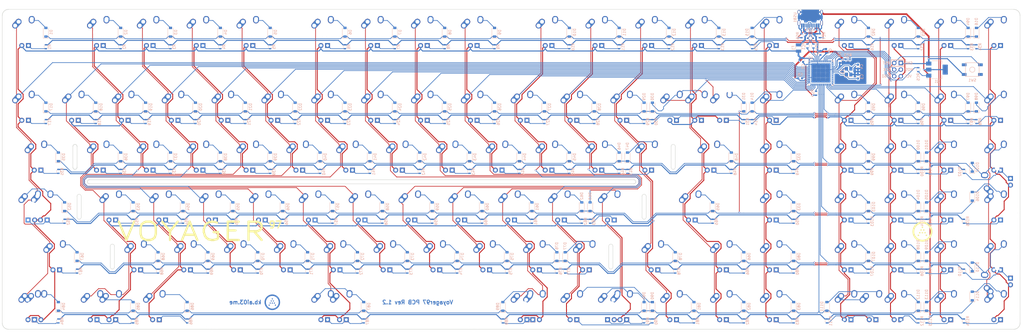
<source format=kicad_pcb>
(kicad_pcb (version 20221018) (generator pcbnew)
  (layers (0 "F.Cu" signal) (31 "B.Cu" signal) (34 "B.Paste" user) (35 "F.Paste" user) (36 "B.SilkS" user "B.Silkscreen") (37 "F.SilkS" user "F.Silkscreen") (38 "B.Mask" user) (39 "F.Mask" user) (44 "Edge.Cuts" user))
  (net 0 "")
  (net 1 "Net-(BS1-1-Pad2)")
  (net 2 "COL6")
  (net 3 "+5V")
  (net 4 "Net-(BS1-1-Pad4)")
  (net 5 "Net-(BS2-Pad2)")
  (net 6 "COL7")
  (net 7 "Net-(BS2-Pad4)")
  (net 8 "Net-(CL1-1-Pad2)")
  (net 9 "COL0")
  (net 10 "Net-(CL1-1-Pad4)")
  (net 11 "ROW0")
  (net 12 "Net-(D1-Pad2)")
  (net 13 "Net-(D2-Pad2)")
  (net 14 "ROW1")
  (net 15 "Net-(D3-Pad2)")
  (net 16 "Net-(D4-Pad2)")
  (net 17 "Net-(D5-Pad2)")
  (net 18 "Net-(D6-Pad2)")
  (net 19 "Net-(D7-Pad2)")
  (net 20 "Net-(D8-Pad2)")
  (net 21 "Net-(D9-Pad2)")
  (net 22 "Net-(D10-Pad2)")
  (net 23 "Net-(D11-Pad2)")
  (net 24 "Net-(D12-Pad2)")
  (net 25 "Net-(D13-Pad2)")
  (net 26 "Net-(D14-Pad2)")
  (net 27 "Net-(D15-Pad2)")
  (net 28 "Net-(D16-Pad2)")
  (net 29 "ROW2")
  (net 30 "Net-(D17-Pad2)")
  (net 31 "ROW3")
  (net 32 "Net-(D18-Pad2)")
  (net 33 "Net-(D19-Pad2)")
  (net 34 "Net-(D20-Pad2)")
  (net 35 "Net-(D21-Pad2)")
  (net 36 "Net-(D22-Pad2)")
  (net 37 "Net-(D23-Pad2)")
  (net 38 "Net-(D24-Pad2)")
  (net 39 "Net-(D25-Pad2)")
  (net 40 "Net-(D26-Pad2)")
  (net 41 "Net-(D27-Pad2)")
  (net 42 "Net-(D28-Pad2)")
  (net 43 "Net-(D29-Pad2)")
  (net 44 "Net-(D32-Pad2)")
  (net 45 "Net-(D33-Pad2)")
  (net 46 "ROW4")
  (net 47 "Net-(D35-Pad2)")
  (net 48 "ROW5")
  (net 49 "Net-(D36-Pad2)")
  (net 50 "Net-(D37-Pad2)")
  (net 51 "Net-(D38-Pad2)")
  (net 52 "Net-(D39-Pad2)")
  (net 53 "Net-(D40-Pad2)")
  (net 54 "Net-(D41-Pad2)")
  (net 55 "Net-(D42-Pad2)")
  (net 56 "Net-(D43-Pad2)")
  (net 57 "Net-(D44-Pad2)")
  (net 58 "Net-(D45-Pad2)")
  (net 59 "Net-(D46-Pad2)")
  (net 60 "Net-(D47-Pad2)")
  (net 61 "Net-(D48-Pad2)")
  (net 62 "Net-(D53-Pad2)")
  (net 63 "Net-(D54-Pad2)")
  (net 64 "Net-(D55-Pad2)")
  (net 65 "Net-(D56-Pad2)")
  (net 66 "Net-(D57-Pad2)")
  (net 67 "Net-(D58-Pad2)")
  (net 68 "Net-(D59-Pad2)")
  (net 69 "Net-(D60-Pad2)")
  (net 70 "Net-(D61-Pad2)")
  (net 71 "Net-(D62-Pad2)")
  (net 72 "Net-(D63-Pad2)")
  (net 73 "Net-(D65-Pad2)")
  (net 74 "Net-(D66-Pad2)")
  (net 75 "Net-(D67-Pad2)")
  (net 76 "Net-(D68-Pad2)")
  (net 77 "Net-(D69-Pad2)")
  (net 78 "Net-(D70-Pad2)")
  (net 79 "Net-(D71-Pad2)")
  (net 80 "Net-(D72-Pad2)")
  (net 81 "Net-(D73-Pad2)")
  (net 82 "Net-(D74-Pad2)")
  (net 83 "Net-(D75-Pad2)")
  (net 84 "Net-(D76-Pad2)")
  (net 85 "Net-(D77-Pad2)")
  (net 86 "Net-(D78-Pad2)")
  (net 87 "Net-(D80-Pad2)")
  (net 88 "Net-(D81-Pad2)")
  (net 89 "Net-(D82-Pad2)")
  (net 90 "Net-(D83-Pad2)")
  (net 91 "Net-(D84-Pad2)")
  (net 92 "Net-(D85-Pad2)")
  (net 93 "Net-(D86-Pad2)")
  (net 94 "Net-(D87-Pad2)")
  (net 95 "Net-(D89-Pad2)")
  (net 96 "Net-(D90-Pad2)")
  (net 97 "Net-(D91-Pad2)")
  (net 98 "Net-(LM1-1-Pad4)")
  (net 99 "COL1")
  (net 100 "Net-(LM2-1-Pad4)")
  (net 101 "COL2")
  (net 102 "Net-(LM3-1-Pad4)")
  (net 103 "Net-(LS1-1-Pad4)")
  (net 104 "COL5")
  (net 105 "Net-(MX_#0_1-Pad4)")
  (net 106 "Net-(MX_#1-Pad4)")
  (net 107 "Net-(MX_#2-Pad4)")
  (net 108 "Net-(MX_#3-Pad4)")
  (net 109 "Net-(MX_#4-Pad4)")
  (net 110 "Net-(MX_#5-Pad4)")
  (net 111 "COL3")
  (net 112 "Net-(MX_#6-Pad4)")
  (net 113 "Net-(MX_#7-Pad4)")
  (net 114 "COL4")
  (net 115 "Net-(MX_#8-Pad4)")
  (net 116 "Net-(MX_#9-Pad4)")
  (net 117 "Net-(MX_'1-Pad4)")
  (net 118 "Net-(MX_,1-Pad4)")
  (net 119 "Net-(MX_-1-Pad4)")
  (net 120 "Net-(MX_.1-Pad4)")
  (net 121 "Net-(MX_/1-Pad4)")
  (net 122 "Net-(MX_;1-Pad4)")
  (net 123 "Net-(MX_=1-Pad4)")
  (net 124 "Net-(MX_A1-Pad4)")
  (net 125 "Net-(MX_B1-Pad4)")
  (net 126 "Net-(MX_C1-Pad4)")
  (net 127 "Net-(MX_D1-Pad4)")
  (net 128 "COL8")
  (net 129 "Net-(MX_DOWN1-Pad4)")
  (net 130 "Net-(MX_E1-Pad4)")
  (net 131 "Net-(MX_ESC1-Pad4)")
  (net 132 "Net-(MX_F1-Pad4)")
  (net 133 "Net-(MX_FN1-Pad4)")
  (net 134 "Net-(MX_FN2-Pad4)")
  (net 135 "Net-(MX_FN3-Pad4)")
  (net 136 "Net-(MX_FN4-Pad4)")
  (net 137 "Net-(MX_FN5-Pad4)")
  (net 138 "Net-(MX_FN6-Pad4)")
  (net 139 "Net-(MX_FN7-Pad4)")
  (net 140 "Net-(MX_FN8-Pad4)")
  (net 141 "Net-(MX_FN9-Pad4)")
  (net 142 "Net-(MX_FN10-Pad4)")
  (net 143 "Net-(MX_FN11-Pad4)")
  (net 144 "Net-(MX_FN12-Pad4)")
  (net 145 "Net-(MX_G1-Pad4)")
  (net 146 "Net-(MX_H1-Pad4)")
  (net 147 "Net-(MX_I1-Pad4)")
  (net 148 "Net-(MX_J1-Pad4)")
  (net 149 "Net-(MX_K1-Pad4)")
  (net 150 "Net-(MX_L1-Pad4)")
  (net 151 "Net-(MX_LEFT1-Pad4)")
  (net 152 "Net-(MX_M1-Pad4)")
  (net 153 "Net-(MX_N1-Pad4)")
  (net 154 "Net-(MX_O1-Pad4)")
  (net 155 "Net-(MX_P1-Pad4)")
  (net 156 "Net-(MX_Q1-Pad4)")
  (net 157 "Net-(MX_R1-Pad4)")
  (net 158 "Net-(MX_RIGHT1-Pad4)")
  (net 159 "Net-(MX_S1-Pad4)")
  (net 160 "Net-(MX_T1-Pad4)")
  (net 161 "Net-(MX_TAB1-Pad4)")
  (net 162 "Net-(MX_U1-Pad4)")
  (net 163 "Net-(MX_UP1-Pad4)")
  (net 164 "Net-(MX_V1-Pad4)")
  (net 165 "Net-(MX_W1-Pad4)")
  (net 166 "Net-(MX_X1-Pad4)")
  (net 167 "Net-(MX_Y1-Pad4)")
  (net 168 "Net-(MX_Z1-Pad4)")
  (net 169 "Net-(MX_[1-Pad4)")
  (net 170 "Net-(MX_\\1-Pad4)")
  (net 171 "Net-(MX_]1-Pad4)")
  (net 172 "Net-(MX_`1-Pad4)")
  (net 173 "LEDGND")
  (net 174 "Net-(R87-Pad1)")
  (net 175 "Net-(R89-Pad1)")
  (net 176 "Net-(R90-Pad1)")
  (net 177 "Net-(R91-Pad1)")
  (net 178 "GND")
  (net 179 "D-")
  (net 180 "Net-(RC1-Pad2)")
  (net 181 "Net-(RC2-Pad1)")
  (net 182 "D+")
  (net 183 "Net-(RC5-Pad1)")
  (net 184 "Net-(Q1-Pad1)")
  (net 185 "VCC")
  (net 186 "COL18")
  (net 187 "Net-(D92-Pad2)")
  (net 188 "Net-(D93-Pad2)")
  (net 189 "Net-(D94-Pad2)")
  (net 190 "Net-(D95-Pad2)")
  (net 191 "Net-(D96-Pad2)")
  (net 192 "Net-(D97-Pad2)")
  (net 193 "Net-(D98-Pad2)")
  (net 194 "Net-(D99-Pad2)")
  (net 195 "Net-(D100-Pad2)")
  (net 196 "Net-(D101-Pad2)")
  (net 197 "Net-(D102-Pad2)")
  (net 198 "Net-(D103-Pad2)")
  (net 199 "Net-(D104-Pad2)")
  (net 200 "Net-(D105-Pad2)")
  (net 201 "Net-(D106-Pad2)")
  (net 202 "Net-(D107-Pad2)")
  (net 203 "Net-(D108-Pad2)")
  (net 204 "Net-(D109-Pad2)")
  (net 205 "Net-(D110-Pad2)")
  (net 206 "Net-(D111-Pad2)")
  (net 207 "Net-(D112-Pad2)")
  (net 208 "Net-(D113-Pad2)")
  (net 209 "Net-(D114-Pad2)")
  (net 210 "COL14")
  (net 211 "COL9")
  (net 212 "COL10")
  (net 213 "COL11")
  (net 214 "COL12")
  (net 215 "COL13")
  (net 216 "COL15")
  (net 217 "COL16")
  (net 218 "COL17")
  (net 219 "Net-(MX_NUM4-Pad4)")
  (net 220 "Net-(MX_NUM5-Pad4)")
  (net 221 "Net-(MX_NUM6-Pad4)")
  (net 222 "Net-(MX_NUM7-Pad4)")
  (net 223 "Net-(MX_NUM8-Pad4)")
  (net 224 "Net-(MX_NUM9-Pad4)")
  (net 225 "Net-(MX_NUM10-Pad4)")
  (net 226 "Net-(MX_NUM11-Pad4)")
  (net 227 "Net-(MX_NUM12-Pad4)")
  (net 228 "Net-(MX_NUM13-Pad4)")
  (net 229 "Net-(MX_NUM14-Pad4)")
  (net 230 "Net-(MX_NUM15-Pad4)")
  (net 231 "Net-(MX_NUM16-Pad4)")
  (net 232 "Net-(MX_NUM17-Pad4)")
  (net 233 "Net-(MX_NUM18-Pad4)")
  (net 234 "Net-(MX_NUM19-Pad4)")
  (net 235 "Net-(MX_NUM20-Pad4)")
  (net 236 "Net-(MX_NUM21-Pad4)")
  (net 237 "Net-(MX_NUM22-Pad4)")
  (net 238 "Net-(MX_NUM23-Pad4)")
  (net 239 "Net-(C2-Pad1)")
  (net 240 "XTAL1")
  (net 241 "XTAL2")
  (net 242 "Net-(U1-Pad1)")
  (net 243 "Net-(U1-Pad2)")
  (net 244 "Net-(U1-Pad9)")
  (net 245 "Net-(U1-Pad10)")
  (net 246 "Net-(U1-Pad14)")
  (net 247 "Net-(U1-Pad15)")
  (net 248 "Net-(U1-Pad16)")
  (net 249 "Net-(U1-Pad18)")
  (net 250 "Net-(U1-Pad19)")
  (net 251 "Net-(U1-Pad25)")
  (net 252 "Net-(U1-Pad26)")
  (net 253 "Net-(U1-Pad27)")
  (net 254 "MISO")
  (net 255 "SCK")
  (net 256 "MOSI")
  (net 257 "RESET")
  (net 258 "Net-(MX_EX1-Pad4)")
  (net 259 "Net-(MX_EX2-Pad4)")
  (net 260 "Net-(MX_EX3-Pad4)")
  (net 261 "Net-(MX_EX4-Pad4)")
  (net 262 "Net-(MX_NUM1-Pad4)")
  (net 263 "Net-(MX_NUM2-Pad4)")
  (net 264 "Net-(MX_NUM3-Pad4)")
  (net 265 "Net-(MX_NUM24-Pad4)")
  (net 266 "Net-(MX_RESET1-Pad4)")
  (net 267 "Net-(MX_RETURN1-Pad4)")
  (net 268 "Net-(MX_RSHIFT1-Pad4)")
  (net 269 "Net-(RC4-Pad1)")
  (net 270 "Net-(USB1-Pad9)")
  (net 271 "Net-(USB1-Pad3)")
  (net 272 "Net-(U1-Pad30)")
  (net 273 "Net-(U1-Pad29)")
  (net 274 "Net-(U1-Pad28)")
  (net 275 "Net-(RC6-Pad2)")
  (net 276 "Net-(RC7-Pad2)")
  (net 277 "Net-(U1-Pad62)")
  (net 278 "Net-(U1-Pad31)")
  (net 279 "Net-(U1-Pad44)")
  (net 280 "Net-(U1-Pad37)")
  (footprint "MX_Alps_Hybrid:MX-1U" (layer "F.Cu") (at 307.975 61.9125)
    (fp_text reference "BS2")
    (fp_text value "MX-1U")
  )
  (footprint "MX_Alps_Hybrid:MX-2U" (layer "F.Cu") (at 298.45 61.9125)
    (fp_text reference "BS1-1")
    (fp_text value "MX-2U")
  )
  (footprint "MX_Alps_Hybrid:MX-1U" (layer "F.Cu") (at 288.925 61.9125)
    (fp_text reference "BS1-2")
    (fp_text value "MX-1U")
  )
  (footprint "MX_Alps_Hybrid:MX-1.75U" (layer "F.Cu") (at 48.41875 100.0125)
    (fp_text reference "CL1-1")
    (fp_text value "MX-1.75U")
  )
  (footprint "MX_Alps_Hybrid:MX-1.25U-FLIPPED" (layer "F.Cu") (at 43.65625 100.0125)
    (fp_text reference "CL1-2")
    (fp_text value "MX-1.25U")
  )
  (footprint "MX_Alps_Hybrid:MX-1.25U" (layer "F.Cu") (at 43.65625 138.1125)
    (fp_text reference "LM1-1")
    (fp_text value "MX-1.25U")
  )
  (footprint "MX_Alps_Hybrid:MX-1.5U-FLIPPED" (layer "F.Cu") (at 46.0375 138.1125)
    (fp_text reference "LM1-2")
    (fp_text value "MX-1.5U")
  )
  (footprint "MX_Alps_Hybrid:MX-1.25U" (layer "F.Cu") (at 67.46875 138.1125)
    (fp_text reference "LM2-1")
    (fp_text value "MX-1.25U")
  )
  (footprint "MX_Alps_Hybrid:MX-1.25U" (layer "F.Cu") (at 91.28125 138.1125)
    (fp_text reference "LM3-1")
    (fp_text value "MX-1.25U")
  )
  (footprint "MX_Alps_Hybrid:MX-2.25U" (layer "F.Cu") (at 53.18125 119.0625)
    (fp_text reference "LS1-1")
    (fp_text value "MX-2.25U")
  )
  (footprint "MX_Alps_Hybrid:MX-1U" (layer "F.Cu") (at 217.4875 119.0625)
    (fp_text reference "MX_,1")
    (fp_text value "MX-1U")
  )
  (footprint "MX_Alps_Hybrid:MX-1U" (layer "F.Cu") (at 236.5375 119.0625)
    (fp_text reference "MX_.1")
    (fp_text value "MX-1U")
  )
  (footprint "MX_Alps_Hybrid:MX-1U" (layer "F.Cu") (at 60.325 61.9125)
    (fp_text reference "MX_#1")
    (fp_text value "MX-1U")
  )
  (footprint "MX_Alps_Hybrid:MX-1U" (layer "F.Cu") (at 79.375 61.9125)
    (fp_text reference "MX_#2")
    (fp_text value "MX-1U")
  )
  (footprint "MX_Alps_Hybrid:MX-1U" (layer "F.Cu") (at 98.425 61.9125)
    (fp_text reference "MX_#3")
    (fp_text value "MX-1U")
  )
  (footprint "MX_Alps_Hybrid:MX-1U" (layer "F.Cu") (at 117.475 61.9125)
    (fp_text reference "MX_#4")
    (fp_text value "MX-1U")
  )
  (footprint "MX_Alps_Hybrid:MX-1U" (layer "F.Cu") (at 136.525 61.9125)
    (fp_text reference "MX_#5")
    (fp_text value "MX-1U")
  )
  (footprint "MX_Alps_Hybrid:MX-1U" (layer "F.Cu") (at 155.575 61.9125)
    (fp_text reference "MX_#6")
    (fp_text value "MX-1U")
  )
  (footprint "MX_Alps_Hybrid:MX-1U" (layer "F.Cu") (at 174.625 61.9125)
    (fp_text reference "MX_#7")
    (fp_text value "MX-1U")
  )
  (footprint "MX_Alps_Hybrid:MX-1U" (layer "F.Cu") (at 193.675 61.9125)
    (fp_text reference "MX_#8")
    (fp_text value "MX-1U")
  )
  (footprint "MX_Alps_Hybrid:MX-1U" (layer "F.Cu") (at 212.725 61.9125)
    (fp_text reference "MX_#9")
    (fp_text value "MX-1U")
  )
  (footprint "MX_Alps_Hybrid:MX-1U" (layer "F.Cu") (at 231.775 61.9125)
    (fp_text reference "MX_#0_1")
    (fp_text value "MX-1U")
  )
  (footprint "MX_Alps_Hybrid:MX-1U" (layer "F.Cu") (at 265.1125 100.0125)
    (fp_text reference "MX_'1")
    (fp_text value "MX-1U")
  )
  (footprint "MX_Alps_Hybrid:MX-1U" (layer "F.Cu") (at 250.825 61.9125)
    (fp_text reference "MX_-1")
    (fp_text value "MX-1U")
  )
  (footprint "MX_Alps_Hybrid:MX-1U" (layer "F.Cu") (at 255.5875 119.0625)
    (fp_text reference "MX_/1")
    (fp_text value "MX-1U")
  )
  (footprint "MX_Alps_Hybrid:MX-1U" (layer "F.Cu") (at 246.0625 100.0125)
    (fp_text reference "MX_;1")
    (fp_text value "MX-1U")
  )
  (footprint "MX_Alps_Hybrid:MX-1U" (layer "F.Cu") (at 269.875 61.9125)
    (fp_text reference "MX_=1")
    (fp_text value "MX-1U")
  )
  (footprint "MX_Alps_Hybrid:MX-1U" (layer "F.Cu") (at 260.35 80.9625)
    (fp_text reference "MX_[1")
    (fp_text value "MX-1U")
  )
  (footprint "MX_Alps_Hybrid:MX-1.5U" (layer "F.Cu") (at 303.2125 80.9625)
    (fp_text reference "MX_\\1")
    (fp_text value "MX-1.5U")
  )
  (footprint "MX_Alps_Hybrid:MX-1U" (layer "F.Cu") (at 279.4 80.9625)
    (fp_text reference "MX_]1")
    (fp_text value "MX-1U")
  )
  (footprint "MX_Alps_Hybrid:MX-1U" (layer "F.Cu") (at 41.275 61.9125)
    (fp_text reference "MX_`1")
    (fp_text value "MX-1U")
  )
  (footprint "MX_Alps_Hybrid:MX-1U" (layer "F.Cu") (at 74.6125 100.0125)
    (fp_text reference "MX_A1")
    (fp_text value "MX-1U")
  )
  (footprint "MX_Alps_Hybrid:MX-1U" (layer "F.Cu") (at 160.3375 119.0625)
    (fp_text reference "MX_B1")
    (fp_text value "MX-1U")
  )
  (footprint "MX_Alps_Hybrid:MX-1U" (layer "F.Cu") (at 122.2375 119.0625)
    (fp_text reference "MX_C1")
    (fp_text value "MX-1U")
  )
  (footprint "MX_Alps_Hybrid:MX-1U" (layer "F.Cu") (at 112.7125 100.0125)
    (fp_text reference "MX_D1")
    (fp_text value "MX-1U")
  )
  (footprint "MX_Alps_Hybrid:MX-1U" (layer "F.Cu") (at 307.975 138.1125)
    (fp_text reference "MX_DOWN1")
    (fp_text value "MX-1U")
  )
  (footprint "MX_Alps_Hybrid:MX-1U" (layer "F.Cu") (at 107.95 80.9625)
    (fp_text reference "MX_E1")
    (fp_text value "MX-1U")
  )
  (footprint "MX_Alps_Hybrid:MX-1U" (layer "F.Cu") (at 41.275 33.3375)
    (fp_text reference "MX_ESC1")
    (fp_text value "MX-1U")
  )
  (footprint "MX_Alps_Hybrid:MX-1U" (layer "F.Cu") (at 327.025 61.9125)
    (fp_text reference "MX_EX1")
    (fp_text value "MX-1U")
  )
  (footprint "MX_Alps_Hybrid:MX-1U" (layer "F.Cu") (at 327.025 80.9625)
    (fp_text reference "MX_EX2")
    (fp_text value "MX-1U")
  )
  (footprint "MX_Alps_Hybrid:MX-1U" (layer "F.Cu") (at 327.025 100.0125)
    (fp_text reference "MX_EX3")
    (fp_text value "MX-1U")
  )
  (footprint "MX_Alps_Hybrid:MX-1U" (layer "F.Cu") (at 327.025 119.0625)
    (fp_text reference "MX_EX4")
    (fp_text value "MX-1U")
  )
  (footprint "MX_Alps_Hybrid:MX-1U" (layer "F.Cu") (at 131.7625 100.0125)
    (fp_text reference "MX_F1")
    (fp_text value "MX-1U")
  )
  (footprint "MX_Alps_Hybrid:MX-1U" (layer "F.Cu") (at 69.85 33.3375)
    (fp_text reference "MX_FN1")
    (fp_text value "MX-1U")
  )
  (footprint "MX_Alps_Hybrid:MX-1U" (layer "F.Cu") (at 88.9 33.3375)
    (fp_text reference "MX_FN2")
    (fp_text value "MX-1U")
  )
  (footprint "MX_Alps_Hybrid:MX-1U" (layer "F.Cu") (at 107.95 33.3375)
    (fp_text reference "MX_FN3")
    (fp_text value "MX-1U")
  )
  (footprint "MX_Alps_Hybrid:MX-1U" (layer "F.Cu") (at 127 33.3375)
    (fp_text reference "MX_FN4")
    (fp_text value "MX-1U")
  )
  (footprint "MX_Alps_Hybrid:MX-1U" (layer "F.Cu") (at 155.575 33.3375)
    (fp_text reference "MX_FN5")
    (fp_text value "MX-1U")
  )
  (footprint "MX_Alps_Hybrid:MX-1U" (layer "F.Cu") (at 174.625 33.3375)
    (fp_text reference "MX_FN6")
    (fp_text value "MX-1U")
  )
  (footprint "MX_Alps_Hybrid:MX-1U" (layer "F.Cu") (at 193.675 33.3375)
    (fp_text reference "MX_FN7")
    (fp_text value "MX-1U")
  )
  (footprint "MX_Alps_Hybrid:MX-1U" (layer "F.Cu") (at 212.725 33.3375)
    (fp_text reference "MX_FN8")
    (fp_text value "MX-1U")
  )
  (footprint "MX_Alps_Hybrid:MX-1U" (layer "F.Cu") (at 241.3 33.3375)
    (fp_text reference "MX_FN9")
    (fp_text value "MX-1U")
  )
  (footprint "MX_Alps_Hybrid:MX-1U" (layer "F.Cu") (at 260.35 33.3375)
    (fp_text reference "MX_FN10")
    (fp_text value "MX-1U")
  )
  (footprint "MX_Alps_Hybrid:MX-1U" (layer "F.Cu") (at 279.4 33.3375)
    (fp_text reference "MX_FN11")
    (fp_text value "MX-1U")
  )
  (footprint "MX_Alps_Hybrid:MX-1U" (layer "F.Cu") (at 298.45 33.3375)
    (fp_text reference "MX_FN12")
    (fp_text value "MX-1U")
  )
  (footprint "MX_Alps_Hybrid:MX-1U" (layer "F.Cu") (at 150.8125 100.0125)
    (fp_text reference "MX_G1")
    (fp_text value "MX-1U")
  )
  (footprint "MX_Alps_Hybrid:MX-1U" (layer "F.Cu") (at 169.8625 100.0125)
    (fp_text reference "MX_H1")
    (fp_text value "MX-1U")
  )
  (footprint "MX_Alps_Hybrid:MX-1U" (layer "F.Cu") (at 203.2 80.9625)
    (fp_text reference "MX_I1")
    (fp_text value "MX-1U")
  )
  (footprint "MX_Alps_Hybrid:MX-1U" (layer "F.Cu") (at 188.9125 100.0125)
    (fp_text reference "MX_J1")
    (fp_text value "MX-1U")
  )
  (footprint "MX_Alps_Hybrid:MX-1U" (layer "F.Cu") (at 207.9625 100.0125)
    (fp_text reference "MX_K1")
    (fp_text value "MX-1U")
  )
  (footprint "MX_Alps_Hybrid:MX-1U" (layer "F.Cu") (at 227.0125 100.0125)
    (fp_text reference "MX_L1")
    (fp_text value "MX-1U")
  )
  (footprint "MX_Alps_Hybrid:MX-1U" (layer "F.Cu") (at 288.925 138.1125)
    (fp_text reference "MX_LEFT1")
    (fp_text value "MX-1U")
  )
  (footprint "MX_Alps_Hybrid:MX-1U" (layer "F.Cu") (at 198.4375 119.0625)
    (fp_text reference "MX_M1")
    (fp_text value "MX-1U")
  )
  (footprint "MX_Alps_Hybrid:MX-1U" (layer "F.Cu") (at 179.3875 119.0625)
    (fp_text reference "MX_N1")
    (fp_text value "MX-1U")
  )
  (footprint "MX_Alps_Hybrid:MX-1U" (layer "F.Cu") (at 355.6 33.3375)
    (fp_text reference "MX_NUM1")
    (fp_text value "MX-1U")
  )
  (footprint "MX_Alps_Hybrid:MX-1U" (layer "F.Cu") (at 393.7 33.3375)
    (fp_text reference "MX_NUM3")
    (fp_text value "MX-1U")
  )
  (footprint "MX_Alps_Hybrid:MX-1U" (layer "F.Cu") (at 355.6 61.9125)
    (fp_text reference "MX_NUM4")
    (fp_text value "MX-1U")
  )
  (footprint "MX_Alps_Hybrid:MX-1U" (layer "F.Cu") (at 374.65 61.9125)
    (fp_text reference "MX_NUM5")
    (fp_text value "MX-1U")
  )
  (footprint "MX_Alps_Hybrid:MX-1U" (layer "F.Cu") (at 393.7 61.9125)
    (fp_text reference "MX_NUM6")
    (fp_text value "MX-1U")
  )
  (footprint "MX_Alps_Hybrid:MX-1U" (layer "F.Cu") (at 412.75 61.9125)
    (fp_text reference "MX_NUM7")
    (fp_text value "MX-1U")
  )
  (footprint "MX_Alps_Hybrid:MX-1U" (layer "F.Cu") (at 355.6 80.9625)
    (fp_text reference "MX_NUM8")
    (fp_text value "MX-1U")
  )
  (footprint "MX_Alps_Hybrid:MX-1U" (layer "F.Cu") (at 374.65 80.9625)
    (fp_text reference "MX_NUM9")
    (fp_text value "MX-1U")
  )
  (footprint "MX_Alps_Hybrid:MX-1U" (layer "F.Cu") (at 393.7 80.9625)
    (fp_text reference "MX_NUM10")
    (fp_text value "MX-1U")
  )
  (footprint "MX_Alps_Hybrid:MX-1U" (layer "F.Cu") (at 412.75 80.9625)
    (fp_text reference "MX_NUM11")
    (fp_text value "MX-1U")
  )
  (footprint "MX_Alps_Hybrid:MX-1U" (layer "F.Cu") (at 355.6 100.0125)
    (fp_text reference "MX_NUM12")
    (fp_text value "MX-1U")
  )
  (footprint "MX_Alps_Hybrid:MX-1U" (layer "F.Cu") (at 374.65 100.0125)
    (fp_text reference "MX_NUM13")
    (fp_text value "MX-1U")
  )
  (footprint "MX_Alps_Hybrid:MX-1U" (layer "F.Cu") (at 393.7 100.0125)
    (fp_text reference "MX_NUM14")
    (fp_text value "MX-1U")
  )
  (footprint "MX_Alps_Hybrid:MX-1U" (layer "F.Cu") (at 412.75 100.0125)
    (fp_text reference "MX_NUM15")
    (fp_text value "MX-1U")
  )
  (footprint "MX_Alps_Hybrid:MX-1U" (layer "F.Cu") (at 355.6 119.0625)
    (fp_text reference "MX_NUM16")
    (fp_text value "MX-1U")
  )
  (footprint "MX_Alps_Hybrid:MX-1U" (layer "F.Cu") (at 374.65 119.0625)
    (fp_text reference "MX_NUM17")
    (fp_text value "MX-1U")
  )
  (footprint "MX_Alps_Hybrid:MX-1U" (layer "F.Cu") (at 393.7 119.0625)
    (fp_text reference "MX_NUM18")
    (fp_text value "MX-1U")
  )
  (footprint "MX_Alps_Hybrid:MX-1U" (layer "F.Cu") (at 412.75 119.0625)
    (fp_text reference "MX_NUM19")
    (fp_text value "MX-1U")
  )
  (footprint "MX_Alps_Hybrid:MX-1U" (layer "F.Cu") (at 355.6 138.1125)
    (fp_text reference "MX_NUM20")
    (fp_text value "MX-1U")
  )
  (footprint "MX_Alps_Hybrid:MX-1U" (layer "F.Cu") (at 374.65 138.1125)
    (fp_text reference "MX_NUM21")
    (fp_text value "MX-1U")
  )
  (footprint "MX_Alps_Hybrid:MX-1U" (layer "F.Cu") (at 393.7 138.1125)
    (fp_text reference "MX_NUM22")
    (fp_text value "MX-1U")
  )
  (footprint "MX_Alps_Hybrid:MX-1U" (layer "F.Cu") (at 412.75 138.1125)
    (fp_text reference "MX_NUM23")
    (fp_text value "MX-1U")
  )
  (footprint "MX_Alps_Hybrid:MX-1U" (layer "F.Cu") (at 412.75 33.3375)
    (fp_text reference "MX_NUM24")
    (fp_text value "MX-1U")
  )
  (footprint "MX_Alps_Hybrid:MX-2U-ReversedStabilizers" (layer "F.Cu") (at 412.75 90.4875 90)
    (fp_text reference "MX_NUMEXT2")
    (fp_text value "MX-2U")
  )
  (footprint "MX_Alps_Hybrid:MX-2U-ReversedStabilizers" (layer "F.Cu") (at 412.75 128.5875 90)
    (fp_text reference "MX_NUMEXT4")
    (fp_text value "MX-2U")
  )
  (footprint "MX_Alps_Hybrid:MX-2U-ReversedStabilizers" (layer "F.Cu") (at 365.125 138.1125)
    (fp_text reference "MX_NUMEXT5")
    (fp_text value "MX-2U")
  )
  (footprint "MX_Alps_Hybrid:MX-1U" (layer "F.Cu") (at 222.25 80.9625)
    (fp_text reference "MX_O1")
    (fp_text value "MX-1U")
  )
  (footprint "MX_Alps_Hybrid:MX-1U" (layer "F.Cu") (at 241.3 80.9625)
    (fp_text reference "MX_P1")
    (fp_text value "MX-1U")
  )
  (footprint "MX_Alps_Hybrid:MX-1U" (layer "F.Cu") (at 69.85 80.9625)
    (fp_text reference "MX_Q1")
    (fp_text value "MX-1U")
  )
  (footprint "MX_Alps_Hybrid:MX-1U" (layer "F.Cu") (at 127 80.9625)
    (fp_text reference "MX_R1")
    (fp_text value "MX-1U")
  )
  (footprint "MX_Alps_Hybrid:MX-1U" (layer "F.Cu") (at 327.025 33.3375)
    (fp_text reference "MX_RESET1")
    (fp_text value "MX-1U")
  )
  (footprint "MX_Alps_Hybrid:MX-2.25U" (layer "F.Cu") (at 296.06875 100.0125)
    (fp_text reference "MX_RETURN1")
    (fp_text value "MX-2.25U")
  )
  (footprint "MX_Alps_Hybrid:MX-1U" (layer "F.Cu") (at 327.025 138.1125)
    (fp_text reference "MX_RIGHT1")
    (fp_text value "MX-1U")
  )
  (footprint "MX_Alps_Hybrid:MX-1.75U" (layer "F.Cu") (at 281.78125 119.0625)
    (fp_text reference "MX_RSHIFT1")
    (fp_text value "MX-1.75U")
  )
  (footprint "MX_Alps_Hybrid:MX-1U" (layer "F.Cu") (at 93.6625 100.0125)
    (fp_text reference "MX_S1")
    (fp_text value "MX-1U")
  )
  (footprint "MX_Alps_Hybrid:MX-1U" (layer "F.Cu") (at 146.05 80.9625)
    (fp_text reference "MX_T1")
    (fp_text value "MX-1U")
  )
  (footprint "MX_Alps_Hybrid:MX-1.5U" (layer "F.Cu") (at 46.0375 80.9625)
    (fp_text reference "MX_TAB1")
    (fp_text value "MX-1.5U")
  )
  (footprint "MX_Alps_Hybrid:MX-1U" (layer "F.Cu") (at 184.15 80.9625)
    (fp_text reference "MX_U1")
    (fp_text value "MX-1U")
  )
  (footprint "MX_Alps_Hybrid:MX-1U" (layer "F.Cu") (at 307.975 119.0625)
    (fp_text reference "MX_UP1")
    (fp_text value "MX-1U")
  )
  (footprint "MX_Alps_Hybrid:MX-1U" (layer "F.Cu") (at 141.2875 119.0625)
    (fp_text reference "MX_V1")
    (fp_text value "MX-1U")
  )
  (footprint "MX_Alps_Hybrid:MX-1U" (layer "F.Cu") (at 88.9 80.9625)
    (fp_text reference "MX_W1")
    (fp_text value "MX-1U")
  )
  (footprint "MX_Alps_Hybrid:MX-1U" (layer "F.Cu") (at 103.1875 119.0625)
    (fp_text reference "MX_X1")
    (fp_text value "MX-1U")
  )
  (footprint "MX_Alps_Hybrid:MX-1U" (layer "F.Cu") (at 165.1 80.9625)
    (fp_text reference "MX_Y1")
    (fp_text value "MX-1U")
  )
  (footprint "MX_Alps_Hybrid:MX-1U" (layer "F.Cu") (at 84.1375 119.0625)
    (fp_text reference "MX_Z1")
    (fp_text value "MX-1U")
  )
  (footprint "MX_Alps_Hybrid:MX-1U" (layer "F.Cu") (at 231.775 138.1125)
    (fp_text reference "RM1-1")
    (fp_text value "MX-1U")
  )
  (footprint "MX_Alps_Hybrid:MX-1.5U-FLIPPED" (layer "F.Cu") (at 236.5375 138.1125)
    (fp_text reference "RM1-2")
    (fp_text value "MX-1.5U")
  )
  (footprint "MX_Alps_Hybrid:MX-1U" (layer "F.Cu") (at 250.825 138.1125)
    (fp_text reference "RM2-1")
    (fp_text value "MX-1U")
  )
  (footprint "MX_Alps_Hybrid:MX-1U" (layer "F.Cu") (at 269.875 138.1125)
    (fp_text reference "RM3-1")
    (fp_text value "MX-1U")
  )
  (footprint "MX_Alps_Hybrid:MX-1.5U-FLIPPED" (layer "F.Cu") (at 265.1125 138.1125)
    (fp_text reference "RM3-2")
    (fp_text value "MX-1.5U")
  )
  (footprint "MX_Alps_Hybrid:MX-6.25U-ReversedStabilizers" (layer "F.Cu") (at 162.71875 138.1125)
    (fp_text reference "SP1")
    (fp_text value "MX-6.25U")
  )
  (footprint "MX_Alps_Hybrid:MX-7U-ReversedStabilizers" (layer "F.Cu") (at 155.575 138.1125)
    (fp_text reference "SP2")
    (fp_text value "MX-7U")
  )
  (footprint "MX_Alps_Hybrid:MX-1.5U" (layer "F.Cu") (at 74.6125 138.1125)
    (fp_text reference "LM3-2")
    (fp_text value "MX-1.5U")
  )
  (footprint "MX_Alps_Hybrid:MX-1U" (layer "F.Cu") (at 374.65 33.3375)
    (fp_text reference "MX_NUM2")
    (fp_text value "MX-1U")
  )
  (footprint "locallib:ai-outline-7.6" (layer "F.Cu") (at 384.175 109.5375)
    (fp_text reference "G***" hide)
    (fp_text value "LOGO" hide)
  )
  (footprint "Diodes_SMD:D_SOD-123" (layer "B.Cu") (at 49.2125 33.3375 90)
    (fp_text reference "D1")
    (fp_text value "SOD-323")
  )
  (footprint "Diodes_SMD:D_SOD-123" (layer "B.Cu") (at 77.7875 33.3375 90)
    (fp_text reference "D2")
    (fp_text value "SOD-323")
  )
  (footprint "Diodes_SMD:D_SOD-123" (layer "B.Cu") (at 96.8375 33.3375 90)
    (fp_text reference "D3")
    (fp_text value "SOD-323")
  )
  (footprint "Diodes_SMD:D_SOD-123" (layer "B.Cu") (at 115.8875 33.3375 90)
    (fp_text reference "D4")
    (fp_text value "SOD-323")
  )
  (footprint "Diodes_SMD:D_SOD-123" (layer "B.Cu") (at 134.9375 33.3375 90)
    (fp_text reference "D5")
    (fp_text value "SOD-323")
  )
  (footprint "Diodes_SMD:D_SOD-123" (layer "B.Cu") (at 163.5125 33.3375 90)
    (fp_text reference "D6")
    (fp_text value "SOD-323")
  )
  (footprint "Diodes_SMD:D_SOD-123" (layer "B.Cu") (at 182.5625 33.3375 90)
    (fp_text reference "D7")
    (fp_text value "SOD-323")
  )
  (footprint "Diodes_SMD:D_SOD-123" (layer "B.Cu") (at 201.6125 33.3375 90)
    (fp_text reference "D8")
    (fp_text value "SOD-323")
  )
  (footprint "Diodes_SMD:D_SOD-123" (layer "B.Cu") (at 220.6625 33.3375 90)
    (fp_text reference "D9")
    (fp_text value "SOD-323")
  )
  (footprint "Diodes_SMD:D_SOD-123" (layer "B.Cu") (at 249.2375 33.3375 90)
    (fp_text reference "D10")
    (fp_text value "SOD-323")
  )
  (footprint "Diodes_SMD:D_SOD-123" (layer "B.Cu") (at 268.2875 33.3375 90)
    (fp_text reference "D11")
    (fp_text value "SOD-323")
  )
  (footprint "Diodes_SMD:D_SOD-123" (layer "B.Cu") (at 287.3375 33.3375 90)
    (fp_text reference "D12")
    (fp_text value "SOD-323")
  )
  (footprint "Diodes_SMD:D_SOD-123" (layer "B.Cu") (at 306.3875 33.3375 90)
    (fp_text reference "D13")
    (fp_text value "SOD-323")
  )
  (footprint "Diodes_SMD:D_SOD-123" (layer "B.Cu") (at 319.0875 61.9125 90)
    (fp_text reference "D14")
    (fp_text value "SOD-323")
  )
  (footprint "Diodes_SMD:D_SOD-123" (layer "B.Cu") (at 319.0875 33.3375 90)
    (fp_text reference "D15")
    (fp_text value "SOD-323")
  )
  (footprint "Diodes_SMD:D_SOD-123" (layer "B.Cu") (at 404.8125 33.3375 90)
    (fp_text reference "D16")
    (fp_text value "SOD-323")
  )
  (footprint "Diodes_SMD:D_SOD-123" (layer "B.Cu") (at 49.2125 61.9125 90)
    (fp_text reference "D17")
    (fp_text value "SOD-323")
  )
  (footprint "Diodes_SMD:D_SOD-123" (layer "B.Cu") (at 68.2625 61.9125 90)
    (fp_text reference "D18")
    (fp_text value "SOD-323")
  )
  (footprint "Diodes_SMD:D_SOD-123" (layer "B.Cu") (at 87.3125 61.9125 90)
    (fp_text reference "D19")
    (fp_text value "SOD-323")
  )
  (footprint "Diodes_SMD:D_SOD-123" (layer "B.Cu") (at 106.3625 61.9125 90)
    (fp_text reference "D20")
    (fp_text value "SOD-323")
  )
  (footprint "Diodes_SMD:D_SOD-123" (layer "B.Cu") (at 125.4125 61.9125 90)
    (fp_text reference "D21")
    (fp_text value "SOD-323")
  )
  (footprint "Diodes_SMD:D_SOD-123" (layer "B.Cu") (at 144.4625 61.9125 90)
    (fp_text reference "D22")
    (fp_text value "SOD-323")
  )
  (footprint "Diodes_SMD:D_SOD-123" (layer "B.Cu") (at 163.5125 61.9125 90)
    (fp_text reference "D23")
    (fp_text value "SOD-323")
  )
  (footprint "Diodes_SMD:D_SOD-123" (layer "B.Cu") (at 182.5625 61.9125 90)
    (fp_text reference "D24")
    (fp_text value "SOD-323")
  )
  (footprint "Diodes_SMD:D_SOD-123" (layer "B.Cu") (at 201.6125 61.9125 90)
    (fp_text reference "D25")
    (fp_text value "SOD-323")
  )
  (footprint "Diodes_SMD:D_SOD-123" (layer "B.Cu") (at 220.6625 61.9125 90)
    (fp_text reference "D26")
    (fp_text value "SOD-323")
  )
  (footprint "Diodes_SMD:D_SOD-123" (layer "B.Cu") (at 239.7125 61.9125 90)
    (fp_text reference "D27")
    (fp_text value "SOD-323")
  )
  (footprint "Diodes_SMD:D_SOD-123" (layer "B.Cu") (at 258.7625 61.9125 90)
    (fp_text reference "D28")
    (fp_text value "SOD-323")
  )
  (footprint "Diodes_SMD:D_SOD-123" (layer "B.Cu") (at 277.8125 61.9125 90)
    (fp_text reference "D29")
    (fp_text value "SOD-323")
  )
  (footprint "Diodes_SMD:D_SOD-123" (layer "B.Cu") (at 280.9875 61.9125 90)
    (fp_text reference "D30")
    (fp_text value "SOD-323")
  )
  (footprint "Diodes_SMD:D_SOD-123" (layer "B.Cu") (at 315.9125 61.9125 90)
    (fp_text reference "D31")
    (fp_text value "SOD-323")
  )
  (footprint "Diodes_SMD:D_SOD-123" (layer "B.Cu") (at 334.9625 100.0125 90)
    (fp_text reference "D33")
    (fp_text value "SOD-323")
  )
  (footprint "Diodes_SMD:D_SOD-123" (layer "B.Cu") (at 53.975 80.9625 90)
    (fp_text reference "D35")
    (fp_text value "SOD-323")
  )
  (footprint "Diodes_SMD:D_SOD-123" (layer "B.Cu") (at 77.7875 80.9625 90)
    (fp_text reference "D36")
    (fp_text value "SOD-323")
  )
  (footprint "Diodes_SMD:D_SOD-123" (layer "B.Cu") (at 96.8375 80.9625 90)
    (fp_text reference "D37")
    (fp_text value "SOD-323")
  )
  (footprint "Diodes_SMD:D_SOD-123" (layer "B.Cu") (at 115.8875 80.9625 90)
    (fp_text reference "D38")
    (fp_text value "SOD-323")
  )
  (footprint "Diodes_SMD:D_SOD-123" (layer "B.Cu") (at 134.9375 80.9625 90)
    (fp_text reference "D39")
    (fp_text value "SOD-323")
  )
  (footprint "Diodes_SMD:D_SOD-123" (layer "B.Cu") (at 153.9875 80.9625 90)
    (fp_text reference "D40")
    (fp_text value "SOD-323")
  )
  (footprint "Diodes_SMD:D_SOD-123" (layer "B.Cu") (at 173.0375 80.9625 90)
    (fp_text reference "D41")
    (fp_text value "SOD-323")
  )
  (footprint "Diodes_SMD:D_SOD-123" (layer "B.Cu") (at 192.0875 80.9625 90)
    (fp_text reference "D42")
    (fp_text value "SOD-323")
  )
  (footprint "Diodes_SMD:D_SOD-123" (layer "B.Cu") (at 211.1375 80.9625 90)
    (fp_text reference "D43")
    (fp_text value "SOD-323")
  )
  (footprint "Diodes_SMD:D_SOD-123" (layer "B.Cu") (at 230.1875 80.9625 90)
    (fp_text reference "D44")
    (fp_text value "SOD-323")
  )
  (footprint "Diodes_SMD:D_SOD-123" (layer "B.Cu") (at 249.2375 80.9625 90)
    (fp_text reference "D45")
    (fp_text value "SOD-323")
  )
  (footprint "Diodes_SMD:D_SOD-123" (layer "B.Cu") (at 268.2875 80.9625 90)
    (fp_text reference "D46")
    (fp_text value "SOD-323")
  )
  (footprint "Diodes_SMD:D_SOD-123" (layer "B.Cu") (at 271.4625 80.9625 90)
    (fp_text reference "D47")
    (fp_text value "SOD-323")
  )
  (footprint "Diodes_SMD:D_SOD-123" (layer "B.Cu") (at 311.15 80.9625 90)
    (fp_text reference "D48")
    (fp_text value "SOD-323")
  )
  (footprint "Diodes_SMD:D_SOD-123" (layer "B.Cu") (at 56.35625 100.0125 90)
    (fp_text reference "D52")
    (fp_text value "SOD-323")
  )
  (footprint "Diodes_SMD:D_SOD-123" (layer "B.Cu") (at 82.55 100.0125 90)
    (fp_text reference "D53")
    (fp_text value "SOD-323")
  )
  (footprint "Diodes_SMD:D_SOD-123" (layer "B.Cu") (at 101.6 100.0125 90)
    (fp_text reference "D54")
    (fp_text value "SOD-323")
  )
  (footprint "Diodes_SMD:D_SOD-123" (layer "B.Cu") (at 139.7 100.0125 90)
    (fp_text reference "D56")
    (fp_text value "SOD-323")
  )
  (footprint "Diodes_SMD:D_SOD-123" (layer "B.Cu") (at 158.75 100.0125 90)
    (fp_text reference "D57")
    (fp_text value "SOD-323")
  )
  (footprint "Diodes_SMD:D_SOD-123" (layer "B.Cu") (at 177.8 100.0125 90)
    (fp_text reference "D58")
    (fp_text value "SOD-323")
  )
  (footprint "Diodes_SMD:D_SOD-123" (layer "B.Cu") (at 196.85 100.0125 90)
    (fp_text reference "D59")
    (fp_text value "SOD-323")
  )
  (footprint "Diodes_SMD:D_SOD-123" (layer "B.Cu") (at 215.9 100.0125 90)
    (fp_text reference "D60")
    (fp_text value "SOD-323")
  )
  (footprint "Diodes_SMD:D_SOD-123" (layer "B.Cu") (at 234.95 100.0125 90)
    (fp_text reference "D61")
    (fp_text value "SOD-323")
  )
  (footprint "Diodes_SMD:D_SOD-123" (layer "B.Cu") (at 254 100.0125 90)
    (fp_text reference "D62")
    (fp_text value "SOD-323")
  )
  (footprint "Diodes_SMD:D_SOD-123" (layer "B.Cu") (at 304.00625 100.0125 90)
    (fp_text reference "D65")
    (fp_text value "SOD-323")
  )
  (footprint "Diodes_SMD:D_SOD-123" (layer "B.Cu") (at 315.9125 119.0625 90)
    (fp_text reference "D66")
    (fp_text value "SOD-323")
  )
  (footprint "Diodes_SMD:D_SOD-123" (layer "B.Cu") (at 61.11875 119.0625 90)
    (fp_text reference "D67")
    (fp_text value "SOD-323")
  )
  (footprint "Diodes_SMD:D_SOD-123" (layer "B.Cu") (at 92.075 119.0625 90)
    (fp_text reference "D68")
    (fp_text value "SOD-323")
  )
  (footprint "Diodes_SMD:D_SOD-123" (layer "B.Cu") (at 111.125 119.0625 90)
    (fp_text reference "D69")
    (fp_text value "SOD-323")
  )
  (footprint "Diodes_SMD:D_SOD-123" (layer "B.Cu") (at 130.175 119.0625 90)
    (fp_text reference "D70")
    (fp_text value "SOD-323")
  )
  (footprint "Diodes_SMD:D_SOD-123" (layer "B.Cu") (at 149.225 119.0625 90)
    (fp_text reference "D71")
    (fp_text value "SOD-323")
  )
  (footprint "Diodes_SMD:D_SOD-123" (layer "B.Cu") (at 168.275 119.0625 90)
    (fp_text reference "D72")
    (fp_text value "SOD-323")
  )
  (footprint "Diodes_SMD:D_SOD-123" (layer "B.Cu") (at 187.325 119.0625 90)
    (fp_text reference "D73")
    (fp_text value "SOD-323")
  )
  (footprint "Diodes_SMD:D_SOD-123" (layer "B.Cu") (at 206.375 119.0625 90)
    (fp_text reference "D74")
    (fp_text value "SOD-323")
  )
  (footprint "Diodes_SMD:D_SOD-123" (layer "B.Cu") (at 225.425 119.0625 90)
    (fp_text reference "D75")
    (fp_text value "SOD-323")
  )
  (footprint "Diodes_SMD:D_SOD-123" (layer "B.Cu") (at 244.475 119.0625 90)
    (fp_text reference "D76")
    (fp_text value "SOD-323")
  )
  (footprint "Diodes_SMD:D_SOD-123" (layer "B.Cu") (at 247.65 119.0625 90)
    (fp_text reference "D77")
    (fp_text value "SOD-323")
  )
  (footprint "Diodes_SMD:D_SOD-123" (layer "B.Cu") (at 289.71875 119.0625 90)
    (fp_text reference "D78")
    (fp_text value "SOD-323")
  )
  (footprint "Diodes_SMD:D_SOD-123" (layer "B.Cu") (at 334.9625 119.0625 90)
    (fp_text reference "D80")
    (fp_text value "SOD-323")
  )
  (footprint "Diodes_SMD:D_SOD-123" (layer "B.Cu") (at 296.8625 138.1125 90)
    (fp_text reference "D81")
    (fp_text value "SOD-323")
  )
  (footprint "Diodes_SMD:D_SOD-123" (layer "B.Cu") (at 315.9125 138.1125 90)
    (fp_text reference "D82")
    (fp_text value "SOD-323")
  )
  (footprint "Diodes_SMD:D_SOD-123" (layer "B.Cu") (at 334.9625 138.1125 90)
    (fp_text reference "D83")
    (fp_text value "SOD-323")
  )
  (footprint "Diodes_SMD:D_SOD-123" (layer "B.Cu") (at 53.975 138.1125 90)
    (fp_text reference "D84")
    (fp_text value "SOD-323")
  )
  (footprint "Diodes_SMD:D_SOD-123" (layer "B.Cu") (at 82.55 138.1125 90)
    (fp_text reference "D85")
    (fp_text value "SOD-323")
  )
  (footprint "Diodes_SMD:D_SOD-123" (layer "B.Cu") (at 103.1875 138.1125 90)
    (fp_text reference "D86")
    (fp_text value "SOD-323")
  )
  (footprint "Diodes_SMD:D_SOD-123" (layer "B.Cu") (at 170.65625 138.1125 90)
    (fp_text reference "D87")
    (fp_text value "SOD-323")
  )
  (footprint "Diodes_SMD:D_SOD-123" (layer "B.Cu") (at 223.8375 138.1125 90)
    (fp_text reference "D89")
    (fp_text value "SOD-323")
  )
  (footprint "Diodes_SMD:D_SOD-123" (layer "B.Cu") (at 280.9875 138.1125 90)
    (fp_text reference "D90")
    (fp_text value "SOD-323")
  )
  (footprint "Diodes_SMD:D_SOD-123" (layer "B.Cu") (at 277.8125 138.1125 90)
    (fp_text reference "D91")
    (fp_text value "SOD-323")
  )
  (footprint "Diodes_SMD:D_SOD-123" (layer "B.Cu") (at 363.5375 33.3375 90)
    (fp_text reference "D92")
    (fp_text value "SOD-323")
  )
  (footprint "Diodes_SMD:D_SOD-123" (layer "B.Cu") (at 382.5875 33.3375 90)
    (fp_text reference "D93")
    (fp_text value "SOD-323")
  )
  (footprint "Diodes_SMD:D_SOD-123" (layer "B.Cu") (at 401.6375 33.3375 90)
    (fp_text reference "D94")
    (fp_text value "SOD-323")
  )
  (footprint "Diodes_SMD:D_SOD-123" (layer "B.Cu") (at 363.5375 61.9125 90)
    (fp_text reference "D95")
    (fp_text value "SOD-323")
  )
  (footprint "Diodes_SMD:D_SOD-123" (layer "B.Cu") (at 382.5875 61.9125 90)
    (fp_text reference "D96")
    (fp_text value "SOD-323")
  )
  (footprint "Diodes_SMD:D_SOD-123" (layer "B.Cu") (at 401.6375 61.9125 90)
    (fp_text reference "D97")
    (fp_text value "SOD-323")
  )
  (footprint "Diodes_SMD:D_SOD-123" (layer "B.Cu") (at 404.8125 61.9125 90)
    (fp_text reference "D98")
    (fp_text value "SOD-323")
  )
  (footprint "Diodes_SMD:D_SOD-123" (layer "B.Cu") (at 363.5375 80.9625 90)
    (fp_text reference "D99")
    (fp_text value "SOD-323")
  )
  (footprint "Diodes_SMD:D_SOD-123" (layer "B.Cu") (at 382.5875 80.9625 90)
    (fp_text reference "D100")
    (fp_text value "SOD-323")
  )
  (footprint "Diodes_SMD:D_SOD-123" (layer "B.Cu") (at 385.7625 80.9625 90)
    (fp_text reference "D101")
    (fp_text value "SOD-323")
  )
  (footprint "Diodes_SMD:D_SOD-123" (layer "B.Cu") (at 363.5375 100.0125 90)
    (fp_text reference "D103")
    (fp_text value "SOD-323")
  )
  (footprint "Diodes_SMD:D_SOD-123" (layer "B.Cu") (at 382.5875 100.0125 90)
    (fp_text reference "D104")
    (fp_text value "SOD-323")
  )
  (footprint "Diodes_SMD:D_SOD-123" (layer "B.Cu") (at 385.7625 100.0125 90)
    (fp_text reference "D105")
    (fp_text value "SOD-323")
  )
  (footprint "Diodes_SMD:D_SOD-123" (layer "B.Cu") (at 403.225 96.04375 90)
    (fp_text reference "D106")
    (fp_text value "SOD-323")
  )
  (footprint "Diodes_SMD:D_SOD-123" (layer "B.Cu") (at 363.5375 119.0625 90)
    (fp_text reference "D107")
    (fp_text value "SOD-323")
  )
  (footprint "Diodes_SMD:D_SOD-123" (layer "B.Cu") (at 382.5875 119.0625 90)
    (fp_text reference "D108")
    (fp_text value "SOD-323")
  )
  (footprint "Diodes_SMD:D_SOD-123" (layer "B.Cu") (at 385.7625 119.0625 90)
    (fp_text reference "D109")
    (fp_text value "SOD-323")
  )
  (footprint "Diodes_SMD:D_SOD-123" (layer "B.Cu") (at 403.225 123.03125 90)
    (fp_text reference "D110")
    (fp_text value "SOD-323")
  )
  (footprint "Diodes_SMD:D_SOD-123" (layer "B.Cu") (at 347.6625 138.1125 90)
    (fp_text reference "D111")
    (fp_text value "SOD-323")
  )
  (footprint "Diodes_SMD:D_SOD-123" (layer "B.Cu") (at 382.5875 138.1125 90)
    (fp_text reference "D112")
    (fp_text value "SOD-323")
  )
  (footprint "Diodes_SMD:D_SOD-123" (layer "B.Cu") (at 385.7625 138.1125 90)
    (fp_text reference "D113")
    (fp_text value "SOD-323")
  )
  (footprint "Diodes_SMD:D_SOD-123" (layer "B.Cu") (at 403.225 134.14375 90)
    (fp_text reference "D114")
    (fp_text value "SOD-323")
  )
  (footprint "Molex-0548190589:Reset_Pretty-Mask" (layer "B.Cu") (at 374.65 47.625)
    (fp_text reference "J1")
    (fp_text value "AVR-ISP-6")
  )
  (footprint "TO_SOT_Packages_SMD:SOT-223-3_TabPin2" (layer "B.Cu") (at 389.73125 47.625)
    (fp_text reference "Q1")
    (fp_text value "DSS60601MZ4-13")
  )
  (footprint "Resistors_SMD:R_0603" (layer "B.Cu") (at 49.2125 38.89375 90)
    (fp_text reference "R1")
    (fp_text value "1k")
  )
  (footprint "Resistors_SMD:R_0603" (layer "B.Cu") (at 77.7875 38.89375 90)
    (fp_text reference "R2")
    (fp_text value "1k")
  )
  (footprint "Resistors_SMD:R_0603" (layer "B.Cu") (at 96.8375 38.89375 90)
    (fp_text reference "R3")
    (fp_text value "1k")
  )
  (footprint "Resistors_SMD:R_0603" (layer "B.Cu") (at 115.8875 38.89375 90)
    (fp_text reference "R4")
    (fp_text value "1k")
  )
  (footprint "Resistors_SMD:R_0603" (layer "B.Cu") (at 134.9375 38.89375 90)
    (fp_text reference "R5")
    (fp_text value "1k")
  )
  (footprint "Resistors_SMD:R_0603" (layer "B.Cu") (at 163.5125 38.89375 90)
    (fp_text reference "R6")
    (fp_text value "1k")
  )
  (footprint "Resistors_SMD:R_0603" (layer "B.Cu") (at 182.5625 38.89375 90)
    (fp_text reference "R7")
    (fp_text value "1k")
  )
  (footprint "Resistors_SMD:R_0603" (layer "B.Cu") (at 201.6125 38.89375 90)
    (fp_text reference "R8")
    (fp_text value "1k")
  )
  (footprint "Resistors_SMD:R_0603" (layer "B.Cu") (at 220.6625 38.89375 90)
    (fp_text reference "R9")
    (fp_text value "1k")
  )
  (footprint "Resistors_SMD:R_0603" (layer "B.Cu") (at 249.2375 38.89375 90)
    (fp_text reference "R10")
    (fp_text value "1k")
  )
  (footprint "Resistors_SMD:R_0603" (layer "B.Cu") (at 268.2875 38.89375 90)
    (fp_text reference "R11")
    (fp_text value "1k")
  )
  (footprint "Resistors_SMD:R_0603" (layer "B.Cu") (at 287.3375 38.89375 90)
    (fp_text reference "R12")
    (fp_text value "1k")
  )
  (footprint "Resistors_SMD:R_0603" (layer "B.Cu") (at 306.3875 38.89375 90)
    (fp_text reference "R13")
    (fp_text value "1k")
  )
  (footprint "Resistors_SMD:R_0603" (layer "B.Cu") (at 319.0875 67.46875 90)
    (fp_text reference "R14")
    (fp_text value "1k")
  )
  (footprint "Resistors_SMD:R_0603" (layer "B.Cu") (at 319.0875 38.89375 90)
    (fp_text reference "R15")
    (fp_text value "1k")
  )
  (footprint "Resistors_SMD:R_0603" (layer "B.Cu") (at 363.5375 38.89375 90)
    (fp_text reference "R16")
    (fp_text value "1k")
  )
  (footprint "Resistors_SMD:R_0603" (layer "B.Cu") (at 49.2125 67.46875 90)
    (fp_text reference "R17")
    (fp_text value "1k")
  )
  (footprint "Resistors_SMD:R_0603" (layer "B.Cu") (at 68.2625 67.46875 90)
    (fp_text reference "R18")
    (fp_text value "1k")
  )
  (footprint "Resistors_SMD:R_0603" (layer "B.Cu") (at 87.3125 67.46875 90)
    (fp_text reference "R19")
    (fp_text value "1k")
  )
  (footprint "Resistors_SMD:R_0603" (layer "B.Cu") (at 106.3625 67.46875 90)
    (fp_text reference "R20")
    (fp_text value "1k")
  )
  (footprint "Resistors_SMD:R_0603" (layer "B.Cu") (at 125.4125 67.46875 90)
    (fp_text reference "R21")
    (fp_text value "1k")
  )
  (footprint "Resistors_SMD:R_0603" (layer "B.Cu") (at 144.4625 67.46875 90)
    (fp_text reference "R22")
    (fp_text value "1k")
  )
  (footprint "Resistors_SMD:R_0603" (layer "B.Cu") (at 163.5125 67.46875 90)
    (fp_text reference "R23")
    (fp_text value "1k")
  )
  (footprint "Resistors_SMD:R_0603" (layer "B.Cu") (at 182.5625 67.46875 90)
    (fp_text reference "R24")
    (fp_text value "1k")
  )
  (footprint "Resistors_SMD:R_0603" (layer "B.Cu") (at 201.6125 67.46875 90)
    (fp_text reference "R25")
    (fp_text value "1k")
  )
  (footprint "Resistors_SMD:R_0603" (layer "B.Cu") (at 220.6625 67.46875 90)
    (fp_text reference "R26")
    (fp_text value "1k")
  )
  (footprint "Resistors_SMD:R_0603" (layer "B.Cu") (at 239.7125 67.46875 90)
    (fp_text reference "R27")
    (fp_text value "1k")
  )
  (footprint "Resistors_SMD:R_0603" (layer "B.Cu") (at 258.7625 67.46875 90)
    (fp_text reference "R28")
    (fp_text value "1k")
  )
  (footprint "Resistors_SMD:R_0603" (layer "B.Cu") (at 277.8125 67.46875 90)
    (fp_text reference "R29")
    (fp_text value "1k")
  )
  (footprint "Resistors_SMD:R_0603" (layer "B.Cu") (at 280.9875 67.46875 90)
    (fp_text reference "R30")
    (fp_text value "1k")
  )
  (footprint "Resistors_SMD:R_0603" (layer "B.Cu") (at 315.9125 67.46875 90)
    (fp_text reference "R31")
    (fp_text value "1k")
  )
  (footprint "Resistors_SMD:R_0603" (layer "B.Cu") (at 382.5875 38.89375 90)
    (fp_text reference "R32")
    (fp_text value "1k")
  )
  (footprint "Resistors_SMD:R_0603" (layer "B.Cu") (at 401.6375 38.89375 90)
    (fp_text reference "R33")
    (fp_text value "1k")
  )
  (footprint "Resistors_SMD:R_0603" (layer "B.Cu") (at 404.8125 38.89375 90)
    (fp_text reference "R34")
    (fp_text value "1k")
  )
  (footprint "Resistors_SMD:R_0603" (layer "B.Cu") (at 53.975 86.51875 90)
    (fp_text reference "R35")
    (fp_text value "1k")
  )
  (footprint "Resistors_SMD:R_0603" (layer "B.Cu") (at 77.7875 86.51875 90)
    (fp_text reference "R36")
    (fp_text value "1k")
  )
  (footprint "Resistors_SMD:R_0603" (layer "B.Cu") (at 96.8375 86.51875 90)
    (fp_text reference "R37")
    (fp_text value "1k")
  )
  (footprint "Resistors_SMD:R_0603" (layer "B.Cu") (at 115.8875 86.51875 90)
    (fp_text reference "R38")
    (fp_text value "1k")
  )
  (footprint "Resistors_SMD:R_0603" (layer "B.Cu") (at 134.9375 86.51875 90)
    (fp_text reference "R39")
    (fp_text value "1k")
  )
  (footprint "Resistors_SMD:R_0603" (layer "B.Cu") (at 153.9875 86.51875 90)
    (fp_text reference "R40")
    (fp_text value "1k")
  )
  (footprint "Resistors_SMD:R_0603" (layer "B.Cu") (at 173.0375 86.51875 90)
    (fp_text reference "R41")
    (fp_text value "1k")
  )
  (footprint "Resistors_SMD:R_0603" (layer "B.Cu") (at 192.0875 86.51875 90)
    (fp_text reference "R42")
    (fp_text value "1k")
  )
  (footprint "Resistors_SMD:R_0603" (layer "B.Cu") (at 211.1375 86.51875 90)
    (fp_text reference "R43")
    (fp_text value "1k")
  )
  (footprint "Resistors_SMD:R_0603" (layer "B.Cu") (at 230.1875 86.51875 90)
    (fp_text reference "R44")
    (fp_text value "1k")
  )
  (footprint "Resistors_SMD:R_0603" (layer "B.Cu") (at 249.2375 86.51875 90)
    (fp_text reference "R45")
    (fp_text value "1k")
  )
  (footprint "Resistors_SMD:R_0603" (layer "B.Cu") (at 268.2875 86.51875 90)
    (fp_text reference "R46")
    (fp_text value "1k")
  )
  (footprint "Resistors_SMD:R_0603" (layer "B.Cu") (at 271.4625 86.51875 90)
    (fp_text reference "R47")
    (fp_text value "1k")
  )
  (footprint "Resistors_SMD:R_0603" (layer "B.Cu") (at 311.15 86.51875 90)
    (fp_text reference "R48")
    (fp_text value "1k")
  )
  (footprint "Resistors_SMD:R_0603" (layer "B.Cu") (at 334.9625 86.51875 90)
    (fp_text reference "R49")
    (fp_text value "1k")
  )
  (footprint "Resistors_SMD:R_0603" (layer "B.Cu") (at 334.9625 105.56875 90)
    (fp_text reference "R50")
    (fp_text value "1k")
  )
  (footprint "Resistors_SMD:R_0603" (layer "B.Cu") (at 56.35625 105.56875 90)
    (fp_text reference "R52")
    (fp_text value "1k")
  )
  (footprint "Resistors_SMD:R_0603" (layer "B.Cu") (at 82.55 105.56875 90)
    (fp_text reference "R53")
    (fp_text value "1k")
  )
  (footprint "Resistors_SMD:R_0603" (layer "B.Cu") (at 101.6 105.56875 90)
    (fp_text reference "R54")
    (fp_text value "1k")
  )
  (footprint "Resistors_SMD:R_0603" (layer "B.Cu") (at 120.65 105.56875 90)
    (fp_text reference "R55")
    (fp_text value "1k")
  )
  (footprint "Resistors_SMD:R_0603" (layer "B.Cu") (at 139.7 105.56875 90)
    (fp_text reference "R56")
    (fp_text value "1k")
  )
  (footprint "Resistors_SMD:R_0603" (layer "B.Cu") (at 158.75 105.56875 90)
    (fp_text reference "R57")
    (fp_text value "1k")
  )
  (footprint "Resistors_SMD:R_0603" (layer "B.Cu") (at 177.8 105.56875 90)
    (fp_text reference "R58")
    (fp_text value "1k")
  )
  (footprint "Resistors_SMD:R_0603" (layer "B.Cu") (at 196.85 105.56875 90)
    (fp_text reference "R59")
    (fp_text value "1k")
  )
  (footprint "Resistors_SMD:R_0603" (layer "B.Cu") (at 215.9 105.56875 90)
    (fp_text reference "R60")
    (fp_text value "1k")
  )
  (footprint "Resistors_SMD:R_0603" (layer "B.Cu") (at 234.95 105.56875 90)
    (fp_text reference "R61")
    (fp_text value "1k")
  )
  (footprint "Resistors_SMD:R_0603" (layer "B.Cu") (at 254 105.56875 90)
    (fp_text reference "R62")
    (fp_text value "1k")
  )
  (footprint "Resistors_SMD:R_0603" (layer "B.Cu") (at 257.175 105.56875 90)
    (fp_text reference "R63")
    (fp_text value "1k")
  )
  (footprint "Resistors_SMD:R_0603" (layer "B.Cu") (at 304.00625 105.56875 90)
    (fp_text reference "R65")
    (fp_text value "1k")
  )
  (footprint "Resistors_SMD:R_0603" (layer "B.Cu") (at 315.9125 124.61875 90)
    (fp_text reference "R66")
    (fp_text value "1k")
  )
  (footprint "Resistors_SMD:R_0603" (layer "B.Cu") (at 61.11875 124.61875 90)
    (fp_text reference "R67")
    (fp_text value "1k")
  )
  (footprint "Resistors_SMD:R_0603" (layer "B.Cu") (at 92.075 124.61875 90)
    (fp_text reference "R68")
    (fp_text value "1k")
  )
  (footprint "Resistors_SMD:R_0603" (layer "B.Cu") (at 111.125 124.61875 90)
    (fp_text reference "R69")
    (fp_text value "1k")
  )
  (footprint "Resistors_SMD:R_0603" (layer "B.Cu") (at 130.175 124.61875 90)
    (fp_text reference "R70")
    (fp_text value "1k")
  )
  (footprint "Resistors_SMD:R_0603" (layer "B.Cu") (at 149.225 124.61875 90)
    (fp_text reference "R71")
    (fp_text value "1k")
  )
  (footprint "Resistors_SMD:R_0603" (layer "B.Cu") (at 168.275 124.61875 90)
    (fp_text reference "R72")
    (fp_text value "1k")
  )
  (footprint "Resistors_SMD:R_0603" (layer "B.Cu") (at 187.325 124.61875 90)
    (fp_text reference "R73")
    (fp_text value "1k")
  )
  (footprint "Resistors_SMD:R_0603" (layer "B.Cu") (at 206.375 124.61875 90)
    (fp_text reference "R74")
    (fp_text value "1k")
  )
  (footprint "Resistors_SMD:R_0603" (layer "B.Cu") (at 225.425 124.61875 90)
    (fp_text reference "R75")
    (fp_text value "1k")
  )
  (footprint "Resistors_SMD:R_0603" (layer "B.Cu") (at 244.475 124.61875 90)
    (fp_text reference "R76")
    (fp_text value "1k")
  )
  (footprint "Resistors_SMD:R_0603" (layer "B.Cu") (at 247.65 124.61875 90)
    (fp_text reference "R77")
    (fp_text value "1k")
  )
  (footprint "Resistors_SMD:R_0603" (layer "B.Cu") (at 289.71875 124.61875 90)
    (fp_text reference "R78")
    (fp_text value "1k")
  )
  (footprint "Resistors_SMD:R_0603" (layer "B.Cu") (at 334.9625 124.61875 90)
    (fp_text reference "R80")
    (fp_text value "1k")
  )
  (footprint "Resistors_SMD:R_0603" (layer "B.Cu") (at 296.8625 143.66875 90)
    (fp_text reference "R81")
    (fp_text value "1k")
  )
  (footprint "Resistors_SMD:R_0603" (layer "B.Cu") (at 315.9125 143.66875 90)
    (fp_text reference "R82")
    (fp_text value "1k")
  )
  (footprint "Resistors_SMD:R_0603" (layer "B.Cu") (at 334.9625 143.66875 90)
    (fp_text reference "R83")
    (fp_text value "1k")
  )
  (footprint "Resistors_SMD:R_0603" (layer "B.Cu") (at 53.975 143.66875 90)
    (fp_text reference "R84")
    (fp_text value "1k")
  )
  (footprint "Resistors_SMD:R_0603" (layer "B.Cu") (at 82.55 143.66875 90)
    (fp_text reference "R85")
    (fp_text value "1k")
  )
  (footprint "Resistors_SMD:R_0603" (layer "B.Cu") (at 103.1875 143.66875 90)
    (fp_text reference "R86")
    (fp_text value "1k")
  )
  (footprint "Resistors_SMD:R_0603" (layer "B.Cu") (at 170.65625 143.66875 90)
    (fp_text reference "R87")
    (fp_text value "1k")
  )
  (footprint "Resistors_SMD:R_0603" (layer "B.Cu") (at 223.8375 143.66875 90)
    (fp_text reference "R89")
    (fp_text value "1k")
  )
  (footprint "Resistors_SMD:R_0603" (layer "B.Cu") (at 280.9875 143.66875 90)
    (fp_text reference "R90")
    (fp_text value "1k")
  )
  (footprint "Resistors_SMD:R_0603" (layer "B.Cu") (at 277.8125 143.66875 90)
    (fp_text reference "R91")
    (fp_text value "1k")
  )
  (footprint "Resistors_SMD:R_0603" (layer "B.Cu") (at 363.5375 67.46875 90)
    (fp_text reference "R95")
    (fp_text value "1k")
  )
  (footprint "Resistors_SMD:R_0603" (layer "B.Cu") (at 382.5875 67.46875 90)
    (fp_text reference "R96")
    (fp_text value "1k")
  )
  (footprint "Resistors_SMD:R_0603" (layer "B.Cu") (at 401.6375 67.46875 90)
    (fp_text reference "R97")
    (fp_text value "1k")
  )
  (footprint "Resistors_SMD:R_0603" (layer "B.Cu") (at 404.8125 67.46875 90)
    (fp_text reference "R98")
    (fp_text value "1k")
  )
  (footprint "Resistors_SMD:R_0603" (layer "B.Cu") (at 363.5375 86.51875 90)
    (fp_text reference "R99")
    (fp_text value "1k")
  )
  (footprint "Resistors_SMD:R_0603" (layer "B.Cu") (at 382.5875 86.51875 90)
    (fp_text reference "R100")
    (fp_text value "1k")
  )
  (footprint "Resistors_SMD:R_0603" (layer "B.Cu") (at 385.7625 86.51875 90)
    (fp_text reference "R101")
    (fp_text value "1k")
  )
  (footprint "Resistors_SMD:R_0603" (layer "B.Cu") (at 400.05 86.51875 90)
    (fp_text reference "R102")
    (fp_text value "1k")
  )
  (footprint "Resistors_SMD:R_0603" (layer "B.Cu") (at 363.5375 105.56875 90)
    (fp_text reference "R103")
    (fp_text value "1k")
  )
  (footprint "Resistors_SMD:R_0603" (layer "B.Cu") (at 382.5875 105.56875 90)
    (fp_text reference "R104")
    (fp_text value "1k")
  )
  (footprint "Resistors_SMD:R_0603" (layer "B.Cu") (at 385.7625 105.56875 90)
    (fp_text reference "R105")
    (fp_text value "1k")
  )
  (footprint "Resistors_SMD:R_0603" (layer "B.Cu") (at 400.05 105.56875 90)
    (fp_text reference "R106")
    (fp_text value "1k")
  )
  (footprint "Resistors_SMD:R_0603" (layer "B.Cu") (at 363.5375 124.61875 90)
    (fp_text reference "R107")
    (fp_text value "1k")
  )
  (footprint "Resistors_SMD:R_0603" (layer "B.Cu") (at 382.5875 124.61875 90)
    (fp_text reference "R108")
    (fp_text value "1k")
  )
  (footprint "Resistors_SMD:R_0603" (layer "B.Cu") (at 385.7625 124.61875 90)
    (fp_text reference "R109")
    (fp_text value "1k")
  )
  (footprint "Resistors_SMD:R_0603" (layer "B.Cu") (at 400.05 124.61875 90)
    (fp_text reference "R110")
    (fp_text value "1k")
  )
  (footprint "Resistors_SMD:R_0603" (layer "B.Cu") (at 347.6625 143.66875 90)
    (fp_text reference "R111")
    (fp_text value "1k")
  )
  (footprint "Resistors_SMD:R_0603" (layer "B.Cu") (at 382.5875 143.66875 90)
    (fp_text reference "R112")
    (fp_text value "1k")
  )
  (footprint "Resistors_SMD:R_0603" (layer "B.Cu") (at 385.7625 143.66875 90)
    (fp_text reference "R113")
    (fp_text value "1k")
  )
  (footprint "Resistors_SMD:R_0603" (layer "B.Cu") (at 400.05 143.66875 90)
    (fp_text reference "R114")
    (fp_text value "1k")
  )
  (footprint "Resistors_SMD:R_0603" (layer "B.Cu") (at 340.233 38.608 90)
    (fp_text reference "RC1")
    (fp_text value "22")
  )
  (footprint "Resistors_SMD:R_0603" (layer "B.Cu") (at 342.519 38.608 -90)
    (fp_text reference "RC2")
    (fp_text value "22")
  )
  (footprint "locallib:SOT143B" (layer "B.Cu") (at 341.376 34.671 -90)
    (fp_text reference "U2")
    (fp_text value "PRTR5V0U2X")
  )
  (footprint "Type-C:HRO-TYPE-C-31-M-12-Assembly" (layer "B.Cu") (at 341.3125 23.01875)
    (fp_text reference "USB1")
    (fp_text value "HRO-TYPE-C-31-M-12")
  )
  (footprint "Resistors_SMD:R_0603" (layer "B.Cu") (at 344.932 34.671 -90)
    (fp_text reference "RC7")
    (fp_text value "5k1")
  )
  (footprint "Resistors_SMD:R_0603" (layer "B.Cu") (at 337.947 34.671 -90)
    (fp_text reference "RC6")
    (fp_text value "5k1")
  )
  (footprint "Fuse_Holders_and_Fuses:Fuse_SMD1206_Reflow" (layer "B.Cu") (at 336.804 39.37 90)
    (fp_text reference "F1")
    (fp_text value "500mA")
  )
  (footprint "Capacitors_SMD:C_0603" (layer "B.Cu") (at 337.439 50.927 180)
    (fp_text reference "C6")
    (fp_text value "0.1uF")
  )
  (footprint "Capacitors_SMD:C_0603" (layer "B.Cu") (at 359.537 50.292 90)
    (fp_text reference "C3")
    (fp_text value "22pF")
  )
  (footprint "Capacitors_SMD:C_0603" (layer "B.Cu") (at 359.537 46.482 -90)
    (fp_text reference "C4")
    (fp_text value "22pF")
  )
  (footprint "Capacitors_SMD:C_0603" (layer "B.Cu") (at 338.582 43.942 90)
    (fp_text reference "C5")
    (fp_text value "1uF")
  )
  (footprint "Capacitors_SMD:C_0603" (layer "B.Cu") (at 345.186 41.275 90)
    (fp_text reference "C2")
    (fp_text value "1uF")
  )
  (footprint "Capacitors_SMD:C_0603" (layer "B.Cu") (at 352.552 44.323 90)
    (fp_text reference "C8")
    (fp_text value "0.1uF")
  )
  (footprint "Resistors_SMD:R_0603" (layer "B.Cu") (at 382.5875 47.625 -90)
    (fp_text reference "RC5")
    (fp_text value "1.5k")
  )
  (footprint "Resistors_SMD:R_0603" (layer "B.Cu") (at 343.535 56.642 -90)
    (fp_text reference "RC4")
    (fp_text value "1k")
  )
  (footprint "Resistors_SMD:R_0603" (layer "B.Cu") (at 355.727 43.688)
    (fp_text reference "RC3")
    (fp_text value "10k")
  )
  (footprint "Crystals:Crystal_SMD_3225-4pin_3.2x2.5mm" (layer "B.Cu") (at 355.981 48.387 90)
    (fp_text reference "Y1")
    (fp_text value "16MHz")
  )
  (footprint "Housings_DFN_QFN:QFN-64-1EP_9x9mm_Pitch0.5mm" (layer "B.Cu") (at 345.3765 48.895 -90)
    (fp_text reference "U1")
    (fp_text value "AT90USB1286-AU")
  )
  (footprint "Diodes_SMD:D_SOD-123" (layer "B.Cu") (at 334.9625 80.9625 90)
    (fp_text reference "D32")
    (fp_text value "SOD-323")
  )
  (footprint "Diodes_SMD:D_SOD-123" (layer "B.Cu") (at 120.65 100.0125 90)
    (fp_text reference "D55")
    (fp_text value "SOD-323")
  )
  (footprint "Diodes_SMD:D_SOD-123" (layer "B.Cu") (at 403.225 84.93125 90)
    (fp_text reference "D102")
    (fp_text value "SOD-323")
  )
  (footprint "locallib:ai-ring-6mm-FancyAss" (layer "B.Cu") (at 135.73125 136.525 180)
    (fp_text reference "G***" hide)
    (fp_text value "LOGO" hide)
  )
  (footprint "locallib:ai-ring-6mm-FancyAss-Mask" (layer "B.Cu") (at 135.73125 136.525 180)
    (fp_text reference "G***" hide)
    (fp_text value "LOGO" hide)
  )
  (footprint "Diodes_SMD:D_SOD-123" (layer "B.Cu") (at 257.175 100.0125 90)
    (fp_text reference "D63")
    (fp_text value "SOD-323")
  )
  (footprint "Capacitors_SMD:C_0603" (layer "B.Cu") (at 347.345 40.513 -90)
    (fp_text reference "C7")
    (fp_text value "0.1uF")
  )
  (footprint "Molex-0548190589:SKQG-1155865" (layer "B.Cu") (at 403.225 47.625 180)
    (fp_text reference "SW1")
    (fp_text value "SW_Push")
  )
  (gr_line (start 65.88125 91.28125) (end 273.84375 91.28125) (stroke (width 0.15)) (layer "Edge.Cuts"))
  (gr_arc (start 278.60625 103.98125) (mid 277.8125 104.775) (end 277.01875 103.98125) (stroke (width 0.15)) (layer "Edge.Cuts"))
  (gr_arc (start 62.70625 103.98125) (mid 61.9125 104.775) (end 61.11875 103.98125) (stroke (width 0.15)) (layer "Edge.Cuts"))
  (gr_arc (start 288.13125 76.99375) (mid 288.925 76.2) (end 289.71875 76.99375) (stroke (width 0.15)) (layer "Edge.Cuts"))
  (gr_line (start 61.11875 84.93125) (end 61.11875 76.99375) (stroke (width 0.15)) (layer "Edge.Cuts"))
  (gr_line (start 73.81875 115.09375) (end 73.81875 123.03125) (stroke (width 0.15)) (layer "Edge.Cuts"))
  (gr_line (start 278.60625 96.04375) (end 278.60625 103.98125) (stroke (width 0.15)) (layer "Edge.Cuts"))
  (gr_line (start 32.54375 26.9875) (end 32.54375 144.4625) (stroke (width 0.15)) (layer "Edge.Cuts"))
  (gr_line (start 277.01875 103.98125) (end 277.01875 96.04375) (stroke (width 0.15)) (layer "Edge.Cuts"))
  (gr_arc (start 73.81875 115.09375) (mid 74.6125 114.3) (end 75.40625 115.09375) (stroke (width 0.15)) (layer "Edge.Cuts"))
  (gr_arc (start 32.54375 26.9875) (mid 33.241202 25.303702) (end 34.925 24.60625) (stroke (width 0.2)) (layer "Edge.Cuts"))
  (gr_line (start 421.48125 144.4625) (end 421.48125 26.9875) (stroke (width 0.15)) (layer "Edge.Cuts"))
  (gr_line (start 34.925 146.84375) (end 419.1 146.84375) (stroke (width 0.15)) (layer "Edge.Cuts"))
  (gr_line (start 289.71875 76.99375) (end 289.71875 84.93125) (stroke (width 0.15)) (layer "Edge.Cuts"))
  (gr_arc (start 65.88125 91.28125) (mid 65.0875 90.4875) (end 65.88125 89.69375) (stroke (width 0.2)) (layer "Edge.Cuts"))
  (gr_arc (start 61.11875 96.04375) (mid 61.9125 95.25) (end 62.70625 96.04375) (stroke (width 0.15)) (layer "Edge.Cuts"))
  (gr_arc (start 273.84375 89.69375) (mid 274.6375 90.4875) (end 273.84375 91.28125) (stroke (width 0.2)) (layer "Edge.Cuts"))
  (gr_line (start 62.70625 103.98125) (end 62.70625 96.04375) (stroke (width 0.15)) (layer "Edge.Cuts"))
  (gr_line (start 273.84375 89.69375) (end 65.88125 89.69375) (stroke (width 0.15)) (layer "Edge.Cuts"))
  (gr_line (start 75.40625 123.03125) (end 75.40625 115.09375) (stroke (width 0.15)) (layer "Edge.Cuts"))
  (gr_arc (start 419.1 24.60625) (mid 420.783798 25.303702) (end 421.48125 26.9875) (stroke (width 0.2)) (layer "Edge.Cuts"))
  (gr_arc (start 264.31875 115.09375) (mid 265.1125 114.3) (end 265.90625 115.09375) (stroke (width 0.15)) (layer "Edge.Cuts"))
  (gr_line (start 288.13125 76.99375) (end 288.13125 84.93125) (stroke (width 0.15)) (layer "Edge.Cuts"))
  (gr_line (start 265.90625 123.03125) (end 265.90625 115.09375) (stroke (width 0.15)) (layer "Edge.Cuts"))
  (gr_arc (start 277.01875 96.04375) (mid 277.8125 95.25) (end 278.60625 96.04375) (stroke (width 0.15)) (layer "Edge.Cuts"))
  (gr_line (start 59.53125 76.99375) (end 59.53125 84.93125) (stroke (width 0.15)) (layer "Edge.Cuts"))
  (gr_line (start 264.31875 115.09375) (end 264.31875 123.03125) (stroke (width 0.15)) (layer "Edge.Cuts"))
  (gr_arc (start 61.11875 84.93125) (mid 60.325 85.725) (end 59.53125 84.93125) (stroke (width 0.2)) (layer "Edge.Cuts"))
  (gr_line (start 61.11875 96.04375) (end 61.11875 103.98125) (stroke (width 0.15)) (layer "Edge.Cuts"))
  (gr_arc (start 421.48125 144.4625) (mid 420.783798 146.146298) (end 419.1 146.84375) (stroke (width 0.2)) (layer "Edge.Cuts"))
  (gr_arc (start 75.40625 123.03125) (mid 74.6125 123.825) (end 73.81875 123.03125) (stroke (width 0.15)) (layer "Edge.Cuts"))
  (gr_arc (start 289.71875 84.93125) (mid 288.925 85.725) (end 288.13125 84.93125) (stroke (width 0.15)) (layer "Edge.Cuts"))
  (gr_arc (start 265.90625 123.03125) (mid 265.1125 123.825) (end 264.31875 123.03125) (stroke (width 0.15)) (layer "Edge.Cuts"))
  (gr_arc (start 59.53125 76.99375) (mid 60.325 76.2) (end 61.11875 76.99375) (stroke (width 0.2)) (layer "Edge.Cuts"))
  (gr_line (start 419.1 24.60625) (end 34.925 24.60625) (stroke (width 0.15)) (layer "Edge.Cuts"))
  (gr_arc (start 34.925 146.84375) (mid 33.241202 146.146298) (end 32.54375 144.4625) (stroke (width 0.2)) (layer "Edge.Cuts"))
  (gr_text "Voyager97 PCB Rev 1.2" (at 191.29375 136.525) (layer "B.Cu") (effects (font (size 1.5 1.5) (thickness 0.3)) (justify mirror)))
  (gr_text "kb.ai03.me" (at 125.4125 136.525) (layer "B.Cu") (effects (font (size 1.5 1.5) (thickness 0.3)) (justify mirror)))
  (gr_text "VOYAGER" (at 104.775 109.5375) (layer "F.SilkS") (effects (font (size 7 8.75) (thickness 0.875))))
  (gr_text "97" (at 136.906 106.934) (layer "F.SilkS") (effects (font (size 2.625 2.625) (thickness 0.525))))
  (segment (start 299.212 55.626) (end 297.307 55.626) (width 0.254) (layer "F.Cu") (net 1))
  (segment (start 300.95 57.4125) (end 300.95 57.364) (width 0.254) (layer "F.Cu") (net 1))
  (segment (start 300.95 57.364) (end 299.212 55.626) (width 0.254) (layer "F.Cu") (net 1))
  (via (at 297.307 55.626) (size 0.6) (drill 0.4) (layers "F.Cu" "B.Cu") (net 1))
  (segment (start 292.6715 55.626) (end 291.465 56.8325) (width 0.254) (layer "B.Cu") (net 1))
  (segment (start 285.242 62.611) (end 284.48 63.373) (width 0.254) (layer "B.Cu") (net 1))
  (segment (start 280.9875 61.0235) (end 280.9875 60.2625) (width 0.254) (layer "B.Cu") (net 1))
  (segment (start 283.337 63.373) (end 280.9875 61.0235) (width 0.254) (layer "B.Cu") (net 1))
  (segment (start 297.307 55.626) (end 292.6715 55.626) (width 0.254) (layer "B.Cu") (net 1))
  (segment (start 291.425 57.4125) (end 289.6785 57.4125) (width 0.254) (layer "B.Cu") (net 1))
  (segment (start 285.242 61.849) (end 285.242 62.611) (width 0.254) (layer "B.Cu") (net 1))
  (segment (start 284.48 63.373) (end 283.337 63.373) (width 0.254) (layer "B.Cu") (net 1))
  (segment (start 289.6785 57.4125) (end 285.242 61.849) (width 0.254) (layer "B.Cu") (net 1))
  (segment (start 151.765 30.7975) (end 152.273 31.3055) (width 0.254) (layer "F.Cu") (net 2))
  (segment (start 161.29 76.2) (end 152.273 67.183) (width 0.254) (layer "F.Cu") (net 2))
  (segment (start 157.861 88.646) (end 65.024 88.646) (width 0.254) (layer "F.Cu") (net 2))
  (segment (start 161.798 78.9305) (end 161.798 84.709) (width 0.254) (layer "F.Cu") (net 2))
  (segment (start 166.624 105.283) (end 166.624 98.044) (width 0.254) (layer "F.Cu") (net 2))
  (segment (start 152.273 58.8645) (end 151.765 59.3725) (width 0.254) (layer "F.Cu") (net 2))
  (segment (start 64.008 89.662) (end 64.008 91.186) (width 0.254) (layer "F.Cu") (net 2))
  (segment (start 161.29 78.4225) (end 161.29 76.2) (width 0.254) (layer "F.Cu") (net 2))
  (segment (start 166.624 105.283) (end 175.5775 114.2365) (width 0.254) (layer "F.Cu") (net 2))
  (segment (start 152.273 31.3055) (end 152.273 58.8645) (width 0.254) (layer "F.Cu") (net 2))
  (segment (start 161.798 84.709) (end 157.861 88.646) (width 0.254) (layer "F.Cu") (net 2))
  (segment (start 163.552 92.202) (end 167.3625 96.0125) (width 0.254) (layer "F.Cu") (net 2))
  (segment (start 65.024 92.202) (end 163.552 92.202) (width 0.254) (layer "F.Cu") (net 2))
  (segment (start 152.273 67.183) (end 152.273 59.8805) (width 0.254) (layer "F.Cu") (net 2))
  (segment (start 152.273 59.8805) (end 151.765 59.3725) (width 0.254) (layer "F.Cu") (net 2))
  (segment (start 64.008 91.186) (end 65.024 92.202) (width 0.254) (layer "F.Cu") (net 2))
  (segment (start 161.29 78.4225) (end 161.798 78.9305) (width 0.254) (layer "F.Cu") (net 2))
  (segment (start 65.024 88.646) (end 64.008 89.662) (width 0.254) (layer "F.Cu") (net 2))
  (segment (start 166.624 98.044) (end 166.0525 97.4725) (width 0.254) (layer "F.Cu") (net 2))
  (segment (start 175.5775 114.2365) (end 175.5775 116.5225) (width 0.254) (layer "F.Cu") (net 2))
  (segment (start 334.76 49.645) (end 333.121 48.006) (width 0.254) (layer "B.Cu") (net 2))
  (segment (start 340.9265 49.645) (end 334.76 49.645) (width 0.254) (layer "B.Cu") (net 2))
  (segment (start 163.1315 48.006) (end 151.765 59.3725) (width 0.254) (layer "B.Cu") (net 2))
  (segment (start 333.121 48.006) (end 163.1315 48.006) (width 0.254) (layer "B.Cu") (net 2))
  (segment (start 373.888 77.851) (end 371.983 79.756) (width 0.381) (layer "F.Cu") (net 3))
  (segment (start 347.599 66.04) (end 347.98 66.04) (width 0.381) (layer "F.Cu") (net 3))
  (segment (start 280.51125 124.1425) (end 280.4795 124.1425) (width 0.381) (layer "F.Cu") (net 3))
  (segment (start 411.48 86.487) (end 411.48 86.0425) (width 0.381) (layer "F.Cu") (net 3))
  (segment (start 354.33 125.476) (end 356.362 127.508) (width 0.381) (layer "F.Cu") (net 3))
  (segment (start 281.051 105.41) (end 281.051 115.951) (width 0.381) (layer "F.Cu") (net 3))
  (segment (start 356.362 133.604) (end 352.933 137.033) (width 0.381) (layer "F.Cu") (net 3))
  (segment (start 272.542 137.033) (end 269.367 133.858) (width 0.381) (layer "F.Cu") (net 3))
  (segment (start 354.33 66.548) (end 355.473 65.405) (width 0.381) (layer "F.Cu") (net 3))
  (segment (start 187.6425 106.3625) (end 194.564 113.284) (width 0.381) (layer "F.Cu") (net 3))
  (segment (start 191.008 65.5955) (end 192.405 66.9925) (width 0.381) (layer "F.Cu") (net 3))
  (segment (start 118.364 113.284) (end 120.396 113.284) (width 0.381) (layer "F.Cu") (net 3))
  (segment (start 47.3075 143.1925) (end 48.3235 143.1925) (width 0.381) (layer "F.Cu") (net 3))
  (segment (start 38.608 65.5955) (end 38.608 60.706) (width 0.381) (layer "F.Cu") (net 3))
  (segment (start 415.417 101.092) (end 413.004 103.505) (width 0.381) (layer "F.Cu") (net 3))
  (segment (start 352.933 68.3895) (end 354.33 66.9925) (width 0.381) (layer "F.Cu") (net 3))
  (segment (start 154.813 58.801) (end 154.813 57.15) (width 0.381) (layer "F.Cu") (net 3))
  (segment (start 52.451 114.3) (end 52.451 115.951) (width 0.381) (layer "F.Cu") (net 3))
  (segment (start 355.854 65.405) (end 358.267 62.992) (width 0.381) (layer "F.Cu") (net 3))
  (segment (start 297.688 57.15) (end 297.688 58.801) (width 0.381) (layer "F.Cu") (net 3))
  (segment (start 67.183 79.883) (end 69.088 77.978) (width 0.381) (layer "F.Cu") (net 3))
  (segment (start 230.505 142.748) (end 231.648 141.605) (width 0.381) (layer "F.Cu") (net 3))
  (segment (start 371.983 136.906) (end 371.983 141.7955) (width 0.381) (layer "F.Cu") (net 3))
  (segment (start 154.305 142.748) (end 154.305 143.1925) (width 0.381) (layer "F.Cu") (net 3))
  (segment (start 249.555 66.929) (end 248.158 65.532) (width 0.381) (layer "F.Cu") (net 3))
  (segment (start 269.748 141.605) (end 270.129 141.605) (width 0.381) (layer "F.Cu") (net 3))
  (segment (start 411.988 76.2) (end 411.988 77.851) (width 0.381) (layer "F.Cu") (net 3))
  (segment (start 194.564 113.284) (end 196.596 113.284) (width 0.381) (layer "F.Cu") (net 3))
  (segment (start 138.684 117.856) (end 138.684 122.809) (width 0.381) (layer "F.Cu") (net 3))
  (segment (start 286.258 136.906) (end 286.258 141.7955) (width 0.381) (layer "F.Cu") (net 3))
  (segment (start 143.383 84.6455) (end 144.78 86.0425) (width 0.381) (layer "F.Cu") (net 3))
  (segment (start 86.233 79.756) (end 86.233 84.6455) (width 0.381) (layer "F.Cu") (net 3))
  (segment (start 371.983 103.6955) (end 373.38 105.0925) (width 0.381) (layer "F.Cu") (net 3))
  (segment (start 239.141 136.144) (end 239.141 141.859) (width 0.381) (layer "F.Cu") (net 3))
  (segment (start 371.983 117.856) (end 371.983 122.7455) (width 0.381) (layer "F.Cu") (net 3))
  (segment (start 252.984 130.429) (end 250.063 133.35) (width 0.381) (layer "F.Cu") (net 3))
  (segment (start 354.33 66.9925) (end 354.33 66.548) (width 0.381) (layer "F.Cu") (net 3))
  (segment (start 80.264 113.284) (end 82.296 113.284) (width 0.381) (layer "F.Cu") (net 3))
  (segment (start 235.2675 125.5395) (end 240.792 131.064) (width 0.381) (layer "F.Cu") (net 3))
  (segment (start 326.263 57.15) (end 324.358 55.245) (width 0.381) (layer "F.Cu") (net 3))
  (segment (start 305.1175 65.405) (end 306.705 66.9925) (width 0.381) (layer "F.Cu") (net 3))
  (segment (start 268.5415 66.9925) (end 267.208 65.659) (width 0.381) (layer "F.Cu") (net 3))
  (segment (start 48.3235 143.1925) (end 52.578 138.938) (width 0.381) (layer "F.Cu") (net 3))
  (segment (start 165.354 139.192) (end 162.941 141.605) (width 0.381) (layer "F.Cu") (net 3))
  (segment (start 374.015 58.674) (end 371.983 60.706) (width 0.381) (layer "F.Cu") (net 3))
  (segment (start 76.708 60.706) (end 78.613 58.801) (width 0.381) (layer "F.Cu") (net 3))
  (segment (start 88.646 141.859) (end 88.646 136.906) (width 0.381) (layer "F.Cu") (net 3))
  (segment (start 371.983 84.6455) (end 373.38 86.0425) (width 0.381) (layer "F.Cu") (net 3))
  (segment (start 354.33 86.0425) (end 354.33 86.106) (width 0.381) (layer "F.Cu") (net 3))
  (segment (start 373.38 38.4175) (end 373.38 39.751) (width 0.381) (layer "F.Cu") (net 3))
  (segment (start 191.008 60.706) (end 191.008 65.5955) (width 0.381) (layer "F.Cu") (net 3))
  (segment (start 38.608 68.453) (end 38.608 69.469) (width 0.381) (layer "F.Cu") (net 3))
  (segment (start 126.238 77.851) (end 124.333 79.756) (width 0.381) (layer "F.Cu") (net 3))
  (segment (start 339.852 41.783) (end 340.868 40.767) (width 0.635) (layer "F.Cu") (net 3))
  (segment (start 139.446 113.284) (end 140.589 114.427) (width 0.381) (layer "F.Cu") (net 3))
  (segment (start 155.448 141.605) (end 154.305 142.748) (width 0.381) (layer "F.Cu") (net 3))
  (segment (start 391.033 106.426) (end 391.033 112.395) (width 0.381) (layer "F.Cu") (net 3))
  (segment (start 410.083 122.7455) (end 411.48 124.1425) (width 0.381) (layer "F.Cu") (net 3))
  (segment (start 392.43 86.106) (end 391.033 87.503) (width 0.381) (layer "F.Cu") (net 3))
  (segment (start 411.48 104.648) (end 411.48 105.0925) (width 0.381) (layer "F.Cu") (net 3))
  (segment (start 47.14875 104.61625) (end 48.26 103.505) (width 0.381) (layer "F.Cu") (net 3))
  (segment (start 116.713 57.15) (end 116.713 58.801) (width 0.381) (layer "F.Cu") (net 3))
  (segment (start 177.673 113.284) (end 178.689 114.3) (width 0.381) (layer "F.Cu") (net 3))
  (segment (start 90.01125 143.1925) (end 89.9795 143.1925) (width 0.381) (layer "F.Cu") (net 3))
  (segment (start 180.213 75.184) (end 182.372 75.184) (width 0.381) (layer "F.Cu") (net 3))
  (segment (start 234.823 113.284) (end 235.839 114.3) (width 0.381) (layer "F.Cu") (net 3))
  (segment (start 100.584 122.809) (end 100.584 117.856) (width 0.381) (layer "F.Cu") (net 3))
  (segment (start 366.522 52.959) (end 366.522 43.18) (width 0.381) (layer "F.Cu") (net 3))
  (segment (start 171.958 39.8145) (end 173.355 38.4175) (width 0.381) (layer "F.Cu") (net 3))
  (segment (start 347.218 65.659) (end 347.599 66.04) (width 0.381) (layer "F.Cu") (net 3))
  (segment (start 374.015 54.991) (end 374.015 58.674) (width 0.381) (layer "F.Cu") (net 3))
  (segment (start 415.417 139.192) (end 415.417 136.017) (width 0.381) (layer "F.Cu") (net 3))
  (segment (start 358.267 61.214) (end 366.522 52.959) (width 0.381) (layer "F.Cu") (net 3))
  (segment (start 352.933 84.582) (end 352.933 79.756) (width 0.381) (layer "F.Cu") (net 3))
  (segment (start 100.584 117.856) (end 102.489 115.951) (width 0.381) (layer "F.Cu") (net 3))
  (segment (start 101.9175 124.1425) (end 100.584 122.809) (width 0.381) (layer "F.Cu") (net 3))
  (segment (start 149.5425 105.0925) (end 149.5425 106.3625) (width 0.381) (layer "F.Cu") (net 3))
  (segment (start 278.13 86.0425) (end 278.13 87.376) (width 0.381) (layer "F.Cu") (net 3))
  (segment (start 83.439 114.427) (end 83.439 115.951) (width 0.381) (layer "F.Cu") (net 3))
  (segment (start 211.3915 38.4175) (end 210.058 39.751) (width 0.381) (layer "F.Cu") (net 3))
  (segment (start 206.6925 105.0925) (end 206.6925 106.3625) (width 0.381) (layer "F.Cu") (net 3))
  (segment (start 391.033 117.856) (end 391.033 122.7455) (width 0.381) (layer "F.Cu") (net 3))
  (segment (start 306.705 143.129) (end 305.308 141.732) (width 0.381) (layer "F.Cu") (net 3))
  (segment (start 88.138 77.851) (end 86.233 79.756) (width 0.381) (layer "F.Cu") (net 3))
  (segment (start 391.033 68.326) (end 391.033 74.295) (width 0.381) (layer "F.Cu") (net 3))
  (segment (start 40.005 67.056) (end 38.608 68.453) (width 0.381) (layer "F.Cu") (net 3))
  (segment (start 391.033 60.706) (end 391.033 65.5955) (width 0.381) (layer "F.Cu") (net 3))
  (segment (start 216.789 114.3) (end 216.789 115.824) (width 0.381) (layer "F.Cu") (net 3))
  (segment (start 270.129 141.605) (end 272.542 139.192) (width 0.381) (layer "F.Cu") (net 3))
  (segment (start 197.739 114.427) (end 197.739 115.951) (width 0.381) (layer "F.Cu") (net 3))
  (segment (start 225.7425 106.3625) (end 232.664 113.284) (width 0.381) (layer "F.Cu") (net 3))
  (segment (start 187.6425 105.0925) (end 187.6425 106.3625) (width 0.381) (layer "F.Cu") (net 3))
  (segment (start 133.858 65.5955) (end 135.255 66.9925) (width 0.381) (layer "F.Cu") (net 3))
  (segment (start 154.305 66.9925) (end 152.908 65.5955) (width 0.381) (layer "F.Cu") (net 3))
  (segment (start 140.589 114.427) (end 140.589 115.951) (width 0.381) (layer "F.Cu") (net 3))
  (segment (start 121.539 115.824) (end 119.634 117.729) (width 0.381) (layer "F.Cu") (net 3))
  (segment (start 324.358 65.532) (end 324.358 60.706) (width 0.381) (layer "F.Cu") (net 3))
  (segment (start 73.3425 142.6845) (end 74.422 141.605) (width 0.381) (layer "F.Cu") (net 3))
  (segment (start 326.263 96.901) (end 324.358 98.806) (width 0.381) (layer "F.Cu") (net 3))
  (segment (start 47.3075 142.5575) (end 47.3075 143.1925) (width 0.381) (layer "F.Cu") (net 3))
  (segment (start 157.734 117.856) (end 157.734 122.809) (width 0.381) (layer "F.Cu") (net 3))
  (segment (start 417.068 96.266) (end 415.417 97.917) (width 0.381) (layer "F.Cu") (net 3))
  (segment (start 233.934 117.856) (end 233.934 122.809) (width 0.381) (layer "F.Cu") (net 3))
  (segment (start 392.938 58.801) (end 391.033 60.706) (width 0.381) (layer "F.Cu") (net 3))
  (segment (start 89.9795 143.1925) (end 88.646 141.859) (width 0.381) (layer "F.Cu") (net 3))
  (segment (start 240.03 38.4175) (end 239.014 39.4335) (width 0.381) (layer "F.Cu") (net 3))
  (segment (start 374.015 52.07) (end 375.92 50.165) (width 0.381) (layer "F.Cu") (net 3))
  (segment (start 157.734 125.476) (end 157.734 129.159) (width 0.381) (layer "F.Cu") (net 3))
  (segment (start 43.434 89.662) (end 43.434 87.376) (width 0.381) (layer "F.Cu") (net 3))
  (segment (start 259.588 77.851) (end 257.683 79.756) (width 0.381) (layer "F.Cu") (net 3))
  (segment (start 48.006 95.758) (end 48.006 94.234) (width 0.381) (layer "F.Cu") (net 3))
  (segment (start 211.455 68.326) (end 218.313 75.184) (width 0.381) (layer "F.Cu") (net 3))
  (segment (start 415.417 97.917) (end 415.417 101.092) (width 0.381) (layer "F.Cu") (net 3))
  (segment (start 97.663 58.801) (end 95.758 60.706) (width 0.381) (layer "F.Cu") (net 3))
  (segment (start 373.38 105.0925) (end 373.38 105.156) (width 0.381) (layer "F.Cu") (net 3))
  (segment (start 324.358 39.8145) (end 325.755 38.4175) (width 0.381) (layer "F.Cu") (net 3))
  (segment (start 48.006 94.234) (end 43.434 89.662) (width 0.381) (layer "F.Cu") (net 3))
  (segment (start 43.307 141.605) (end 46.355 141.605) (width 0.381) (layer "F.Cu") (net 3))
  (segment (start 99.314 113.284) (end 92.3925 106.3625) (width 0.381) (layer "F.Cu") (net 3))
  (segment (start 97.663 57.023) (end 97.663 58.801) (width 0.381) (layer "F.Cu") (net 3))
  (segment (start 354.33 38.989) (end 354.33 38.4175) (width 0.381) (layer "F.Cu") (net 3))
  (segment (start 352.933 106.426) (end 352.933 112.395) (width 0.381) (layer "F.Cu") (net 3))
  (segment (start 105.283 84.6455) (end 106.68 86.0425) (width 0.381) (layer "F.Cu") (net 3))
  (segment (start 157.734 129.159) (end 165.354 136.779) (width 0.381) (layer "F.Cu") (net 3))
  (segment (start 144.272 75.184) (end 145.288 76.2) (width 0.381) (layer "F.Cu") (net 3))
  (segment (start 81.534 131.699) (end 81.534 125.476) (width 0.381) (layer "F.Cu") (net 3))
  (segment (start 46.355 141.605) (end 47.3075 142.5575) (width 0.381) (layer "F.Cu") (net 3))
  (segment (start 268.605 143.1925) (end 268.605 142.748) (width 0.381) (layer "F.Cu") (net 3))
  (segment (start 417.068 130.6195) (end 417.83 129.8575) (width 0.381) (layer "F.Cu") (net 3))
  (segment (start 297.1165 38.4175) (end 296.164 39.37) (width 0.381) (layer "F.Cu") (net 3))
  (segment (start 105.791 46.228) (end 116.713 57.15) (width 0.381) (layer "F.Cu") (net 3))
  (segment (start 120.396 113.284) (end 121.539 114.427) (width 0.381) (layer "F.Cu") (net 3))
  (segment (start 371.983 93.345) (end 373.888 95.25) (width 0.381) (layer "F.Cu") (net 3))
  (segment (start 326.263 58.801) (end 326.263 57.15) (width 0.381) (layer "F.Cu") (net 3))
  (segment (start 392.43 105.0925) (end 392.3665 105.0925) (width 0.381) (layer "F.Cu") (net 3))
  (segment (start 258.572 75.184) (end 259.588 76.2) (width 0.381) (layer "F.Cu") (net 3))
  (segment (start 269.113 58.801) (end 269.113 57.15) (width 0.381) (layer "F.Cu") (net 3))
  (segment (start 268.605 142.748) (end 269.748 141.605) (width 0.381) (layer "F.Cu") (net 3))
  (segment (start 324.358 103.6955) (end 325.755 105.0925) (width 0.381) (layer "F.Cu") (net 3))
  (segment (start 66.19875 143.1925) (end 66.19875 142.58925) (width 0.381) (layer "F.Cu") (net 3))
  (segment (start 392.938 114.3) (end 392.938 115.951) (width 0.381) (layer "F.Cu") (net 3))
  (segment (start 294.79875 105.0925) (end 294.79875 106.20375) (width 0.381) (layer "F.Cu") (net 3))
  (segment (start 278.638 77.851) (end 276.733 79.756) (width 0.381) (layer "F.Cu") (net 3))
  (segment (start 410.083 60.706) (end 410.083 65.5955) (width 0.381) (layer "F.Cu") (net 3))
  (segment (start 121.539 114.427) (end 121.539 115.824) (width 0.381) (layer "F.Cu") (net 3))
  (segment (start 168.5925 105.0925) (end 168.5925 106.3625) (width 0.381) (layer "F.Cu") (net 3))
  (segment (start 392.938 77.851) (end 391.033 79.756) (width 0.381) (layer "F.Cu") (net 3))
  (segment (start 306.705 143.1925) (end 306.705 143.129) (width 0.381) (layer "F.Cu") (net 3))
  (segment (start 249.555 66.9925) (end 249.555 68.326) (width 0.381) (layer "F.Cu") (net 3))
  (segment (start 43.434 84.709) (end 44.7675 86.0425) (width 0.381) (layer "F.Cu") (net 3))
  (segment (start 324.358 84.582) (end 324.358 79.756) (width 0.381) (layer "F.Cu") (net 3))
  (segment (start 230.505 66.9925) (end 230.505 68.326) (width 0.381) (layer "F.Cu") (net 3))
  (segment (start 206.6925 106.3625) (end 213.614 113.284) (width 0.381) (layer "F.Cu") (net 3))
  (segment (start 305.308 125.5395) (end 306.705 124.1425) (width 0.381) (layer "F.Cu") (net 3))
  (segment (start 111.4425 106.3625) (end 118.364 113.284) (width 0.381) (layer "F.Cu") (net 3))
  (segment (start 38.608 55.118) (end 38.608 39.8145) (width 0.381) (layer "F.Cu") (net 3))
  (segment (start 269.367 133.858) (end 269.367 111.887) (width 0.381) (layer "F.Cu") (net 3))
  (segment (start 324.358 122.7455) (end 325.755 124.1425) (width 0.381) (layer "F.Cu") (net 3))
  (segment (start 410.083 39.751) (end 410.083 55.245) (width 0.381) (layer "F.Cu") (net 3))
  (segment (start 67.691 46.228) (end 67.691 39.3065) (width 0.381) (layer "F.Cu") (net 3))
  (segment (start 43.434 87.376) (end 44.7675 86.0425) (width 0.381) (layer "F.Cu") (net 3))
  (segment (start 325.755 66.9925) (end 325.755 66.929) (width 0.381) (layer "F.Cu") (net 3))
  (segment (start 373.3165 124.1425) (end 371.983 125.476) (width 0.381) (layer "F.Cu") (net 3))
  (segment (start 300.609 89.916) (end 295.402 95.123) (width 0.381) (layer "F.Cu") (net 3))
  (segment (start 249.555 66.9925) (end 249.555 66.929) (width 0.381) (layer "F.Cu") (net 3))
  (segment (start 354.2665 105.0925) (end 352.933 106.426) (width 0.381) (layer "F.Cu") (net 3))
  (segment (start 159.639 114.3) (end 159.639 115.951) (width 0.381) (layer "F.Cu") (net 3))
  (segment (start 173.355 68.326) (end 180.213 75.184) (width 0.381) (layer "F.Cu") (net 3))
  (segment (start 301.9425 86.0425) (end 300.609 87.376) (width 0.381) (layer "F.Cu") (net 3))
  (segment (start 253.873 113.284) (end 254.889 114.3) (width 0.381) (layer "F.Cu") (net 3))
  (segment (start 307.213 135.001) (end 307.213 133.35) (width 0.381) (layer "F.Cu") (net 3))
  (segment (start 192.405 68.326) (end 199.263 75.184) (width 0.381) (layer "F.Cu") (net 3))
  (segment (start 249.555 68.326) (end 256.413 75.184) (width 0.381) (layer "F.Cu") (net 3))
  (segment (start 159.0675 124.1425) (end 157.734 125.476) (width 0.381) (layer "F.Cu") (net 3))
  (segment (start 114.808 65.5955) (end 116.205 66.9925) (width 0.381) (layer "F.Cu") (net 3))
  (segment (start 391.033 79.756) (end 391.033 84.6455) (width 0.381) (layer "F.Cu") (net 3))
  (segment (start 230.505 143.1925) (end 230.505 142.748) (width 0.381) (layer "F.Cu") (net 3))
  (segment (start 50.546 117.856) (end 50.546 122.77725) (width 0.381) (layer "F.Cu") (net 3))
  (segment (start 391.033 55.245) (end 392.938 57.15) (width 0.381) (layer "F.Cu") (net 3))
  (segment (start 213.614 113.284) (end 215.773 113.284) (width 0.381) (layer "F.Cu") (net 3))
  (segment (start 354.838 76.2) (end 352.933 74.295) (width 0.381) (layer "F.Cu") (net 3))
  (segment (start 392.938 133.35) (end 392.938 135.001) (width 0.381) (layer "F.Cu") (net 3))
  (segment (start 326.263 114.3) (end 326.263 115.951) (width 0.381) (layer "F.Cu") (net 3))
  (segment (start 214.884 122.809) (end 216.2175 124.1425) (width 0.381) (layer "F.Cu") (net 3))
  (segment (start 252.984 122.809) (end 254.3175 124.1425) (width 0.381) (layer "F.Cu") (net 3))
  (segment (start 392.43 38.4175) (end 392.43 38.481) (width 0.381) (layer "F.Cu") (net 3))
  (segment (start 417.068 134.366) (end 417.068 130.6195) (width 0.381) (layer "F.Cu") (net 3))
  (segment (start 105.791 39.243) (end 105.791 46.228) (width 0.381) (layer "F.Cu") (net 3))
  (segment (start 297.18 66.9925) (end 297.18 66.548) (width 0.381) (layer "F.Cu") (net 3))
  (segment (start 216.789 115.824) (end 214.884 117.729) (width 0.381) (layer "F.Cu") (net 3))
  (segment (start 371.983 65.5955) (end 373.38 66.9925) (width 0.381) (layer "F.Cu") (net 3))
  (segment (start 200.533 84.6455) (end 201.93 86.0425) (width 0.381) (layer "F.Cu") (net 3))
  (segment (start 95.758 65.5955) (end 97.155 66.9925) (width 0.381) (layer "F.Cu") (net 3))
  (segment (start 355.473 141.605) (end 362.2675 141.605) (width 0.381) (layer "F.Cu") (net 3))
  (segment (start 325.755 124.1425) (end 325.755 124.206) (width 0.381) (layer "F.Cu") (net 3))
  (segment (start 173.863 58.801) (end 173.863 57.15) (width 0.381) (layer "F.Cu") (net 3))
  (segment (start 240.792 131.064) (end 240.792 134.493) (width 0.381) (layer "F.Cu") (net 3))
  (segment (start 352.933 112.395) (end 354.838 114.3) (width 0.381) (layer "F.Cu") (net 3))
  (segment (start 258.064 39.4335) (end 259.08 38.4175) (width 0.381) (layer "F.Cu") (net 3))
  (segment (start 324.358 141.7955) (end 325.755 143.1925) (width 0.381) (layer "F.Cu") (net 3))
  (segment (start 411.48 124.1425) (end 411.48 124.587) (width 0.381) (layer "F.Cu") (net 3))
  (segment (start 416.179 128.27) (end 416.179 128.778) (width 0.381) (layer "F.Cu") (net 3))
  (segment (start 130.4925 106.3625) (end 137.414 113.284) (width 0.381) (layer "F.Cu") (net 3))
  (segment (start 99.6315 124.1425) (end 101.9175 124.1425) (width 0.381) (layer "F.Cu") (net 3))
  (segment (start 373.888 114.3) (end 373.888 115.951) (width 0.381) (layer "F.Cu") (net 3))
  (segment (start 343.535 65.659) (end 347.218 65.659) (width 0.381) (layer "F.Cu") (net 3))
  (segment (start 164.338 77.851) (end 162.433 79.756) (width 0.381) (layer "F.Cu") (net 3))
  (segment (start 411.48 38.4175) (end 411.4165 38.4175) (width 0.381) (layer "F.Cu") (net 3))
  (segment (start 411.988 115.951) (end 410.083 117.856) (width 0.381) (layer "F.Cu") (net 3))
  (segment (start 410.083 84.6455) (end 411.48 86.0425) (width 0.381) (layer "F.Cu") (net 3))
  (segment (start 82.296 113.284) (end 83.439 114.427) (width 0.381) (layer "F.Cu") (net 3))
  (segment (start 391.033 125.476) (end 391.033 131.445) (width 0.381) (layer "F.Cu") (net 3))
  (segment (start 373.38 39.751) (end 377.444 43.815) (width 0.381) (layer "F.Cu") (net 3))
  (segment (start 278.638 76.2) (end 278.638 77.851) (width 0.381) (layer "F.Cu") (net 3))
  (segment (start 195.834 122.809) (end 197.1675 124.1425) (width 0.381) (layer "F.Cu") (net 3))
  (segment (start 391.033 39.878) (end 391.033 55.245) (width 0.381) (layer "F.Cu") (net 3))
  (segment (start 295.402 95.123) (end 295.402 96.901) (width 0.381) (layer "F.Cu") (net 3))
  (segment (start 158.623 113.284) (end 159.639 114.3) (width 0.381) (layer "F.Cu") (net 3))
  (segment (start 240.538 77.851) (end 238.633 79.756) (width 0.381) (layer "F.Cu") (net 3))
  (segment (start 296.164 55.626) (end 297.688 57.15) (width 0.381) (layer "F.Cu") (net 3))
  (segment (start 225.7425 105.0925) (end 225.7425 106.3625) (width 0.381) (layer "F.Cu") (net 3))
  (segment (start 235.839 115.951) (end 233.934 117.856) (width 0.381) (layer "F.Cu") (net 3))
  (segment (start 257.683 79.756) (end 257.683 84.6455) (width 0.381) (layer "F.Cu") (net 3))
  (segment (start 326.263 77.851) (end 326.263 76.2) (width 0.381) (layer "F.Cu") (net 3))
  (segment (start 354.838 115.951) (end 352.933 117.856) (width 0.381) (layer "F.Cu") (net 3))
  (segment (start 38.608 69.469) (end 45.339 76.2) (width 0.381) (layer "F.Cu") (net 3))
  (segment (start 392.938 76.2) (end 392.938 77.851) (width 0.381) (layer "F.Cu") (net 3))
  (segment (start 197.739 115.951) (end 195.834 117.856) (width 0.381) (layer "F.Cu") (net 3))
  (segment (start 152.908 60.706) (end 154.813 58.801) (width 0.381) (layer "F.Cu") (net 3))
  (segment (start 219.583 84.6455) (end 220.98 86.0425) (width 0.381) (layer "F.Cu") (net 3))
  (segment (start 44.92625 105.0925) (end 44.92625 106.77525) (width 0.381) (layer "F.Cu") (net 3))
  (segment (start 230.4415 66.9925) (end 230.505 66.9925) (width 0.381) (layer "F.Cu") (net 3))
  (segment (start 326.263 76.2) (end 324.358 74.295) (width 0.381) (layer "F.Cu") (net 3))
  (segment (start 71.755 141.605) (end 73.3425 143.1925) (width 0.381) (layer "F.Cu") (net 3))
  (segment (start 154.305 66.9925) (end 154.305 68.326) (width 0.381) (layer "F.Cu") (net 3))
  (segment (start 229.108 60.833) (end 229.108 65.659) (width 0.381) (layer "F.Cu") (net 3))
  (segment (start 297.18 66.548) (end 298.323 65.405) (width 0.381) (layer "F.Cu") (net 3))
  (segment (start 248.158 65.532) (end 248.158 60.706) (width 0.381) (layer "F.Cu") (net 3))
  (segment (start 95.758 60.706) (end 95.758 65.5955) (width 0.381) (layer "F.Cu") (net 3))
  (segment (start 416.179 90.678) (end 416.179 90.17) (width 0.381) (layer "F.Cu") (net 3))
  (segment (start 373.888 95.25) (end 373.888 96.901) (width 0.381) (layer "F.Cu") (net 3))
  (segment (start 371.983 122.7455) (end 373.38 124.1425) (width 0.381) (layer "F.Cu") (net 3))
  (segment (start 295.91 65.7225) (end 297.18 66.9925) (width 0.381) (layer "F.Cu") (net 3))
  (segment (start 300.609 87.376) (end 300.609 89.916) (width 0.381) (layer "F.Cu") (net 3))
  (segment (start 416.179 90.17) (end 413.639 87.63) (width 0.381) (layer "F.Cu") (net 3))
  (segment (start 326.263 115.951) (end 324.358 117.856) (width 0.381) (layer "F.Cu") (net 3))
  (segment (start 416.179 128.778) (end 417.2585 129.8575) (width 0.381) (layer "F.Cu") (net 3))
  (segment (start 171.958 65.5955) (end 171.958 60.706) (width 0.381) (layer "F.Cu") (net 3))
  (segment (start 325.755 66.929) (end 324.358 65.532) (width 0.381) (layer "F.Cu") (net 3))
  (segment (start 263.8425 106.3625) (end 263.8425 105.0925) (width 0.381) (layer "F.Cu") (net 3))
  (segment (start 392.3665 124.1425) (end 391.033 125.476) (width 0.381) (layer "F.Cu") (net 3))
  (segment (start 51.054 98.806) (end 48.006 95.758) (width 0.381) (layer "F.Cu") (net 3))
  (segment (start 231.14 58.801) (end 229.108 60.833) (width 0.381) (layer "F.Cu") (net 3))
  (segment (start 301.879 113.284) (end 306.197 113.284) (width 0.381) (layer "F.Cu") (net 3))
  (segment (start 324.358 98.806) (end 324.358 103.6955) (width 0.381) (layer "F.Cu") (net 3))
  (segment (start 67.183 84.6455) (end 67.183 79.883) (width 0.381) (layer "F.Cu") (net 3))
  (segment (start 354.33 86.0425) (end 354.33 85.979) (width 0.381) (layer "F.Cu") (net 3))
  (segment (start 371.983 106.553) (end 371.983 112.395) (width 0.381) (layer "F.Cu") (net 3))
  (segment (start 411.988 58.801) (end 410.083 60.706) (width 0.381) (layer "F.Cu") (net 3))
  (segment (start 252.984 125.476) (end 252.984 130.429) (width 0.381) (layer "F.Cu") (net 3))
  (segment (start 335.534 50.927) (end 335.534 46.101) (width 0.635) (layer "F.Cu") (net 3))
  (segment (start 358.267 62.992) (end 358.267 61.214) (width 0.381) (layer "F.Cu") (net 3))
  (segment (start 268.605 143.1925) (end 266.3825 143.1925) (width 0.381) (layer "F.Cu") (net 3))
  (segment (start 250.063 57.277) (end 258.064 49.276) (width 0.381) (layer "F.Cu") (net 3))
  (segment (start 102.489 114.3) (end 101.473 113.284) (width 0.381) (layer "F.Cu") (net 3))
  (segment (start 391.033 98.806) (end 391.033 103.6955) (width 0.381) (layer "F.Cu") (net 3))
  (segment (start 88.646 136.906) (end 90.551 135.001) (width 0.381) (layer "F.Cu") (net 3))
  (segment (start 38.608 39.8145) (end 40.005 38.4175) (width 0.381) (layer "F.Cu") (net 3))
  (segment (start 152.908 65.5955) (end 152.908 60.706) (width 0.381) (layer "F.Cu") (net 3))
  (segment (start 119.634 122.809) (end 120.9675 124.1425) (width 0.381) (layer "F.Cu") (net 3))
  (segment (start 38.608 60.706) (end 40.513 58.801) (width 0.381) (layer "F.Cu") (net 3))
  (segment (start 281.051 90.297) (end 281.051 105.41) (width 0.381) (layer "F.Cu") (net 3))
  (segment (start 286.258 141.7955) (end 287.655 143.1925) (width 0.381) (layer "F.Cu") (net 3))
  (segment (start 337.185 44.45) (end 339.852 41.783) (width 0.635) (layer "F.Cu") (net 3))
  (segment (start 145.288 76.2) (end 145.288 77.851) (width 0.381) (layer "F.Cu") (net 3))
  (segment (start 373.888 133.35) (end 373.888 135.001) (width 0.381) (layer "F.Cu") (net 3))
  (segment (start 306.197 113.284) (end 307.213 114.3) (width 0.381) (layer "F.Cu") (net 3))
  (segment (start 78.613 57.15) (end 67.691 46.228) (width 0.381) (layer "F.Cu") (net 3))
  (segment (start 73.3425 143.1925) (end 73.3425 142.6845) (width 0.381) (layer "F.Cu") (net 3))
  (segment (start 352.933 117.856) (end 352.933 122.7455) (width 0.381) (layer "F.Cu") (net 3))
  (segment (start 391.033 131.445) (end 392.938 133.35) (width 0.381) (layer "F.Cu") (net 3))
  (segment (start 237.8075 142.6845) (end 237.8075 143.1925) (width 0.381) (layer "F.Cu") (net 3))
  (segment (start 277.622 75.184) (end 278.638 76.2) (width 0.381) (layer "F.Cu") (net 3))
  (segment (start 240.792 134.493) (end 239.141 136.144) (width 0.381) (layer "F.Cu") (net 3))
  (segment (start 258.064 49.276) (end 258.064 39.4335) (width 0.381) (layer "F.Cu") (net 3))
  (segment (start 220.472 75.184) (end 221.488 76.2) (width 0.381) (layer "F.Cu") (net 3))
  (segment (start 374.015 54.229) (end 374.015 54.991) (width 0.381) (layer "F.Cu") (net 3))
  (segment (start 195.834 117.856) (end 195.834 122.809) (width 0.381) (layer "F.Cu") (net 3))
  (segment (start 140.589 115.951) (end 138.684 117.856) (width 0.381) (layer "F.Cu") (net 3))
  (segment (start 413.639 87.63) (end 412.623 87.63) (width 0.381) (layer "F.Cu") (net 3))
  (segment (start 371.983 87.376) (end 371.983 93.345) (width 0.381) (layer "F.Cu") (net 3))
  (segment (start 107.188 77.851) (end 105.283 79.756) (width 0.381) (layer "F.Cu") (net 3))
  (segment (start 412.623 125.73) (end 413.639 125.73) (width 0.381) (layer "F.Cu") (net 3))
  (segment (start 85.09 75.184) (end 87.122 75.184) (width 0.381) (layer "F.Cu") (net 3))
  (segment (start 157.734 122.809) (end 159.0675 124.1425) (width 0.381) (layer "F.Cu") (net 3))
  (segment (start 159.893 141.605) (end 155.448 141.605) (width 0.381) (layer "F.Cu") (net 3))
  (segment (start 74.422 141.605) (end 74.93 141.605) (width 0.381) (layer "F.Cu") (net 3))
  (segment (start 176.784 122.809) (end 178.1175 124.1425) (width 0.381) (layer "F.Cu") (net 3))
  (segment (start 231.648 141.605) (end 236.728 141.605) (width 0.381) (layer "F.Cu") (net 3))
  (segment (start 305.308 136.906) (end 307.213 135.001) (width 0.381) (layer "F.Cu") (net 3))
  (segment (start 176.784 117.856) (end 176.784 122.809) (width 0.381) (layer "F.Cu") (net 3))
  (segment (start 125.73 38.481) (end 124.841 39.37) (width 0.381) (layer "F.Cu") (net 3))
  (segment (start 45.339 77.851) (end 43.434 79.756) (width 0.381) (layer "F.Cu") (net 3))
  (segment (start 411.988 57.15) (end 411.988 58.801) (width 0.381) (layer "F.Cu") (net 3))
  (segment (start 211.455 66.9925) (end 211.455 68.326) (width 0.381) (layer "F.Cu") (net 3))
  (segment (start 159.639 115.951) (end 157.734 117.856) (width 0.381) (layer "F.Cu") (net 3))
  (segment (start 126.238 76.2) (end 126.238 77.851) (width 0.381) (layer "F.Cu") (net 3))
  (segment (start 211.455 38.4175) (end 211.3915 38.4175) (width 0.381) (layer "F.Cu") (net 3))
  (segment (start 123.063 75.184) (end 125.222 75.184) (width 0.381) (layer "F.Cu") (net 3))
  (segment (start 411.48 124.587) (end 412.623 125.73) (width 0.381) (layer "F.Cu") (net 3))
  (segment (start 326.263 135.001) (end 324.358 136.906) (width 0.381) (layer "F.Cu") (net 3))
  (segment (start 254.3175 124.1425) (end 252.984 125.476) (width 0.381) (layer "F.Cu") (net 3))
  (segment (start 256.413 75.184) (end 258.572 75.184) (width 0.381) (layer "F.Cu") (net 3))
  (segment (start 324.358 112.395) (end 326.263 114.3) (width 0.381) (layer "F.Cu") (net 3))
  (segment (start 325.755 86.0425) (end 325.755 86.106) (width 0.381) (layer "F.Cu") (net 3))
  (segment (start 125.222 75.184) (end 126.238 76.2) (width 0.381) (layer "F.Cu") (net 3))
  (segment (start 47.14875 105.0925) (end 47.14875 104.61625) (width 0.381) (layer "F.Cu") (net 3))
  (segment (start 417.83 91.7575) (end 417.2585 91.7575) (width 0.381) (layer "F.Cu") (net 3))
  (segment (start 78.105 66.9925) (end 78.105 68.199) (width 0.381) (layer "F.Cu") (net 3))
  (segment (start 324.358 60.706) (end 326.263 58.801) (width 0.381) (layer "F.Cu") (net 3))
  (segment (start 86.233 84.6455) (end 87.63 86.0425) (width 0.381) (layer "F.Cu") (net 3))
  (segment (start 210.058 39.751) (end 210.058 55.245) (width 0.381) (layer "F.Cu") (net 3))
  (segment (start 75.8825 140.6525) (end 77.216 139.319) (width 0.381) (layer "F.Cu") (net 3))
  (segment (start 371.983 74.295) (end 373.888 76.2) (width 0.381) (layer "F.Cu") (net 3))
  (segment (start 162.941 141.605) (end 162.56 141.605) (width 0.381) (layer "F.Cu") (net 3))
  (segment (start 307.213 115.951) (end 305.308 117.856) (width 0.381) (layer "F.Cu") (net 3))
  (segment (start 201.422 75.184) (end 202.438 76.2) (width 0.381) (layer "F.Cu") (net 3))
  (segment (start 324.358 55.245) (end 324.358 39.8145) (width 0.381) (layer "F.Cu") (net 3))
  (segment (start 324.358 93.345) (end 326.263 95.25) (width 0.381) (layer "F.Cu") (net 3))
  (segment (start 269.113 57.15) (end 277.114 49.149) (width 0.381) (layer "F.Cu") (net 3))
  (segment (start 281.432 105.41) (end 281.051 105.41) (width 0.381) (layer "F.Cu") (net 3))
  (segment (start 268.605 66.9925) (end 268.605 68.326) (width 0.381) (layer "F.Cu") (net 3))
  (segment (start 295.91 68.199) (end 295.91 69.596) (width 0.381) (layer "F.Cu") (net 3))
  (segment (start 297.18 38.4175) (end 297.1165 38.4175) (width 0.381) (layer "F.Cu") (net 3))
  (segment (start 371.983 98.806) (end 371.983 103.6955) (width 0.381) (layer "F.Cu") (net 3))
  (segment (start 173.355 66.9925) (end 173.355 68.326) (width 0.381) (layer "F.Cu") (net 3))
  (segment (start 238.633 79.756) (end 238.633 84.6455) (width 0.381) (layer "F.Cu") (net 3))
  (segment (start 373.38 105.156) (end 371.983 106.553) (width 0.381) (layer "F.Cu") (net 3))
  (segment (start 163.322 75.184) (end 164.338 76.2) (width 0.381) (layer "F.Cu") (net 3))
  (segment (start 324.358 131.445) (end 326.263 133.35) (width 0.381) (layer "F.Cu") (net 3))
  (segment (start 371.983 141.7955) (end 373.38 143.1925) (width 0.381) (layer "F.Cu") (net 3))
  (segment (start 215.773 113.284) (end 216.789 114.3) (width 0.381) (layer "F.Cu") (net 3))
  (segment (start 45.339 76.2) (end 45.339 77.851) (width 0.381) (layer "F.Cu") (net 3))
  (segment (start 305.308 141.732) (end 305.308 136.906) (width 0.381) (layer "F.Cu") (net 3))
  (segment (start 413.004 103.505) (end 412.623 103.505) (width 0.381) (layer "F.Cu") (net 3))
  (segment (start 410.083 55.245) (end 411.988 57.15) (width 0.381) (layer "F.Cu") (net 3))
  (segment (start 90.551 133.223) (end 99.6315 124.1425) (width 0.381) (layer "F.Cu") (net 3))
  (segment (start 411.48 143.1925) (end 411.48 142.748) (width 0.381) (layer "F.Cu") (net 3))
  (segment (start 181.483 84.6455) (end 182.88 86.0425) (width 0.381) (layer "F.Cu") (net 3))
  (segment (start 352.933 79.756) (end 354.838 77.851) (width 0.381) (layer "F.Cu") (net 3))
  (segment (start 373.888 96.901) (end 371.983 98.806) (width 0.381) (layer "F.Cu") (net 3))
  (segment (start 183.388 77.851) (end 181.483 79.756) (width 0.381) (layer "F.Cu") (net 3))
  (segment (start 276.733 84.6455) (end 278.13 86.0425) (width 0.381) (layer "F.Cu") (net 3))
  (segment (start 355.346 40.005) (end 354.33 38.989) (width 0.381) (layer "F.Cu") (net 3))
  (segment (start 356.362 127.508) (end 356.362 133.604) (width 0.381) (layer "F.Cu") (net 3))
  (segment (start 244.7925 106.3625) (end 251.714 113.284) (width 0.381) (layer "F.Cu") (net 3))
  (segment (start 324.358 125.603) (end 324.358 131.445) (width 0.381) (layer "F.Cu") (net 3))
  (segment (start 325.755 86.0425) (end 325.755 85.979) (width 0.381) (layer "F.Cu") (net 3))
  (segment (start 101.473 113.284) (end 99.314 113.284) (width 0.381) (layer "F.Cu") (net 3))
  (segment (start 143.383 79.756) (end 143.383 84.6455) (width 0.381) (layer "F.Cu") (net 3))
  (segment (start 391.033 65.5955) (end 392.43 66.9925) (width 0.381) (layer "F.Cu") (net 3))
  (segment (start 114.808 60.706) (end 114.808 65.5955) (width 0.381) (layer "F.Cu") (net 3))
  (segment (start 410.083 74.295) (end 411.988 76.2) (width 0.381) (layer "F.Cu") (net 3))
  (segment (start 240.538 76.2) (end 240.538 77.851) (width 0.381) (layer "F.Cu") (net 3))
  (segment (start 392.938 115.951) (end 391.033 117.856) (width 0.381) (layer "F.Cu") (net 3))
  (segment (start 68.072 75.184) (end 65.913 75.184) (width 0.381) (layer "F.Cu") (net 3))
  (segment (start 280.51125 124.1425) (end 280.51125 125.44425) (width 0.381) (layer "F.Cu") (net 3))
  (segment (start 248.158 60.706) (end 250.063 58.801) (width 0.381) (layer "F.Cu") (net 3))
  (segment (start 238.633 84.6455) (end 240.03 86.0425) (width 0.381) (layer "F.Cu") (net 3))
  (segment (start 392.938 57.15) (end 392.938 58.801) (width 0.381) (layer "F.Cu") (net 3))
  (segment (start 236.728 141.605) (end 237.8075 142.6845) (width 0.381) (layer "F.Cu") (net 3))
  (segment (start 352.933 87.503) (end 352.933 93.345) (width 0.381) (layer "F.Cu") (net 3))
  (segment (start 391.033 74.295) (end 392.938 76.2) (width 0.381) (layer "F.Cu") (net 3))
  (segment (start 106.299 75.184) (end 107.188 76.073) (width 0.381) (layer "F.Cu") (net 3))
  (segment (start 135.255 66.9925) (end 135.255 68.326) (width 0.381) (layer "F.Cu") (net 3))
  (segment (start 366.522 43.18) (end 363.347 40.005) (width 0.381) (layer "F.Cu") (net 3))
  (segment (start 412.623 103.505) (end 411.48 104.648) (width 0.381) (layer "F.Cu") (net 3))
  (segment (start 352.933 141.7955) (end 354.33 143.1925) (width 0.381) (layer "F.Cu") (net 3))
  (segment (start 161.44875 143.1925) (end 161.44875 143.16075) (width 0.381) (layer "F.Cu") (net 3))
  (segment (start 392.3665 66.9925) (end 391.033 68.326) (width 0.381) (layer "F.Cu") (net 3))
  (segment (start 279.146 122.77725) (end 280.51125 124.1425) (width 0.381) (layer "F.Cu") (net 3))
  (segment (start 417.068 96.266) (end 417.068 92.5195) (width 0.381) (layer "F.Cu") (net 3))
  (segment (start 67.183 141.605) (end 71.755 141.605) (width 0.381) (layer "F.Cu") (net 3))
  (segment (start 97.155 68.326) (end 104.013 75.184) (width 0.381) (layer "F.Cu") (net 3))
  (segment (start 352.933 137.033) (end 352.933 141.7955) (width 0.381) (layer "F.Cu") (net 3))
  (segment (start 298.323 65.405) (end 305.1175 65.405) (width 0.381) (layer "F.Cu") (net 3))
  (segment (start 162.433 79.756) (end 162.433 84.6455) (width 0.381) (layer "F.Cu") (net 3))
  (segment (start 352.933 74.295) (end 352.933 68.3895) (width 0.381) (layer "F.Cu") (net 3))
  (segment (start 392.43 124.1425) (end 392.3665 124.1425) (width 0.381) (layer "F.Cu") (net 3))
  (segment (start 142.113 75.184) (end 144.272 75.184) (width 0.381) (layer "F.Cu") (net 3))
  (segment (start 410.083 65.5955) (end 411.48 66.9925) (width 0.381) (layer "F.Cu") (net 3))
  (segment (start 59.055 68.326) (end 59.055 66.9925) (width 0.381) (layer "F.Cu") (net 3))
  (segment (start 235.2675 124.1425) (end 235.2675 125.5395) (width 0.381) (layer "F.Cu") (net 3))
  (segment (start 90.551 135.001) (end 90.551 133.223) (width 0.381) (layer "F.Cu") (net 3))
  (segment (start 138.684 122.809) (end 140.0175 124.1425) (width 0.381) (layer "F.Cu") (net 3))
  (segment (start 353.822 43.561) (end 351.028 40.767) (width 0.635) (layer "F.Cu") (net 3))
  (segment (start 373.888 135.001) (end 371.983 136.906) (width 0.381) (layer "F.Cu") (net 3))
  (segment (start 162.56 141.605) (end 161.44875 142.71625) (width 0.381) (layer "F.Cu") (net 3))
  (segment (start 392.43 86.0425) (end 392.43 86.106) (width 0.381) (layer "F.Cu") (net 3))
  (segment (start 325.755 124.206) (end 324.358 125.603) (width 0.381) (layer "F.Cu") (net 3))
  (segment (start 52.451 115.951) (end 50.546 117.856) (width 0.381) (layer "F.Cu") (net 3))
  (segment (start 277.114 39.4335) (end 278.13 38.4175) (width 0.381) (layer "F.Cu") (net 3))
  (segment (start 102.489 115.951) (end 102.489 114.3) (width 0.381) (layer "F.Cu") (net 3))
  (segment (start 325.755 105.0925) (end 325.6915 105.0925) (width 0.381) (layer "F.Cu") (net 3))
  (segment (start 77.216 136.017) (end 81.534 131.699) (width 0.381) (layer "F.Cu") (net 3))
  (segment (start 302.514 77.724) (end 300.609 79.629) (width 0.381) (layer "F.Cu") (net 3))
  (segment (start 154.813 57.15) (end 152.908 55.245) (width 0.381) (layer "F.Cu") (net 3))
  (segment (start 77.216 139.319) (end 77.216 136.017) (width 0.381) (layer "F.Cu") (net 3))
  (segment (start 373.3165 86.0425) (end 371.983 87.376) (width 0.381) (layer "F.Cu") (net 3))
  (segment (start 363.347 40.005) (end 355.346 40.005) (width 0.381) (layer "F.Cu") (net 3))
  (segment (start 342.9 66.04) (end 343.154 66.04) (width 0.381) (layer "F.Cu") (net 3))
  (segment (start 325.755 38.4175) (end 325.755 38.481) (width 0.381) (layer "F.Cu") (net 3))
  (segment (start 232.664 113.284) (end 234.823 113.284) (width 0.381) (layer "F.Cu") (net 3))
  (segment (start 411.48 143.1925) (end 411.48 143.129) (width 0.381) (layer "F.Cu") (net 3))
  (segment (start 391.033 122.7455) (end 392.43 124.1425) (width 0.381) (layer "F.Cu") (net 3))
  (segment (start 104.013 75.184) (end 106.299 75.184) (width 0.381) (layer "F.Cu") (net 3))
  (segment (start 192.913 58.801) (end 191.008 60.706) (width 0.381) (layer "F.Cu") (net 3))
  (segment (start 275.463 75.184) (end 277.622 75.184) (width 0.381) (layer "F.Cu") (net 3))
  (segment (start 251.714 113.284) (end 253.873 113.284) (width 0.381) (layer "F.Cu") (net 3))
  (segment (start 250.063 135.128) (end 248.158 137.033) (width 0.381) (layer "F.Cu") (net 3))
  (segment (start 181.483 79.756) (end 181.483 84.6455) (width 0.381) (layer "F.Cu") (net 3))
  (segment (start 48.26 103.505) (end 48.768 103.505) (width 0.381) (layer "F.Cu") (net 3))
  (segment (start 221.488 77.851) (end 219.583 79.756) (width 0.381) (layer "F.Cu") (net 3))
  (segment (start 124.333 84.6455) (end 125.73 86.0425) (width 0.381) (layer "F.Cu") (net 3))
  (segment (start 352.933 122.7455) (end 354.33 124.1425) (width 0.381) (layer "F.Cu") (net 3))
  (segment (start 107.188 76.073) (end 107.188 77.851) (width 0.381) (layer "F.Cu") (net 3))
  (segment (start 305.308 117.856) (end 305.308 122.7455) (width 0.381) (layer "F.Cu") (net 3))
  (segment (start 199.263 75.184) (end 201.422 75.184) (width 0.381) (layer "F.Cu") (net 3))
  (segment (start 65.913 75.184) (end 59.055 68.326) (width 0.381) (layer "F.Cu") (net 3))
  (segment (start 196.596 113.284) (end 197.739 114.427) (width 0.381) (layer "F.Cu") (net 3))
  (segment (start 250.063 58.801) (end 250.063 57.277) (width 0.381) (layer "F.Cu") (net 3))
  (segment (start 87.63 38.4175) (end 87.63 38.608) (width 0.381) (layer "F.Cu") (net 3))
  (segment (start 307.213 114.3) (end 307.213 115.951) (width 0.381) (layer "F.Cu") (net 3))
  (segment (start 411.48 105.0925) (end 411.4165 105.0925) (width 0.381) (layer "F.Cu") (net 3))
  (segment (start 352.933 98.806) (end 352.933 103.6955) (width 0.381) (layer "F.Cu") (net 3))
  (segment (start 410.083 79.756) (end 410.083 84.6455) (width 0.381) (layer "F.Cu") (net 3))
  (segment (start 411.4165 66.9925) (end 410.083 68.326) (width 0.381) (layer "F.Cu") (net 3))
  (segment (start 391.033 84.6455) (end 392.43 86.0425) (width 0.381) (layer "F.Cu") (net 3))
  (segment (start 40.513 57.023) (end 38.608 55.118) (width 0.381) (layer "F.Cu") (net 3))
  (segment (start 214.884 117.729) (end 214.884 122.809) (width 0.381) (layer "F.Cu") (net 3))
  (segment (start 412.623 141.605) (end 413.004 141.605) (width 0.381) (layer "F.Cu") (net 3))
  (segment (start 106.6165 38.4175) (end 105.791 39.243) (width 0.381) (layer "F.Cu") (net 3))
  (segment (start 371.983 131.445) (end 373.888 133.35) (width 0.381) (layer "F.Cu") (net 3))
  (segment (start 47.14875 105.0925) (end 44.92625 105.0925) (width 0.381) (layer "F.Cu") (net 3))
  (segment (start 411.48 86.0425) (end 411.48 86.233) (width 0.381) (layer "F.Cu") (net 3))
  (segment (start 324.358 74.295) (end 324.358 68.3895) (width 0.381) (layer "F.Cu") (net 3))
  (segment (start 133.858 60.833) (end 133.858 65.5955) (width 0.381) (layer "F.Cu") (net 3))
  (segment (start 78.105 66.9925) (end 76.708 65.5955) (width 0.381) (layer "F.Cu") (net 3))
  (segment (start 373.38 86.0425) (end 373.3165 86.0425) (width 0.381) (layer "F.Cu") (net 3))
  (segment (start 300.609 84.709) (end 301.9425 86.0425) (width 0.381) (layer "F.Cu") (net 3))
  (segment (start 391.033 136.906) (end 391.033 141.7955) (width 0.381) (layer "F.Cu") (net 3))
  (segment (start 119.634 117.729) (end 119.634 122.809) (width 0.381) (layer "F.Cu") (net 3))
  (segment (start 373.38 67.056) (end 371.983 68.453) (width 0.381) (layer "F.Cu") (net 3))
  (segment (start 277.114 49.149) (end 277.114 39.4335) (width 0.381) (layer "F.Cu") (net 3))
  (segment (start 392.938 135.001) (end 391.033 136.906) (width 0.381) (layer "F.Cu") (net 3))
  (segment (start 192.913 57.15) (end 192.913 58.801) (width 0.381) (layer "F.Cu") (net 3))
  (segment (start 152.908 55.245) (end 152.908 39.8145) (width 0.381) (layer "F.Cu") (net 3))
  (segment (start 297.688 58.801) (end 295.91 60.579) (width 0.381) (layer "F.Cu") (net 3))
  (segment (start 68.58 86.0425) (end 67.183 84.6455) (width 0.381) (layer "F.Cu") (net 3))
  (segment (start 178.689 114.3) (end 178.689 115.951) (width 0.381) (layer "F.Cu") (net 3))
  (segment (start 235.839 114.3) (end 235.839 115.951) (width 0.381) (layer "F.Cu") (net 3))
  (segment (start 182.372 75.184) (end 183.388 76.2) (width 0.381) (layer "F.Cu") (net 3))
  (segment (start 233.934 122.809) (end 235.2675 124.1425) (width 0.381) (layer "F.Cu") (net 3))
  (segment (start 305.308 131.445) (end 305.308 125.5395) (width 0.381) (layer "F.Cu") (net 3))
  (segment (start 231.14 57.15) (end 231.14 58.801) (width 0.381) (layer "F.Cu") (net 3))
  (segment (start 116.205 68.326) (end 123.063 75.184) (width 0.381) (layer "F.Cu") (net 3))
  (segment (start 69.088 77.978) (end 69.088 76.2) (width 0.381) (layer "F.Cu") (net 3))
  (segment (start 124.841 39.37) (end 124.841 46.228) (width 0.381) (layer "F.Cu") (net 3))
  (segment (start 371.983 60.706) (end 371.983 65.5955) (width 0.381) (layer "F.Cu") (net 3))
  (segment (start 325.755 85.979) (end 324.358 84.582) (width 0.381) (layer "F.Cu") (net 3))
  (segment (start 165.354 136.779) (end 165.354 139.192) (width 0.381) (layer "F.Cu") (net 3))
  (segment (start 343.154 66.04) (end 343.535 65.659) (width 0.381) (layer "F.Cu") (net 3))
  (segment (start 354.838 95.25) (end 354.838 96.901) (width 0.381) (layer "F.Cu") (net 3))
  (segment (start 192.405 38.4175) (end 192.405 38.481) (width 0.381) (layer "F.Cu") (net 3))
  (segment (start 392.938 95.25) (end 392.938 96.901) (width 0.381) (layer "F.Cu") (net 3))
  (segment (start 371.983 79.756) (end 371.983 84.6455) (width 0.381) (layer "F.Cu") (net 3))
  (segment (start 295.402 96.901) (end 293.37 98.933) (width 0.381) (layer "F.Cu") (net 3))
  (segment (start 410.083 117.856) (end 410.083 122.7455) (width 0.381) (layer "F.Cu") (net 3))
  (segment (start 168.5925 106.3625) (end 175.514 113.284) (width 0.381) (layer "F.Cu") (net 3))
  (segment (start 42.38625 142.52575) (end 43.307 141.605) (width 0.381) (layer "F.Cu") (net 3))
  (segment (start 83.439 115.951) (end 81.534 117.856) (width 0.381) (layer "F.Cu") (net 3))
  (segment (start 161.163 75.184) (end 163.322 75.184) (width 0.381) (layer "F.Cu") (net 3))
  (segment (start 74.93 141.605) (end 75.8825 140.6525) (width 0.381) (layer "F.Cu") (net 3))
  (segment (start 371.983 125.476) (end 371.983 131.445) (width 0.381) (layer "F.Cu") (net 3))
  (segment (start 210.058 60.706) (end 210.058 65.5955) (width 0.381) (layer "F.Cu") (net 3))
  (segment (start 239.141 141.859) (end 237.8075 143.1925) (width 0.381) (layer "F.Cu") (net 3))
  (segment (start 371.983 68.453) (end 371.983 74.295) (width 0.381) (layer "F.Cu") (net 3))
  (segment (start 293.37 98.933) (end 293.37 103.66375) (width 0.381) (layer "F.Cu") (net 3))
  (segment (start 324.358 106.426) (end 324.358 112.395) (width 0.381) (layer "F.Cu") (net 3))
  (segment (start 413.004 141.605) (end 415.417 139.192) (width 0.381) (layer "F.Cu") (net 3))
  (segment (start 267.208 65.659) (end 267.208 60.706) (width 0.381) (layer "F.Cu") (net 3))
  (segment (start 302.514 76.2) (end 302.514 77.724) (width 0.381) (layer "F.Cu") (net 3))
  (segment (start 254.889 114.3) (end 254.889 115.951) (width 0.381) (layer "F.Cu") (net 3))
  (segment (start 326.263 133.35) (end 326.263 135.001) (width 0.381) (layer "F.Cu") (net 3))
  (segment (start 124.333 79.756) (end 124.333 84.6455) (width 0.381) (layer "F.Cu") (net 3))
  (segment (start 192.405 38.481) (end 191.008 39.878) (width 0.381) (layer "F.Cu") (net 3))
  (segment (start 324.358 68.3895) (end 325.755 66.9925) (width 0.381) (layer "F.Cu") (net 3))
  (segment (start 325.755 86.106) (end 324.358 87.503) (width 0.381) (layer "F.Cu") (net 3))
  (segment (start 239.014 49.276) (end 231.14 57.15) (width 0.381) (layer "F.Cu") (net 3))
  (segment (start 106.68 38.4175) (end 106.6165 38.4175) (width 0.381) (layer "F.Cu") (net 3))
  (segment (start 210.058 65.5955) (end 211.455 66.9925) (width 0.381) (layer "F.Cu") (net 3))
  (segment (start 267.208 60.706) (end 269.113 58.801) (width 0.381) (layer "F.Cu") (net 3))
  (segment (start 415.417 136.017) (end 417.068 134.366) (width 0.381) (layer "F.Cu") (net 3))
  (segment (start 300.609 79.629) (end 300.609 84.709) (width 0.381) (layer "F.Cu") (net 3))
  (segment (start 377.444 43.815) (end 377.444 48.26) (width 0.381) (layer "F.Cu") (net 3))
  (segment (start 335.534 46.101) (end 337.185 44.45) (width 0.635) (layer "F.Cu") (net 3))
  (segment (start 149.5425 106.3625) (end 156.464 113.284) (width 0.381) (layer "F.Cu") (net 3))
  (segment (start 135.763 57.15) (end 135.763 58.928) (width 0.381) (layer "F.Cu") (net 3))
  (segment (start 145.288 77.851) (end 143.383 79.756) (width 0.381) (layer "F.Cu") (net 3))
  (segment (start 52.578 124.80925) (end 51.91125 124.1425) (width 0.381) (layer "F.Cu") (net 3))
  (segment (start 76.708 65.5955) (end 76.708 60.706) (width 0.381) (layer "F.Cu") (net 3))
  (segment (start 352.933 103.6955) (end 354.33 105.0925) (width 0.381) (layer "F.Cu") (net 3))
  (segment (start 374.015 54.229) (end 374.015 52.07) (width 0.381) (layer "F.Cu") (net 3))
  (segment (start 297.18 66.9925) (end 297.1165 66.9925) (width 0.381) (layer "F.Cu") (net 3))
  (segment (start 373.888 76.2) (end 373.888 77.851) (width 0.381) (layer "F.Cu") (net 3))
  (segment (start 73.3425 105.0925) (end 73.3425 106.3625) (width 0.381) (layer "F.Cu") (net 3))
  (segment (start 105.283 79.756) (end 105.283 84.6455) (width 0.381) (layer "F.Cu") (net 3))
  (segment (start 324.358 117.856) (end 324.358 122.7455) (width 0.381) (layer "F.Cu") (net 3))
  (segment (start 218.313 75.184) (end 220.472 75.184) (width 0.381) (layer "F.Cu") (net 3))
  (segment (start 40.005 66.9925) (end 38.608 65.5955) (width 0.381) (layer "F.Cu") (net 3))
  (segment (start 161.44875 142.71625) (end 161.44875 143.1925) (width 0.381) (layer "F.Cu") (net 3))
  (segment (start 411.48 142.748) (end 412.623 141.605) (width 0.381) (layer "F.Cu") (net 3))
  (segment (start 392.938 96.901) (end 391.033 98.806) (width 0.381) (layer "F.Cu") (net 3))
  (segment (start 411.48 66.9925) (end 411.4165 66.9925) (width 0.381) (layer "F.Cu") (net 3))
  (segment (start 237.363 75.184) (end 239.522 75.184) (width 0.381) (layer "F.Cu") (net 3))
  (segment (start 67.691 39.3065) (end 68.58 38.4175) (width 0.381) (layer "F.Cu") (net 3))
  (segment (start 249.555 143.129) (end 249.555 143.1925) (width 0.381) (layer "F.Cu") (net 3))
  (segment (start 116.713 58.801) (end 114.808 60.706) (width 0.381) (layer "F.Cu") (net 3))
  (segment (start 173.355 66.9925) (end 171.958 65.5955) (width 0.381) (layer "F.Cu") (net 3))
  (segment (start 81.534 117.856) (end 81.534 122.809) (width 0.381) (layer "F.Cu") (net 3))
  (segment (start 69.088 76.2) (end 68.072 75.184) (width 0.381) (layer "F.Cu") (net 3))
  (segment (start 254.889 115.951) (end 252.984 117.856) (width 0.381) (layer "F.Cu") (net 3))
  (segment (start 391.033 87.503) (end 391.033 93.345) (width 0.381) (layer "F.Cu") (net 3))
  (segment (start 125.73 38.4175) (end 125.73 38.481) (width 0.381) (layer "F.Cu") (net 3))
  (segment (start 92.3925 106.3625) (end 92.3925 105.0925) (width 0.381) (layer "F.Cu") (net 3))
  (segment (start 257.683 84.6455) (end 259.08 86.0425) (width 0.381) (layer "F.Cu") (net 3))
  (segment (start 252.984 117.856) (end 252.984 122.809) (width 0.381) (layer "F.Cu") (net 3))
  (segment (start 164.338 76.2) (end 164.338 77.851) (width 0.381) (layer "F.Cu") (net 3))
  (segment (start 354.838 114.3) (end 354.838 115.951) (width 0.381) (layer "F.Cu") (net 3))
  (segment (start 202.438 77.851) (end 200.533 79.756) (width 0.381) (layer "F.Cu") (net 3))
  (segment (start 354.838 77.851) (end 354.838 76.2) (width 0.381) (layer "F.Cu") (net 3))
  (segment (start 47.14875 108.99775) (end 52.451 114.3) (width 0.381) (layer "F.Cu") (net 3))
  (segment (start 294.79875 106.20375) (end 301.879 113.284) (width 0.381) (layer "F.Cu") (net 3))
  (segment (start 210.058 55.245) (end 211.963 57.15) (width 0.381) (layer "F.Cu") (net 3))
  (segment (start 410.083 106.426) (end 410.083 112.395) (width 0.381) (layer "F.Cu") (net 3))
  (segment (start 355.473 65.405) (end 355.854 65.405) (width 0.381) (layer "F.Cu") (net 3))
  (segment (start 417.068 92.5195) (end 417.83 91.7575) (width 0.381) (layer "F.Cu") (net 3))
  (segment (start 411.4165 38.4175) (end 410.083 39.751) (width 0.381) (layer "F.Cu") (net 3))
  (segment (start 391.033 93.345) (end 392.938 95.25) (width 0.381) (layer "F.Cu") (net 3))
  (segment (start 351.028 40.767) (end 348.488 40.767) (width 0.635) (layer "F.Cu") (net 3))
  (segment (start 162.433 84.6455) (end 163.83 86.0425) (width 0.381) (layer "F.Cu") (net 3))
  (segment (start 244.7925 105.0925) (end 244.7925 106.3625) (width 0.381) (layer "F.Cu") (net 3))
  (segment (start 377.444 48.26) (end 377.444 48.641) (width 0.381) (layer "F.Cu") (net 3))
  (segment (start 417.2585 129.8575) (end 417.83 129.8575) (width 0.381) (layer "F.Cu") (net 3))
  (segment (start 377.444 48.641) (end 375.92 50.165) (width 0.381) (layer "F.Cu") (net 3))
  (segment (start 239.522 75.184) (end 240.538 76.2) (width 0.381) (layer "F.Cu") (net 3))
  (segment (start 295.91 69.596) (end 302.514 76.2) (width 0.381) (layer "F.Cu") (net 3))
  (segment (start 40.513 58.801) (end 40.513 57.023) (width 0.381) (layer "F.Cu") (net 3))
  (segment (start 326.263 95.25) (end 326.263 96.901) (width 0.381) (layer "F.Cu") (net 3))
  (segment (start 354.33 105.0925) (end 354.2665 105.0925) (width 0.381) (layer "F.Cu") (net 3))
  (segment (start 296.164 39.37) (end 296.164 55.626) (width 0.381) (layer "F.Cu") (net 3))
  (segment (start 259.588 76.2) (end 259.588 77.851) (width 0.381) (layer "F.Cu") (net 3))
  (segment (start 248.158 141.732) (end 249.555 143.129) (width 0.381) (layer "F.Cu") (net 3))
  (segment (start 392.43 66.9925) (end 392.3665 66.9925) (width 0.381) (layer "F.Cu") (net 3))
  (segment (start 211.963 57.15) (end 211.963 58.801) (width 0.381) (layer "F.Cu") (net 3))
  (segment (start 354.33 124.1425) (end 354.33 125.476) (width 0.381) (layer "F.Cu") (net 3))
  (segment (start 354.33 143.1925) (end 354.33 142.748) (width 0.381) (layer "F.Cu") (net 3))
  (segment (start 230.505 68.326) (end 237.363 75.184) (width 0.381) (layer "F.Cu") (net 3))
  (segment (start 392.3665 105.0925) (end 391.033 106.426) (width 0.381) (layer "F.Cu") (net 3))
  (segment (start 161.44875 143.16075) (end 159.893 141.605) (width 0.381) (layer "F.Cu") (net 3))
  (segment (start 281.051 115.951) (end 279.146 117.856) (width 0.381) (layer "F.Cu") (net 3))
  (segment (start 86.741 46.101) (end 97.663 57.023) (width 0.381) (layer "F.Cu") (net 3))
  (segment (start 219.583 79.756) (end 219.583 84.6455) (width 0.381) (layer "F.Cu") (net 3))
  (segment (start 51.054 101.219) (end 51.054 98.806) (width 0.381) (layer "F.Cu") (net 3))
  (segment (start 81.534 125.476) (end 82.8675 124.1425) (width 0.381) (layer "F.Cu") (net 3))
  (segment (start 272.542 139.192) (end 272.542 137.033) (width 0.381) (layer "F.Cu") (net 3))
  (segment (start 250.063 133.35) (end 250.063 135.128) (width 0.381) (layer "F.Cu") (net 3))
  (segment (start 325.6915 105.0925) (end 324.358 106.426) (width 0.381) (layer "F.Cu") (net 3))
  (segment (start 229.108 65.659) (end 230.4415 66.9925) (width 0.381) (layer "F.Cu") (net 3))
  (segment (start 248.158 137.033) (end 248.158 141.732) (width 0.381) (layer "F.Cu") (net 3))
  (segment (start 354.33 86.106) (end 352.933 87.503) (width 0.381) (layer "F.Cu") (net 3))
  (segment (start 42.38625 143.1925) (end 42.38625 142.52575) (width 0.381) (layer "F.Cu") (net 3))
  (segment (start 305.308 122.7455) (end 306.705 124.1425) (width 0.381) (layer "F.Cu") (net 3))
  (segment (start 392.43 38.481) (end 391.033 39.878) (width 0.381) (layer "F.Cu") (net 3))
  (segment (start 391.033 103.6955) (end 392.43 105.0925) (width 0.381) (layer "F.Cu") (net 3))
  (segment (start 297.1165 66.9925) (end 295.91 68.199) (width 0.381) (layer "F.Cu") (net 3))
  (segment (start 354.33 142.748) (end 355.473 141.605) (width 0.381) (layer "F.Cu") (net 3))
  (segment (start 221.488 76.2) (end 221.488 77.851) (width 0.381) (layer "F.Cu") (net 3))
  (segment (start 171.958 55.245) (end 171.958 39.8145) (width 0.381) (layer "F.Cu") (net 3))
  (segment (start 81.534 122.809) (end 82.8675 124.1425) (width 0.381) (layer "F.Cu") (net 3))
  (segment (start 412.623 87.63) (end 411.48 86.487) (width 0.381) (layer "F.Cu") (net 3))
  (segment (start 78.105 68.199) (end 85.09 75.184) (width 0.381) (layer "F.Cu") (net 3))
  (segment (start 137.414 113.284) (end 139.446 113.284) (width 0.381) (layer "F.Cu") (net 3))
  (segment (start 66.19875 142.58925) (end 67.183 141.605) (width 0.381) (layer "F.Cu") (net 3))
  (segment (start 411.988 77.851) (end 410.083 79.756) (width 0.381) (layer "F.Cu") (net 3))
  (segment (start 48.768 103.505) (end 51.054 101.219) (width 0.381) (layer "F.Cu") (net 3))
  (segment (start 52.578 138.938) (end 52.578 124.80925) (width 0.381) (layer "F.Cu") (net 3))
  (segment (start 276.733 79.756) (end 276.733 84.6455) (width 0.381) (layer "F.Cu") (net 3))
  (segment (start 73.3425 106.3625) (end 80.264 113.284) (width 0.381) (layer "F.Cu") (net 3))
  (segment (start 391.033 112.395) (end 392.938 114.3) (width 0.381) (layer "F.Cu") (net 3))
  (segment (start 78.613 58.801) (end 78.613 57.15) (width 0.381) (layer "F.Cu") (net 3))
  (segment (start 116.205 66.9925) (end 116.205 68.326) (width 0.381) (layer "F.Cu") (net 3))
  (segment (start 40.005 66.9925) (end 40.005 67.056) (width 0.381) (layer "F.Cu") (net 3))
  (segment (start 278.13 87.376) (end 281.051 90.297) (width 0.381) (layer "F.Cu") (net 3))
  (segment (start 88.138 76.2) (end 88.138 77.851) (width 0.381) (layer "F.Cu") (net 3))
  (segment (start 175.514 113.284) (end 177.673 113.284) (width 0.381) (layer "F.Cu") (net 3))
  (segment (start 324.358 87.503) (end 324.358 93.345) (width 0.381) (layer "F.Cu") (net 3))
  (segment (start 373.38 124.1425) (end 373.3165 124.1425) (width 0.381) (layer "F.Cu") (net 3))
  (segment (start 373.38 66.9925) (end 373.38 67.056) (width 0.381) (layer "F.Cu") (net 3))
  (segment (start 269.367 111.887) (end 263.8425 106.3625) (width 0.381) (layer "F.Cu") (net 3))
  (segment (start 324.358 79.756) (end 326.263 77.851) (width 0.381) (layer "F.Cu") (net 3))
  (segment (start 268.605 66.9925) (end 268.5415 66.9925) (width 0.381) (layer "F.Cu") (net 3))
  (segment (start 411.988 114.3) (end 411.988 115.951) (width 0.381) (layer "F.Cu") (net 3))
  (segment (start 171.958 60.706) (end 173.863 58.801) (width 0.381) (layer "F.Cu") (net 3))
  (segment (start 87.63 38.608) (end 86.741 39.497) (width 0.381) (layer "F.Cu") (net 3))
  (segment (start 178.689 115.951) (end 176.784 117.856) (width 0.381) (layer "F.Cu") (net 3))
  (segment (start 411.4165 105.0925) (end 410.083 106.426) (width 0.381) (layer "F.Cu") (net 3))
  (segment (start 362.2675 141.605) (end 363.855 143.1925) (width 0.381) (layer "F.Cu") (net 3))
  (segment (start 135.763 58.928) (end 133.858 60.833) (width 0.381) (layer "F.Cu") (net 3))
  (segment (start 391.033 141.7955) (end 392.43 143.1925) (width 0.381) (layer "F.Cu") (net 3))
  (segment (start 173.863 57.15) (end 171.958 55.245) (width 0.381) (layer "F.Cu") (net 3))
  (segment (start 191.008 55.245) (end 192.913 57.15) (width 0.381) (layer "F.Cu") (net 3))
  (segment (start 156.464 113.284) (end 158.623 113.284) (width 0.381) (layer "F.Cu") (net 3))
  (segment (start 295.91 60.579) (end 295.91 65.7225) (width 0.381) (layer "F.Cu") (net 3))
  (segment (start 202.438 76.2) (end 202.438 77.851) (width 0.381) (layer "F.Cu") (net 3))
  (segment (start 130.4925 105.0925) (end 130.4925 106.3625) (width 0.381) (layer "F.Cu") (net 3))
  (segment (start 87.122 75.184) (end 88.138 76.2) (width 0.381) (layer "F.Cu") (net 3))
  (segment (start 50.546 122.77725) (end 51.91125 124.1425) (width 0.381) (layer "F.Cu") (net 3))
  (segment (start 288.163 133.096) (end 288.163 135.001) (width 0.381) (layer "F.Cu") (net 3))
  (segment (start 293.37 103.66375) (end 294.79875 105.0925) (width 0.381) (layer "F.Cu") (net 3))
  (segment (start 340.868 40.767) (end 348.488 40.767) (width 0.635) (layer "F.Cu") (net 3))
  (segment (start 371.983 112.395) (end 373.888 114.3) (width 0.381) (layer "F.Cu") (net 3))
  (segment (start 268.605 68.326) (end 275.463 75.184) (width 0.381) (layer "F.Cu") (net 3))
  (segment (start 43.434 79.756) (end 43.434 84.709) (width 0.381) (layer "F.Cu") (net 3))
  (segment (start 200.533 79.756) (end 200.533 84.6455) (width 0.381) (layer "F.Cu") (net 3))
  (segment (start 97.155 66.9925) (end 97.155 68.326) (width 0.381) (layer "F.Cu") (net 3))
  (segment (start 111.4425 105.0925) (end 111.4425 106.3625) (width 0.381) (layer "F.Cu") (net 3))
  (segment (start 239.014 39.4335) (end 239.014 49.276) (width 0.381) (layer "F.Cu") (net 3))
  (segment (start 410.083 68.326) (end 410.083 74.295) (width 0.381) (layer "F.Cu") (net 3))
  (segment (start 124.841 46.228) (end 135.763 57.15) (width 0.381) (layer "F.Cu") (net 3))
  (segment (start 373.888 115.951) (end 371.983 117.856) (width 0.381) (layer "F.Cu") (net 3))
  (segment (start 413.639 125.73) (end 416.179 128.27) (width 0.381) (layer "F.Cu") (net 3))
  (segment (start 191.008 39.878) (end 191.008 55.245) (width 0.381) (layer "F.Cu") (net 3))
  (segment (start 352.933 93.345) (end 354.838 95.25) (width 0.381) (layer "F.Cu") (net 3))
  (segment (start 307.213 133.35) (end 305.308 131.445) (width 0.381) (layer "F.Cu") (net 3))
  (segment (start 152.908 39.8145) (end 154.305 38.4175) (width 0.381) (layer "F.Cu") (net 3))
  (segment (start 354.33 85.979) (end 352.933 84.582) (width 0.381) (layer "F.Cu") (net 3))
  (segment (start 417.2585 91.7575) (end 416.179 90.678) (width 0.381) (layer "F.Cu") (net 3))
  (segment (start 44.92625 106.77525) (end 47.14875 108.99775) (width 0.381) (layer "F.Cu") (net 3))
  (segment (start 211.963 58.801) (end 210.058 60.706) (width 0.381) (layer "F.Cu") (net 3))
  (segment (start 288.163 135.001) (end 286.258 136.906) (width 0.381) (layer "F.Cu") (net 3))
  (segment (start 86.741 39.497) (end 86.741 46.101) (width 0.381) (layer "F.Cu") (net 3))
  (segment (start 183.388 76.2) (end 183.388 77.851) (width 0.381) (layer "F.Cu") (net 3))
  (segment (start 324.358 136.906) (end 324.358 141.7955) (width 0.381) (layer "F.Cu") (net 3))
  (segment (start 154.305 68.326) (end 161.163 75.184) (width 0.381) (layer "F.Cu") (net 3))
  (segment (start 135.255 68.326) (end 142.113 75.184) (width 0.381) (layer "F.Cu") (net 3))
  (segment (start 279.146 117.856) (end 279.146 122.77725) (width 0.381) (layer "F.Cu") (net 3))
  (segment (start 192.405 66.9925) (end 192.405 68.326) (width 0.381) (layer "F.Cu") (net 3))
  (segment (start 354.838 96.901) (end 352.933 98.806) (width 0.381) (layer "F.Cu") (net 3))
  (segment (start 410.083 112.395) (end 411.988 114.3) (width 0.381) (layer "F.Cu") (net 3))
  (segment (start 280.51125 125.44425) (end 288.163 133.096) (width 0.381) (layer "F.Cu") (net 3))
  (via (at 335.534 50.927) (size 0.6) (drill 0.4) (layers "F.Cu" "B.Cu") (net 3))
  (via (at 353.822 43.561) (size 0.6) (drill 0.4) (layers "F.Cu" "B.Cu") (net 3))
  (via (at 337.185 44.45) (size 0.6) (drill 0.4) (layers "F.Cu" "B.Cu") (net 3))
  (via (at 347.98 66.04) (size 0.6) (drill 0.4) (layers "F.Cu" "B.Cu") (net 3))
  (via (at 281.432 105.41) (size 0.6) (drill 0.4) (layers "F.Cu" "B.Cu") (net 3))
  (via (at 348.488 40.767) (size 0.6) (drill 0.4) (layers "F.Cu" "B.Cu") (net 3))
  (via (at 342.9 66.04) (size 0.6) (drill 0.4) (layers "F.Cu" "B.Cu") (net 3))
  (segment (start 188.595 107.315) (end 204.47 107.315) (width 0.381) (layer "B.Cu") (net 3))
  (segment (start 342.392 43.434) (end 342.519 43.561) (width 0.381) (layer "B.Cu") (net 3))
  (segment (start 245.745 107.315) (end 261.62 107.315) (width 0.381) (layer "B.Cu") (net 3))
  (segment (start 91.44 107.315) (end 92.3925 106.3625) (width 0.381) (layer "B.Cu") (net 3))
  (segment (start 206.6925 106.3625) (end 207.645 107.315) (width 0.381) (layer "B.Cu") (net 3))
  (segment (start 295.5925 68.58) (end 297.18 66.9925) (width 0.381) (layer "B.Cu") (net 3))
  (segment (start 325.755 39.751) (end 325.755 38.4175) (width 0.381) (layer "B.Cu") (net 3))
  (segment (start 73.3425 105.0925) (end 73.3425 106.3625) (width 0.381) (layer "B.Cu") (net 3))
  (segment (start 348.361 66.04) (end 348.742 65.659) (width 0.381) (layer "B.Cu") (net 3))
  (segment (start 338.582 43.192) (end 338.697 43.307) (width 0.381) (layer "B.Cu") (net 3))
  (segment (start 341.249 43.307) (end 342.265 43.307) (width 0.381) (layer "B.Cu") (net 3))
  (segment (start 338.963 51.816) (end 339.471 51.308) (width 0.381) (layer "B.Cu") (net 3))
  (segment (start 74.295 107.315) (end 90.17 107.315) (width 0.381) (layer "B.Cu") (net 3))
  (segment (start 374.142 69.088) (end 391.668 69.088) (width 0.381) (layer "B.Cu") (net 3))
  (segment (start 128.27 107.315) (end 129.54 107.315) (width 0.381) (layer "B.Cu") (net 3))
  (segment (start 40.005 38.862) (end 41.656 40.513) (width 0.381) (layer "B.Cu") (net 3))
  (segment (start 352.171 43.573) (end 352.552 43.573) (width 0.381) (layer "B.Cu") (net 3))
  (segment (start 297.18 38.4175) (end 297.18 38.1) (width 0.381) (layer "B.Cu") (net 3))
  (segment (start 174.117 40.513) (end 191.643 40.513) (width 0.381) (layer "B.Cu") (net 3))
  (segment (start 210.693 40.513) (end 211.455 39.751) (width 0.381) (layer "B.Cu") (net 3))
  (segment (start 242.57 107.315) (end 243.84 107.315) (width 0.381) (layer "B.Cu") (net 3))
  (segment (start 110.49 107.315) (end 111.4425 106.3625) (width 0.381) (layer "B.Cu") (net 3))
  (segment (start 325.755 66.9925) (end 325.755 67.437) (width 0.381) (layer "B.Cu") (net 3))
  (segment (start 211.455 39.751) (end 211.455 38.4175) (width 0.381) (layer "B.Cu") (net 3))
  (segment (start 336.747 40.513) (end 336.804 40.57) (width 0.381) (layer "B.Cu") (net 3))
  (segment (start 345.1265 44.445) (end 345.1265 43.7475) (width 0.254) (layer "B.Cu") (net 3))
  (segment (start 73.3425 106.3625) (end 74.295 107.315) (width 0.381) (layer "B.Cu") (net 3))
  (segment (start 173.355 39.751) (end 174.117 40.513) (width 0.381) (layer "B.Cu") (net 3))
  (segment (start 263.8425 106.3625) (end 264.795 107.315) (width 0.381) (layer "B.Cu") (net 3))
  (segment (start 226.695 107.315) (end 242.57 107.315) (width 0.381) (layer "B.Cu") (net 3))
  (segment (start 342.265 43.307) (end 342.392 43.434) (width 0.381) (layer "B.Cu") (net 3))
  (segment (start 352.552 43.573) (end 353.81 43.573) (width 0.381) (layer "B.Cu") (net 3))
  (segment (start 206.6925 105.0925) (end 206.6925 106.3625) (width 0.381) (layer "B.Cu") (net 3))
  (segment (start 263.8425 105.0925) (end 263.8425 106.3625) (width 0.381) (layer "B.Cu") (net 3))
  (segment (start 348.742 65.659) (end 352.9965 65.659) (width 0.381) (layer "B.Cu") (net 3))
  (segment (start 351.536 46.482) (end 351.536 44.208) (width 0.381) (layer "B.Cu") (net 3))
  (segment (start 278.13 39.751) (end 278.13 38.4175) (width 0.381) (layer "B.Cu") (net 3))
  (segment (start 342.6265 43.6685) (end 342.519 43.561) (width 0.254) (layer "B.Cu") (net 3))
  (segment (start 342.6265 44.445) (end 342.6265 43.6685) (width 0.254) (layer "B.Cu") (net 3))
  (segment (start 288.798 68.58) (end 295.5925 68.58) (width 0.381) (layer "B.Cu") (net 3))
  (segment (start 125.73 39.751) (end 126.492 40.513) (width 0.381) (layer "B.Cu") (net 3))
  (segment (start 354.33 68.326) (end 355.092 69.088) (width 0.381) (layer "B.Cu") (net 3))
  (segment (start 166.37 107.315) (end 167.64 107.315) (width 0.381) (layer "B.Cu") (net 3))
  (segment (start 277.368 40.513) (end 278.13 39.751) (width 0.381) (layer "B.Cu") (net 3))
  (segment (start 111.4425 106.3625) (end 112.395 107.315) (width 0.381) (layer "B.Cu") (net 3))
  (segment (start 41.656 40.513) (end 66.4845 40.513) (width 0.381) (layer "B.Cu") (net 3))
  (segment (start 193.167 40.513) (end 210.693 40.513) (width 0.381) (layer "B.Cu") (net 3))
  (segment (start 297.18 66.9925) (end 297.18 66.548) (width 0.381) (layer "B.Cu") (net 3))
  (segment (start 130.4925 106.3625) (end 131.445 107.315) (width 0.381) (layer "B.Cu") (net 3))
  (segment (start 149.5425 106.3625) (end 150.495 107.315) (width 0.381) (layer "B.Cu") (net 3))
  (segment (start 167.64 107.315) (end 168.5925 106.3625) (width 0.381) (layer "B.Cu") (net 3))
  (segment (start 353.822 43.561) (end 354.85 43.561) (width 0.381) (layer "B.Cu") (net 3))
  (segment (start 125.73 39.751) (end 125.73 38.4175) (width 0.381) (layer "B.Cu") (net 3))
  (segment (start 225.7425 105.0925) (end 225.7425 106.3625) (width 0.381) (layer "B.Cu") (net 3))
  (segment (start 78.105 68.326) (end 78.105 66.9925) (width 0.381) (layer "B.Cu") (net 3))
  (segment (start 337.705 43.192) (end 338.582 43.192) (width 0.635) (layer "B.Cu") (net 3))
  (segment (start 224.79 107.315) (end 225.7425 106.3625) (width 0.381) (layer "B.Cu") (net 3))
  (segment (start 124.968 40.513) (end 125.73 39.751) (width 0.381) (layer "B.Cu") (net 3))
  (segment (start 340.604 43.307) (end 340.731 43.434) (width 0.381) (layer "B.Cu") (net 3))
  (segment (start 336.804 40.57) (end 336.804 42.291) (width 0.635) (layer "B.Cu") (net 3))
  (segment (start 325.755 39.751) (end 326.517 40.513) (width 0.381) (layer "B.Cu") (net 3))
  (segment (start 149.5425 105.0925) (end 149.5425 106.3625) (width 0.381) (layer "B.Cu") (net 3))
  (segment (start 259.08 39.751) (end 259.08 38.4175) (width 0.381) (layer "B.Cu") (net 3))
  (segment (start 87.63 39.624) (end 87.63 38.4175) (width 0.381) (layer "B.Cu") (net 3))
  (segment (start 352.9965 65.659) (end 354.33 66.9925) (width 0.381) (layer "B.Cu") (net 3))
  (segment (start 350.873 47.145) (end 351.028 46.99) (width 0.254) (layer "B.Cu") (net 3))
  (segment (start 239.268 40.513) (end 240.03 39.751) (width 0.381) (layer "B.Cu") (net 3))
  (segment (start 92.3925 106.3625) (end 93.345 107.315) (width 0.381) (layer "B.Cu") (net 3))
  (segment (start 342.646 66.04) (end 342.9 66.04) (width 0.381) (layer "B.Cu") (net 3))
  (segment (start 337.681 43.192) (end 337.185 43.688) (width 0.635) (layer "B.Cu") (net 3))
  (segment (start 340.9265 43.6295) (end 340.9265 44.704) (width 0.381) (layer "B.Cu") (net 3))
  (segment (start 173.355 39.751) (end 173.355 38.4175) (width 0.381) (layer "B.Cu") (net 3))
  (segment (start 373.38 68.326) (end 374.142 69.088) (width 0.381) (layer "B.Cu") (net 3))
  (segment (start 185.42 107.315) (end 186.69 107.315) (width 0.381) (layer "B.Cu") (net 3))
  (segment (start 259.08 39.751) (end 259.842 40.513) (width 0.381) (layer "B.Cu") (net 3))
  (segment (start 90.17 107.315) (end 91.44 107.315) (width 0.381) (layer "B.Cu") (net 3))
  (segment (start 410.718 69.088) (end 411.48 68.326) (width 0.381) (layer "B.Cu") (net 3))
  (segment (start 353.81 43.573) (end 353.822 43.561) (width 0.381) (layer "B.Cu") (net 3))
  (segment (start 66.4845 40.513) (end 67.691 40.513) (width 0.381) (layer "B.Cu") (net 3))
  (segment (start 336.804 42.291) (end 337.705 43.192) (width 0.635) (layer "B.Cu") (net 3))
  (segment (start 107.442 40.513) (end 124.968 40.513) (width 0.381) (layer "B.Cu") (net 3))
  (segment (start 153.543 40.513) (end 154.305 39.751) (width 0.381) (layer "B.Cu") (net 3))
  (segment (start 192.405 39.751) (end 193.167 40.513) (width 0.381) (layer "B.Cu") (net 3))
  (segment (start 192.405 39.751) (end 192.405 38.4175) (width 0.381) (layer "B.Cu") (net 3))
  (segment (start 187.6425 106.3625) (end 188.595 107.315) (width 0.381) (layer "B.Cu") (net 3))
  (segment (start 340.9265 51.145) (end 339.634 51.145) (width 0.254) (layer "B.Cu") (net 3))
  (segment (start 392.43 68.326) (end 392.43 66.9925) (width 0.381) (layer "B.Cu") (net 3))
  (segment (start 150.495 107.315) (end 166.37 107.315) (width 0.381) (layer "B.Cu") (net 3))
  (segment (start 261.62 107.315) (end 262.89 107.315) (width 0.381) (layer "B.Cu") (net 3))
  (segment (start 347.992 41.263) (end 348.488 40.767) (width 0.381) (layer "B.Cu") (net 3))
  (segment (start 287.655 66.9925) (end 287.655 67.437) (width 0.381) (layer "B.Cu") (net 3))
  (segment (start 351.028 46.99) (end 351.536 46.482) (width 0.381) (layer "B.Cu") (net 3))
  (segment (start 147.32 107.315) (end 148.59 107.315) (width 0.381) (layer "B.Cu") (net 3))
  (segment (start 111.4425 105.0925) (end 111.4425 106.3625) (width 0.381) (layer "B.Cu") (net 3))
  (segment (start 59.055 68.326) (end 59.817 69.088) (width 0.381) (layer "B.Cu") (net 3))
  (segment (start 347.98 66.04) (end 348.361 66.04) (width 0.381) (layer "B.Cu") (net 3))
  (segment (start 391.668 69.088) (end 392.43 68.326) (width 0.381) (layer "B.Cu") (net 3))
  (segment (start 69.469 40.513) (end 86.741 40.513) (width 0.381) (layer "B.Cu") (net 3))
  (segment (start 130.4925 105.0925) (end 130.4925 106.3625) (width 0.381) (layer "B.Cu") (net 3))
  (segment (start 148.59 107.315) (end 149.5425 106.3625) (width 0.381) (layer "B.Cu") (net 3))
  (segment (start 342.265 65.659) (end 342.646 66.04) (width 0.381) (layer "B.Cu") (net 3))
  (segment (start 296.418 40.513) (end 297.18 39.751) (width 0.381) (layer "B.Cu") (net 3))
  (segment (start 324.993 40.513) (end 325.755 39.751) (width 0.381) (layer "B.Cu") (net 3))
  (segment (start 325.755 67.437) (end 326.898 68.58) (width 0.381) (layer "B.Cu") (net 3))
  (segment (start 278.892 40.513) (end 296.418 40.513) (width 0.381) (layer "B.Cu") (net 3))
  (segment (start 68.58 38.4175) (end 68.58 39.624) (width 0.381) (layer "B.Cu") (net 3))
  (segment (start 243.84 107.315) (end 244.7925 106.3625) (width 0.381) (layer "B.Cu") (net 3))
  (segment (start 278.13 39.751) (end 278.892 40.513) (width 0.381) (layer "B.Cu") (net 3))
  (segment (start 126.492 40.513) (end 153.543 40.513) (width 0.381) (layer "B.Cu") (net 3))
  (segment (start 106.68 39.751) (end 106.68 38.4175) (width 0.381) (layer "B.Cu") (net 3))
  (segment (start 354.85 43.561) (end 354.977 43.688) (width 0.381) (layer "B.Cu") (net 3))
  (segment (start 155.067 40.513) (end 172.593 40.513) (width 0.381) (layer "B.Cu") (net 3))
  (segment (start 373.38 68.326) (end 373.38 66.9925) (width 0.381) (layer "B.Cu") (net 3))
  (segment (start 131.445 107.315) (end 147.32 107.315) (width 0.381) (layer "B.Cu") (net 3))
  (segment (start 191.643 40.513) (end 192.405 39.751) (width 0.381) (layer "B.Cu") (net 3))
  (segment (start 172.593 40.513) (end 173.355 39.751) (width 0.381) (layer "B.Cu") (net 3))
  (segment (start 168.5925 106.3625) (end 169.545 107.315) (width 0.381) (layer "B.Cu") (net 3))
  (segment (start 411.48 68.326) (end 411.48 66.9925) (width 0.381) (layer "B.Cu") (net 3))
  (segment (start 187.6425 105.0925) (end 187.6425 106.3625) (width 0.381) (layer "B.Cu") (net 3))
  (segment (start 354.33 66.9925) (end 354.33 68.326) (width 0.381) (layer "B.Cu") (net 3))
  (segment (start 340.731 43.434) (end 340.9265 43.6295) (width 0.381) (layer "B.Cu") (net 3))
  (segment (start 205.74 107.315) (end 206.6925 106.3625) (width 0.381) (layer "B.Cu") (net 3))
  (segment (start 326.517 40.513) (end 334.645 40.513) (width 0.381) (layer "B.Cu") (net 3))
  (segment (start 204.47 107.315) (end 205.74 107.315) (width 0.381) (layer "B.Cu") (net 3))
  (segment (start 372.618 69.088) (end 373.38 68.326) (width 0.381) (layer "B.Cu") (net 3))
  (segment (start 93.345 107.315) (end 109.22 107.315) (width 0.381) (layer "B.Cu") (net 3))
  (segment (start 279.527 107.315) (end 281.432 105.41) (width 0.381) (layer "B.Cu") (net 3))
  (segment (start 336.689 51.066) (end 336.689 50.927) (width 0.381) (layer "B.Cu") (net 3))
  (segment (start 264.795 107.315) (end 279.527 107.315) (width 0.381) (layer "B.Cu") (net 3))
  (segment (start 297.942 40.513) (end 324.993 40.513) (width 0.381) (layer "B.Cu") (net 3))
  (segment (start 105.918 40.513) (end 106.68 39.751) (width 0.381) (layer "B.Cu") (net 3))
  (segment (start 329.692 68.58) (end 332.613 65.659) (width 0.381) (layer "B.Cu") (net 3))
  (segment (start 339.634 51.145) (end 339.471 51.308) (width 0.254) (layer "B.Cu") (net 3))
  (segment (start 109.22 107.315) (end 110.49 107.315) (width 0.381) (layer "B.Cu") (net 3))
  (segment (start 332.613 65.659) (end 342.265 65.659) (width 0.381) (layer "B.Cu") (net 3))
  (segment (start 225.7425 106.3625) (end 226.695 107.315) (width 0.381) (layer "B.Cu") (net 3))
  (segment (start 169.545 107.315) (end 185.42 107.315) (width 0.381) (layer "B.Cu") (net 3))
  (segment (start 337.185 43.688) (end 337.185 44.45) (width 0.635) (layer "B.Cu") (net 3))
  (segment (start 168.5925 105.0925) (end 168.5925 106.3625) (width 0.381) (layer "B.Cu") (net 3))
  (segment (start 392.43 68.326) (end 393.192 69.088) (width 0.381) (layer "B.Cu") (net 3))
  (segment (start 326.898 68.58) (end 329.692 68.58) (width 0.381) (layer "B.Cu") (net 3))
  (segment (start 129.54 107.315) (end 130.4925 106.3625) (width 0.381) (layer "B.Cu") (net 3))
  (segment (start 337.439 51.816) (end 336.689 51.066) (width 0.381) (layer "B.Cu") (net 3))
  (segment (start 40.005 38.4175) (end 40.005 38.862) (width 0.381) (layer "B.Cu") (net 3))
  (segment (start 345.313 43.561) (end 347.345 41.529) (width 0.381) (layer "B.Cu") (net 3))
  (segment (start 287.655 67.437) (end 288.798 68.58) (width 0.381) (layer "B.Cu") (net 3))
  (segment (start 334.645 40.513) (end 336.747 40.513) (width 0.381) (layer "B.Cu") (net 3))
  (segment (start 186.69 107.315) (end 187.6425 106.3625) (width 0.381) (layer "B.Cu") (net 3))
  (segment (start 338.697 43.307) (end 340.604 43.307) (width 0.381) (layer "B.Cu") (net 3))
  (segment (start 340.9265 43.6295) (end 341.249 43.307) (width 0.381) (layer "B.Cu") (net 3))
  (segment (start 87.63 39.624) (end 88.519 40.513) (width 0.381) (layer "B.Cu") (net 3))
  (segment (start 393.192 69.088) (end 410.718 69.088) (width 0.381) (layer "B.Cu") (net 3))
  (segment (start 211.455 39.751) (end 212.217 40.513) (width 0.381) (layer "B.Cu") (net 3))
  (segment (start 244.7925 105.0925) (end 244.7925 106.3625) (width 0.381) (layer "B.Cu") (net 3))
  (segment (start 297.18 39.751) (end 297.942 40.513) (width 0.381) (layer "B.Cu") (net 3))
  (segment (start 88.519 40.513) (end 105.918 40.513) (width 0.381) (layer "B.Cu") (net 3))
  (segment (start 336.689 50.927) (end 335.534 50.927) (width 0.381) (layer "B.Cu") (net 3))
  (segment (start 338.963 51.816) (end 337.439 51.816) (width 0.381) (layer "B.Cu") (net 3))
  (segment (start 68.58 39.624) (end 69.469 40.513) (width 0.381) (layer "B.Cu") (net 3))
  (segment (start 67.691 40.513) (end 68.58 39.624) (width 0.381) (layer "B.Cu") (net 3))
  (segment (start 106.68 39.751) (end 107.442 40.513) (width 0.381) (layer "B.Cu") (net 3))
  (segment (start 92.3925 105.0925) (end 92.3925 106.3625) (width 0.381) (layer "B.Cu") (net 3))
  (segment (start 212.217 40.513) (end 239.268 40.513) (width 0.381) (layer "B.Cu") (net 3))
  (segment (start 244.7925 106.3625) (end 245.745 107.315) (width 0.381) (layer "B.Cu") (net 3))
  (segment (start 351.536 44.208) (end 352.171 43.573) (width 0.381) (layer "B.Cu") (net 3))
  (segment (start 77.343 69.088) (end 78.105 68.326) (width 0.381) (layer "B.Cu") (net 3))
  (segment (start 154.305 39.751) (end 154.305 38.4175) (width 0.381) (layer "B.Cu") (net 3))
  (segment (start 347.345 41.263) (end 347.992 41.263) (width 0.381) (layer "B.Cu") (net 3))
  (segment (start 345.1265 43.7475) (end 345.313 43.561) (width 0.254) (layer "B.Cu") (net 3))
  (segment (start 240.792 40.513) (end 258.318 40.513) (width 0.381) (layer "B.Cu") (net 3))
  (segment (start 240.03 39.751) (end 240.792 40.513) (width 0.381) (layer "B.Cu") (net 3))
  (segment (start 240.03 39.751) (end 240.03 38.4175) (width 0.381) (layer "B.Cu") (net 3))
  (segment (start 59.817 69.088) (end 77.343 69.088) (width 0.381) (layer "B.Cu") (net 3))
  (segment (start 86.741 40.513) (end 87.63 39.624) (width 0.381) (layer "B.Cu") (net 3))
  (segment (start 259.842 40.513) (end 277.368 40.513) (width 0.381) (layer "B.Cu") (net 3))
  (segment (start 337.705 43.192) (end 337.681 43.192) (width 0.635) (layer "B.Cu") (net 3))
  (segment (start 262.89 107.315) (end 263.8425 106.3625) (width 0.381) (layer "B.Cu") (net 3))
  (segment (start 223.52 107.315) (end 224.79 107.315) (width 0.381) (layer "B.Cu") (net 3))
  (segment (start 355.092 69.088) (end 372.618 69.088) (width 0.381) (layer "B.Cu") (net 3))
  (segment (start 347.345 41.529) (end 347.345 41.263) (width 0.381) (layer "B.Cu") (net 3))
  (segment (start 258.318 40.513) (end 259.08 39.751) (width 0.381) (layer "B.Cu") (net 3))
  (segment (start 112.395 107.315) (end 128.27 107.315) (width 0.381) (layer "B.Cu") (net 3))
  (segment (start 59.055 66.9925) (end 59.055 68.326) (width 0.381) (layer "B.Cu") (net 3))
  (segment (start 340.9265 45.145) (end 340.9265 44.704) (width 0.254) (layer "B.Cu") (net 3))
  (segment (start 207.645 107.315) (end 223.52 107.315) (width 0.381) (layer "B.Cu") (net 3))
  (segment (start 297.18 38.4175) (end 297.18 39.116) (width 0.381) (layer "B.Cu") (net 3))
  (segment (start 297.18 39.751) (end 297.18 38.4175) (width 0.381) (layer "B.Cu") (net 3))
  (segment (start 154.305 39.751) (end 155.067 40.513) (width 0.381) (layer "B.Cu") (net 3))
  (segment (start 349.8265 47.145) (end 350.873 47.145) (width 0.254) (layer "B.Cu") (net 3))
  (segment (start 298.323 65.532) (end 291.6555 65.532) (width 0.254) (layer "B.Cu") (net 4))
  (segment (start 299.72 66.929) (end 298.323 65.532) (width 0.254) (layer "B.Cu") (net 4))
  (segment (start 283.845 65.532) (end 281.15825 68.21875) (width 0.254) (layer "B.Cu") (net 4))
  (segment (start 291.6555 65.532) (end 290.195 66.9925) (width 0.254) (layer "B.Cu") (net 4))
  (segment (start 288.798 65.532) (end 283.845 65.532) (width 0.254) (layer "B.Cu") (net 4))
  (segment (start 299.72 66.9925) (end 299.72 66.929) (width 0.254) (layer "B.Cu") (net 4))
  (segment (start 290.195 66.929) (end 288.798 65.532) (width 0.254) (layer "B.Cu") (net 4))
  (segment (start 281.15825 68.21875) (end 280.9875 68.21875) (width 0.254) (layer "B.Cu") (net 4))
  (segment (start 290.195 66.9925) (end 290.195 66.929) (width 0.254) (layer "B.Cu") (net 4))
  (segment (start 313.0625 57.4125) (end 315.9125 60.2625) (width 0.254) (layer "B.Cu") (net 5))
  (segment (start 310.475 57.4125) (end 313.0625 57.4125) (width 0.254) (layer "B.Cu") (net 5))
  (segment (start 170.815 59.3725) (end 171.323 58.8645) (width 0.254) (layer "F.Cu") (net 6))
  (segment (start 190.223 92.202) (end 274.828 92.202) (width 0.254) (layer "F.Cu") (net 6))
  (segment (start 171.323 59.8805) (end 170.815 59.3725) (width 0.254) (layer "F.Cu") (net 6))
  (segment (start 171.323 58.8645) (end 171.323 31.3055) (width 0.254) (layer "F.Cu") (net 6))
  (segment (start 274.828 92.202) (end 275.844 91.186) (width 0.254) (layer "F.Cu") (net 6))
  (segment (start 183.261 88.646) (end 180.848 86.233) (width 0.254) (layer "F.Cu") (net 6))
  (segment (start 180.848 86.233) (end 180.848 78.9305) (width 0.254) (layer "F.Cu") (net 6))
  (segment (start 194.6275 114.2365) (end 194.6275 116.5225) (width 0.254) (layer "F.Cu") (net 6))
  (segment (start 275.844 91.186) (end 275.844 89.662) (width 0.254) (layer "F.Cu") (net 6))
  (segment (start 180.848 78.9305) (end 180.34 78.4225) (width 0.254) (layer "F.Cu") (net 6))
  (segment (start 185.1025 98.6155) (end 185.674 99.187) (width 0.254) (layer "F.Cu") (net 6))
  (segment (start 180.34 76.2) (end 171.323 67.183) (width 0.254) (layer "F.Cu") (net 6))
  (segment (start 171.323 31.3055) (end 170.815 30.7975) (width 0.254) (layer "F.Cu") (net 6))
  (segment (start 186.4125 96.0125) (end 190.223 92.202) (width 0.254) (layer "F.Cu") (net 6))
  (segment (start 180.34 78.4225) (end 180.34 76.2) (width 0.254) (layer "F.Cu") (net 6))
  (segment (start 275.844 89.662) (end 274.828 88.646) (width 0.254) (layer "F.Cu") (net 6))
  (segment (start 274.828 88.646) (end 183.261 88.646) (width 0.254) (layer "F.Cu") (net 6))
  (segment (start 185.674 105.283) (end 194.6275 114.2365) (width 0.254) (layer "F.Cu") (net 6))
  (segment (start 185.1025 97.4725) (end 185.1025 98.6155) (width 0.254) (layer "F.Cu") (net 6))
  (segment (start 171.323 67.183) (end 171.323 59.8805) (width 0.254) (layer "F.Cu") (net 6))
  (segment (start 185.674 99.187) (end 185.674 105.283) (width 0.254) (layer "F.Cu") (net 6))
  (segment (start 332.867 48.514) (end 181.6735 48.514) (width 0.254) (layer "B.Cu") (net 6))
  (segment (start 181.6735 48.514) (end 170.815 59.3725) (width 0.254) (layer "B.Cu") (net 6))
  (segment (start 340.9265 50.145) (end 334.498 50.145) (width 0.254) (layer "B.Cu") (net 6))
  (segment (start 334.498 50.145) (end 332.867 48.514) (width 0.254) (layer "B.Cu") (net 6))
  (segment (start 313.98775 66.9925) (end 315.214 68.21875) (width 0.254) (layer "B.Cu") (net 7))
  (segment (start 309.245 66.9925) (end 313.98775 66.9925) (width 0.254) (layer "B.Cu") (net 7))
  (segment (start 315.214 68.21875) (end 315.9125 68.21875) (width 0.254) (layer "B.Cu") (net 7))
  (segment (start 53.50625 95.5125) (end 56.35625 98.3625) (width 0.254) (layer "B.Cu") (net 8))
  (segment (start 41.15625 96.0125) (end 43.95075 93.218) (width 0.254) (layer "B.Cu") (net 8))
  (segment (start 43.95075 93.218) (end 48.62425 93.218) (width 0.254) (layer "B.Cu") (net 8))
  (segment (start 50.91875 95.5125) (end 53.50625 95.5125) (width 0.254) (layer "B.Cu") (net 8))
  (segment (start 48.62425 93.218) (end 50.91875 95.5125) (width 0.254) (layer "B.Cu") (net 8))
  (segment (start 40.894 106.299) (end 40.894 99.187) (width 0.254) (layer "F.Cu") (net 9))
  (segment (start 45.91875 96.0125) (end 45.91875 93.03575) (width 0.254) (layer "F.Cu") (net 9))
  (segment (start 49.37125 112.10925) (end 43.942 106.68) (width 0.254) (layer "F.Cu") (net 9))
  (segment (start 40.894 106.299) (end 41.275 106.68) (width 0.254) (layer "F.Cu") (net 9))
  (segment (start 45.91875 93.03575) (end 42.799 89.916) (width 0.254) (layer "F.Cu") (net 9))
  (segment (start 43.942 106.68) (end 41.275 106.68) (width 0.254) (layer "F.Cu") (net 9))
  (segment (start 37.973 59.8805) (end 37.465 59.3725) (width 0.254) (layer "F.Cu") (net 9))
  (segment (start 37.973 69.723) (end 37.973 59.8805) (width 0.254) (layer "F.Cu") (net 9))
  (segment (start 49.911 117.06225) (end 49.37125 116.5225) (width 0.254) (layer "F.Cu") (net 9))
  (segment (start 43.5375 75.2875) (end 37.973 69.723) (width 0.254) (layer "F.Cu") (net 9))
  (segment (start 50.68125 113.41925) (end 50.68125 115.0625) (width 0.254) (layer "F.Cu") (net 9))
  (segment (start 40.894 99.187) (end 42.6085 97.4725) (width 0.254) (layer "F.Cu") (net 9))
  (segment (start 37.973 31.3055) (end 37.973 58.8645) (width 0.254) (layer "F.Cu") (net 9))
  (segment (start 43.5375 76.9625) (end 43.5375 75.2875) (width 0.254) (layer "F.Cu") (net 9))
  (segment (start 42.799 78.994) (end 42.2275 78.4225) (width 0.254) (layer "F.Cu") (net 9))
  (segment (start 49.911 125.50775) (end 49.911 117.06225) (width 0.254) (layer "F.Cu") (net 9))
  (segment (start 49.37125 112.10925) (end 50.68125 113.41925) (width 0.254) (layer "F.Cu") (net 9))
  (segment (start 37.973 58.8645) (end 37.465 59.3725) (width 0.254) (layer "F.Cu") (net 9))
  (segment (start 42.6085 97.4725) (end 44.60875 97.4725) (width 0.254) (layer "F.Cu") (net 9))
  (segment (start 37.465 30.7975) (end 37.973 31.3055) (width 0.254) (layer "F.Cu") (net 9))
  (segment (start 39.84625 135.5725) (end 49.911 125.50775) (width 0.254) (layer "F.Cu") (net 9))
  (segment (start 42.799 89.916) (end 42.799 78.994) (width 0.254) (layer "F.Cu") (net 9))
  (segment (start 340.9265 46.645) (end 336.332 46.645) (width 0.254) (layer "B.Cu") (net 9))
  (segment (start 336.332 46.645) (end 334.645 44.958) (width 0.254) (layer "B.Cu") (net 9))
  (segment (start 334.645 44.958) (end 51.7295 44.958) (width 0.254) (layer "B.Cu") (net 9))
  (segment (start 51.7295 44.958) (end 38.775 57.9125) (width 0.254) (layer "B.Cu") (net 9))
  (segment (start 42.2275 135.5725) (end 39.84625 135.5725) (width 0.254) (layer "B.Cu") (net 9))
  (segment (start 56.35625 106.31875) (end 50.915 106.31875) (width 0.254) (layer "B.Cu") (net 10))
  (segment (start 43.84675 106.553) (end 48.22825 106.553) (width 0.254) (layer "B.Cu") (net 10))
  (segment (start 42.38625 105.0925) (end 43.84675 106.553) (width 0.254) (layer "B.Cu") (net 10))
  (segment (start 48.22825 106.553) (end 49.68875 105.0925) (width 0.254) (layer "B.Cu") (net 10))
  (segment (start 50.915 106.31875) (end 49.68875 105.0925) (width 0.254) (layer "B.Cu") (net 10))
  (segment (start 350.266 35.814) (end 350.52 35.56) (width 0.254) (layer "F.Cu") (net 11))
  (segment (start 333.121 36.576) (end 349.504 36.576) (width 0.254) (layer "F.Cu") (net 11))
  (segment (start 349.504 36.576) (end 350.266 35.814) (width 0.254) (layer "F.Cu") (net 11))
  (segment (start 332.105 35.56) (end 333.121 36.576) (width 0.254) (layer "F.Cu") (net 11))
  (segment (start 368.046 53.086) (end 368.046 35.433) (width 0.254) (layer "F.Cu") (net 11))
  (segment (start 368.3 53.34) (end 368.046 53.086) (width 0.254) (layer "F.Cu") (net 11))
  (via (at 368.046 35.433) (size 0.6) (drill 0.4) (layers "F.Cu" "B.Cu") (net 11))
  (via (at 350.52 35.56) (size 0.6) (drill 0.4) (layers "F.Cu" "B.Cu") (net 11))
  (via (at 368.3 53.34) (size 0.6) (drill 0.4) (layers "F.Cu" "B.Cu") (net 11))
  (via (at 332.105 35.56) (size 0.6) (drill 0.4) (layers "F.Cu" "B.Cu") (net 11))
  (segment (start 248.3495 34.9875) (end 247.523 35.814) (width 0.254) (layer "B.Cu") (net 11))
  (segment (start 98.552 35.814) (end 114.173 35.814) (width 0.254) (layer "B.Cu") (net 11))
  (segment (start 97.7255 34.9875) (end 98.552 35.814) (width 0.254) (layer "B.Cu") (net 11))
  (segment (start 363.5375 34.9875) (end 364.4255 34.9875) (width 0.254) (layer "B.Cu") (net 11))
  (segment (start 219.7745 34.9875) (end 220.6625 34.9875) (width 0.254) (layer "B.Cu") (net 11))
  (segment (start 319.9755 34.9875) (end 320.802 35.814) (width 0.254) (layer "B.Cu") (net 11))
  (segment (start 304.673 35.814) (end 305.4995 34.9875) (width 0.254) (layer "B.Cu") (net 11))
  (segment (start 200.7245 34.9875) (end 201.6125 34.9875) (width 0.254) (layer "B.Cu") (net 11))
  (segment (start 288.2255 34.9875) (end 289.052 35.814) (width 0.254) (layer "B.Cu") (net 11))
  (segment (start 361.823 35.814) (end 362.6495 34.9875) (width 0.254) (layer "B.Cu") (net 11))
  (segment (start 308.102 35.814) (end 317.373 35.814) (width 0.254) (layer "B.Cu") (net 11))
  (segment (start 362.6495 34.9875) (end 363.5375 34.9875) (width 0.254) (layer "B.Cu") (net 11))
  (segment (start 76.073 35.814) (end 76.8995 34.9875) (width 0.254) (layer "B.Cu") (net 11))
  (segment (start 320.802 35.814) (end 331.724 35.814) (width 0.254) (layer "B.Cu") (net 11))
  (segment (start 222.377 35.814) (end 221.5505 34.9875) (width 0.254) (layer "B.Cu") (net 11))
  (segment (start 350.266 53.594) (end 368.046 53.594) (width 0.254) (layer "B.Cu") (net 11))
  (segment (start 401.6375 34.9875) (end 404.8125 34.9875) (width 0.254) (layer "B.Cu") (net 11))
  (segment (start 399.923 35.814) (end 400.7495 34.9875) (width 0.254) (layer "B.Cu") (net 11))
  (segment (start 307.2755 34.9875) (end 308.102 35.814) (width 0.254) (layer "B.Cu") (net 11))
  (segment (start 49.2125 34.9875) (end 50.1005 34.9875) (width 0.254) (layer "B.Cu") (net 11))
  (segment (start 364.4255 34.9875) (end 365.252 35.814) (width 0.254) (layer "B.Cu") (net 11))
  (segment (start 351.536 35.814) (end 361.823 35.814) (width 0.254) (layer "B.Cu") (net 11))
  (segment (start 266.573 35.814) (end 250.952 35.814) (width 0.254) (layer "B.Cu") (net 11))
  (segment (start 202.5005 34.9875) (end 203.327 35.814) (width 0.254) (layer "B.Cu") (net 11))
  (segment (start 250.1255 34.9875) (end 249.2375 34.9875) (width 0.254) (layer "B.Cu") (net 11))
  (segment (start 135.8255 34.9875) (end 136.652 35.814) (width 0.254) (layer "B.Cu") (net 11))
  (segment (start 287.3375 34.9875) (end 288.2255 34.9875) (width 0.254) (layer "B.Cu") (net 11))
  (segment (start 182.5625 34.9875) (end 183.4505 34.9875) (width 0.254) (layer "B.Cu") (net 11))
  (segment (start 319.0875 34.9875) (end 319.9755 34.9875) (width 0.254) (layer "B.Cu") (net 11))
  (segment (start 180.848 35.814) (end 181.6745 34.9875) (width 0.254) (layer "B.Cu") (net 11))
  (segment (start 199.898 35.814) (end 200.7245 34.9875) (width 0.254) (layer "B.Cu") (net 11))
  (segment (start 115.8875 34.9875) (end 116.7755 34.9875) (width 0.254) (layer "B.Cu") (net 11))
  (segment (start 96.8375 34.9875) (end 95.9495 34.9875) (width 0.254) (layer "B.Cu") (net 11))
  (segment (start 250.952 35.814) (end 250.1255 34.9875) (width 0.254) (layer "B.Cu") (net 11))
  (segment (start 368.046 53.594) (end 368.3 53.34) (width 0.254) (layer "B.Cu") (net 11))
  (segment (start 285.623 35.814) (end 286.4495 34.9875) (width 0.254) (layer "B.Cu") (net 11))
  (segment (start 380.873 35.814) (end 381.6995 34.9875) (width 0.254) (layer "B.Cu") (net 11))
  (segment (start 218.948 35.814) (end 219.7745 34.9875) (width 0.254) (layer "B.Cu") (net 11))
  (segment (start 221.5505 34.9875) (end 220.6625 34.9875) (width 0.254) (layer "B.Cu") (net 11))
  (segment (start 368.046 35.433) (end 368.046 35.814) (width 0.254) (layer "B.Cu") (net 11))
  (segment (start 400.7495 34.9875) (end 401.6375 34.9875) (width 0.254) (layer "B.Cu") (net 11))
  (segment (start 350.774 35.814) (end 350.52 35.56) (width 0.254) (layer "B.Cu") (net 11))
  (segment (start 116.7755 34.9875) (end 117.602 35.814) (width 0.254) (layer "B.Cu") (net 11))
  (segment (start 383.4755 34.9875) (end 384.302 35.814) (width 0.254) (layer "B.Cu") (net 11))
  (segment (start 201.6125 34.9875) (end 202.5005 34.9875) (width 0.254) (layer "B.Cu") (net 11))
  (segment (start 384.302 35.814) (end 399.923 35.814) (width 0.254) (layer "B.Cu") (net 11))
  (segment (start 163.5125 34.9875) (end 164.4005 34.9875) (width 0.254) (layer "B.Cu") (net 11))
  (segment (start 78.6755 34.9875) (end 77.7875 34.9875) (width 0.254) (layer "B.Cu") (net 11))
  (segment (start 268.2875 34.9875) (end 267.3995 34.9875) (width 0.254) (layer "B.Cu") (net 11))
  (segment (start 331.851 35.814) (end 332.105 35.56) (width 0.254) (layer "B.Cu") (net 11))
  (segment (start 318.1995 34.9875) (end 319.0875 34.9875) (width 0.254) (layer "B.Cu") (net 11))
  (segment (start 249.2375 34.9875) (end 248.3495 34.9875) (width 0.254) (layer "B.Cu") (net 11))
  (segment (start 76.8995 34.9875) (end 77.7875 34.9875) (width 0.254) (layer "B.Cu") (net 11))
  (segment (start 306.3875 34.9875) (end 307.2755 34.9875) (width 0.254) (layer "B.Cu") (net 11))
  (segment (start 181.6745 34.9875) (end 182.5625 34.9875) (width 0.254) (layer "B.Cu") (net 11))
  (segment (start 381.6995 34.9875) (end 382.5875 34.9875) (width 0.254) (layer "B.Cu") (net 11))
  (segment (start 349.8265 52.645) (end 349.8265 53.1545) (width 0.254) (layer "B.Cu") (net 11))
  (segment (start 317.373 35.814) (end 318.1995 34.9875) (width 0.254) (layer "B.Cu") (net 11))
  (segment (start 270.002 35.814) (end 285.623 35.814) (width 0.254) (layer "B.Cu") (net 11))
  (segment (start 134.0495 34.9875) (end 134.9375 34.9875) (width 0.254) (layer "B.Cu") (net 11))
  (segment (start 247.523 35.814) (end 222.377 35.814) (width 0.254) (layer "B.Cu") (net 11))
  (segment (start 164.4005 34.9875) (end 165.227 35.814) (width 0.254) (layer "B.Cu") (net 11))
  (segment (start 183.4505 34.9875) (end 184.277 35.814) (width 0.254) (layer "B.Cu") (net 11))
  (segment (start 79.502 35.814) (end 78.6755 34.9875) (width 0.254) (layer "B.Cu") (net 11))
  (segment (start 286.4495 34.9875) (end 287.3375 34.9875) (width 0.254) (layer "B.Cu") (net 11))
  (segment (start 95.123 35.814) (end 79.502 35.814) (width 0.254) (layer "B.Cu") (net 11))
  (segment (start 184.277 35.814) (end 199.898 35.814) (width 0.254) (layer "B.Cu") (net 11))
  (segment (start 203.327 35.814) (end 218.948 35.814) (width 0.254) (layer "B.Cu") (net 11))
  (segment (start 267.3995 34.9875) (end 266.573 35.814) (width 0.254) (layer "B.Cu") (net 11))
  (segment (start 134.9375 34.9875) (end 135.8255 34.9875) (width 0.254) (layer "B.Cu") (net 11))
  (segment (start 50.1005 34.9875) (end 50.927 35.814) (width 0.254) (layer "B.Cu") (net 11))
  (segment (start 351.536 35.814) (end 350.774 35.814) (width 0.254) (layer "B.Cu") (net 11))
  (segment (start 368.046 35.814) (end 380.873 35.814) (width 0.254) (layer "B.Cu") (net 11))
  (segment (start 50.927 35.814) (end 76.073 35.814) (width 0.254) (layer "B.Cu") (net 11))
  (segment (start 133.223 35.814) (end 134.0495 34.9875) (width 0.254) (layer "B.Cu") (net 11))
  (segment (start 114.9995 34.9875) (end 115.8875 34.9875) (width 0.254) (layer "B.Cu") (net 11))
  (segment (start 162.6245 34.9875) (end 163.5125 34.9875) (width 0.254) (layer "B.Cu") (net 11))
  (segment (start 331.724 35.814) (end 331.851 35.814) (width 0.254) (layer "B.Cu") (net 11))
  (segment (start 305.4995 34.9875) (end 306.3875 34.9875) (width 0.254) (layer "B.Cu") (net 11))
  (segment (start 136.652 35.814) (end 161.798 35.814) (width 0.254) (layer "B.Cu") (net 11))
  (segment (start 165.227 35.814) (end 180.848 35.814) (width 0.254) (layer "B.Cu") (net 11))
  (segment (start 95.9495 34.9875) (end 95.123 35.814) (width 0.254) (layer "B.Cu") (net 11))
  (segment (start 382.5875 34.9875) (end 383.4755 34.9875) (width 0.254) (layer "B.Cu") (net 11))
  (segment (start 161.798 35.814) (end 162.6245 34.9875) (width 0.254) (layer "B.Cu") (net 11))
  (segment (start 289.052 35.814) (end 304.673 35.814) (width 0.254) (layer "B.Cu") (net 11))
  (segment (start 269.1755 34.9875) (end 270.002 35.814) (width 0.254) (layer "B.Cu") (net 11))
  (segment (start 114.173 35.814) (end 114.9995 34.9875) (width 0.254) (layer "B.Cu") (net 11))
  (segment (start 349.8265 53.1545) (end 350.266 53.594) (width 0.254) (layer "B.Cu") (net 11))
  (segment (start 96.8375 34.9875) (end 97.7255 34.9875) (width 0.254) (layer "B.Cu") (net 11))
  (segment (start 268.2875 34.9875) (end 269.1755 34.9875) (width 0.254) (layer "B.Cu") (net 11))
  (segment (start 365.252 35.814) (end 368.046 35.814) (width 0.254) (layer "B.Cu") (net 11))
  (segment (start 117.602 35.814) (end 133.223 35.814) (width 0.254) (layer "B.Cu") (net 11))
  (segment (start 46.3625 28.8375) (end 49.2125 31.6875) (width 0.254) (layer "B.Cu") (net 12))
  (segment (start 43.775 28.8375) (end 46.3625 28.8375) (width 0.254) (layer "B.Cu") (net 12))
  (segment (start 74.9375 28.8375) (end 77.7875 31.6875) (width 0.254) (layer "B.Cu") (net 13))
  (segment (start 72.35 28.8375) (end 74.9375 28.8375) (width 0.254) (layer "B.Cu") (net 13))
  (segment (start 343.154 64.389) (end 343.535 64.389) (width 0.254) (layer "F.Cu") (net 14))
  (segment (start 342.9 64.135) (end 343.154 64.389) (width 0.254) (layer "F.Cu") (net 14))
  (segment (start 347.98 64.135) (end 347.726 64.389) (width 0.254) (layer "F.Cu") (net 14))
  (segment (start 346.837 64.389) (end 347.472 64.389) (width 0.254) (layer "F.Cu") (net 14))
  (segment (start 343.535 64.389) (end 346.837 64.389) (width 0.254) (layer "F.Cu") (net 14))
  (segment (start 347.726 64.389) (end 347.472 64.389) (width 0.254) (layer "F.Cu") (net 14))
  (via (at 347.98 64.135) (size 0.6) (drill 0.4) (layers "F.Cu" "B.Cu") (net 14))
  (via (at 342.9 64.135) (size 0.6) (drill 0.4) (layers "F.Cu" "B.Cu") (net 14))
  (segment (start 146.177 64.389) (end 161.798 64.389) (width 0.254) (layer "B.Cu") (net 14))
  (segment (start 258.7625 63.5625) (end 259.6505 63.5625) (width 0.254) (layer "B.Cu") (net 14))
  (segment (start 143.5745 63.5625) (end 144.4625 63.5625) (width 0.254) (layer "B.Cu") (net 14))
  (segment (start 49.2125 63.5625) (end 50.1005 63.5625) (width 0.254) (layer "B.Cu") (net 14))
  (segment (start 346.6265 62.7815) (end 347.98 64.135) (width 0.254) (layer "B.Cu") (net 14))
  (segment (start 199.898 64.389) (end 200.7245 63.5625) (width 0.254) (layer "B.Cu") (net 14))
  (segment (start 218.948 64.389) (end 219.7745 63.5625) (width 0.254) (layer "B.Cu") (net 14))
  (segment (start 50.927 64.389) (end 66.548 64.389) (width 0.254) (layer "B.Cu") (net 14))
  (segment (start 164.4005 63.5625) (end 165.227 64.389) (width 0.254) (layer "B.Cu") (net 14))
  (segment (start 66.548 64.389) (end 67.3745 63.5625) (width 0.254) (layer "B.Cu") (net 14))
  (segment (start 145.3505 63.5625) (end 146.177 64.389) (width 0.254) (layer "B.Cu") (net 14))
  (segment (start 400.7495 63.5625) (end 401.6375 63.5625) (width 0.254) (layer "B.Cu") (net 14))
  (segment (start 314.706 64.389) (end 314.96 64.643) (width 0.254) (layer "B.Cu") (net 14))
  (segment (start 142.748 64.389) (end 143.5745 63.5625) (width 0.254) (layer "B.Cu") (net 14))
  (segment (start 276.9245 63.5625) (end 277.8125 63.5625) (width 0.254) (layer "B.Cu") (net 14))
  (segment (start 163.5125 63.5625) (end 164.4005 63.5625) (width 0.254) (layer "B.Cu") (net 14))
  (segment (start 162.6245 63.5625) (end 163.5125 63.5625) (width 0.254) (layer "B.Cu") (net 14))
  (segment (start 277.8125 63.5625) (end 280.9875 63.5625) (width 0.254) (layer "B.Cu") (net 14))
  (segment (start 85.598 64.389) (end 86.4245 63.5625) (width 0.254) (layer "B.Cu") (net 14))
  (segment (start 276.098 64.389) (end 276.9245 63.5625) (width 0.254) (layer "B.Cu") (net 14))
  (segment (start 346.6265 62.357) (end 346.6265 62.7815) (width 0.254) (layer "B.Cu") (net 14))
  (segment (start 222.377 64.389) (end 237.998 64.389) (width 0.254) (layer "B.Cu") (net 14))
  (segment (start 318.1975 63.5645) (end 318.1975 63.5625) (width 0.254) (layer "B.Cu") (net 14))
  (segment (start 257.8745 63.5625) (end 258.7625 63.5625) (width 0.254) (layer "B.Cu") (net 14))
  (segment (start 106.3625 63.5625) (end 107.2505 63.5625) (width 0.254) (layer "B.Cu") (net 14))
  (segment (start 257.048 64.389) (end 257.8745 63.5625) (width 0.254) (layer "B.Cu") (net 14))
  (segment (start 280.9875 63.5625) (end 281.8755 63.5625) (width 0.254) (layer "B.Cu") (net 14))
  (segment (start 124.5245 63.5625) (end 125.4125 63.5625) (width 0.254) (layer "B.Cu") (net 14))
  (segment (start 106.3625 63.5625) (end 105.4745 63.5625) (width 0.254) (layer "B.Cu") (net 14))
  (segment (start 181.6745 63.5625) (end 182.5625 63.5625) (width 0.254) (layer "B.Cu") (net 14))
  (segment (start 201.6125 63.5625) (end 202.5005 63.5625) (width 0.254) (layer "B.Cu") (net 14))
  (segment (start 260.477 64.389) (end 276.098 64.389) (width 0.254) (layer "B.Cu") (net 14))
  (segment (start 86.4245 63.5625) (end 87.3125 63.5625) (width 0.254) (layer "B.Cu") (net 14))
  (segment (start 399.923 64.389) (end 400.7495 63.5625) (width 0.254) (layer "B.Cu") (net 14))
  (segment (start 320.802 64.389) (end 337.185 64.389) (width 0.254) (layer "B.Cu") (net 14))
  (segment (start 144.4625 63.5625) (end 145.3505 63.5625) (width 0.254) (layer "B.Cu") (net 14))
  (segment (start 221.5505 63.5625) (end 222.377 64.389) (width 0.254) (layer "B.Cu") (net 14))
  (segment (start 320.167 63.754) (end 320.802 64.389) (width 0.254) (layer "B.Cu") (net 14))
  (segment (start 237.998 64.389) (end 238.8245 63.5625) (width 0.254) (layer "B.Cu") (net 14))
  (segment (start 351.028 64.389) (end 348.234 64.389) (width 0.254) (layer "B.Cu") (net 14))
  (segment (start 127.127 64.389) (end 142.748 64.389) (width 0.254) (layer "B.Cu") (net 14))
  (segment (start 337.185 64.389) (end 342.646 64.389) (width 0.254) (layer "B.Cu") (net 14))
  (segment (start 319.9755 63.5625) (end 320.167 63.754) (width 0.254) (layer "B.Cu") (net 14))
  (segment (start 365.252 64.389) (end 380.873 64.389) (width 0.254) (layer "B.Cu") (net 14))
  (segment (start 351.028 64.389) (end 361.823 64.389) (width 0.254) (layer "B.Cu") (net 14))
  (segment (start 220.6625 63.5625) (end 221.5505 63.5625) (width 0.254) (layer "B.Cu") (net 14))
  (segment (start 346.6265 57.08181) (end 346.6265 62.357) (width 0.254) (layer "B.Cu") (net 14))
  (segment (start 241.427 64.389) (end 257.048 64.389) (width 0.254) (layer "B.Cu") (net 14))
  (segment (start 69.977 64.389) (end 85.598 64.389) (width 0.254) (layer "B.Cu") (net 14))
  (segment (start 69.1505 63.5625) (end 69.977 64.389) (width 0.254) (layer "B.Cu") (net 14))
  (segment (start 384.302 64.389) (end 399.923 64.389) (width 0.254) (layer "B.Cu") (net 14))
  (segment (start 382.5875 63.5625) (end 383.4755 63.5625) (width 0.254) (layer "B.Cu") (net 14))
  (segment (start 68.2625 63.5625) (end 69.1505 63.5625) (width 0.254) (layer "B.Cu") (net 14))
  (segment (start 383.4755 63.5625) (end 384.302 64.389) (width 0.254) (layer "B.Cu") (net 14))
  (segment (start 88.2005 63.5625) (end 87.3125 63.5625) (width 0.254) (layer "B.Cu") (net 14))
  (segment (start 165.227 64.389) (end 180.848 64.389) (width 0.254) (layer "B.Cu") (net 14))
  (segment (start 219.7745 63.5625) (end 220.6625 63.5625) (width 0.254) (layer "B.Cu") (net 14))
  (segment (start 238.8245 63.5625) (end 239.7125 63.5625) (width 0.254) (layer "B.Cu") (net 14))
  (segment (start 105.4745 63.5625) (end 104.648 64.389) (width 0.254) (layer "B.Cu") (net 14))
  (segment (start 123.698 64.389) (end 124.5245 63.5625) (width 0.254) (layer "B.Cu") (net 14))
  (segment (start 380.873 64.389) (end 381.6995 63.5625) (width 0.254) (layer "B.Cu") (net 14))
  (segment (start 183.4505 63.5625) (end 184.277 64.389) (width 0.254) (layer "B.Cu") (net 14))
  (segment (start 239.7125 63.5625) (end 240.6005 63.5625) (width 0.254) (layer "B.Cu") (net 14))
  (segment (start 107.2505 63.5625) (end 108.077 64.389) (width 0.254) (layer "B.Cu") (net 14))
  (segment (start 108.077 64.389) (end 123.698 64.389) (width 0.254) (layer "B.Cu") (net 14))
  (segment (start 317.119 64.643) (end 318.1975 63.5645) (width 0.254) (layer "B.Cu") (net 14))
  (segment (start 364.4255 63.5625) (end 365.252 64.389) (width 0.254) (layer "B.Cu") (net 14))
  (segment (start 318.1975 63.5625) (end 319.0875 63.5625) (width 0.254) (layer "B.Cu") (net 14))
  (segment (start 50.1005 63.5625) (end 50.927 64.389) (width 0.254) (layer "B.Cu") (net 14))
  (segment (start 361.823 64.389) (end 362.6495 63.5625) (width 0.254) (layer "B.Cu") (net 14))
  (segment (start 89.027 64.389) (end 88.2005 63.5625) (width 0.254) (layer "B.Cu") (net 14))
  (segment (start 184.277 64.389) (end 199.898 64.389) (width 0.254) (layer "B.Cu") (net 14))
  (segment (start 202.5005 63.5625) (end 203.327 64.389) (width 0.254) (layer "B.Cu") (net 14))
  (segment (start 342.646 64.389) (end 342.9 64.135) (width 0.254) (layer "B.Cu") (net 14))
  (segment (start 161.798 64.389) (end 162.6245 63.5625) (width 0.254) (layer "B.Cu") (net 14))
  (segment (start 314.96 64.643) (end 317.119 64.643) (width 0.254) (layer "B.Cu") (net 14))
  (segment (start 259.6505 63.5625) (end 260.477 64.389) (width 0.254) (layer "B.Cu") (net 14))
  (segment (start 180.848 64.389) (end 181.6745 63.5625) (width 0.254) (layer "B.Cu") (net 14))
  (segment (start 404.8125 63.5625) (end 401.6375 63.5625) (width 0.254) (layer "B.Cu") (net 14))
  (segment (start 319.0875 63.5625) (end 319.9755 63.5625) (width 0.254) (layer "B.Cu") (net 14))
  (segment (start 381.6995 63.5625) (end 382.5875 63.5625) (width 0.254) (layer "B.Cu") (net 14))
  (segment (start 67.3745 63.5625) (end 68.2625 63.5625) (width 0.254) (layer "B.Cu") (net 14))
  (segment (start 282.702 64.389) (end 314.706 64.389) (width 0.254) (layer "B.Cu") (net 14))
  (segment (start 125.4125 63.5625) (end 126.3005 63.5625) (width 0.254) (layer "B.Cu") (net 14))
  (segment (start 126.3005 63.5625) (end 127.127 64.389) (width 0.254) (layer "B.Cu") (net 14))
  (segment (start 362.6495 63.5625) (end 363.5375 63.5625) (width 0.254) (layer "B.Cu") (net 14))
  (segment (start 182.5625 63.5625) (end 183.4505 63.5625) (width 0.254) (layer "B.Cu") (net 14))
  (segment (start 203.327 64.389) (end 218.948 64.389) (width 0.254) (layer "B.Cu") (net 14))
  (segment (start 200.7245 63.5625) (end 201.6125 63.5625) (width 0.254) (layer "B.Cu") (net 14))
  (segment (start 348.234 64.389) (end 347.98 64.135) (width 0.254) (layer "B.Cu") (net 14))
  (segment (start 281.8755 63.5625) (end 282.702 64.389) (width 0.254) (layer "B.Cu") (net 14))
  (segment (start 363.5375 63.5625) (end 364.4255 63.5625) (width 0.254) (layer "B.Cu") (net 14))
  (segment (start 104.648 64.389) (end 89.027 64.389) (width 0.254) (layer "B.Cu") (net 14))
  (segment (start 240.6005 63.5625) (end 241.427 64.389) (width 0.254) (layer "B.Cu") (net 14))
  (segment (start 346.6265 53.345) (end 346.6265 57.08181) (width 0.254) (layer "B.Cu") (net 14))
  (segment (start 93.9875 28.8375) (end 96.8375 31.6875) (width 0.254) (layer "B.Cu") (net 15))
  (segment (start 91.4 28.8375) (end 93.9875 28.8375) (width 0.254) (layer "B.Cu") (net 15))
  (segment (start 113.0375 28.8375) (end 115.8875 31.6875) (width 0.254) (layer "B.Cu") (net 16))
  (segment (start 110.45 28.8375) (end 113.0375 28.8375) (width 0.254) (layer "B.Cu") (net 16))
  (segment (start 132.0875 28.8375) (end 134.9375 31.6875) (width 0.254) (layer "B.Cu") (net 17))
  (segment (start 129.5 28.8375) (end 132.0875 28.8375) (width 0.254) (layer "B.Cu") (net 17))
  (segment (start 158.075 28.8375) (end 160.6625 28.8375) (width 0.254) (layer "B.Cu") (net 18))
  (segment (start 160.6625 28.8375) (end 163.5125 31.6875) (width 0.254) (layer "B.Cu") (net 18))
  (segment (start 179.7125 28.8375) (end 182.5625 31.6875) (width 0.254) (layer "B.Cu") (net 19))
  (segment (start 177.125 28.8375) (end 179.7125 28.8375) (width 0.254) (layer "B.Cu") (net 19))
  (segment (start 196.175 28.8375) (end 198.7625 28.8375) (width 0.254) (layer "B.Cu") (net 20))
  (segment (start 198.7625 28.8375) (end 201.6125 31.6875) (width 0.254) (layer "B.Cu") (net 20))
  (segment (start 217.8125 28.8375) (end 220.6625 31.6875) (width 0.254) (layer "B.Cu") (net 21))
  (segment (start 215.225 28.8375) (end 217.8125 28.8375) (width 0.254) (layer "B.Cu") (net 21))
  (segment (start 246.3875 28.8375) (end 249.2375 31.6875) (width 0.254) (layer "B.Cu") (net 22))
  (segment (start 243.8 28.8375) (end 246.3875 28.8375) (width 0.254) (layer "B.Cu") (net 22))
  (segment (start 265.4375 28.8375) (end 268.2875 31.6875) (width 0.254) (layer "B.Cu") (net 23))
  (segment (start 262.85 28.8375) (end 265.4375 28.8375) (width 0.254) (layer "B.Cu") (net 23))
  (segment (start 284.4875 28.8375) (end 287.3375 31.6875) (width 0.254) (layer "B.Cu") (net 24))
  (segment (start 281.9 28.8375) (end 284.4875 28.8375) (width 0.254) (layer "B.Cu") (net 24))
  (segment (start 300.95 28.8375) (end 303.5375 28.8375) (width 0.254) (layer "B.Cu") (net 25))
  (segment (start 303.5375 28.8375) (end 306.3875 31.6875) (width 0.254) (layer "B.Cu") (net 25))
  (segment (start 319.7215 60.2625) (end 323.85 56.134) (width 0.254) (layer "B.Cu") (net 26))
  (segment (start 319.0875 60.2625) (end 319.7215 60.2625) (width 0.254) (layer "B.Cu") (net 26))
  (segment (start 328.2465 56.134) (end 329.525 57.4125) (width 0.254) (layer "B.Cu") (net 26))
  (segment (start 323.85 56.134) (end 328.2465 56.134) (width 0.254) (layer "B.Cu") (net 26))
  (segment (start 328.9935 27.686) (end 329.565 28.2575) (width 0.254) (layer "B.Cu") (net 27))
  (segment (start 319.7215 31.6875) (end 323.723 27.686) (width 0.254) (layer "B.Cu") (net 27))
  (segment (start 319.0875 31.6875) (end 319.7215 31.6875) (width 0.254) (layer "B.Cu") (net 27))
  (segment (start 323.723 27.686) (end 328.9935 27.686) (width 0.254) (layer "B.Cu") (net 27))
  (segment (start 409.448 27.686) (end 414.0985 27.686) (width 0.254) (layer "B.Cu") (net 28))
  (segment (start 414.0985 27.686) (end 415.25 28.8375) (width 0.254) (layer "B.Cu") (net 28))
  (segment (start 404.8125 31.6875) (end 405.4465 31.6875) (width 0.254) (layer "B.Cu") (net 28))
  (segment (start 405.4465 31.6875) (end 409.448 27.686) (width 0.254) (layer "B.Cu") (net 28))
  (segment (start 343.154 83.439) (end 344.297 83.439) (width 0.254) (layer "F.Cu") (net 29))
  (segment (start 344.297 83.439) (end 346.329 83.439) (width 0.254) (layer "F.Cu") (net 29))
  (segment (start 346.329 83.439) (end 347.218 83.439) (width 0.254) (layer "F.Cu") (net 29))
  (segment (start 342.9 83.185) (end 343.154 83.439) (width 0.254) (layer "F.Cu") (net 29))
  (segment (start 347.98 83.185) (end 347.726 83.439) (width 0.254) (layer "F.Cu") (net 29))
  (segment (start 347.726 83.439) (end 347.218 83.439) (width 0.254) (layer "F.Cu") (net 29))
  (via (at 342.9 83.185) (size 0.6) (drill 0.4) (layers "F.Cu" "B.Cu") (net 29))
  (via (at 347.98 83.185) (size 0.6) (drill 0.4) (layers "F.Cu" "B.Cu") (net 29))
  (segment (start 228.473 83.439) (end 229.2995 82.6125) (width 0.254) (layer "B.Cu") (net 29))
  (segment (start 272.3505 82.6125) (end 273.177 83.439) (width 0.254) (layer "B.Cu") (net 29))
  (segment (start 76.073 83.439) (end 76.8995 82.6125) (width 0.254) (layer "B.Cu") (net 29))
  (segment (start 172.1495 82.6125) (end 173.0375 82.6125) (width 0.254) (layer "B.Cu") (net 29))
  (segment (start 386.6505 82.6125) (end 387.477 83.439) (width 0.254) (layer "B.Cu") (net 29))
  (segment (start 289.941 86.741) (end 293.243 83.439) (width 0.254) (layer "B.Cu") (net 29))
  (segment (start 210.2495 82.6125) (end 211.1375 82.6125) (width 0.254) (layer "B.Cu") (net 29))
  (segment (start 247.523 83.439) (end 248.3495 82.6125) (width 0.254) (layer "B.Cu") (net 29))
  (segment (start 403.225 85.852) (end 403.225 86.58125) (width 0.254) (layer "B.Cu") (net 29))
  (segment (start 212.852 83.439) (end 228.473 83.439) (width 0.254) (layer "B.Cu") (net 29))
  (segment (start 380.873 83.439) (end 381.6995 82.6125) (width 0.254) (layer "B.Cu") (net 29))
  (segment (start 173.9255 82.6125) (end 174.752 83.439) (width 0.254) (layer "B.Cu") (net 29))
  (segment (start 136.652 83.439) (end 152.273 83.439) (width 0.254) (layer "B.Cu") (net 29))
  (segment (start 212.0255 82.6125) (end 212.852 83.439) (width 0.254) (layer "B.Cu") (net 29))
  (segment (start 58.928 86.741) (end 64.389 86.741) (width 0.254) (layer "B.Cu") (net 29))
  (segment (start 192.0875 82.6125) (end 192.9755 82.6125) (width 0.254) (layer "B.Cu") (net 29))
  (segment (start 351.409 83.439) (end 348.234 83.439) (width 0.254) (layer "B.Cu") (net 29))
  (segment (start 79.502 83.439) (end 95.123 83.439) (width 0.254) (layer "B.Cu") (net 29))
  (segment (start 334.0745 82.6125) (end 334.9625 82.6125) (width 0.254) (layer "B.Cu") (net 29))
  (segment (start 192.9755 82.6125) (end 193.802 83.439) (width 0.254) (layer "B.Cu") (net 29))
  (segment (start 363.5375 82.6125) (end 364.4255 82.6125) (width 0.254) (layer "B.Cu") (net 29))
  (segment (start 133.223 83.439) (end 134.0495 82.6125) (width 0.254) (layer "B.Cu") (net 29))
  (segment (start 171.323 83.439) (end 172.1495 82.6125) (width 0.254) (layer "B.Cu") (net 29))
  (segment (start 346.1265 57.08181) (end 346.1265 80.899) (width 0.254) (layer "B.Cu") (net 29))
  (segment (start 96.8375 82.6125) (end 97.7255 82.6125) (width 0.254) (layer "B.Cu") (net 29))
  (segment (start 293.243 83.439) (end 309.499 83.439) (width 0.254) (layer "B.Cu") (net 29))
  (segment (start 152.273 83.439) (end 153.0995 82.6125) (width 0.254) (layer "B.Cu") (net 29))
  (segment (start 209.423 83.439) (end 210.2495 82.6125) (width 0.254) (layer "B.Cu") (net 29))
  (segment (start 229.2995 82.6125) (end 230.1875 82.6125) (width 0.254) (layer "B.Cu") (net 29))
  (segment (start 191.1995 82.6125) (end 192.0875 82.6125) (width 0.254) (layer "B.Cu") (net 29))
  (segment (start 400.812 83.439) (end 403.225 85.852) (width 0.254) (layer "B.Cu") (net 29))
  (segment (start 351.409 83.439) (end 361.823 83.439) (width 0.254) (layer "B.Cu") (net 29))
  (segment (start 287.909 86.741) (end 289.941 86.741) (width 0.254) (layer "B.Cu") (net 29))
  (segment (start 267.3995 82.6125) (end 266.573 83.439) (width 0.254) (layer "B.Cu") (net 29))
  (segment (start 95.123 83.439) (end 95.9495 82.6125) (width 0.254) (layer "B.Cu") (net 29))
  (segment (start 117.602 83.439) (end 133.223 83.439) (width 0.254) (layer "B.Cu") (net 29))
  (segment (start 114.173 83.439) (end 114.9995 82.6125) (width 0.254) (layer "B.Cu") (net 29))
  (segment (start 266.573 83.439) (end 250.952 83.439) (width 0.254) (layer "B.Cu") (net 29))
  (segment (start 115.8875 82.6125) (end 116.7755 82.6125) (width 0.254) (layer "B.Cu") (net 29))
  (segment (start 312.801 83.439) (end 333.248 83.439) (width 0.254) (layer "B.Cu") (net 29))
  (segment (start 95.9495 82.6125) (end 96.8375 82.6125) (width 0.254) (layer "B.Cu") (net 29))
  (segment (start 153.9875 82.6125) (end 154.8755 82.6125) (width 0.254) (layer "B.Cu") (net 29))
  (segment (start 346.1265 53.345) (end 346.1265 57.08181) (width 0.254) (layer "B.Cu") (net 29))
  (segment (start 310.3255 82.6125) (end 311.15 82.6125) (width 0.254) (layer "B.Cu") (net 29))
  (segment (start 76.8995 82.6125) (end 77.7875 82.6125) (width 0.254) (layer "B.Cu") (net 29))
  (segment (start 362.6495 82.6125) (end 363.5375 82.6125) (width 0.254) (layer "B.Cu") (net 29))
  (segment (start 250.952 83.439) (end 250.1255 82.6125) (width 0.254) (layer "B.Cu") (net 29))
  (segment (start 230.1875 82.6125) (end 231.0755 82.6125) (width 0.254) (layer "B.Cu") (net 29))
  (segment (start 311.15 82.6125) (end 311.9745 82.6125) (width 0.254) (layer "B.Cu") (net 29))
  (segment (start 387.477 83.439) (end 400.812 83.439) (width 0.254) (layer "B.Cu") (net 29))
  (segment (start 53.975 82.6125) (end 54.7995 82.6125) (width 0.254) (layer "B.Cu") (net 29))
  (segment (start 154.8755 82.6125) (end 155.702 83.439) (width 0.254) (layer "B.Cu") (net 29))
  (segment (start 248.3495 82.6125) (end 249.2375 82.6125) (width 0.254) (layer "B.Cu") (net 29))
  (segment (start 174.752 83.439) (end 190.373 83.439) (width 0.254) (layer "B.Cu") (net 29))
  (segment (start 311.9745 82.6125) (end 312.801 83.439) (width 0.254) (layer "B.Cu") (net 29))
  (segment (start 333.248 83.439) (end 334.0745 82.6125) (width 0.254) (layer "B.Cu") (net 29))
  (segment (start 346.1265 81.3315) (end 347.98 83.185) (width 0.254) (layer "B.Cu") (net 29))
  (segment (start 134.9375 82.6125) (end 135.8255 82.6125) (width 0.254) (layer "B.Cu") (net 29))
  (segment (start 190.373 83.439) (end 191.1995 82.6125) (width 0.254) (layer "B.Cu") (net 29))
  (segment (start 381.6995 82.6125) (end 382.5875 82.6125) (width 0.254) (layer "B.Cu") (net 29))
  (segment (start 153.0995 82.6125) (end 153.9875 82.6125) (width 0.254) (layer "B.Cu") (net 29))
  (segment (start 364.4255 82.6125) (end 365.252 83.439) (width 0.254) (layer "B.Cu") (net 29))
  (segment (start 135.8255 82.6125) (end 136.652 83.439) (width 0.254) (layer "B.Cu") (net 29))
  (segment (start 155.702 83.439) (end 171.323 83.439) (width 0.254) (layer "B.Cu") (net 29))
  (segment (start 346.1265 80.899) (end 346.1265 81.3315) (width 0.254) (layer "B.Cu") (net 29))
  (segment (start 211.1375 82.6125) (end 212.0255 82.6125) (width 0.254) (layer "B.Cu") (net 29))
  (segment (start 268.2875 82.6125) (end 271.4625 82.6125) (width 0.254) (layer "B.Cu") (net 29))
  (segment (start 134.0495 82.6125) (end 134.9375 82.6125) (width 0.254) (layer "B.Cu") (net 29))
  (segment (start 335.8505 82.6125) (end 336.677 83.439) (width 0.254) (layer "B.Cu") (net 29))
  (segment (start 334.9625 82.6125) (end 335.8505 82.6125) (width 0.254) (layer "B.Cu") (net 29))
  (segment (start 67.691 83.439) (end 76.073 83.439) (width 0.254) (layer "B.Cu") (net 29))
  (segment (start 193.802 83.439) (end 209.423 83.439) (width 0.254) (layer "B.Cu") (net 29))
  (segment (start 231.0755 82.6125) (end 231.902 83.439) (width 0.254) (layer "B.Cu") (net 29))
  (segment (start 268.2875 82.6125) (end 267.3995 82.6125) (width 0.254) (layer "B.Cu") (net 29))
  (segment (start 116.7755 82.6125) (end 117.602 83.439) (width 0.254) (layer "B.Cu") (net 29))
  (segment (start 273.177 83.439) (end 284.607 83.439) (width 0.254) (layer "B.Cu") (net 29))
  (segment (start 250.1255 82.6125) (end 249.2375 82.6125) (width 0.254) (layer "B.Cu") (net 29))
  (segment (start 348.234 83.439) (end 347.98 83.185) (width 0.254) (layer "B.Cu") (net 29))
  (segment (start 271.4625 82.6125) (end 272.3505 82.6125) (width 0.254) (layer "B.Cu") (net 29))
  (segment (start 64.389 86.741) (end 67.691 83.439) (width 0.254) (layer "B.Cu") (net 29))
  (segment (start 385.7625 82.6125) (end 386.6505 82.6125) (width 0.254) (layer "B.Cu") (net 29))
  (segment (start 98.552 83.439) (end 114.173 83.439) (width 0.254) (layer "B.Cu") (net 29))
  (segment (start 337.312 83.439) (end 342.646 83.439) (width 0.254) (layer "B.Cu") (net 29))
  (segment (start 365.252 83.439) (end 380.873 83.439) (width 0.254) (layer "B.Cu") (net 29))
  (segment (start 231.902 83.439) (end 247.523 83.439) (width 0.254) (layer "B.Cu") (net 29))
  (segment (start 173.0375 82.6125) (end 173.9255 82.6125) (width 0.254) (layer "B.Cu") (net 29))
  (segment (start 309.499 83.439) (end 310.3255 82.6125) (width 0.254) (layer "B.Cu") (net 29))
  (segment (start 77.7875 82.6125) (end 78.6755 82.6125) (width 0.254) (layer "B.Cu") (net 29))
  (segment (start 342.646 83.439) (end 342.9 83.185) (width 0.254) (layer "B.Cu") (net 29))
  (segment (start 54.7995 82.6125) (end 58.928 86.741) (width 0.254) (layer "B.Cu") (net 29))
  (segment (start 336.677 83.439) (end 337.312 83.439) (width 0.254) (layer "B.Cu") (net 29))
  (segment (start 382.5875 82.6125) (end 385.7625 82.6125) (width 0.254) (layer "B.Cu") (net 29))
  (segment (start 361.823 83.439) (end 362.6495 82.6125) (width 0.254) (layer "B.Cu") (net 29))
  (segment (start 78.6755 82.6125) (end 79.502 83.439) (width 0.254) (layer "B.Cu") (net 29))
  (segment (start 114.9995 82.6125) (end 115.8875 82.6125) (width 0.254) (layer "B.Cu") (net 29))
  (segment (start 284.607 83.439) (end 287.909 86.741) (width 0.254) (layer "B.Cu") (net 29))
  (segment (start 97.7255 82.6125) (end 98.552 83.439) (width 0.254) (layer "B.Cu") (net 29))
  (segment (start 46.3625 57.4125) (end 49.2125 60.2625) (width 0.254) (layer "B.Cu") (net 30))
  (segment (start 43.775 57.4125) (end 46.3625 57.4125) (width 0.254) (layer "B.Cu") (net 30))
  (segment (start 347.98 102.235) (end 347.726 102.489) (width 0.254) (layer "F.Cu") (net 31))
  (segment (start 314.198 63.627) (end 314.198 68.072) (width 0.254) (layer "F.Cu") (net 31))
  (segment (start 345.821 102.489) (end 346.964 102.489) (width 0.254) (layer "F.Cu") (net 31))
  (segment (start 347.726 102.489) (end 346.964 102.489) (width 0.254) (layer "F.Cu") (net 31))
  (segment (start 343.154 102.489) (end 343.535 102.489) (width 0.254) (layer "F.Cu") (net 31))
  (segment (start 314.198 68.072) (end 314.198 102.108) (width 0.254) (layer "F.Cu") (net 31))
  (segment (start 343.535 102.489) (end 345.821 102.489) (width 0.254) (layer "F.Cu") (net 31))
  (segment (start 342.9 102.235) (end 343.154 102.489) (width 0.254) (layer "F.Cu") (net 31))
  (via (at 314.198 63.627) (size 0.6) (drill 0.4) (layers "F.Cu" "B.Cu") (net 31))
  (via (at 342.9 102.235) (size 0.6) (drill 0.4) (layers "F.Cu" "B.Cu") (net 31))
  (via (at 314.198 102.108) (size 0.6) (drill 0.4) (layers "F.Cu" "B.Cu") (net 31))
  (via (at 347.98 102.235) (size 0.6) (drill 0.4) (layers "F.Cu" "B.Cu") (net 31))
  (segment (start 198.501 102.489) (end 214.249 102.489) (width 0.254) (layer "B.Cu") (net 31))
  (segment (start 139.7 101.6625) (end 140.5245 101.6625) (width 0.254) (layer "B.Cu") (net 31))
  (segment (start 157.099 102.489) (end 157.9255 101.6625) (width 0.254) (layer "B.Cu") (net 31))
  (segment (start 399.161 102.489) (end 403.225 98.425) (width 0.254) (layer "B.Cu") (net 31))
  (segment (start 69.342 102.489) (end 66.04 105.791) (width 0.254) (layer "B.Cu") (net 31))
  (segment (start 351.028 102.489) (end 361.823 102.489) (width 0.254) (layer "B.Cu") (net 31))
  (segment (start 380.873 102.489) (end 381.6995 101.6625) (width 0.254) (layer "B.Cu") (net 31))
  (segment (start 216.7245 101.6625) (end 217.551 102.489) (width 0.254) (layer "B.Cu") (net 31))
  (segment (start 365.252 102.489) (end 380.873 102.489) (width 0.254) (layer "B.Cu") (net 31))
  (segment (start 304.8625 101.6625) (end 305.689 102.489) (width 0.254) (layer "B.Cu") (net 31))
  (segment (start 315.849 102.489) (end 333.248 102.489) (width 0.254) (layer "B.Cu") (net 31))
  (segment (start 82.55 101.6625) (end 81.7255 101.6625) (width 0.254) (layer "B.Cu") (net 31))
  (segment (start 345.6265 99.822) (end 345.6265 99.8815) (width 0.254) (layer "B.Cu") (net 31))
  (segment (start 315.9125 63.5625) (end 314.2625 63.5625) (width 0.254) (layer "B.Cu") (net 31))
  (segment (start 270.383 102.489) (end 273.685 105.791) (width 0.254) (layer "B.Cu") (net 31))
  (segment (start 119.8255 101.6625) (end 120.65 101.6625) (width 0.254) (layer "B.Cu") (net 31))
  (segment (start 176.149 102.489) (end 176.9755 101.6625) (width 0.254) (layer "B.Cu") (net 31))
  (segment (start 196.0255 101.6625) (end 196.85 101.6625) (width 0.254) (layer "B.Cu") (net 31))
  (segment (start 351.028 102.489) (end 348.234 102.489) (width 0.254) (layer "B.Cu") (net 31))
  (segment (start 138.8755 101.6625) (end 139.7 101.6625) (width 0.254) (layer "B.Cu") (net 31))
  (segment (start 253.1755 101.6625) (end 254 101.6625) (width 0.254) (layer "B.Cu") (net 31))
  (segment (start 236.601 102.489) (end 252.349 102.489) (width 0.254) (layer "B.Cu") (net 31))
  (segment (start 177.8 101.6625) (end 178.6245 101.6625) (width 0.254) (layer "B.Cu") (net 31))
  (segment (start 305.689 102.489) (end 314.198 102.489) (width 0.254) (layer "B.Cu") (net 31))
  (segment (start 217.551 102.489) (end 233.299 102.489) (width 0.254) (layer "B.Cu") (net 31))
  (segment (start 336.677 102.489) (end 337.058 102.489) (width 0.254) (layer "B.Cu") (net 31))
  (segment (start 387.477 102.489) (end 399.161 102.489) (width 0.254) (layer "B.Cu") (net 31))
  (segment (start 345.6265 53.345) (end 345.6265 57.08181) (width 0.254) (layer "B.Cu") (net 31))
  (segment (start 233.299 102.489) (end 234.1255 101.6625) (width 0.254) (layer "B.Cu") (net 31))
  (segment (start 82.55 101.6625) (end 83.3745 101.6625) (width 0.254) (layer "B.Cu") (net 31))
  (segment (start 66.04 105.791) (end 61.341 105.791) (width 0.254) (layer "B.Cu") (net 31))
  (segment (start 80.899 102.489) (end 69.342 102.489) (width 0.254) (layer "B.Cu") (net 31))
  (segment (start 235.7745 101.6625) (end 236.601 102.489) (width 0.254) (layer "B.Cu") (net 31))
  (segment (start 100.7755 101.6625) (end 101.6 101.6625) (width 0.254) (layer "B.Cu") (net 31))
  (segment (start 234.1255 101.6625) (end 234.95 101.6625) (width 0.254) (layer "B.Cu") (net 31))
  (segment (start 197.6745 101.6625) (end 198.501 102.489) (width 0.254) (layer "B.Cu") (net 31))
  (segment (start 364.4255 101.6625) (end 365.252 102.489) (width 0.254) (layer "B.Cu") (net 31))
  (segment (start 257.175 101.6625) (end 257.9995 101.6625) (width 0.254) (layer "B.Cu") (net 31))
  (segment (start 386.6505 101.6625) (end 387.477 102.489) (width 0.254) (layer "B.Cu") (net 31))
  (segment (start 178.6245 101.6625) (end 179.451 102.489) (width 0.254) (layer "B.Cu") (net 31))
  (segment (start 176.9755 101.6625) (end 177.8 101.6625) (width 0.254) (layer "B.Cu") (net 31))
  (segment (start 302.26 102.489) (end 303.0865 101.6625) (width 0.254) (layer "B.Cu") (net 31))
  (segment (start 103.251 102.489) (end 118.999 102.489) (width 0.254) (layer "B.Cu") (net 31))
  (segment (start 196.85 101.6625) (end 197.6745 101.6625) (width 0.254) (layer "B.Cu") (net 31))
  (segment (start 348.234 102.489) (end 347.98 102.235) (width 0.254) (layer "B.Cu") (net 31))
  (segment (start 254 101.6625) (end 257.175 101.6625) (width 0.254) (layer "B.Cu") (net 31))
  (segment (start 81.7255 101.6625) (end 80.899 102.489) (width 0.254) (layer "B.Cu") (net 31))
  (segment (start 273.685 105.791) (end 279.019 105.791) (width 0.254) (layer "B.Cu") (net 31))
  (segment (start 362.6495 101.6625) (end 363.5375 101.6625) (width 0.254) (layer "B.Cu") (net 31))
  (segment (start 215.9 101.6625) (end 216.7245 101.6625) (width 0.254) (layer "B.Cu") (net 31))
  (segment (start 257.9995 101.6625) (end 258.826 102.489) (width 0.254) (layer "B.Cu") (net 31))
  (segment (start 345.6265 57.08181) (end 345.6265 99.822) (width 0.254) (layer "B.Cu") (net 31))
  (segment (start 403.225 98.425) (end 403.225 97.69375) (width 0.254) (layer "B.Cu") (net 31))
  (segment (start 214.249 102.489) (end 215.0755 101.6625) (width 0.254) (layer "B.Cu") (net 31))
  (segment (start 157.9255 101.6625) (end 158.75 101.6625) (width 0.254) (layer "B.Cu") (net 31))
  (segment (start 83.3745 101.6625) (end 84.201 102.489) (width 0.254) (layer "B.Cu") (net 31))
  (segment (start 335.8505 101.6625) (end 336.677 102.489) (width 0.254) (layer "B.Cu") (net 31))
  (segment (start 342.646 102.489) (end 342.9 102.235) (width 0.254) (layer "B.Cu") (net 31))
  (segment (start 61.341 105.791) (end 57.2125 101.6625) (width 0.254) (layer "B.Cu") (net 31))
  (segment (start 215.0755 101.6625) (end 215.9 101.6625) (width 0.254) (layer "B.Cu") (net 31))
  (segment (start 101.6 101.6625) (end 102.4245 101.6625) (width 0.254) (layer "B.Cu") (net 31))
  (segment (start 381.6995 101.6625) (end 382.5875 101.6625) (width 0.254) (layer "B.Cu") (net 31))
  (segment (start 314.198 102.489) (end 315.849 102.489) (width 0.254) (layer "B.Cu") (net 31))
  (segment (start 303.0865 101.6625) (end 304.00625 101.6625) (width 0.254) (layer "B.Cu") (net 31))
  (segment (start 252.349 102.489) (end 253.1755 101.6625) (width 0.254) (layer "B.Cu") (net 31))
  (segment (start 84.201 102.489) (end 99.949 102.489) (width 0.254) (layer "B.Cu") (net 31))
  (segment (start 334.9625 101.6625) (end 335.8505 101.6625) (width 0.254) (layer "B.Cu") (net 31))
  (segment (start 118.999 102.489) (end 119.8255 101.6625) (width 0.254) (layer "B.Cu") (net 31))
  (segment (start 99.949 102.489) (end 100.7755 101.6625) (width 0.254) (layer "B.Cu") (net 31))
  (segment (start 141.351 102.489) (end 157.099 102.489) (width 0.254) (layer "B.Cu") (net 31))
  (segment (start 314.198 102.108) (end 314.198 102.489) (width 0.254) (layer "B.Cu") (net 31))
  (segment (start 160.401 102.489) (end 176.149 102.489) (width 0.254) (layer "B.Cu") (net 31))
  (segment (start 304.00625 101.6625) (end 304.8625 101.6625) (width 0.254) (layer "B.Cu") (net 31))
  (segment (start 195.199 102.489) (end 196.0255 101.6625) (width 0.254) (layer "B.Cu") (net 31))
  (segment (start 234.95 101.6625) (end 235.7745 101.6625) (width 0.254) (layer "B.Cu") (net 31))
  (segment (start 179.451 102.489) (end 195.199 102.489) (width 0.254) (layer "B.Cu") (net 31))
  (segment (start 102.4245 101.6625) (end 103.251 102.489) (width 0.254) (layer "B.Cu") (net 31))
  (segment (start 385.7625 101.6625) (end 382.5875 101.6625) (width 0.254) (layer "B.Cu") (net 31))
  (segment (start 140.5245 101.6625) (end 141.351 102.489) (width 0.254) (layer "B.Cu") (net 31))
  (segment (start 57.2125 101.6625) (end 56.35625 101.6625) (width 0.254) (layer "B.Cu") (net 31))
  (segment (start 314.2625 63.5625) (end 314.198 63.627) (width 0.254) (layer "B.Cu") (net 31))
  (segment (start 282.321 102.489) (end 302.26 102.489) (width 0.254) (layer "B.Cu") (net 31))
  (segment (start 120.65 101.6625) (end 121.4745 101.6625) (width 0.254) (layer "B.Cu") (net 31))
  (segment (start 122.301 102.489) (end 138.049 102.489) (width 0.254) (layer "B.Cu") (net 31))
  (segment (start 158.75 101.6625) (end 159.5745 101.6625) (width 0.254) (layer "B.Cu") (net 31))
  (segment (start 121.4745 101.6625) (end 122.301 102.489) (width 0.254) (layer "B.Cu") (net 31))
  (segment (start 337.058 102.489) (end 342.646 102.489) (width 0.254) (layer "B.Cu") (net 31))
  (segment (start 279.019 105.791) (end 282.321 102.489) (width 0.254) (layer "B.Cu") (net 31))
  (segment (start 138.049 102.489) (end 138.8755 101.6625) (width 0.254) (layer "B.Cu") (net 31))
  (segment (start 159.5745 101.6625) (end 160.401 102.489) (width 0.254) (layer "B.Cu") (net 31))
  (segment (start 363.5375 101.6625) (end 364.4255 101.6625) (width 0.254) (layer "B.Cu") (net 31))
  (segment (start 334.0745 101.6625) (end 334.9625 101.6625) (width 0.254) (layer "B.Cu") (net 31))
  (segment (start 258.826 102.489) (end 270.383 102.489) (width 0.254) (layer "B.Cu") (net 31))
  (segment (start 333.248 102.489) (end 334.0745 101.6625) (width 0.254) (layer "B.Cu") (net 31))
  (segment (start 345.6265 99.8815) (end 347.98 102.235) (width 0.254) (layer "B.Cu") (net 31))
  (segment (start 361.823 102.489) (end 362.6495 101.6625) (width 0.254) (layer "B.Cu") (net 31))
  (segment (start 385.7625 101.6625) (end 386.6505 101.6625) (width 0.254) (layer "B.Cu") (net 31))
  (segment (start 62.825 57.4125) (end 65.4125 57.4125) (width 0.254) (layer "B.Cu") (net 32))
  (segment (start 65.4125 57.4125) (end 68.2625 60.2625) (width 0.254) (layer "B.Cu") (net 32))
  (segment (start 81.875 57.4125) (end 84.4625 57.4125) (width 0.254) (layer "B.Cu") (net 33))
  (segment (start 84.4625 57.4125) (end 87.3125 60.2625) (width 0.254) (layer "B.Cu") (net 33))
  (segment (start 100.925 57.4125) (end 103.5125 57.4125) (width 0.254) (layer "B.Cu") (net 34))
  (segment (start 103.5125 57.4125) (end 106.3625 60.2625) (width 0.254) (layer "B.Cu") (net 34))
  (segment (start 122.5625 57.4125) (end 125.4125 60.2625) (width 0.254) (layer "B.Cu") (net 35))
  (segment (start 119.975 57.4125) (end 122.5625 57.4125) (width 0.254) (layer "B.Cu") (net 35))
  (segment (start 139.025 57.4125) (end 141.6125 57.4125) (width 0.254) (layer "B.Cu") (net 36))
  (segment (start 141.6125 57.4125) (end 144.4625 60.2625) (width 0.254) (layer "B.Cu") (net 36))
  (segment (start 160.6625 57.4125) (end 163.5125 60.2625) (width 0.254) (layer "B.Cu") (net 37))
  (segment (start 158.075 57.4125) (end 160.6625 57.4125) (width 0.254) (layer "B.Cu") (net 37))
  (segment (start 179.7125 57.4125) (end 182.5625 60.2625) (width 0.254) (layer "B.Cu") (net 38))
  (segment (start 177.125 57.4125) (end 179.7125 57.4125) (width 0.254) (layer "B.Cu") (net 38))
  (segment (start 198.7625 57.4125) (end 201.6125 60.2625) (width 0.254) (layer "B.Cu") (net 39))
  (segment (start 196.175 57.4125) (end 198.7625 57.4125) (width 0.254) (layer "B.Cu") (net 39))
  (segment (start 215.225 57.4125) (end 217.8125 57.4125) (width 0.254) (layer "B.Cu") (net 40))
  (segment (start 217.8125 57.4125) (end 220.6625 60.2625) (width 0.254) (layer "B.Cu") (net 40))
  (segment (start 234.275 57.4125) (end 236.8625 57.4125) (width 0.254) (layer "B.Cu") (net 41))
  (segment (start 236.8625 57.4125) (end 239.7125 60.2625) (width 0.254) (layer "B.Cu") (net 41))
  (segment (start 253.325 57.4125) (end 255.9125 57.4125) (width 0.254) (layer "B.Cu") (net 42))
  (segment (start 255.9125 57.4125) (end 258.7625 60.2625) (width 0.254) (layer "B.Cu") (net 42))
  (segment (start 274.9625 57.4125) (end 277.8125 60.2625) (width 0.254) (layer "B.Cu") (net 43))
  (segment (start 272.375 57.4125) (end 274.9625 57.4125) (width 0.254) (layer "B.Cu") (net 43))
  (segment (start 329.525 76.4625) (end 332.1125 76.4625) (width 0.254) (layer "B.Cu") (net 44))
  (segment (start 332.1125 76.4625) (end 334.9625 79.3125) (width 0.254) (layer "B.Cu") (net 44))
  (segment (start 332.1125 95.5125) (end 334.9625 98.3625) (width 0.254) (layer "B.Cu") (net 45))
  (segment (start 329.525 95.5125) (end 332.1125 95.5125) (width 0.254) (layer "B.Cu") (net 45))
  (segment (start 347.726 121.539) (end 347.091 121.539) (width 0.254) (layer "F.Cu") (net 46))
  (segment (start 345.313 121.539) (end 347.091 121.539) (width 0.254) (layer "F.Cu") (net 46))
  (segment (start 343.408 121.539) (end 345.313 121.539) (width 0.254) (layer "F.Cu") (net 46))
  (segment (start 343.154 121.539) (end 343.408 121.539) (width 0.254) (layer "F.Cu") (net 46))
  (segment (start 342.9 121.285) (end 343.154 121.539) (width 0.254) (layer "F.Cu") (net 46))
  (segment (start 347.98 121.285) (end 347.726 121.539) (width 0.254) (layer "F.Cu") (net 46))
  (via (at 347.98 121.285) (size 0.6) (drill 0.4) (layers "F.Cu" "B.Cu") (net 46))
  (via (at 342.9 121.285) (size 0.6) (drill 0.4) (layers "F.Cu" "B.Cu") (net 46))
  (segment (start 345.1265 53.345) (end 345.1265 57.0825) (width 0.254) (layer "B.Cu") (net 46))
  (segment (start 168.275 120.7125) (end 169.0995 120.7125) (width 0.254) (layer "B.Cu") (net 46))
  (segment (start 149.225 120.7125) (end 150.0495 120.7125) (width 0.254) (layer "B.Cu") (net 46))
  (segment (start 337.058 121.539) (end 342.646 121.539) (width 0.254) (layer "B.Cu") (net 46))
  (segment (start 62.865 121.539) (end 70.358 121.539) (width 0.254) (layer "B.Cu") (net 46))
  (segment (start 260.858 121.539) (end 249.301 121.539) (width 0.254) (layer "B.Cu") (net 46))
  (segment (start 185.674 121.539) (end 186.5005 120.7125) (width 0.254) (layer "B.Cu") (net 46))
  (segment (start 315.9125 120.7125) (end 316.8005 120.7125) (width 0.254) (layer "B.Cu") (net 46))
  (segment (start 169.926 121.539) (end 185.674 121.539) (width 0.254) (layer "B.Cu") (net 46))
  (segment (start 363.5375 120.7125) (end 362.6495 120.7125) (width 0.254) (layer "B.Cu") (net 46))
  (segment (start 387.477 121.539) (end 400.812 121.539) (width 0.254) (layer "B.Cu") (net 46))
  (segment (start 381.6995 120.7125) (end 382.5875 120.7125) (width 0.254) (layer "B.Cu") (net 46))
  (segment (start 90.424 121.539) (end 91.2505 120.7125) (width 0.254) (layer "B.Cu") (net 46))
  (segment (start 208.026 121.539) (end 223.774 121.539) (width 0.254) (layer "B.Cu") (net 46))
  (segment (start 315.0245 120.7125) (end 315.9125 120.7125) (width 0.254) (layer "B.Cu") (net 46))
  (segment (start 334.0745 120.7125) (end 334.9625 120.7125) (width 0.254) (layer "B.Cu") (net 46))
  (segment (start 288.8625 120.7125) (end 288.036 121.539) (width 0.254) (layer "B.Cu") (net 46))
  (segment (start 345.1265 116.078) (end 345.1265 118.4315) (width 0.254) (layer "B.Cu") (net 46))
  (segment (start 73.66 124.841) (end 75.565 124.841) (width 0.254) (layer "B.Cu") (net 46))
  (segment (start 403.225 123.952) (end 403.225 124.68125) (width 0.254) (layer "B.Cu") (net 46))
  (segment (start 147.574 121.539) (end 148.4005 120.7125) (width 0.254) (layer "B.Cu") (net 46))
  (segment (start 131.826 121.539) (end 147.574 121.539) (width 0.254) (layer "B.Cu") (net 46))
  (segment (start 314.198 121.539) (end 315.0245 120.7125) (width 0.254) (layer "B.Cu") (net 46))
  (segment (start 364.4255 120.7125) (end 365.252 121.539) (width 0.254) (layer "B.Cu") (net 46))
  (segment (start 62.0385 120.7125) (end 62.865 121.539) (width 0.254) (layer "B.Cu") (net 46))
  (segment (start 93.726 121.539) (end 109.474 121.539) (width 0.254) (layer "B.Cu") (net 46))
  (segment (start 365.252 121.539) (end 380.873 121.539) (width 0.254) (layer "B.Cu") (net 46))
  (segment (start 109.474 121.539) (end 110.3005 120.7125) (width 0.254) (layer "B.Cu") (net 46))
  (segment (start 249.301 121.539) (end 248.4745 120.7125) (width 0.254) (layer "B.Cu") (net 46))
  (segment (start 75.565 124.841) (end 78.867 121.539) (width 0.254) (layer "B.Cu") (net 46))
  (segment (start 345.1265 57.0825) (end 345.1265 116.078) (width 0.254) (layer "B.Cu") (net 46))
  (segment (start 205.5505 120.7125) (end 204.724 121.539) (width 0.254) (layer "B.Cu") (net 46))
  (segment (start 361.823 121.539) (end 351.663 121.539) (width 0.254) (layer "B.Cu") (net 46))
  (segment (start 110.3005 120.7125) (end 111.125 120.7125) (width 0.254) (layer "B.Cu") (net 46))
  (segment (start 92.8995 120.7125) (end 93.726 121.539) (width 0.254) (layer "B.Cu") (net 46))
  (segment (start 112.776 121.539) (end 111.9495 120.7125) (width 0.254) (layer "B.Cu") (net 46))
  (segment (start 61.11875 120.7125) (end 62.0385 120.7125) (width 0.254) (layer "B.Cu") (net 46))
  (segment (start 91.2505 120.7125) (end 92.075 120.7125) (width 0.254) (layer "B.Cu") (net 46))
  (segment (start 130.175 120.7125) (end 130.9995 120.7125) (width 0.254) (layer "B.Cu") (net 46))
  (segment (start 385.7625 120.7125) (end 386.6505 120.7125) (width 0.254) (layer "B.Cu") (net 46))
  (segment (start 342.646 121.539) (end 342.9 121.285) (width 0.254) (layer "B.Cu") (net 46))
  (segment (start 289.71875 120.7125) (end 288.8625 120.7125) (width 0.254) (layer "B.Cu") (net 46))
  (segment (start 223.774 121.539) (end 224.6005 120.7125) (width 0.254) (layer "B.Cu") (net 46))
  (segment (start 207.1995 120.7125) (end 208.026 121.539) (width 0.254) (layer "B.Cu") (net 46))
  (segment (start 351.663 121.539) (end 348.234 121.539) (width 0.254) (layer "B.Cu") (net 46))
  (segment (start 336.677 121.539) (end 337.058 121.539) (width 0.254) (layer "B.Cu") (net 46))
  (segment (start 345.1265 118.4315) (end 347.98 121.285) (width 0.254) (layer "B.Cu") (net 46))
  (segment (start 289.71875 120.7125) (end 290.6385 120.7125) (width 0.254) (layer "B.Cu") (net 46))
  (segment (start 291.465 121.539) (end 314.198 121.539) (width 0.254) (layer "B.Cu") (net 46))
  (segment (start 380.873 121.539) (end 381.6995 120.7125) (width 0.254) (layer "B.Cu") (net 46))
  (segment (start 150.876 121.539) (end 166.624 121.539) (width 0.254) (layer "B.Cu") (net 46))
  (segment (start 386.6505 120.7125) (end 387.477 121.539) (width 0.254) (layer "B.Cu") (net 46))
  (segment (start 227.076 121.539) (end 242.824 121.539) (width 0.254) (layer "B.Cu") (net 46))
  (segment (start 148.4005 120.7125) (end 149.225 120.7125) (width 0.254) (layer "B.Cu") (net 46))
  (segment (start 206.375 120.7125) (end 207.1995 120.7125) (width 0.254) (layer "B.Cu") (net 46))
  (segment (start 150.0495 120.7125) (end 150.876 121.539) (width 0.254) (layer "B.Cu") (net 46))
  (segment (start 78.867 121.539) (end 90.424 121.539) (width 0.254) (layer "B.Cu") (net 46))
  (segment (start 382.5875 120.7125) (end 385.7625 120.7125) (width 0.254) (layer "B.Cu") (net 46))
  (segment (start 224.6005 120.7125) (end 225.425 120.7125) (width 0.254) (layer "B.Cu") (net 46))
  (segment (start 264.16 124.841) (end 260.858 121.539) (width 0.254) (layer "B.Cu") (net 46))
  (segment (start 92.075 120.7125) (end 92.8995 120.7125) (width 0.254) (layer "B.Cu") (net 46))
  (segment (start 204.724 121.539) (end 188.976 121.539) (width 0.254) (layer "B.Cu") (net 46))
  (segment (start 128.524 121.539) (end 112.776 121.539) (width 0.254) (layer "B.Cu") (net 46))
  (segment (start 316.8005 120.7125) (end 317.627 121.539) (width 0.254) (layer "B.Cu") (net 46))
  (segment (start 290.6385 120.7125) (end 291.465 121.539) (width 0.254) (layer "B.Cu") (net 46))
  (segment (start 244.475 120.7125) (end 247.65 120.7125) (width 0.254) (layer "B.Cu") (net 46))
  (segment (start 317.627 121.539) (end 333.248 121.539) (width 0.254) (layer "B.Cu") (net 46))
  (segment (start 348.234 121.539) (end 347.98 121.285) (width 0.254) (layer "B.Cu") (net 46))
  (segment (start 169.0995 120.7125) (end 169.926 121.539) (width 0.254) (layer "B.Cu") (net 46))
  (segment (start 363.5375 120.7125) (end 364.4255 120.7125) (width 0.254) (layer "B.Cu") (net 46))
  (segment (start 266.065 124.841) (end 264.16 124.841) (width 0.254) (layer "B.Cu") (net 46))
  (segment (start 248.4745 120.7125) (end 247.65 120.7125) (width 0.254) (layer "B.Cu") (net 46))
  (segment (start 333.248 121.539) (end 334.0745 120.7125) (width 0.254) (layer "B.Cu") (net 46))
  (segment (start 188.1495 120.7125) (end 187.325 120.7125) (width 0.254) (layer "B.Cu") (net 46))
  (segment (start 334.9625 120.7125) (end 335.8505 120.7125) (width 0.254) (layer "B.Cu") (net 46))
  (segment (start 335.8505 120.7125) (end 336.677 121.539) (width 0.254) (layer "B.Cu") (net 46))
  (segment (start 166.624 121.539) (end 167.4505 120.7125) (width 0.254) (layer "B.Cu") (net 46))
  (segment (start 288.036 121.539) (end 269.367 121.539) (width 0.254) (layer "B.Cu") (net 46))
  (segment (start 243.6505 120.7125) (end 244.475 120.7125) (width 0.254) (layer "B.Cu") (net 46))
  (segment (start 225.425 120.7125) (end 226.2495 120.7125) (width 0.254) (layer "B.Cu") (net 46))
  (segment (start 188.976 121.539) (end 188.1495 120.7125) (width 0.254) (layer "B.Cu") (net 46))
  (segment (start 70.358 121.539) (end 73.66 124.841) (width 0.254) (layer "B.Cu") (net 46))
  (segment (start 226.2495 120.7125) (end 227.076 121.539) (width 0.254) (layer "B.Cu") (net 46))
  (segment (start 111.9495 120.7125) (end 111.125 120.7125) (width 0.254) (layer "B.Cu") (net 46))
  (segment (start 129.3505 120.7125) (end 128.524 121.539) (width 0.254) (layer "B.Cu") (net 46))
  (segment (start 362.6495 120.7125) (end 361.823 121.539) (width 0.254) (layer "B.Cu") (net 46))
  (segment (start 242.824 121.539) (end 243.6505 120.7125) (width 0.254) (layer "B.Cu") (net 46))
  (segment (start 186.5005 120.7125) (end 187.325 120.7125) (width 0.254) (layer "B.Cu") (net 46))
  (segment (start 130.9995 120.7125) (end 131.826 121.539) (width 0.254) (layer "B.Cu") (net 46))
  (segment (start 400.812 121.539) (end 403.225 123.952) (width 0.254) (layer "B.Cu") (net 46))
  (segment (start 206.375 120.7125) (end 205.5505 120.7125) (width 0.254) (layer "B.Cu") (net 46))
  (segment (start 167.4505 120.7125) (end 168.275 120.7125) (width 0.254) (layer "B.Cu") (net 46))
  (segment (start 269.367 121.539) (end 266.065 124.841) (width 0.254) (layer "B.Cu") (net 46))
  (segment (start 130.175 120.7125) (end 129.3505 120.7125) (width 0.254) (layer "B.Cu") (net 46))
  (segment (start 51.125 76.4625) (end 53.975 79.3125) (width 0.254) (layer "B.Cu") (net 47))
  (segment (start 48.5375 76.4625) (end 51.125 76.4625) (width 0.254) (layer "B.Cu") (net 47))
  (segment (start 54.7995 139.7625) (end 55.626 140.589) (width 0.254) (layer "B.Cu") (net 48))
  (segment (start 81.7255 139.7625) (end 82.55 139.7625) (width 0.254) (layer "B.Cu") (net 48))
  (segment (start 168.91 140.589) (end 104.902 140.589) (width 0.254) (layer "B.Cu") (net 48))
  (segment (start 169.7365 139.7625) (end 168.91 140.589) (width 0.254) (layer "B.Cu") (net 48))
  (segment (start 83.3745 139.7625) (end 84.201 140.589) (width 0.254) (layer "B.Cu") (net 48))
  (segment (start 345.948 140.589) (end 346.7745 139.7625) (width 0.254) (layer "B.Cu") (net 48))
  (segment (start 84.201 140.589) (end 101.473 140.589) (width 0.254) (layer "B.Cu") (net 48))
  (segment (start 296.8625 139.7625) (end 295.9745 139.7625) (width 0.254) (layer "B.Cu") (net 48))
  (segment (start 53.975 139.7625) (end 54.7995 139.7625) (width 0.254) (layer "B.Cu") (net 48))
  (segment (start 295.148 140.589) (end 282.702 140.589) (width 0.254) (layer "B.Cu") (net 48))
  (segment (start 343.916 140.589) (end 344.17 140.589) (width 0.254) (layer "B.Cu") (net 48))
  (segment (start 225.552 140.589) (end 224.7255 139.7625) (width 0.254) (layer "B.Cu") (net 48))
  (segment (start 276.098 140.589) (end 225.552 140.589) (width 0.254) (layer "B.Cu") (net 48))
  (segment (start 171.5125 139.7625) (end 170.65625 139.7625) (width 0.254) (layer "B.Cu") (net 48))
  (segment (start 403.225 135.79375) (end 403.225 136.525) (width 0.254) (layer "B.Cu") (net 48))
  (segment (start 334.0745 139.7625) (end 334.9625 139.7625) (width 0.254) (layer "B.Cu") (net 48))
  (segment (start 344.6265 139.827) (end 344.6265 140.1325) (width 0.254) (layer "B.Cu") (net 48))
  (segment (start 104.902 140.589) (end 104.0755 139.7625) (width 0.254) (layer "B.Cu") (net 48))
  (segment (start 102.2995 139.7625) (end 103.1875 139.7625) (width 0.254) (layer "B.Cu") (net 48))
  (segment (start 386.6505 139.7625) (end 385.7625 139.7625) (width 0.254) (layer "B.Cu") (net 48))
  (segment (start 334.9625 139.7625) (end 335.8505 139.7625) (width 0.254) (layer "B.Cu") (net 48))
  (segment (start 347.6625 139.7625) (end 348.5505 139.7625) (width 0.254) (layer "B.Cu") (net 48))
  (segment (start 222.123 140.589) (end 172.339 140.589) (width 0.254) (layer "B.Cu") (net 48))
  (segment (start 222.9495 139.7625) (end 222.123 140.589) (width 0.254) (layer "B.Cu") (net 48))
  (segment (start 380.873 140.589) (end 381.6995 139.7625) (width 0.254) (layer "B.Cu") (net 48))
  (segment (start 170.65625 139.7625) (end 169.7365 139.7625) (width 0.254) (layer "B.Cu") (net 48))
  (segment (start 335.8505 139.7625) (end 336.677 140.589) (width 0.254) (layer "B.Cu") (net 48))
  (segment (start 349.377 140.589) (end 380.873 140.589) (width 0.254) (layer "B.Cu") (net 48))
  (segment (start 315.9125 139.7625) (end 316.8005 139.7625) (width 0.254) (layer "B.Cu") (net 48))
  (segment (start 80.899 140.589) (end 81.7255 139.7625) (width 0.254) (layer "B.Cu") (net 48))
  (segment (start 280.9875 139.7625) (end 277.8125 139.7625) (width 0.254) (layer "B.Cu") (net 48))
  (segment (start 296.8625 139.7625) (end 297.7505 139.7625) (width 0.254) (layer "B.Cu") (net 48))
  (segment (start 403.225 136.525) (end 399.161 140.589) (width 0.254) (layer "B.Cu") (net 48))
  (segment (start 333.248 140.589) (end 334.0745 139.7625) (width 0.254) (layer "B.Cu") (net 48))
  (segment (start 382.5875 139.7625) (end 385.7625 139.7625) (width 0.254) (layer "B.Cu") (net 48))
  (segment (start 295.9745 139.7625) (end 295.148 140.589) (width 0.254) (layer "B.Cu") (net 48))
  (segment (start 344.6265 57.0745) (end 344.6265 139.827) (width 0.254) (layer "B.Cu") (net 48))
  (segment (start 344.6265 139.827) (end 344.6265 140.1565) (width 0.254) (layer "B.Cu") (net 48))
  (segment (start 346.7745 139.7625) (end 347.6625 139.7625) (width 0.254) (layer "B.Cu") (net 48))
  (segment (start 276.9245 139.7625) (end 276.098 140.589) (width 0.254) (layer "B.Cu") (net 48))
  (segment (start 344.6265 53.345) (end 344.6265 57.0745) (width 0.254) (layer "B.Cu") (net 48))
  (segment (start 381.6995 139.7625) (end 382.5875 139.7625) (width 0.254) (layer "B.Cu") (net 48))
  (segment (start 315.0245 139.7625) (end 315.9125 139.7625) (width 0.254) (layer "B.Cu") (net 48))
  (segment (start 224.7255 139.7625) (end 223.8375 139.7625) (width 0.254) (layer "B.Cu") (net 48))
  (segment (start 281.8755 139.7625) (end 280.9875 139.7625) (width 0.254) (layer "B.Cu") (net 48))
  (segment (start 104.0755 139.7625) (end 103.1875 139.7625) (width 0.254) (layer "B.Cu") (net 48))
  (segment (start 316.8005 139.7625) (end 317.627 140.589) (width 0.254) (layer "B.Cu") (net 48))
  (segment (start 399.161 140.589) (end 387.477 140.589) (width 0.254) (layer "B.Cu") (net 48))
  (segment (start 277.8125 139.7625) (end 276.9245 139.7625) (width 0.254) (layer "B.Cu") (net 48))
  (segment (start 345.059 140.589) (end 345.948 140.589) (width 0.254) (layer "B.Cu") (net 48))
  (segment (start 344.17 140.589) (end 344.6265 140.1325) (width 0.254) (layer "B.Cu") (net 48))
  (segment (start 317.627 140.589) (end 333.248 140.589) (width 0.254) (layer "B.Cu") (net 48))
  (segment (start 298.577 140.589) (end 314.198 140.589) (width 0.254) (layer "B.Cu") (net 48))
  (segment (start 314.198 140.589) (end 315.0245 139.7625) (width 0.254) (layer "B.Cu") (net 48))
  (segment (start 55.626 140.589) (end 80.899 140.589) (width 0.254) (layer "B.Cu") (net 48))
  (segment (start 172.339 140.589) (end 171.5125 139.7625) (width 0.254) (layer "B.Cu") (net 48))
  (segment (start 336.677 140.589) (end 343.916 140.589) (width 0.254) (layer "B.Cu") (net 48))
  (segment (start 297.7505 139.7625) (end 298.577 140.589) (width 0.254) (layer "B.Cu") (net 48))
  (segment (start 348.5505 139.7625) (end 349.377 140.589) (width 0.254) (layer "B.Cu") (net 48))
  (segment (start 344.6265 140.1565) (end 345.059 140.589) (width 0.254) (layer "B.Cu") (net 48))
  (segment (start 223.8375 139.7625) (end 222.9495 139.7625) (width 0.254) (layer "B.Cu") (net 48))
  (segment (start 387.477 140.589) (end 386.6505 139.7625) (width 0.254) (layer "B.Cu") (net 48))
  (segment (start 82.55 139.7625) (end 83.3745 139.7625) (width 0.254) (layer "B.Cu") (net 48))
  (segment (start 101.473 140.589) (end 102.2995 139.7625) (width 0.254) (layer "B.Cu") (net 48))
  (segment (start 282.702 140.589) (end 281.8755 139.7625) (width 0.254) (layer "B.Cu") (net 48))
  (segment (start 72.35 76.4625) (end 74.9375 76.4625) (width 0.254) (layer "B.Cu") (net 49))
  (segment (start 74.9375 76.4625) (end 77.7875 79.3125) (width 0.254) (layer "B.Cu") (net 49))
  (segment (start 91.4 76.4625) (end 93.9875 76.4625) (width 0.254) (layer "B.Cu") (net 50))
  (segment (start 93.9875 76.4625) (end 96.8375 79.3125) (width 0.254) (layer "B.Cu") (net 50))
  (segment (start 110.45 76.4625) (end 113.0375 76.4625) (width 0.254) (layer "B.Cu") (net 51))
  (segment (start 113.0375 76.4625) (end 115.8875 79.3125) (width 0.254) (layer "B.Cu") (net 51))
  (segment (start 132.0875 76.4625) (end 134.9375 79.3125) (width 0.254) (layer "B.Cu") (net 52))
  (segment (start 129.5 76.4625) (end 132.0875 76.4625) (width 0.254) (layer "B.Cu") (net 52))
  (segment (start 148.55 76.4625) (end 151.1375 76.4625) (width 0.254) (layer "B.Cu") (net 53))
  (segment (start 151.1375 76.4625) (end 153.9875 79.3125) (width 0.254) (layer "B.Cu") (net 53))
  (segment (start 170.1875 76.4625) (end 173.0375 79.3125) (width 0.254) (layer "B.Cu") (net 54))
  (segment (start 167.6 76.4625) (end 170.1875 76.4625) (width 0.254) (layer "B.Cu") (net 54))
  (segment (start 186.65 76.4625) (end 189.2375 76.4625) (width 0.254) (layer "B.Cu") (net 55))
  (segment (start 189.2375 76.4625) (end 192.0875 79.3125) (width 0.254) (layer "B.Cu") (net 55))
  (segment (start 208.2875 76.4625) (end 211.1375 79.3125) (width 0.254) (layer "B.Cu") (net 56))
  (segment (start 205.7 76.4625) (end 208.2875 76.4625) (width 0.254) (layer "B.Cu") (net 56))
  (segment (start 227.3375 76.4625) (end 230.1875 79.3125) (width 0.254) (layer "B.Cu") (net 57))
  (segment (start 224.75 76.4625) (end 227.3375 76.4625) (width 0.254) (layer "B.Cu") (net 57))
  (segment (start 243.8 76.4625) (end 246.3875 76.4625) (width 0.254) (layer "B.Cu") (net 58))
  (segment (start 246.3875 76.4625) (end 249.2375 79.3125) (width 0.254) (layer "B.Cu") (net 58))
  (segment (start 265.4375 76.4625) (end 268.2875 79.3125) (width 0.254) (layer "B.Cu") (net 59))
  (segment (start 262.85 76.4625) (end 265.4375 76.4625) (width 0.254) (layer "B.Cu") (net 59))
  (segment (start 280.6215 75.184) (end 281.9 76.4625) (width 0.254) (layer "B.Cu") (net 60))
  (segment (start 276.225 75.184) (end 280.6215 75.184) (width 0.254) (layer "B.Cu") (net 60))
  (segment (start 271.4625 79.3125) (end 272.0965 79.3125) (width 0.254) (layer "B.Cu") (net 60))
  (segment (start 272.0965 79.3125) (end 276.225 75.184) (width 0.254) (layer "B.Cu") (net 60))
  (segment (start 308.3 76.4625) (end 311.15 79.3125) (width 0.254) (layer "B.Cu") (net 61))
  (segment (start 305.7125 76.4625) (end 308.3 76.4625) (width 0.254) (layer "B.Cu") (net 61))
  (segment (start 77.1125 95.5125) (end 79.7 95.5125) (width 0.254) (layer "B.Cu") (net 62))
  (segment (start 79.7 95.5125) (end 82.55 98.3625) (width 0.254) (layer "B.Cu") (net 62))
  (segment (start 96.1625 95.5125) (end 98.75 95.5125) (width 0.254) (layer "B.Cu") (net 63))
  (segment (start 98.75 95.5125) (end 101.6 98.3625) (width 0.254) (layer "B.Cu") (net 63))
  (segment (start 117.8 95.5125) (end 120.65 98.3625) (width 0.254) (layer "B.Cu") (net 64))
  (segment (start 115.2125 95.5125) (end 117.8 95.5125) (width 0.254) (layer "B.Cu") (net 64))
  (segment (start 134.2625 95.5125) (end 136.85 95.5125) (width 0.254) (layer "B.Cu") (net 65))
  (segment (start 136.85 95.5125) (end 139.7 98.3625) (width 0.254) (layer "B.Cu") (net 65))
  (segment (start 153.3125 95.5125) (end 155.9 95.5125) (width 0.254) (layer "B.Cu") (net 66))
  (segment (start 155.9 95.5125) (end 158.75 98.3625) (width 0.254) (layer "B.Cu") (net 66))
  (segment (start 172.3625 95.5125) (end 174.95 95.5125) (width 0.254) (layer "B.Cu") (net 67))
  (segment (start 174.95 95.5125) (end 177.8 98.3625) (width 0.254) (layer "B.Cu") (net 67))
  (segment (start 191.4125 95.5125) (end 194 95.5125) (width 0.254) (layer "B.Cu") (net 68))
  (segment (start 194 95.5125) (end 196.85 98.3625) (width 0.254) (layer "B.Cu") (net 68))
  (segment (start 210.4625 95.5125) (end 213.05 95.5125) (width 0.254) (layer "B.Cu") (net 69))
  (segment (start 213.05 95.5125) (end 215.9 98.3625) (width 0.254) (layer "B.Cu") (net 69))
  (segment (start 232.1 95.5125) (end 234.95 98.3625) (width 0.254) (layer "B.Cu") (net 70))
  (segment (start 229.5125 95.5125) (end 232.1 95.5125) (width 0.254) (layer "B.Cu") (net 70))
  (segment (start 251.15 95.5125) (end 254 98.3625) (width 0.254) (layer "B.Cu") (net 71))
  (segment (start 248.5625 95.5125) (end 251.15 95.5125) (width 0.254) (layer "B.Cu") (net 71))
  (segment (start 267.6125 95.5125) (end 267.6125 94.6385) (width 0.254) (layer "F.Cu") (net 72))
  (segment (start 267.6125 94.6385) (end 266.7 93.726) (width 0.254) (layer "F.Cu") (net 72))
  (segment (start 266.7 93.726) (end 257.429 93.726) (width 0.254) (layer "F.Cu") (net 72))
  (segment (start 257.429 93.726) (end 257.175 93.98) (width 0.254) (layer "F.Cu") (net 72))
  (via (at 257.175 93.98) (size 0.6) (drill 0.4) (layers "F.Cu" "B.Cu") (net 72))
  (segment (start 257.175 93.98) (end 257.175 98.3625) (width 0.254) (layer "B.Cu") (net 72))
  (segment (start 298.56875 95.5125) (end 301.15625 95.5125) (width 0.254) (layer "B.Cu") (net 73))
  (segment (start 301.15625 95.5125) (end 304.00625 98.3625) (width 0.254) (layer "B.Cu") (net 73))
  (segment (start 310.475 114.5625) (end 313.0625 114.5625) (width 0.254) (layer "B.Cu") (net 74))
  (segment (start 313.0625 114.5625) (end 315.9125 117.4125) (width 0.254) (layer "B.Cu") (net 74))
  (segment (start 55.68125 114.5625) (end 58.26875 114.5625) (width 0.254) (layer "B.Cu") (net 75))
  (segment (start 58.26875 114.5625) (end 61.11875 117.4125) (width 0.254) (layer "B.Cu") (net 75))
  (segment (start 89.225 114.5625) (end 92.075 117.4125) (width 0.254) (layer "B.Cu") (net 76))
  (segment (start 86.6375 114.5625) (end 89.225 114.5625) (width 0.254) (layer "B.Cu") (net 76))
  (segment (start 108.275 114.5625) (end 111.125 117.4125) (width 0.254) (layer "B.Cu") (net 77))
  (segment (start 105.6875 114.5625) (end 108.275 114.5625) (width 0.254) (layer "B.Cu") (net 77))
  (segment (start 127.325 114.5625) (end 130.175 117.4125) (width 0.254) (layer "B.Cu") (net 78))
  (segment (start 124.7375 114.5625) (end 127.325 114.5625) (width 0.254) (layer "B.Cu") (net 78))
  (segment (start 146.375 114.5625) (end 149.225 117.4125) (width 0.254) (layer "B.Cu") (net 79))
  (segment (start 143.7875 114.5625) (end 146.375 114.5625) (width 0.254) (layer "B.Cu") (net 79))
  (segment (start 162.8375 114.5625) (end 165.425 114.5625) (width 0.254) (layer "B.Cu") (net 80))
  (segment (start 165.425 114.5625) (end 168.275 117.4125) (width 0.254) (layer "B.Cu") (net 80))
  (segment (start 184.475 114.5625) (end 187.325 117.4125) (width 0.254) (layer "B.Cu") (net 81))
  (segment (start 181.8875 114.5625) (end 184.475 114.5625) (width 0.254) (layer "B.Cu") (net 81))
  (segment (start 203.525 114.5625) (end 206.375 117.4125) (width 0.254) (layer "B.Cu") (net 82))
  (segment (start 200.9375 114.5625) (end 203.525 114.5625) (width 0.254) (layer "B.Cu") (net 82))
  (segment (start 219.9875 114.5625) (end 222.575 114.5625) (width 0.254) (layer "B.Cu") (net 83))
  (segment (start 222.575 114.5625) (end 225.425 117.4125) (width 0.254) (layer "B.Cu") (net 83))
  (segment (start 241.625 114.5625) (end 244.475 117.4125) (width 0.254) (layer "B.Cu") (net 84))
  (segment (start 239.0375 114.5625) (end 241.625 114.5625) (width 0.254) (layer "B.Cu") (net 84))
  (segment (start 252.349 113.284) (end 256.809 113.284) (width 0.254) (layer "B.Cu") (net 85))
  (segment (start 256.809 113.284) (end 258.0875 114.5625) (width 0.254) (layer "B.Cu") (net 85))
  (segment (start 248.2205 117.4125) (end 252.349 113.284) (width 0.254) (layer "B.Cu") (net 85))
  (segment (start 247.65 117.4125) (end 248.2205 117.4125) (width 0.254) (layer "B.Cu") (net 85))
  (segment (start 286.86875 114.5625) (end 289.71875 117.4125) (width 0.254) (layer "B.Cu") (net 86))
  (segment (start 284.28125 114.5625) (end 286.86875 114.5625) (width 0.254) (layer "B.Cu") (net 86))
  (segment (start 332.1125 114.5625) (end 334.9625 117.4125) (width 0.254) (layer "B.Cu") (net 87))
  (segment (start 329.525 114.5625) (end 332.1125 114.5625) (width 0.254) (layer "B.Cu") (net 87))
  (segment (start 291.425 133.6125) (end 294.0125 133.6125) (width 0.254) (layer "B.Cu") (net 88))
  (segment (start 294.0125 133.6125) (end 296.8625 136.4625) (width 0.254) (layer "B.Cu") (net 88))
  (segment (start 313.0625 133.6125) (end 315.9125 136.4625) (width 0.254) (layer "B.Cu") (net 89))
  (segment (start 310.475 133.6125) (end 313.0625 133.6125) (width 0.254) (layer "B.Cu") (net 89))
  (segment (start 329.525 133.6125) (end 332.1125 133.6125) (width 0.254) (layer "B.Cu") (net 90))
  (segment (start 332.1125 133.6125) (end 334.9625 136.4625) (width 0.254) (layer "B.Cu") (net 90))
  (segment (start 46.15625 133.6125) (end 48.5375 133.6125) (width 0.254) (layer "B.Cu") (net 91))
  (segment (start 48.5375 133.6125) (end 51.125 133.6125) (width 0.254) (layer "B.Cu") (net 91))
  (segment (start 51.125 133.6125) (end 53.975 136.4625) (width 0.254) (layer "B.Cu") (net 91))
  (segment (start 69.96875 133.6125) (end 71.6125 133.6125) (width 0.254) (layer "B.Cu") (net 92))
  (segment (start 81.66 135.5725) (end 82.55 136.4625) (width 0.254) (layer "B.Cu") (net 92))
  (segment (start 71.6125 133.6125) (end 72.1125 134.1125) (width 0.254) (layer "B.Cu") (net 92))
  (segment (start 70.8025 135.5725) (end 81.66 135.5725) (width 0.254) (layer "B.Cu") (net 92))
  (segment (start 93.78125 133.6125) (end 100.3375 133.6125) (width 0.254) (layer "B.Cu") (net 93))
  (segment (start 100.3375 133.6125) (end 103.1875 136.4625) (width 0.254) (layer "B.Cu") (net 93))
  (segment (start 165.21875 133.6125) (end 167.80625 133.6125) (width 0.254) (layer "B.Cu") (net 94))
  (segment (start 155.956 131.318) (end 163.54425 131.318) (width 0.254) (layer "B.Cu") (net 94))
  (segment (start 151.765 135.509) (end 155.956 131.318) (width 0.254) (layer "B.Cu") (net 94))
  (segment (start 167.80625 133.6125) (end 170.65625 136.4625) (width 0.254) (layer "B.Cu") (net 94))
  (segment (start 163.54425 131.318) (end 165.25875 133.0325) (width 0.254) (layer "B.Cu") (net 94))
  (segment (start 151.765 135.5725) (end 151.765 135.509) (width 0.254) (layer "B.Cu") (net 94))
  (segment (start 233.7435 132.461) (end 234.315 133.0325) (width 0.254) (layer "B.Cu") (net 95))
  (segment (start 229.997 132.461) (end 227.839 132.461) (width 0.254) (layer "B.Cu") (net 95))
  (segment (start 227.839 132.461) (end 223.8375 136.4625) (width 0.254) (layer "B.Cu") (net 95))
  (segment (start 229.997 132.461) (end 233.7435 132.461) (width 0.254) (layer "B.Cu") (net 95))
  (segment (start 280.9875 136.4625) (end 279.7185 136.4625) (width 0.254) (layer "B.Cu") (net 96))
  (segment (start 279.7185 136.4625) (end 274.066 130.81) (width 0.254) (layer "B.Cu") (net 96))
  (segment (start 274.066 130.81) (end 256.1275 130.81) (width 0.254) (layer "B.Cu") (net 96))
  (segment (start 256.1275 130.81) (end 253.325 133.6125) (width 0.254) (layer "B.Cu") (net 96))
  (segment (start 277.8125 136.4625) (end 277.8125 135.3185) (width 0.254) (layer "B.Cu") (net 97))
  (segment (start 270.0805 131.318) (end 272.375 133.6125) (width 0.254) (layer "B.Cu") (net 97))
  (segment (start 265.557 131.318) (end 270.0805 131.318) (width 0.254) (layer "B.Cu") (net 97))
  (segment (start 275.5265 133.0325) (end 272.415 133.0325) (width 0.254) (layer "B.Cu") (net 97))
  (segment (start 261.3025 135.5725) (end 265.557 131.318) (width 0.254) (layer "B.Cu") (net 97))
  (segment (start 277.8125 135.3185) (end 275.5265 133.0325) (width 0.254) (layer "B.Cu") (net 97))
  (segment (start 46.38675 144.653) (end 52.97875 144.653) (width 0.254) (layer "B.Cu") (net 98))
  (segment (start 53.213 144.41875) (end 53.975 144.41875) (width 0.254) (layer "B.Cu") (net 98))
  (segment (start 44.92625 143.1925) (end 46.38675 144.653) (width 0.254) (layer "B.Cu") (net 98))
  (segment (start 52.97875 144.653) (end 53.213 144.41875) (width 0.254) (layer "B.Cu") (net 98))
  (segment (start 80.899 131.445) (end 78.7315 133.6125) (width 0.254) (layer "F.Cu") (net 99))
  (segment (start 67.183 93.726) (end 64.262 93.726) (width 0.254) (layer "F.Cu") (net 99))
  (segment (start 56.515 59.3725) (end 57.023 59.8805) (width 0.254) (layer "F.Cu") (net 99))
  (segment (start 80.3275 116.5225) (end 80.899 117.094) (width 0.254) (layer "F.Cu") (net 99))
  (segment (start 66.548 84.836) (end 66.548 78.9305) (width 0.254) (layer "F.Cu") (net 99))
  (segment (start 62.484 91.948) (end 62.484 88.9) (width 0.254) (layer "F.Cu") (net 99))
  (segment (start 80.3275 114.2365) (end 71.374 105.283) (width 0.254) (layer "F.Cu") (net 99))
  (segment (start 80.3275 116.5225) (end 80.3275 114.2365) (width 0.254) (layer "F.Cu") (net 99))
  (segment (start 62.484 88.9) (end 66.548 84.836) (width 0.254) (layer "F.Cu") (net 99))
  (segment (start 66.5475 134.1125) (end 64.96875 134.1125) (width 0.254) (layer "F.Cu") (net 99))
  (segment (start 71.374 98.044) (end 70.8025 97.4725) (width 0.254) (layer "F.Cu") (net 99))
  (segment (start 78.7315 133.6125) (end 77.1125 133.6125) (width 0.254) (layer "F.Cu") (net 99))
  (segment (start 71.755 131.318) (end 69.342 131.318) (width 0.254) (layer "F.Cu") (net 99))
  (segment (start 66.04 76.2) (end 66.04 78.4225) (width 0.254) (layer "F.Cu") (net 99))
  (segment (start 80.899 117.094) (end 80.899 131.445) (width 0.254) (layer "F.Cu") (net 99))
  (segment (start 77.1125 133.6125) (end 74.0495 133.6125) (width 0.254) (layer "F.Cu") (net 99))
  (segment (start 71.374 105.283) (end 71.374 98.044) (width 0.254) (layer "F.Cu") (net 99))
  (segment (start 57.023 67.183) (end 66.04 76.2) (width 0.254) (layer "F.Cu") (net 99))
  (segment (start 64.262 93.726) (end 62.484 91.948) (width 0.254) (layer "F.Cu") (net 99))
  (segment (start 57.023 59.8805) (end 57.023 67.183) (width 0.254) (layer "F.Cu") (net 99))
  (segment (start 70.8025 97.4725) (end 70.8025 97.3455) (width 0.254) (layer "F.Cu") (net 99))
  (segment (start 66.548 78.9305) (end 66.04 78.4225) (width 0.254) (layer "F.Cu") (net 99))
  (segment (start 69.342 131.318) (end 66.5475 134.1125) (width 0.254) (layer "F.Cu") (net 99))
  (segment (start 70.8025 97.3455) (end 67.183 93.726) (width 0.254) (layer "F.Cu") (net 99))
  (segment (start 74.0495 133.6125) (end 71.755 131.318) (width 0.254) (layer "F.Cu") (net 99))
  (segment (start 334.391 45.466) (end 70.2715 45.466) (width 0.254) (layer "B.Cu") (net 99))
  (segment (start 70.2715 45.466) (end 57.825 57.9125) (width 0.254) (layer "B.Cu") (net 99))
  (segment (start 340.9265 47.145) (end 336.07 47.145) (width 0.254) (layer "B.Cu") (net 99))
  (segment (start 336.07 47.145) (end 334.391 45.466) (width 0.254) (layer "B.Cu") (net 99))
  (segment (start 68.73875 143.1925) (end 68.7705 143.1925) (width 0.254) (layer "B.Cu") (net 100))
  (segment (start 81.55375 144.653) (end 81.788 144.41875) (width 0.254) (layer "B.Cu") (net 100))
  (segment (start 68.7705 143.1925) (end 70.231 144.653) (width 0.254) (layer "B.Cu") (net 100))
  (segment (start 75.8825 143.1925) (end 77.343 144.653) (width 0.254) (layer "B.Cu") (net 100))
  (segment (start 77.343 144.653) (end 81.55375 144.653) (width 0.254) (layer "B.Cu") (net 100))
  (segment (start 74.422 144.653) (end 75.8825 143.1925) (width 0.254) (layer "B.Cu") (net 100))
  (segment (start 70.231 144.653) (end 74.422 144.653) (width 0.254) (layer "B.Cu") (net 100))
  (segment (start 81.788 144.41875) (end 82.55 144.41875) (width 0.254) (layer "B.Cu") (net 100))
  (segment (start 85.598 78.9305) (end 85.09 78.4225) (width 0.254) (layer "F.Cu") (net 101))
  (segment (start 90.424 105.283) (end 90.424 98.044) (width 0.254) (layer "F.Cu") (net 101))
  (segment (start 75.565 54.991) (end 67.056 46.482) (width 0.254) (layer "F.Cu") (net 101))
  (segment (start 67.056 31.8135) (end 66.04 30.7975) (width 0.254) (layer "F.Cu") (net 101))
  (segment (start 99.949 117.094) (end 99.3775 116.5225) (width 0.254) (layer "F.Cu") (net 101))
  (segment (start 88.78125 134.1125) (end 99.949 122.94475) (width 0.254) (layer "F.Cu") (net 101))
  (segment (start 99.949 122.94475) (end 99.949 117.094) (width 0.254) (layer "F.Cu") (net 101))
  (segment (start 76.073 67.056) (end 76.073 59.8805) (width 0.254) (layer "F.Cu") (net 101))
  (segment (start 90.424 105.283) (end 99.3775 114.2365) (width 0.254) (layer "F.Cu") (net 101))
  (segment (start 75.565 54.991) (end 76.875 56.301) (width 0.254) (layer "F.Cu") (net 101))
  (segment (start 84.201 86.106) (end 85.598 84.709) (width 0.254) (layer "F.Cu") (net 101))
  (segment (start 99.3775 114.2365) (end 99.3775 116.5225) (width 0.254) (layer "F.Cu") (net 101))
  (segment (start 90.424 98.044) (end 89.8525 97.4725) (width 0.254) (layer "F.Cu") (net 101))
  (segment (start 85.09 76.073) (end 85.09 78.4225) (width 0.254) (layer "F.Cu") (net 101))
  (segment (start 76.073 67.056) (end 85.09 76.073) (width 0.254) (layer "F.Cu") (net 101))
  (segment (start 76.073 59.8805) (end 75.565 59.3725) (width 0.254) (layer "F.Cu") (net 101))
  (segment (start 85.598 84.709) (end 85.598 78.9305) (width 0.254) (layer "F.Cu") (net 101))
  (segment (start 76.875 56.301) (end 76.875 57.9125) (width 0.254) (layer "F.Cu") (net 101))
  (segment (start 67.056 46.482) (end 67.056 31.8135) (width 0.254) (layer "F.Cu") (net 101))
  (via (at 84.201 86.106) (size 0.6) (drill 0.4) (layers "F.Cu" "B.Cu") (net 101))
  (segment (start 334.137 45.974) (end 88.9635 45.974) (width 0.254) (layer "B.Cu") (net 101))
  (segment (start 63.5 91.44) (end 64.77 92.71) (width 0.254) (layer "B.Cu") (net 101))
  (segment (start 84.201 86.106) (end 82.169 88.138) (width 0.254) (layer "B.Cu") (net 101))
  (segment (start 64.77 88.138) (end 63.5 89.408) (width 0.254) (layer "B.Cu") (net 101))
  (segment (start 335.808 47.645) (end 334.137 45.974) (width 0.254) (layer "B.Cu") (net 101))
  (segment (start 340.9265 47.645) (end 335.808 47.645) (width 0.254) (layer "B.Cu") (net 101))
  (segment (start 82.169 88.138) (end 64.77 88.138) (width 0.254) (layer "B.Cu") (net 101))
  (segment (start 64.77 92.71) (end 85.09 92.71) (width 0.254) (layer "B.Cu") (net 101))
  (segment (start 88.9635 45.974) (end 75.565 59.3725) (width 0.254) (layer "B.Cu") (net 101))
  (segment (start 63.5 89.408) (end 63.5 91.44) (width 0.254) (layer "B.Cu") (net 101))
  (segment (start 85.09 92.71) (end 89.8525 97.4725) (width 0.254) (layer "B.Cu") (net 101))
  (segment (start 103.1875 144.41875) (end 103.01675 144.41875) (width 0.254) (layer "B.Cu") (net 102))
  (segment (start 103.01675 144.41875) (end 100.457 141.859) (width 0.254) (layer "B.Cu") (net 102))
  (segment (start 100.457 141.859) (end 93.88475 141.859) (width 0.254) (layer "B.Cu") (net 102))
  (segment (start 93.88475 141.859) (end 92.55125 143.1925) (width 0.254) (layer "B.Cu") (net 102))
  (segment (start 61.11875 125.36875) (end 55.6775 125.36875) (width 0.254) (layer "B.Cu") (net 103))
  (segment (start 55.6775 125.36875) (end 54.45125 124.1425) (width 0.254) (layer "B.Cu") (net 103))
  (segment (start 134.025 56.301) (end 134.025 57.9125) (width 0.254) (layer "F.Cu") (net 104))
  (segment (start 158.075 134.73875) (end 158.90875 135.5725) (width 0.254) (layer "F.Cu") (net 104))
  (segment (start 124.206 31.8135) (end 123.19 30.7975) (width 0.254) (layer "F.Cu") (net 104))
  (segment (start 132.715 54.991) (end 124.206 46.482) (width 0.254) (layer "F.Cu") (net 104))
  (segment (start 142.24 78.4225) (end 142.24 76.2) (width 0.254) (layer "F.Cu") (net 104))
  (segment (start 64.77 92.71) (end 63.5 91.44) (width 0.254) (layer "F.Cu") (net 104))
  (segment (start 157.099 129.413) (end 158.075 130.389) (width 0.254) (layer "F.Cu") (net 104))
  (segment (start 142.748 84.709) (end 142.748 78.9305) (width 0.254) (layer "F.Cu") (net 104))
  (segment (start 63.5 89.408) (end 64.77 88.138) (width 0.254) (layer "F.Cu") (net 104))
  (segment (start 147.574 105.283) (end 147.574 98.044) (width 0.254) (layer "F.Cu") (net 104))
  (segment (start 156.5275 116.5225) (end 156.5275 114.2365) (width 0.254) (layer "F.Cu") (net 104))
  (segment (start 158.075 130.389) (end 158.075 133.6125) (width 0.254) (layer "F.Cu") (net 104))
  (segment (start 156.5275 116.5225) (end 157.099 117.094) (width 0.254) (layer "F.Cu") (net 104))
  (segment (start 124.206 46.482) (end 124.206 31.8135) (width 0.254) (layer "F.Cu") (net 104))
  (segment (start 157.099 117.094) (end 157.099 129.413) (width 0.254) (layer "F.Cu") (net 104))
  (segment (start 132.715 54.991) (end 134.025 56.301) (width 0.254) (layer "F.Cu") (net 104))
  (segment (start 133.223 59.8805) (end 132.715 59.3725) (width 0.254) (layer "F.Cu") (net 104))
  (segment (start 63.5 91.44) (end 63.5 89.408) (width 0.254) (layer "F.Cu") (net 104))
  (segment (start 142.24 76.2) (end 133.223 67.183) (width 0.254) (layer "F.Cu") (net 104))
  (segment (start 148.3125 96.0125) (end 145.01 92.71) (width 0.254) (layer "F.Cu") (net 104))
  (segment (start 139.319 88.138) (end 142.748 84.709) (width 0.254) (layer "F.Cu") (net 104))
  (segment (start 145.01 92.71) (end 64.77 92.71) (width 0.254) (layer "F.Cu") (net 104))
  (segment (start 142.748 78.9305) (end 142.24 78.4225) (width 0.254) (layer "F.Cu") (net 104))
  (segment (start 158.075 133.6125) (end 158.075 134.73875) (width 0.254) (layer "F.Cu") (net 104))
  (segment (start 156.5275 114.2365) (end 147.574 105.283) (width 0.254) (layer "F.Cu") (net 104))
  (segment (start 147.574 98.044) (end 147.0025 97.4725) (width 0.254) (layer "F.Cu") (net 104))
  (segment (start 133.223 67.183) (end 133.223 59.8805) (width 0.254) (layer "F.Cu") (net 104))
  (segment (start 64.77 88.138) (end 139.319 88.138) (width 0.254) (layer "F.Cu") (net 104))
  (segment (start 340.9265 49.145) (end 335.022 49.145) (width 0.254) (layer "B.Cu") (net 104))
  (segment (start 335.022 49.145) (end 333.375 47.498) (width 0.254) (layer "B.Cu") (net 104))
  (segment (start 144.5895 47.498) (end 132.715 59.3725) (width 0.254) (layer "B.Cu") (net 104))
  (segment (start 333.375 47.498) (end 144.5895 47.498) (width 0.254) (layer "B.Cu") (net 104))
  (segment (start 239.7125 68.21875) (end 234.27125 68.21875) (width 0.254) (layer "B.Cu") (net 105))
  (segment (start 234.27125 68.21875) (end 233.045 66.9925) (width 0.254) (layer "B.Cu") (net 105))
  (segment (start 62.82125 68.21875) (end 61.595 66.9925) (width 0.254) (layer "B.Cu") (net 106))
  (segment (start 68.2625 68.21875) (end 62.82125 68.21875) (width 0.254) (layer "B.Cu") (net 106))
  (segment (start 81.87125 68.21875) (end 80.645 66.9925) (width 0.254) (layer "B.Cu") (net 107))
  (segment (start 87.3125 68.21875) (end 81.87125 68.21875) (width 0.254) (layer "B.Cu") (net 107))
  (segment (start 106.3625 68.21875) (end 100.92125 68.21875) (width 0.254) (layer "B.Cu") (net 108))
  (segment (start 100.92125 68.21875) (end 99.695 66.9925) (width 0.254) (layer "B.Cu") (net 108))
  (segment (start 125.4125 68.21875) (end 119.97125 68.21875) (width 0.254) (layer "B.Cu") (net 109))
  (segment (start 119.97125 68.21875) (end 118.745 66.9925) (width 0.254) (layer "B.Cu") (net 109))
  (segment (start 139.02125 68.21875) (end 137.795 66.9925) (width 0.254) (layer "B.Cu") (net 110))
  (segment (start 144.4625 68.21875) (end 139.02125 68.21875) (width 0.254) (layer "B.Cu") (net 110))
  (segment (start 95.123 67.183) (end 95.123 59.8805) (width 0.254) (layer "F.Cu") (net 111))
  (segment (start 94.615 54.864) (end 86.106 46.355) (width 0.254) (layer "F.Cu") (net 111))
  (segment (start 109.474 105.283) (end 118.4275 114.2365) (width 0.254) (layer "F.Cu") (net 111))
  (segment (start 95.925 56.174) (end 95.925 57.9125) (width 0.254) (layer "F.Cu") (net 111))
  (segment (start 86.106 46.355) (end 86.106 31.8135) (width 0.254) (layer "F.Cu") (net 111))
  (segment (start 95.123 59.8805) (end 94.615 59.3725) (width 0.254) (layer "F.Cu") (net 111))
  (segment (start 104.648 84.709) (end 103.251 86.106) (width 0.254) (layer "F.Cu") (net 111))
  (segment (start 104.648 78.9305) (end 104.648 84.074) (width 0.254) (layer "F.Cu") (net 111))
  (segment (start 118.4275 114.2365) (end 118.4275 116.5225) (width 0.254) (layer "F.Cu") (net 111))
  (segment (start 104.14 76.2) (end 95.123 67.183) (width 0.254) (layer "F.Cu") (net 111))
  (segment (start 109.474 98.044) (end 108.9025 97.4725) (width 0.254) (layer "F.Cu") (net 111))
  (segment (start 109.474 105.283) (end 109.474 98.044) (width 0.254) (layer "F.Cu") (net 111))
  (segment (start 104.648 84.074) (end 104.648 84.709) (width 0.254) (layer "F.Cu") (net 111))
  (segment (start 86.106 31.8135) (end 85.09 30.7975) (width 0.254) (layer "F.Cu") (net 111))
  (segment (start 104.14 78.4225) (end 104.14 76.2) (width 0.254) (layer "F.Cu") (net 111))
  (segment (start 104.14 78.4225) (end 104.648 78.9305) (width 0.254) (layer "F.Cu") (net 111))
  (segment (start 94.615 54.864) (end 95.925 56.174) (width 0.254) (layer "F.Cu") (net 111))
  (via (at 103.251 86.106) (size 0.6) (drill 0.4) (layers "F.Cu" "B.Cu") (net 111))
  (segment (start 64.008 91.186) (end 65.024 92.202) (width 0.254) (layer "B.Cu") (net 111))
  (segment (start 340.9265 48.145) (end 335.546 48.145) (width 0.254) (layer "B.Cu") (net 111))
  (segment (start 65.024 88.646) (end 100.711 88.646) (width 0.254) (layer "B.Cu") (net 111))
  (segment (start 64.008 91.186) (end 64.008 89.662) (width 0.254) (layer "B.Cu") (net 111))
  (segment (start 103.632 92.202) (end 65.024 92.202) (width 0.254) (layer "B.Cu") (net 111))
  (segment (start 108.9025 97.4725) (end 103.632 92.202) (width 0.254) (layer "B.Cu") (net 111))
  (segment (start 100.711 88.646) (end 103.251 86.106) (width 0.254) (layer "B.Cu") (net 111))
  (segment (start 333.883 46.482) (end 107.5055 46.482) (width 0.254) (layer "B.Cu") (net 111))
  (segment (start 107.5055 46.482) (end 94.615 59.3725) (width 0.254) (layer "B.Cu") (net 111))
  (segment (start 64.008 89.662) (end 65.024 88.646) (width 0.254) (layer "B.Cu") (net 111))
  (segment (start 335.546 48.145) (end 333.883 46.482) (width 0.254) (layer "B.Cu") (net 111))
  (segment (start 158.07125 68.21875) (end 156.845 66.9925) (width 0.254) (layer "B.Cu") (net 112))
  (segment (start 163.5125 68.21875) (end 158.07125 68.21875) (width 0.254) (layer "B.Cu") (net 112))
  (segment (start 177.12125 68.21875) (end 175.895 66.9925) (width 0.254) (layer "B.Cu") (net 113))
  (segment (start 182.5625 68.21875) (end 177.12125 68.21875) (width 0.254) (layer "B.Cu") (net 113))
  (segment (start 113.665 54.991) (end 105.156 46.482) (width 0.254) (layer "F.Cu") (net 114))
  (segment (start 123.19 76.2) (end 114.173 67.183) (width 0.254) (layer "F.Cu") (net 114))
  (segment (start 114.975 56.301) (end 114.975 57.9125) (width 0.254) (layer "F.Cu") (net 114))
  (segment (start 126.468 93.218) (end 64.516 93.218) (width 0.254) (layer "F.Cu") (net 114))
  (segment (start 137.4775 116.5225) (end 137.4775 114.2365) (width 0.254) (layer "F.Cu") (net 114))
  (segment (start 123.698 78.9305) (end 123.19 78.4225) (width 0.254) (layer "F.Cu") (net 114))
  (segment (start 137.4775 114.2365) (end 128.524 105.283) (width 0.254) (layer "F.Cu") (net 114))
  (segment (start 123.698 84.709) (end 123.698 78.9305) (width 0.254) (layer "F.Cu") (net 114))
  (segment (start 62.992 91.694) (end 62.992 89.154) (width 0.254) (layer "F.Cu") (net 114))
  (segment (start 114.173 67.183) (end 114.173 59.8805) (width 0.254) (layer "F.Cu") (net 114))
  (segment (start 114.173 59.8805) (end 113.665 59.3725) (width 0.254) (layer "F.Cu") (net 114))
  (segment (start 128.524 105.283) (end 128.524 98.044) (width 0.254) (layer "F.Cu") (net 114))
  (segment (start 120.777 87.63) (end 123.698 84.709) (width 0.254) (layer "F.Cu") (net 114))
  (segment (start 129.2625 96.0125) (end 126.468 93.218) (width 0.254) (layer "F.Cu") (net 114))
  (segment (start 105.156 31.8135) (end 104.14 30.7975) (width 0.254) (layer "F.Cu") (net 114))
  (segment (start 113.665 54.991) (end 114.975 56.301) (width 0.254) (layer "F.Cu") (net 114))
  (segment (start 128.524 98.044) (end 127.9525 97.4725) (width 0.254) (layer "F.Cu") (net 114))
  (segment (start 105.156 46.482) (end 105.156 31.8135) (width 0.254) (layer "F.Cu") (net 114))
  (segment (start 123.19 78.4225) (end 123.19 76.2) (width 0.254) (layer "F.Cu") (net 114))
  (segment (start 64.516 93.218) (end 62.992 91.694) (width 0.254) (layer "F.Cu") (net 114))
  (segment (start 62.992 89.154) (end 64.516 87.63) (width 0.254) (layer "F.Cu") (net 114))
  (segment (start 64.516 87.63) (end 120.777 87.63) (width 0.254) (layer "F.Cu") (net 114))
  (segment (start 125.8975 46.99) (end 114.975 57.9125) (width 0.254) (layer "B.Cu") (net 114))
  (segment (start 340.9265 48.645) (end 335.284 48.645) (width 0.254) (layer "B.Cu") (net 114))
  (segment (start 333.629 46.99) (end 125.8975 46.99) (width 0.254) (layer "B.Cu") (net 114))
  (segment (start 335.284 48.645) (end 333.629 46.99) (width 0.254) (layer "B.Cu") (net 114))
  (segment (start 196.17125 68.21875) (end 194.945 66.9925) (width 0.254) (layer "B.Cu") (net 115))
  (segment (start 201.6125 68.21875) (end 196.17125 68.21875) (width 0.254) (layer "B.Cu") (net 115))
  (segment (start 215.22125 68.21875) (end 213.995 66.9925) (width 0.254) (layer "B.Cu") (net 116))
  (segment (start 220.6625 68.21875) (end 215.22125 68.21875) (width 0.254) (layer "B.Cu") (net 116))
  (segment (start 257.937 106.31875) (end 257.175 106.31875) (width 0.254) (layer "B.Cu") (net 117))
  (segment (start 266.3825 105.0925) (end 264.922 103.632) (width 0.254) (layer "B.Cu") (net 117))
  (segment (start 264.922 103.632) (end 260.62375 103.632) (width 0.254) (layer "B.Cu") (net 117))
  (segment (start 260.62375 103.632) (end 257.937 106.31875) (width 0.254) (layer "B.Cu") (net 117))
  (segment (start 225.425 125.36875) (end 219.98375 125.36875) (width 0.254) (layer "B.Cu") (net 118))
  (segment (start 219.98375 125.36875) (end 218.7575 124.1425) (width 0.254) (layer "B.Cu") (net 118))
  (segment (start 253.32125 68.21875) (end 252.095 66.9925) (width 0.254) (layer "B.Cu") (net 119))
  (segment (start 258.7625 68.21875) (end 253.32125 68.21875) (width 0.254) (layer "B.Cu") (net 119))
  (segment (start 244.475 125.36875) (end 239.03375 125.36875) (width 0.254) (layer "B.Cu") (net 120))
  (segment (start 239.03375 125.36875) (end 237.8075 124.1425) (width 0.254) (layer "B.Cu") (net 120))
  (segment (start 255.27 125.73) (end 248.793 125.73) (width 0.254) (layer "B.Cu") (net 121))
  (segment (start 248.43175 125.36875) (end 247.65 125.36875) (width 0.254) (layer "B.Cu") (net 121))
  (segment (start 256.8575 124.1425) (end 255.27 125.73) (width 0.254) (layer "B.Cu") (net 121))
  (segment (start 248.793 125.73) (end 248.43175 125.36875) (width 0.254) (layer "B.Cu") (net 121))
  (segment (start 248.55875 106.31875) (end 247.3325 105.0925) (width 0.254) (layer "B.Cu") (net 122))
  (segment (start 254 106.31875) (end 248.55875 106.31875) (width 0.254) (layer "B.Cu") (net 122))
  (segment (start 277.8125 68.21875) (end 272.37125 68.21875) (width 0.254) (layer "B.Cu") (net 123))
  (segment (start 272.37125 68.21875) (end 271.145 66.9925) (width 0.254) (layer "B.Cu") (net 123))
  (segment (start 82.55 106.31875) (end 77.10875 106.31875) (width 0.254) (layer "B.Cu") (net 124))
  (segment (start 77.10875 106.31875) (end 75.8825 105.0925) (width 0.254) (layer "B.Cu") (net 124))
  (segment (start 162.83375 125.36875) (end 161.6075 124.1425) (width 0.254) (layer "B.Cu") (net 125))
  (segment (start 168.275 125.36875) (end 162.83375 125.36875) (width 0.254) (layer "B.Cu") (net 125))
  (segment (start 130.175 125.36875) (end 124.73375 125.36875) (width 0.254) (layer "B.Cu") (net 126))
  (segment (start 124.73375 125.36875) (end 123.5075 124.1425) (width 0.254) (layer "B.Cu") (net 126))
  (segment (start 115.20875 106.31875) (end 113.9825 105.0925) (width 0.254) (layer "B.Cu") (net 127))
  (segment (start 120.65 106.31875) (end 115.20875 106.31875) (width 0.254) (layer "B.Cu") (net 127))
  (segment (start 190.373 67.183) (end 190.373 59.8805) (width 0.254) (layer "F.Cu") (net 128))
  (segment (start 199.898 78.9305) (end 199.39 78.4225) (width 0.254) (layer "F.Cu") (net 128))
  (segment (start 275.082 88.138) (end 201.803 88.138) (width 0.254) (layer "F.Cu") (net 128))
  (segment (start 199.39 78.4225) (end 199.39 76.2) (width 0.254) (layer "F.Cu") (net 128))
  (segment (start 213.6775 114.2365) (end 213.6775 116.5225) (width 0.254) (layer "F.Cu") (net 128))
  (segment (start 190.373 31.3055) (end 190.373 58.8645) (width 0.254) (layer "F.Cu") (net 128))
  (segment (start 204.724 105.283) (end 213.6775 114.2365) (width 0.254) (layer "F.Cu") (net 128))
  (segment (start 275.082 92.71) (end 276.352 91.44) (width 0.254) (layer "F.Cu") (net 128))
  (segment (start 204.724 105.283) (end 204.724 98.044) (width 0.254) (layer "F.Cu") (net 128))
  (segment (start 189.865 30.7975) (end 190.373 31.3055) (width 0.254) (layer "F.Cu") (net 128))
  (segment (start 190.373 59.8805) (end 189.865 59.3725) (width 0.254) (layer "F.Cu") (net 128))
  (segment (start 204.724 98.044) (end 204.1525 97.4725) (width 0.254) (layer "F.Cu") (net 128))
  (segment (start 276.352 91.44) (end 276.352 89.408) (width 0.254) (layer "F.Cu") (net 128))
  (segment (start 208.765 92.71) (end 275.082 92.71) (width 0.254) (layer "F.Cu") (net 128))
  (segment (start 201.803 88.138) (end 199.898 86.233) (width 0.254) (layer "F.Cu") (net 128))
  (segment (start 205.4625 96.0125) (end 208.765 92.71) (width 0.254) (layer "F.Cu") (net 128))
  (segment (start 276.352 89.408) (end 275.082 88.138) (width 0.254) (layer "F.Cu") (net 128))
  (segment (start 199.39 76.2) (end 190.373 67.183) (width 0.254) (layer "F.Cu") (net 128))
  (segment (start 190.373 58.8645) (end 189.865 59.3725) (width 0.254) (layer "F.Cu") (net 128))
  (segment (start 199.898 86.233) (end 199.898 78.9305) (width 0.254) (layer "F.Cu") (net 128))
  (segment (start 340.9265 51.645) (end 340.023 51.645) (width 0.254) (layer "B.Cu") (net 128))
  (segment (start 200.2155 49.022) (end 189.865 59.3725) (width 0.254) (layer "B.Cu") (net 128))
  (segment (start 340.023 51.645) (end 339.217 52.451) (width 0.254) (layer "B.Cu") (net 128))
  (segment (start 336.042 52.451) (end 332.613 49.022) (width 0.254) (layer "B.Cu") (net 128))
  (segment (start 339.217 52.451) (end 336.042 52.451) (width 0.254) (layer "B.Cu") (net 128))
  (segment (start 332.613 49.022) (end 200.2155 49.022) (width 0.254) (layer "B.Cu") (net 128))
  (segment (start 315.9125 144.41875) (end 310.47125 144.41875) (width 0.254) (layer "B.Cu") (net 129))
  (segment (start 310.47125 144.41875) (end 309.245 143.1925) (width 0.254) (layer "B.Cu") (net 129))
  (segment (start 110.44625 87.26875) (end 109.22 86.0425) (width 0.254) (layer "B.Cu") (net 130))
  (segment (start 115.8875 87.26875) (end 110.44625 87.26875) (width 0.254) (layer "B.Cu") (net 130))
  (segment (start 43.77125 39.64375) (end 42.545 38.4175) (width 0.254) (layer "B.Cu") (net 131))
  (segment (start 49.2125 39.64375) (end 43.77125 39.64375) (width 0.254) (layer "B.Cu") (net 131))
  (segment (start 134.25875 106.31875) (end 133.0325 105.0925) (width 0.254) (layer "B.Cu") (net 132))
  (segment (start 139.7 106.31875) (end 134.25875 106.31875) (width 0.254) (layer "B.Cu") (net 132))
  (segment (start 72.34625 39.64375) (end 71.12 38.4175) (width 0.254) (layer "B.Cu") (net 133))
  (segment (start 77.7875 39.64375) (end 72.34625 39.64375) (width 0.254) (layer "B.Cu") (net 133))
  (segment (start 96.8375 39.64375) (end 91.39625 39.64375) (width 0.254) (layer "B.Cu") (net 134))
  (segment (start 91.39625 39.64375) (end 90.17 38.4175) (width 0.254) (layer "B.Cu") (net 134))
  (segment (start 115.8875 39.64375) (end 110.44625 39.64375) (width 0.254) (layer "B.Cu") (net 135))
  (segment (start 110.44625 39.64375) (end 109.22 38.4175) (width 0.254) (layer "B.Cu") (net 135))
  (segment (start 134.9375 39.64375) (end 129.49625 39.64375) (width 0.254) (layer "B.Cu") (net 136))
  (segment (start 129.49625 39.64375) (end 128.27 38.4175) (width 0.254) (layer "B.Cu") (net 136))
  (segment (start 163.5125 39.64375) (end 158.07125 39.64375) (width 0.254) (layer "B.Cu") (net 137))
  (segment (start 158.07125 39.64375) (end 156.845 38.4175) (width 0.254) (layer "B.Cu") (net 137))
  (segment (start 177.12125 39.64375) (end 175.895 38.4175) (width 0.254) (layer "B.Cu") (net 138))
  (segment (start 182.5625 39.64375) (end 177.12125 39.64375) (width 0.254) (layer "B.Cu") (net 138))
  (segment (start 196.17125 39.64375) (end 194.945 38.4175) (width 0.254) (layer "B.Cu") (net 139))
  (segment (start 201.6125 39.64375) (end 196.17125 39.64375) (width 0.254) (layer "B.Cu") (net 139))
  (segment (start 215.22125 39.64375) (end 213.995 38.4175) (width 0.254) (layer "B.Cu") (net 140))
  (segment (start 220.6625 39.64375) (end 215.22125 39.64375) (width 0.254) (layer "B.Cu") (net 140))
  (segment (start 243.79625 39.64375) (end 242.57 38.4175) (width 0.254) (layer "B.Cu") (net 141))
  (segment (start 249.2375 39.64375) (end 243.79625 39.64375) (width 0.254) (layer "B.Cu") (net 141))
  (segment (start 268.2875 39.64375) (end 262.84625 39.64375) (width 0.254) (layer "B.Cu") (net 142))
  (segment (start 262.84625 39.64375) (end 261.62 38.4175) (width 0.254) (layer "B.Cu") (net 142))
  (segment (start 281.89625 39.64375) (end 280.67 38.4175) (width 0.254) (layer "B.Cu") (net 143))
  (segment (start 287.3375 39.64375) (end 281.89625 39.64375) (width 0.254) (layer "B.Cu") (net 143))
  (segment (start 300.94625 39.64375) (end 299.72 38.4175) (width 0.254) (layer "B.Cu") (net 144))
  (segment (start 306.3875 39.64375) (end 300.94625 39.64375) (width 0.254) (layer "B.Cu") (net 144))
  (segment (start 153.30875 106.31875) (end 152.0825 105.0925) (width 0.254) (layer "B.Cu") (net 145))
  (segment (start 158.75 106.31875) (end 153.30875 106.31875) (width 0.254) (layer "B.Cu") (net 145))
  (segment (start 177.8 106.31875) (end 172.35875 106.31875) (width 0.254) (layer "B.Cu") (net 146))
  (segment (start 172.35875 106.31875) (end 171.1325 105.0925) (width 0.254) (layer "B.Cu") (net 146))
  (segment (start 211.1375 87.26875) (end 205.69625 87.26875) (width 0.254) (layer "B.Cu") (net 147))
  (segment (start 205.69625 87.26875) (end 204.47 86.0425) (width 0.254) (layer "B.Cu") (net 147))
  (segment (start 191.40875 106.31875) (end 190.1825 105.0925) (width 0.254) (layer "B.Cu") (net 148))
  (segment (start 196.85 106.31875) (end 191.40875 106.31875) (width 0.254) (layer "B.Cu") (net 148))
  (segment (start 215.9 106.31875) (end 210.45875 106.31875) (width 0.254) (layer "B.Cu") (net 149))
  (segment (start 210.45875 106.31875) (end 209.2325 105.0925) (width 0.254) (layer "B.Cu") (net 149))
  (segment (start 234.95 106.31875) (end 229.50875 106.31875) (width 0.254) (layer "B.Cu") (net 150))
  (segment (start 229.50875 106.31875) (end 228.2825 105.0925) (width 0.254) (layer "B.Cu") (net 150))
  (segment (start 296.8625 144.41875) (end 291.42125 144.41875) (width 0.254) (layer "B.Cu") (net 151))
  (segment (start 291.42125 144.41875) (end 290.195 143.1925) (width 0.254) (layer "B.Cu") (net 151))
  (segment (start 200.93375 125.36875) (end 199.7075 124.1425) (width 0.254) (layer "B.Cu") (net 152))
  (segment (start 206.375 125.36875) (end 200.93375 125.36875) (width 0.254) (layer "B.Cu") (net 152))
  (segment (start 181.88375 125.36875) (end 180.6575 124.1425) (width 0.254) (layer "B.Cu") (net 153))
  (segment (start 187.325 125.36875) (end 181.88375 125.36875) (width 0.254) (layer "B.Cu") (net 153))
  (segment (start 230.1875 87.26875) (end 224.74625 87.26875) (width 0.254) (layer "B.Cu") (net 154))
  (segment (start 224.74625 87.26875) (end 223.52 86.0425) (width 0.254) (layer "B.Cu") (net 154))
  (segment (start 243.79625 87.26875) (end 242.57 86.0425) (width 0.254) (layer "B.Cu") (net 155))
  (segment (start 249.2375 87.26875) (end 243.79625 87.26875) (width 0.254) (layer "B.Cu") (net 155))
  (segment (start 77.7875 87.26875) (end 72.34625 87.26875) (width 0.254) (layer "B.Cu") (net 156))
  (segment (start 72.34625 87.26875) (end 71.12 86.0425) (width 0.254) (layer "B.Cu") (net 156))
  (segment (start 134.9375 87.26875) (end 129.49625 87.26875) (width 0.254) (layer "B.Cu") (net 157))
  (segment (start 129.49625 87.26875) (end 128.27 86.0425) (width 0.254) (layer "B.Cu") (net 157))
  (segment (start 329.52125 144.41875) (end 328.295 143.1925) (width 0.254) (layer "B.Cu") (net 158))
  (segment (start 334.9625 144.41875) (end 329.52125 144.41875) (width 0.254) (layer "B.Cu") (net 158))
  (segment (start 101.6 106.31875) (end 96.15875 106.31875) (width 0.254) (layer "B.Cu") (net 159))
  (segment (start 96.15875 106.31875) (end 94.9325 105.0925) (width 0.254) (layer "B.Cu") (net 159))
  (segment (start 153.9875 87.26875) (end 148.54625 87.26875) (width 0.254) (layer "B.Cu") (net 160))
  (segment (start 148.54625 87.26875) (end 147.32 86.0425) (width 0.254) (layer "B.Cu") (net 160))
  (segment (start 48.53375 87.26875) (end 47.3075 86.0425) (width 0.254) (layer "B.Cu") (net 161))
  (segment (start 53.975 87.26875) (end 48.53375 87.26875) (width 0.254) (layer "B.Cu") (net 161))
  (segment (start 186.64625 87.26875) (end 185.42 86.0425) (width 0.254) (layer "B.Cu") (net 162))
  (segment (start 192.0875 87.26875) (end 186.64625 87.26875) (width 0.254) (layer "B.Cu") (net 162))
  (segment (start 315.9125 125.36875) (end 310.47125 125.36875) (width 0.254) (layer "B.Cu") (net 163))
  (segment (start 310.47125 125.36875) (end 309.245 124.1425) (width 0.254) (layer "B.Cu") (net 163))
  (segment (start 143.78375 125.36875) (end 142.5575 124.1425) (width 0.254) (layer "B.Cu") (net 164))
  (segment (start 149.225 125.36875) (end 143.78375 125.36875) (width 0.254) (layer "B.Cu") (net 164))
  (segment (start 96.8375 87.26875) (end 91.39625 87.26875) (width 0.254) (layer "B.Cu") (net 165))
  (segment (start 91.39625 87.26875) (end 90.17 86.0425) (width 0.254) (layer "B.Cu") (net 165))
  (segment (start 111.125 125.36875) (end 105.68375 125.36875) (width 0.254) (layer "B.Cu") (net 166))
  (segment (start 105.68375 125.36875) (end 104.4575 124.1425) (width 0.254) (layer "B.Cu") (net 166))
  (segment (start 167.59625 87.26875) (end 166.37 86.0425) (width 0.254) (layer "B.Cu") (net 167))
  (segment (start 173.0375 87.26875) (end 167.59625 87.26875) (width 0.254) (layer "B.Cu") (net 167))
  (segment (start 86.63375 125.36875) (end 85.4075 124.1425) (width 0.254) (layer "B.Cu") (net 168))
  (segment (start 92.075 125.36875) (end 86.63375 125.36875) (width 0.254) (layer "B.Cu") (net 168))
  (segment (start 262.84625 87.26875) (end 261.62 86.0425) (width 0.254) (layer "B.Cu") (net 169))
  (segment (start 268.2875 87.26875) (end 262.84625 87.26875) (width 0.254) (layer "B.Cu") (net 169))
  (segment (start 311.15 87.26875) (end 305.70875 87.26875) (width 0.254) (layer "B.Cu") (net 170))
  (segment (start 305.70875 87.26875) (end 304.4825 86.0425) (width 0.254) (layer "B.Cu") (net 170))
  (segment (start 280.67 86.0425) (end 279.0825 87.63) (width 0.254) (layer "B.Cu") (net 171))
  (segment (start 279.0825 87.63) (end 272.52225 87.63) (width 0.254) (layer "B.Cu") (net 171))
  (segment (start 272.52225 87.63) (end 272.161 87.26875) (width 0.254) (layer "B.Cu") (net 171))
  (segment (start 272.161 87.26875) (end 271.4625 87.26875) (width 0.254) (layer "B.Cu") (net 171))
  (segment (start 43.77125 68.21875) (end 42.545 66.9925) (width 0.254) (layer "B.Cu") (net 172))
  (segment (start 49.2125 68.21875) (end 43.77125 68.21875) (width 0.254) (layer "B.Cu") (net 172))
  (segment (start 387.096 65.405) (end 386.715 65.405) (width 0.381) (layer "F.Cu") (net 173))
  (segment (start 387.096 50.403125) (end 387.096 50.038) (width 0.381) (layer "F.Cu") (net 173))
  (segment (start 387.096 84.074) (end 387.477 84.074) (width 0.381) (layer "F.Cu") (net 173))
  (segment (start 387.096 65.405) (end 387.096 66.548) (width 0.381) (layer "F.Cu") (net 173))
  (segment (start 387.096 103.124) (end 387.477 103.124) (width 0.381) (layer "F.Cu") (net 173))
  (segment (start 347.853 103.124) (end 347.98 103.251) (width 0.381) (layer "F.Cu") (net 173))
  (segment (start 387.096 103.124) (end 387.096 122.174) (width 0.381) (layer "F.Cu") (net 173))
  (segment (start 387.096 66.548) (end 387.096 84.074) (width 0.381) (layer "F.Cu") (net 173))
  (segment (start 342.9 103.251) (end 343.027 103.124) (width 0.381) (layer "F.Cu") (net 173))
  (segment (start 347.853 84.074) (end 347.98 84.201) (width 0.381) (layer "F.Cu") (net 173))
  (segment (start 347.853 65.024) (end 343.027 65.024) (width 0.381) (layer "F.Cu") (net 173))
  (segment (start 332.105 36.576) (end 332.74 37.211) (width 0.381) (layer "F.Cu") (net 173))
  (segment (start 343.027 122.174) (end 347.853 122.174) (width 0.381) (layer "F.Cu") (net 173))
  (segment (start 349.885 37.211) (end 350.52 36.576) (width 0.381) (layer "F.Cu") (net 173))
  (segment (start 342.9 84.201) (end 343.027 84.074) (width 0.381) (layer "F.Cu") (net 173))
  (segment (start 343.027 84.074) (end 347.853 84.074) (width 0.381) (layer "F.Cu") (net 173))
  (segment (start 332.74 37.211) (end 349.885 37.211) (width 0.381) (layer "F.Cu") (net 173))
  (segment (start 347.98 65.151) (end 347.853 65.024) (width 0.381) (layer "F.Cu") (net 173))
  (segment (start 387.096 50.403125) (end 387.096 65.405) (width 0.381) (layer "F.Cu") (net 173))
  (segment (start 342.9 122.301) (end 343.027 122.174) (width 0.381) (layer "F.Cu") (net 173))
  (segment (start 384.683 47.625) (end 384.683 37.338) (width 0.381) (layer "F.Cu") (net 173))
  (segment (start 387.096 122.174) (end 387.477 122.174) (width 0.381) (layer "F.Cu") (net 173))
  (segment (start 347.853 122.174) (end 347.98 122.301) (width 0.381) (layer "F.Cu") (net 173))
  (segment (start 343.027 65.024) (end 342.9 65.151) (width 0.381) (layer "F.Cu") (net 173))
  (segment (start 387.096 122.174) (end 387.096 141.732) (width 0.381) (layer "F.Cu") (net 173))
  (segment (start 387.096 84.074) (end 387.096 103.124) (width 0.381) (layer "F.Cu") (net 173))
  (segment (start 343.027 103.124) (end 347.853 103.124) (width 0.381) (layer "F.Cu") (net 173))
  (segment (start 387.096 50.038) (end 384.683 47.625) (width 0.381) (layer "F.Cu") (net 173))
  (via (at 387.477 84.074) (size 0.6) (drill 0.4) (layers "F.Cu" "B.Cu") (net 173))
  (via (at 350.52 36.576) (size 0.6) (drill 0.4) (layers "F.Cu" "B.Cu") (net 173))
  (via (at 387.096 141.732) (size 0.6) (drill 0.4) (layers "F.Cu" "B.Cu") (net 173))
  (via (at 347.98 84.201) (size 0.6) (drill 0.4) (layers "F.Cu" "B.Cu") (net 173))
  (via (at 384.683 37.338) (size 0.6) (drill 0.4) (layers "F.Cu" "B.Cu") (net 173))
  (via (at 347.98 103.251) (size 0.6) (drill 0.4) (layers "F.Cu" "B.Cu") (net 173))
  (via (at 347.98 122.301) (size 0.6) (drill 0.4) (layers "F.Cu" "B.Cu") (net 173))
  (via (at 342.9 84.201) (size 0.6) (drill 0.4) (layers "F.Cu" "B.Cu") (net 173))
  (via (at 342.9 122.301) (size 0.6) (drill 0.4) (layers "F.Cu" "B.Cu") (net 173))
  (via (at 387.477 122.174) (size 0.6) (drill 0.4) (layers "F.Cu" "B.Cu") (net 173))
  (via (at 347.98 65.151) (size 0.6) (drill 0.4) (layers "F.Cu" "B.Cu") (net 173))
  (via (at 386.715 65.405) (size 0.6) (drill 0.4) (layers "F.Cu" "B.Cu") (net 173))
  (via (at 387.477 103.124) (size 0.6) (drill 0.4) (layers "F.Cu" "B.Cu") (net 173))
  (via (at 384.683 47.625) (size 0.6) (drill 0.4) (layers "F.Cu" "B.Cu") (net 173))
  (via (at 342.9 103.251) (size 0.6) (drill 0.4) (layers "F.Cu" "B.Cu") (net 173))
  (via (at 342.9 65.151) (size 0.6) (drill 0.4) (layers "F.Cu" "B.Cu") (net 173))
  (via (at 332.105 36.576) (size 0.6) (drill 0.4) (layers "F.Cu" "B.Cu") (net 173))
  (segment (start 199.136 65.024) (end 185.039 65.024) (width 0.381) (layer "B.Cu") (net 173))
  (segment (start 172.25575 85.76875) (end 170.561 84.074) (width 0.381) (layer "B.Cu") (net 173))
  (segment (start 165.989 65.024) (end 164.29425 66.71875) (width 0.381) (layer "B.Cu") (net 173))
  (segment (start 342.773 103.124) (end 342.9 103.251) (width 0.381) (layer "B.Cu") (net 173))
  (segment (start 124.63075 66.71875) (end 122.936 65.024) (width 0.381) (layer "B.Cu") (net 173))
  (segment (start 162.73075 66.71875) (end 161.036 65.024) (width 0.381) (layer "B.Cu") (net 173))
  (segment (start 148.50675 123.86875) (end 146.812 122.174) (width 0.381) (layer "B.Cu") (net 173))
  (segment (start 156.464 84.074) (end 154.76925 85.76875) (width 0.381) (layer "B.Cu") (net 173))
  (segment (start 235.66825 104.81875) (end 234.95 104.81875) (width 0.381) (layer "B.Cu") (net 173))
  (segment (start 142.113 103.124) (end 156.337 103.124) (width 0.381) (layer "B.Cu") (net 173))
  (segment (start 386.715 65.024) (end 385.064 65.024) (width 0.381) (layer "B.Cu") (net 173))
  (segment (start 386.54425 85.76875) (end 387.858 84.455) (width 0.381) (layer "B.Cu") (net 173))
  (segment (start 334.18075 142.91875) (end 334.9625 142.91875) (width 0.381) (layer "B.Cu") (net 173))
  (segment (start 384.429 37.084) (end 383.36925 38.14375) (width 0.381) (layer "B.Cu") (net 173))
  (segment (start 59.47975 104.81875) (end 61.087 106.426) (width 0.381) (layer "B.Cu") (net 173))
  (segment (start 384.683 47.625) (end 386.58125 47.625) (width 0.381) (layer "B.Cu") (net 173))
  (segment (start 223.05575 142.91875) (end 223.8375 142.91875) (width 0.381) (layer "B.Cu") (net 173))
  (segment (start 221.361 141.224) (end 223.05575 142.91875) (width 0.381) (layer "B.Cu") (net 173))
  (segment (start 168.148 141.224) (end 169.84275 142.91875) (width 0.381) (layer "B.Cu") (net 173))
  (segment (start 134.9375 85.76875) (end 134.15575 85.76875) (width 0.381) (layer "B.Cu") (net 173))
  (segment (start 386.54425 142.91875) (end 385.7625 142.91875) (width 0.381) (layer "B.Cu") (net 173))
  (segment (start 362.75575 66.71875) (end 363.5375 66.71875) (width 0.381) (layer "B.Cu") (net 173))
  (segment (start 135.71925 85.76875) (end 134.9375 85.76875) (width 0.381) (layer "B.Cu") (net 173))
  (segment (start 173.101 141.224) (end 221.361 141.224) (width 0.381) (layer "B.Cu") (net 173))
  (segment (start 185.039 36.449) (end 199.136 36.449) (width 0.381) (layer "B.Cu") (net 173))
  (segment (start 385.064 65.024) (end 383.36925 66.71875) (width 0.381) (layer "B.Cu") (net 173))
  (segment (start 78.56925 38.14375) (end 80.264 36.449) (width 0.381) (layer "B.Cu") (net 173))
  (segment (start 220.6625 66.71875) (end 219.88075 66.71875) (width 0.381) (layer "B.Cu") (net 173))
  (segment (start 146.812 122.174) (end 132.588 122.174) (width 0.381) (layer "B.Cu") (net 173))
  (segment (start 311.86825 85.76875) (end 311.15 85.76875) (width 0.381) (layer "B.Cu") (net 173))
  (segment (start 382.5875 123.86875) (end 381.80575 123.86875) (width 0.381) (layer "B.Cu") (net 173))
  (segment (start 67.48075 66.71875) (end 65.786 65.024) (width 0.381) (layer "B.Cu") (net 173))
  (segment (start 49.2125 38.14375) (end 49.99425 38.14375) (width 0.381) (layer "B.Cu") (net 173))
  (segment (start 361.061 36.449) (end 362.75575 38.14375) (width 0.381) (layer "B.Cu") (net 173))
  (segment (start 280.9875 142.91875) (end 281.76925 142.91875) (width 0.381) (layer "B.Cu") (net 173))
  (segment (start 386.715 65.405) (end 386.715 65.024) (width 0.381) (layer "B.Cu") (net 173))
  (segment (start 180.086 65.024) (end 165.989 65.024) (width 0.381) (layer "B.Cu") (net 173))
  (segment (start 289.71875 123.86875) (end 290.53225 123.86875) (width 0.381) (layer "B.Cu") (net 173))
  (segment (start 248.45575 85.76875) (end 246.761 84.074) (width 0.381) (layer "B.Cu") (net 173))
  (segment (start 203.962 122.174) (end 205.65675 123.86875) (width 0.381) (layer "B.Cu") (net 173))
  (segment (start 187.325 123.86875) (end 186.60675 123.86875) (width 0.381) (layer "B.Cu") (net 173))
  (segment (start 362.75575 38.14375) (end 363.5375 38.14375) (width 0.381) (layer "B.Cu") (net 173))
  (segment (start 380.111 65.024) (end 366.014 65.024) (width 0.381) (layer "B.Cu") (net 173))
  (segment (start 400.84306 38.14375) (end 401.6375 38.14375) (width 0.381) (layer "B.Cu") (net 173))
  (segment (start 100.88175 104.81875) (end 99.187 103.124) (width 0.381) (layer "B.Cu") (net 173))
  (segment (start 151.638 122.174) (end 149.94325 123.86875) (width 0.381) (layer "B.Cu") (net 173))
  (segment (start 348.44425 142.91875) (end 347.6625 142.91875) (width 0.381) (layer "B.Cu") (net 173))
  (segment (start 103.886 65.024) (end 89.789 65.024) (width 0.381) (layer "B.Cu") (net 173))
  (segment (start 321.6275 36.3855) (end 319.86925 38.14375) (width 0.381) (layer "B.Cu") (net 173))
  (segment (start 319.86925 38.14375) (end 319.0875 38.14375) (width 0.381) (layer "B.Cu") (net 173))
  (segment (start 361.061 65.024) (end 362.75575 66.71875) (width 0.381) (layer "B.Cu") (net 173))
  (segment (start 89.789 65.024) (end 88.09425 66.71875) (width 0.381) (layer "B.Cu") (net 173))
  (segment (start 215.9 104.81875) (end 215.18175 104.81875) (width 0.381) (layer "B.Cu") (net 173))
  (segment (start 219.88075 66.71875) (end 218.186 65.024) (width 0.381) (layer "B.Cu") (net 173))
  (segment (start 234.23175 104.81875) (end 232.537 103.124) (width 0.381) (layer "B.Cu") (net 173))
  (segment (start 175.514 84.074) (end 173.81925 85.76875) (width 0.381) (layer "B.Cu") (net 173))
  (segment (start 201.6125 38.14375) (end 202.39425 38.14375) (width 0.381) (layer "B.Cu") (net 173))
  (segment (start 273.90725 84.074) (end 284.353 84.074) (width 0.381) (layer "B.Cu") (net 173))
  (segment (start 237.236 65.024) (end 223.139 65.024) (width 0.381) (layer "B.Cu") (net 173))
  (segment (start 350.647 65.024) (end 361.061 65.024) (width 0.381) (layer "B.Cu") (net 173))
  (segment (start 223.139 36.449) (end 246.761 36.449) (width 0.381) (layer "B.Cu") (net 173))
  (segment (start 382.5875 85.76875) (end 385.7625 85.76875) (width 0.381) (layer "B.Cu") (net 173))
  (segment (start 380.111 103.124) (end 366.014 103.124) (width 0.381) (layer "B.Cu") (net 173))
  (segment (start 318.30575 38.14375) (end 319.0875 38.14375) (width 0.381) (layer "B.Cu") (net 173))
  (segment (start 218.186 36.449) (end 219.88075 38.14375) (width 0.381) (layer "B.Cu") (net 173))
  (segment (start 192.0875 85.76875) (end 191.30575 85.76875) (width 0.381) (layer "B.Cu") (net 173))
  (segment (start 266.319 125.476) (end 269.621 122.174) (width 0.381) (layer "B.Cu") (net 173))
  (segment (start 78.56925 85.76875) (end 77.7875 85.76875) (width 0.381) (layer "B.Cu") (net 173))
  (segment (start 213.487 103.124) (end 199.263 103.124) (width 0.381) (layer "B.Cu") (net 173))
  (segment (start 130.89325 123.86875) (end 130.175 123.86875) (width 0.381) (layer "B.Cu") (net 173))
  (segment (start 347.6625 142.91875) (end 346.88075 142.91875) (width 0.381) (layer "B.Cu") (net 173))
  (segment (start 224.61925 142.91875) (end 226.314 141.224) (width 0.381) (layer "B.Cu") (net 173))
  (segment (start 84.963 141.224) (end 100.711 141.224) (width 0.381) (layer "B.Cu") (net 173))
  (segment (start 387.858 84.455) (end 388.239 84.074) (width 0.381) (layer "B.Cu") (net 173))
  (segment (start 270.0655 103.0605) (end 273.431 106.426) (width 0.381) (layer "B.Cu") (net 173))
  (segment (start 75.819 125.476) (end 73.406 125.476) (width 0.381) (layer "B.Cu") (net 173))
  (segment (start 268.2875 38.14375) (end 269.06925 38.14375) (width 0.381) (layer "B.Cu") (net 173))
  (segment (start 116.66925 38.14375) (end 118.364 36.449) (width 0.381) (layer "B.Cu") (net 173))
  (segment (start 226.14325 123.86875) (end 225.425 123.86875) (width 0.381) (layer "B.Cu") (net 173))
  (segment (start 288.96875 123.86875) (end 289.71875 123.86875) (width 0.381) (layer "B.Cu") (net 173))
  (segment (start 273.431 106.426) (end 279.2095 106.426) (width 0.381) (layer "B.Cu") (net 173))
  (segment (start 204.089 36.449) (end 218.186 36.449) (width 0.381) (layer "B.Cu") (net 173))
  (segment (start 401.6375 38.14375) (end 404.8125 38.14375) (width 0.381) (layer "B.Cu") (net 173))
  (segment (start 342.7095 64.9605) (end 321.6275 64.9605) (width 0.381) (layer "B.Cu") (net 173))
  (segment (start 61.087 106.426) (end 66.294 106.426) (width 0.381) (layer "B.Cu") (net 173))
  (segment (start 96.05575 38.14375) (end 96.8375 38.14375) (width 0.381) (layer "B.Cu") (net 173))
  (segment (start 364.31925 38.14375) (end 366.014 36.449) (width 0.381) (layer "B.Cu") (net 173))
  (segment (start 247.65 123.86875) (end 248.36825 123.86875) (width 0.381) (layer "B.Cu") (net 173))
  (segment (start 154.76925 85.76875) (end 153.9875 85.76875) (width 0.381) (layer "B.Cu") (net 173))
  (segment (start 135.71925 38.14375) (end 137.414 36.449) (width 0.381) (layer "B.Cu") (net 173))
  (segment (start 63.627 122.174) (end 61.93225 123.86875) (width 0.381) (layer "B.Cu") (net 173))
  (segment (start 388.239 84.074) (end 397.637 84.074) (width 0.381) (layer "B.Cu") (net 173))
  (segment (start 316.611 36.449) (end 318.30575 38.14375) (width 0.381) (layer "B.Cu") (net 173))
  (segment (start 149.94325 123.86875) (end 149.225 123.86875) (width 0.381) (layer "B.Cu") (net 173))
  (segment (start 159.46825 104.81875) (end 158.75 104.81875) (width 0.381) (layer "B.Cu") (net 173))
  (segment (start 313.563 84.074) (end 311.86825 85.76875) (width 0.381) (layer "B.Cu") (net 173))
  (segment (start 230.96925 85.76875) (end 230.1875 85.76875) (width 0.381) (layer "B.Cu") (net 173))
  (segment (start 169.84275 142.91875) (end 170.65625 142.91875) (width 0.381) (layer "B.Cu") (net 173))
  (segment (start 219.88075 38.14375) (end 220.6625 38.14375) (width 0.381) (layer "B.Cu") (net 173))
  (segment (start 180.086 36.449) (end 181.78075 38.14375) (width 0.381) (layer "B.Cu") (net 173))
  (segment (start 332.486 103.124) (end 306.451 103.124) (width 0.381) (layer "B.Cu") (net 173))
  (segment (start 237.363 103.124) (end 235.66825 104.81875) (width 0.381) (layer "B.Cu") (net 173))
  (segment (start 332.486 141.224) (end 334.18075 142.91875) (width 0.381) (layer "B.Cu") (net 173))
  (segment (start 137.414 36.449) (end 161.036 36.449) (width 0.381) (layer "B.Cu") (net 173))
  (segment (start 220.6625 38.14375) (end 221.44425 38.14375) (width 0.381) (layer "B.Cu") (net 173))
  (segment (start 183.34425 38.14375) (end 185.039 36.449) (width 0.381) (layer "B.Cu") (net 173))
  (segment (start 303.25625 104.81875) (end 304.00625 104.81875) (width 0.381) (layer "B.Cu") (net 173))
  (segment (start 115.8875 38.14375) (end 116.66925 38.14375) (width 0.381) (layer "B.Cu") (net 173))
  (segment (start 315.13075 66.71875) (end 315.9125 66.71875) (width 0.381) (layer "B.Cu") (net 173))
  (segment (start 139.7 104.81875) (end 138.98175 104.81875) (width 0.381) (layer "B.Cu") (net 173))
  (segment (start 99.314 84.074) (end 97.61925 85.76875) (width 0.381) (layer "B.Cu") (net 173))
  (segment (start 208.661 84.074) (end 194.564 84.074) (width 0.381) (layer "B.Cu") (net 173))
  (segment (start 226.314 141.224) (end 275.336 141.224) (width 0.381) (layer "B.Cu") (net 173))
  (segment (start 104.013 103.124) (end 102.31825 104.81875) (width 0.381) (layer "B.Cu") (net 173))
  (segment (start 56.35625 104.81875) (end 59.47975 104.81875) (width 0.381) (layer "B.Cu") (net 173))
  (segment (start 382.5875 142.91875) (end 381.80575 142.91875) (width 0.381) (layer "B.Cu") (net 173))
  (segment (start 58.674 87.376) (end 57.06675 85.76875) (width 0.381) (layer "B.Cu") (net 173))
  (segment (start 399.33175 104.81875) (end 397.637 103.124) (width 0.381) (layer "B.Cu") (net 173))
  (segment (start 308.864 36.449) (end 316.611 36.449) (width 0.381) (layer "B.Cu") (net 173))
  (segment (start 401.6375 66.71875) (end 400.85575 66.71875) (width 0.381) (layer "B.Cu") (net 173))
  (segment (start 54.69325 142.91875) (end 56.388 141.224) (width 0.381) (layer "B.Cu") (net 173))
  (segment (start 110.40675 123.86875) (end 108.712 122.174) (width 0.381) (layer "B.Cu") (net 173))
  (segment (start 284.353 84.074) (end 287.655 87.376) (width 0.381) (layer "B.Cu") (net 173))
  (segment (start 92.79325 123.86875) (end 92.075 123.86875) (width 0.381) (layer "B.Cu") (net 173))
  (segment (start 199.263 103.124) (end 197.56825 104.81875) (width 0.381) (layer "B.Cu") (net 173))
  (segment (start 251.714 36.449) (end 250.01925 38.14375) (width 0.381) (layer "B.Cu") (net 173))
  (segment (start 249.2375 85.76875) (end 248.45575 85.76875) (width 0.381) (layer "B.Cu") (net 173))
  (segment (start 134.15575 85.76875) (end 132.461 84.074) (width 0.381) (layer "B.Cu") (net 173))
  (segment (start 331.9145 36.3855) (end 321.6275 36.3855) (width 0.381) (layer "B.Cu") (net 173))
  (segment (start 180.213 103.124) (end 178.51825 104.81875) (width 0.381) (layer "B.Cu") (net 173))
  (segment (start 388.239 103.124) (end 387.858 103.505) (width 0.381) (layer "B.Cu") (net 173))
  (segment (start 261.239 65.024) (end 259.54425 66.71875) (width 0.381) (layer "B.Cu") (net 173))
  (segment (start 164.29425 66.71875) (end 163.5125 66.71875) (width 0.381) (layer "B.Cu") (net 173))
  (segment (start 97.61925 38.14375) (end 99.314 36.449) (width 0.381) (layer "B.Cu") (net 173))
  (segment (start 87.3125 66.71875) (end 86.53075 66.71875) (width 0.381) (layer "B.Cu") (net 173))
  (segment (start 80.137 103.124) (end 81.83175 104.81875) (width 0.381) (layer "B.Cu") (net 173))
  (segment (start 183.34425 66.71875) (end 182.5625 66.71875) (width 0.381) (layer "B.Cu") (net 173))
  (segment (start 137.414 84.074) (end 135.71925 85.76875) (width 0.381) (layer "B.Cu") (net 173))
  (segment (start 304.75625 104.81875) (end 304.00625 104.81875) (width 0.381) (layer "B.Cu") (net 173))
  (segment (start 132.461 36.449) (end 134.15575 38.14375) (width 0.381) (layer "B.Cu") (net 173))
  (segment (start 348.107 84.074) (end 351.663 84.074) (width 0.381) (layer "B.Cu") (net 173))
  (segment (start 337.439 141.224) (end 335.74425 142.91875) (width 0.381) (layer "B.Cu") (net 173))
  (segment (start 221.44425 38.14375) (end 223.139 36.449) (width 0.381) (layer "B.Cu") (net 173))
  (segment (start 381.80575 66.71875) (end 380.111 65.024) (width 0.381) (layer "B.Cu") (net 173))
  (segment (start 346.88075 142.91875) (end 345.186 141.224) (width 0.381) (layer "B.Cu") (net 173))
  (segment (start 301.498 103.0605) (end 303.25625 104.81875) (width 0.381) (layer "B.Cu") (net 173))
  (segment (start 380.09831 84.074) (end 366.014 84.074) (width 0.381) (layer "B.Cu") (net 173))
  (segment (start 366.014 65.024) (end 364.31925 66.71875) (width 0.381) (layer "B.Cu") (net 173))
  (segment (start 139.7 104.81875) (end 140.41825 104.81875) (width 0.381) (layer "B.Cu") (net 173))
  (segment (start 364.31925 123.86875) (end 363.5375 123.86875) (width 0.381) (layer "B.Cu") (net 173))
  (segment (start 268.2875 85.76875) (end 267.50575 85.76875) (width 0.381) (layer "B.Cu") (net 173))
  (segment (start 350.647 36.449) (end 361.061 36.449) (width 0.381) (layer "B.Cu") (net 173))
  (segment (start 163.5125 38.14375) (end 164.29425 38.14375) (width 0.381) (layer "B.Cu") (net 173))
  (segment (start 288.11925 38.14375) (end 289.814 36.449) (width 0.381) (layer "B.Cu") (net 173))
  (segment (start 313.436 141.224) (end 315.13075 142.91875) (width 0.381) (layer "B.Cu") (net 173))
  (segment (start 207.09325 123.86875) (end 206.375 123.86875) (width 0.381) (layer "B.Cu") (net 173))
  (segment (start 201.6125 66.71875) (end 200.83075 66.71875) (width 0.381) (layer "B.Cu") (net 173))
  (segment (start 381.80575 123.86875) (end 380.111 122.174) (width 0.381) (layer "B.Cu") (net 173))
  (segment (start 387.096 141.732) (end 387.096 141.859) (width 0.381) (layer "B.Cu") (net 173))
  (segment (start 313.436 122.174) (end 315.13075 123.86875) (width 0.381) (layer "B.Cu") (net 173))
  (segment (start 119.93175 104.81875) (end 118.237 103.124) (width 0.381) (layer "B.Cu") (net 173))
  (segment (start 335.74425 85.76875) (end 337.439 84.074) (width 0.381) (layer "B.Cu") (net 173))
  (segment (start 267.51844 38.14375) (end 265.82369 36.449) (width 0.381) (layer "B.Cu") (net 173))
  (segment (start 381.80575 142.91875) (end 380.0475 141.1605) (width 0.381) (layer "B.Cu") (net 173))
  (segment (start 99.187 103.124) (end 84.963 103.124) (width 0.381) (layer "B.Cu") (net 173))
  (segment (start 99.314 36.449) (end 113.411 36.449) (width 0.381) (layer "B.Cu") (net 173))
  (segment (start 316.69425 123.86875) (end 315.9125 123.86875) (width 0.381) (layer "B.Cu") (net 173))
  (segment (start 250.01925 85.76875) (end 249.2375 85.76875) (width 0.381) (layer "B.Cu") (net 173))
  (segment (start 103.96925 142.91875) (end 105.664 141.224) (width 0.381) (layer "B.Cu") (net 173))
  (segment (start 337.439 103.124) (end 342.773 103.124) (width 0.381) (layer "B.Cu") (net 173))
  (segment (start 108.712 122.174) (end 94.488 122.174) (width 0.381) (layer "B.Cu") (net 173))
  (segment (start 277.03075 66.71875) (end 275.336 65.024) (width 0.381) (layer "B.Cu") (net 173))
  (segment (start 390.779 47.625) (end 392.88125 47.625) (width 0.381) (layer "B.Cu") (net 173))
  (segment (start 75.311 36.449) (end 77.00575 38.14375) (width 0.381) (layer "B.Cu") (net 173))
  (segment (start 66.294 106.426) (end 69.596 103.124) (width 0.381) (layer "B.Cu") (net 173))
  (segment (start 275.336 141.224) (end 277.03075 142.91875) (width 0.381) (layer "B.Cu") (net 173))
  (segment (start 383.36925 38.14375) (end 382.5875 38.14375) (width 0.381) (layer "B.Cu") (net 173))
  (segment (start 366.014 122.174) (end 364.31925 123.86875) (width 0.381) (layer "B.Cu") (net 173))
  (segment (start 387.35 142.113) (end 386.54425 142.91875) (width 0.381) (layer "B.Cu") (net 173))
  (segment (start 188.04325 123.86875) (end 189.738 122.174) (width 0.381) (layer "B.Cu") (net 173))
  (segment (start 216.61825 104.81875) (end 215.9 104.81875) (width 0.381) (layer "B.Cu") (net 173))
  (segment (start 123.063 103.124) (end 121.36825 104.81875) (width 0.381) (layer "B.Cu") (net 173))
  (segment (start 96.05575 85.76875) (end 94.361 84.074) (width 0.381) (layer "B.Cu") (net 173))
  (segment (start 404.8125 66.71875) (end 401.6375 66.71875) (width 0.381) (layer "B.Cu") (net 173))
  (segment (start 111.84325 123.86875) (end 111.125 123.86875) (width 0.381) (layer "B.Cu") (net 173))
  (segment (start 342.773 84.074) (end 342.9 84.201) (width 0.381) (layer "B.Cu") (net 173))
  (segment (start 280.9875 66.71875) (end 277.8125 66.71875) (width 0.381) (layer "B.Cu") (net 173))
  (segment (start 316.69425 142.91875) (end 318.389 141.224) (width 0.381) (layer "B.Cu") (net 173))
  (segment (start 232.664 84.074) (end 230.96925 85.76875) (width 0.381) (layer "B.Cu") (net 173))
  (segment (start 400.05 142.91875) (end 399.33175 142.91875) (width 0.381) (layer "B.Cu") (net 173))
  (segment (start 138.98175 104.81875) (end 137.287 103.124) (width 0.381) (layer "B.Cu") (net 173))
  (segment (start 334.18075 123.86875) (end 332.486 122.174) (width 0.381) (layer "B.Cu") (net 173))
  (segment (start 92.075 123.86875) (end 91.35675 123.86875) (width 0.381) (layer "B.Cu") (net 173))
  (segment (start 384.429 37.084) (end 385.064 36.449) (width 0.381) (layer "B.Cu") (net 173))
  (segment (start 196.13175 104.81875) (end 194.437 103.124) (width 0.381) (layer "B.Cu") (net 173))
  (segment (start 196.85 104.81875) (end 196.13175 104.81875) (width 0.381) (layer "B.Cu") (net 173))
  (segment (start 332.105 36.576) (end 331.9145 36.3855) (width 0.381) (layer "B.Cu") (net 173))
  (segment (start 250.063 122.174) (end 260.604 122.174) (width 0.381) (layer "B.Cu") (net 173))
  (segment (start 286.55575 38.14375) (end 287.3375 38.14375) (width 0.381) (layer "B.Cu") (net 173))
  (segment (start 287.3375 38.14375) (end 288.11925 38.14375) (width 0.381) (layer "B.Cu") (net 173))
  (segment (start 64.643 87.376) (end 58.674 87.376) (width 0.381) (layer "B.Cu") (net 173))
  (segment (start 125.4125 66.71875) (end 124.63075 66.71875) (width 0.381) (layer "B.Cu") (net 173))
  (segment (start 129.45675 123.86875) (end 127.762 122.174) (width 0.381) (layer "B.Cu") (net 173))
  (segment (start 306.3875 38.14375) (end 307.16925 38.14375) (width 0.381) (layer "B.Cu") (net 173))
  (segment (start 397.637 141.224) (end 388.239 141.224) (width 0.381) (layer "B.Cu") (net 173))
  (segment (start 287.274 122.174) (end 288.96875 123.86875) (width 0.381) (layer "B.Cu") (net 173))
  (segment (start 361.061 122.174) (end 351.155 122.174) (width 0.381) (layer "B.Cu") (net 173))
  (segment (start 350.647 65.024) (end 348.107 65.024) (width 0.381) (layer "B.Cu") (net 173))
  (segment (start 94.361 84.074) (end 80.264 84.074) (width 0.381) (layer "B.Cu") (net 173))
  (segment (start 199.136 36.449) (end 200.83075 38.14375) (width 0.381) (layer "B.Cu") (net 173))
  (segment (start 345.186 141.224) (end 337.439 141.224) (width 0.381) (layer "B.Cu") (net 173))
  (segment (start 399.33175 142.91875) (end 397.637 141.224) (width 0.381) (layer "B.Cu") (net 173))
  (segment (start 70.104 122.174) (end 63.627 122.174) (width 0.381) (layer "B.Cu") (net 173))
  (segment (start 84.836 65.024) (end 70.739 65.024) (width 0.381) (layer "B.Cu") (net 173))
  (segment (start 164.29425 38.14375) (end 165.989 36.449) (width 0.381) (layer "B.Cu") (net 173))
  (segment (start 388.493 47.625) (end 390.779 47.625) (width 0.381) (layer "B.Cu") (net 173))
  (segment (start 115.10575 85.76875) (end 113.411 84.074) (width 0.381) (layer "B.Cu") (net 173))
  (segment (start 121.36825 104.81875) (end 120.65 104.81875) (width 0.381) (layer "B.Cu") (net 173))
  (segment (start 113.411 36.449) (end 115.10575 38.14375) (width 0.381) (layer "B.Cu") (net 173))
  (segment (start 165.989 36.449) (end 180.086 36.449) (width 0.381) (layer "B.Cu") (net 173))
  (segment (start 297.64425 142.91875) (end 299.339 141.224) (width 0.381) (layer "B.Cu") (net 173))
  (segment (start 251.587 103.124) (end 237.363 103.124) (width 0.381) (layer "B.Cu") (net 173))
  (segment (start 351.282 103.124) (end 361.061 103.124) (width 0.381) (layer "B.Cu") (net 173))
  (segment (start 189.738 122.174) (end 203.962 122.174) (width 0.381) (layer "B.Cu") (net 173))
  (segment (start 218.186 65.024) (end 204.089 65.024) (width 0.381) (layer "B.Cu") (net 173))
  (segment (start 382.5875 66.71875) (end 381.80575 66.71875) (width 0.381) (layer "B.Cu") (net 173))
  (segment (start 197.56825 104.81875) (end 196.85 104.81875) (width 0.381) (layer "B.Cu") (net 173))
  (segment (start 385.7625 104.81875) (end 382.5875 104.81875) (width 0.381) (layer "B.Cu") (net 173))
  (segment (start 239.7125 66.71875) (end 238.93075 66.71875) (width 0.381) (layer "B.Cu") (net 173))
  (segment (start 397.637 84.074) (end 399.33175 85.76875) (width 0.381) (layer "B.Cu") (net 173))
  (segment (start 51.689 65.024) (end 49.99425 66.71875) (width 0.381) (layer "B.Cu") (net 173))
  (segment (start 170.65625 142.91875) (end 171.40625 142.91875) (width 0.381) (layer "B.Cu") (net 173))
  (segment (start 108.839 65.024) (end 107.14425 66.71875) (width 0.381) (layer "B.Cu") (net 173))
  (segment (start 208.788 122.174) (end 207.09325 123.86875) (width 0.381) (layer "B.Cu") (net 173))
  (segment (start 334.9625 123.86875) (end 334.18075 123.86875) (width 0.381) (layer "B.Cu") (net 173))
  (segment (start 382.5875 104.81875) (end 381.80575 104.81875) (width 0.381) (layer "B.Cu") (net 173))
  (segment (start 168.99325 123.86875) (end 168.275 123.86875) (width 0.381) (layer "B.Cu") (net 173))
  (segment (start 256.286 65.024) (end 257.98075 66.71875) (width 0.381) (layer "B.Cu") (net 173))
  (segment (start 384.683 37.338) (end 384.429 37.084) (width 0.381) (layer "B.Cu") (net 173))
  (segment (start 319.0875 66.71875) (end 315.9125 66.71875) (width 0.381) (layer "B.Cu") (net 173))
  (segment (start 94.361 36.449) (end 96.05575 38.14375) (width 0.381) (layer "B.Cu") (net 173))
  (segment (start 335.74425 123.86875) (end 337.439 122.174) (width 0.381) (layer "B.Cu") (net 173))
  (segment (start 250.01925 38.14375) (end 249.2375 38.14375) (width 0.381) (layer "B.Cu") (net 173))
  (segment (start 100.711 141.224) (end 102.40575 142.91875) (width 0.381) (layer "B.Cu") (net 173))
  (segment (start 215.18175 104.81875) (end 213.487 103.124) (width 0.381) (layer "B.Cu") (net 173))
  (segment (start 347.98 84.201) (end 348.107 84.074) (width 0.381) (layer "B.Cu") (net 173))
  (segment (start 144.4625 66.71875) (end 143.68075 66.71875) (width 0.381) (layer "B.Cu") (net 173))
  (segment (start 277.03075 142.91875) (end 277.8125 142.91875) (width 0.381) (layer "B.Cu") (net 173))
  (segment (start 335.74425 104.81875) (end 337.439 103.124) (width 0.381) (layer "B.Cu") (net 173))
  (segment (start 335.74425 142.91875) (end 334.9625 142.91875) (width 0.381) (layer "B.Cu") (net 173))
  (segment (start 82.55 142.91875) (end 83.26825 142.91875) (width 0.381) (layer "B.Cu") (net 173))
  (segment (start 223.8375 142.91875) (end 224.61925 142.91875) (width 0.381) (layer "B.Cu") (net 173))
  (segment (start 254 104.81875) (end 257.175 104.81875) (width 0.381) (layer "B.Cu") (net 173))
  (segment (start 257.98075 66.71875) (end 258.7625 66.71875) (width 0.381) (layer "B.Cu") (net 173))
  (segment (start 81.83175 142.91875) (end 82.55 142.91875) (width 0.381) (layer "B.Cu") (net 173))
  (segment (start 318.389 141.224) (end 332.486 141.224) (width 0.381) (layer "B.Cu") (net 173))
  (segment (start 272.2125 85.76875) (end 273.90725 84.074) (width 0.381) (layer "B.Cu") (net 173))
  (segment (start 334.18075 104.81875) (end 332.486 103.124) (width 0.381) (layer "B.Cu") (net 173))
  (segment (start 399.33175 123.86875) (end 397.637 122.174) (width 0.381) (layer "B.Cu") (net 173))
  (segment (start 200.83075 38.14375) (end 201.6125 38.14375) (width 0.381) (layer "B.Cu") (net 173))
  (segment (start 107.14425 66.71875) (end 106.3625 66.71875) (width 0.381) (layer "B.Cu") (net 173))
  (segment (start 67.945 84.074) (end 64.643 87.376) (width 0.381) (layer "B.Cu") (net 173))
  (segment (start 229.40575 85.76875) (end 227.711 84.074) (width 0.381) (layer "B.Cu") (net 173))
  (segment (start 364.31925 85.76875) (end 363.5375 85.76875) (width 0.381) (layer "B.Cu") (net 173))
  (segment (start 210.35575 85.76875) (end 208.661 84.074) (width 0.381) (layer "B.Cu") (net 173))
  (segment (start 279.2095 106.426) (end 282.575 103.0605) (width 0.381) (layer "B.Cu") (net 173))
  (segment (start 399.33175 85.76875) (end 400.05 85.76875) (width 0.381) (layer "B.Cu") (net 173))
  (segment (start 366.014 84.074) (end 364.31925 85.76875) (width 0.381) (layer "B.Cu") (net 173))
  (segment (start 53.975 142.91875) (end 54.69325 142.91875) (width 0.381) (layer "B.Cu") (net 173))
  (segment (start 246.761 36.449) (end 248.45575 38.14375) (width 0.381) (layer "B.Cu") (net 173))
  (segment (start 102.40575 142.91875) (end 103.1875 142.91875) (width 0.381) (layer "B.Cu") (net 173))
  (segment (start 399.161 65.024) (end 386.715 65.024) (width 0.381) (layer "B.Cu") (net 173))
  (segment (start 227.711 84.074) (end 213.614 84.074) (width 0.381) (layer "B.Cu") (net 173))
  (segment (start 153.9875 85.76875) (end 153.20575 85.76875) (width 0.381) (layer "B.Cu") (net 173))
  (segment (start 380.111 122.174) (end 366.014 122.174) (width 0.381) (layer "B.Cu") (net 173))
  (segment (start 69.04425 66.71875) (end 68.2625 66.71875) (width 0.381) (layer "B.Cu") (net 173))
  (segment (start 292.227 122.174) (end 313.436 122.174) (width 0.381) (layer "B.Cu") (net 173))
  (segment (start 315.9125 142.91875) (end 316.69425 142.91875) (width 0.381) (layer "B.Cu") (net 173))
  (segment (start 386.54425 123.86875) (end 385.7625 123.86875) (width 0.381) (layer "B.Cu") (net 173))
  (segment (start 113.538 122.174) (end 111.84325 123.86875) (width 0.381) (layer "B.Cu") (net 173))
  (segment (start 182.5625 38.14375) (end 183.34425 38.14375) (width 0.381) (layer "B.Cu") (net 173))
  (segment (start 69.596 103.124) (end 80.137 103.124) (width 0.381) (layer "B.Cu") (net 173))
  (segment (start 246.761 84.074) (end 232.664 84.074) (width 0.381) (layer "B.Cu") (net 173))
  (segment (start 170.561 84.074) (end 156.464 84.074) (width 0.381) (layer "B.Cu") (net 173))
  (segment (start 259.6515 103.0605) (end 270.0655 103.0605) (width 0.381) (layer "B.Cu") (net 173))
  (segment (start 399.14831 36.449) (end 400.84306 38.14375) (width 0.381) (layer "B.Cu") (net 173))
  (segment (start 105.58075 66.71875) (end 103.886 65.024) (width 0.381) (layer "B.Cu") (net 173))
  (segment (start 334.9625 85.76875) (end 335.74425 85.76875) (width 0.381) (layer "B.Cu") (net 173))
  (segment (start 79.121 122.174) (end 75.819 125.476) (width 0.381) (layer "B.Cu") (net 173))
  (segment (start 234.95 104.81875) (end 234.23175 104.81875) (width 0.381) (layer "B.Cu") (net 173))
  (segment (start 397.637 122.174) (end 388.239 122.174) (width 0.381) (layer "B.Cu") (net 173))
  (segment (start 268.2875 38.14375) (end 267.51844 38.14375) (width 0.381) (layer "B.Cu") (net 173))
  (segment (start 88.09425 66.71875) (end 87.3125 66.71875) (width 0.381) (layer "B.Cu") (net 173))
  (segment (start 156.337 103.124) (end 158.03175 104.81875) (width 0.381) (layer "B.Cu") (net 173))
  (segment (start 120.65 104.81875) (end 119.93175 104.81875) (width 0.381) (layer "B.Cu") (net 173))
  (segment (start 242.20169 65.024) (end 256.286 65.024) (width 0.381) (layer "B.Cu") (net 173))
  (segment (start 253.28175 104.81875) (end 251.587 103.124) (width 0.381) (layer "B.Cu") (net 173))
  (segment (start 244.475 123.86875) (end 243.75675 123.86875) (width 0.381) (layer "B.Cu") (net 173))
  (segment (start 153.20575 85.76875) (end 151.511 84.074) (width 0.381) (layer "B.Cu") (net 173))
  (segment (start 200.83075 66.71875) (end 199.136 65.024) (width 0.381) (layer "B.Cu") (net 173))
  (segment (start 334.9625 123.86875) (end 335.74425 123.86875) (width 0.381) (layer "B.Cu") (net 173))
  (segment (start 65.786 65.024) (end 51.689 65.024) (width 0.381) (layer "B.Cu") (net 173))
  (segment (start 303.911 36.449) (end 305.60575 38.14375) (width 0.381) (layer "B.Cu") (net 173))
  (segment (start 277.8125 66.71875) (end 277.03075 66.71875) (width 0.381) (layer "B.Cu") (net 173))
  (segment (start 347.98 122.301) (end 348.107 122.174) (width 0.381) (layer "B.Cu") (net 173))
  (segment (start 387.477 84.074) (end 387.858 84.455) (width 0.381) (layer "B.Cu") (net 173))
  (segment (start 268.2875 85.76875) (end 271.4625 85.76875) (width 0.381) (layer "B.Cu") (net 173))
  (segment (start 189.611 84.074) (end 175.514 84.074) (width 0.381) (layer "B.Cu") (net 173))
  (segment (start 211.1375 85.76875) (end 210.35575 85.76875) (width 0.381) (layer "B.Cu") (net 173))
  (segment (start 385.7625 142.91875) (end 382.5875 142.91875) (width 0.381) (layer "B.Cu") (net 173))
  (segment (start 315.13075 142.91875) (end 315.9125 142.91875) (width 0.381) (layer "B.Cu") (net 173))
  (segment (start 149.225 123.86875) (end 148.50675 123.86875) (width 0.381) (layer "B.Cu") (net 173))
  (segment (start 218.313 103.124) (end 216.61825 104.81875) (width 0.381) (layer "B.Cu") (net 173))
  (segment (start 145.24425 66.71875) (end 144.4625 66.71875) (width 0.381) (layer "B.Cu") (net 173))
  (segment (start 111.125 123.86875) (end 110.40675 123.86875) (width 0.381) (layer "B.Cu") (net 173))
  (segment (start 86.53075 66.71875) (end 84.836 65.024) (width 0.381) (layer "B.Cu") (net 173))
  (segment (start 332.486 84.074) (end 313.563 84.074) (width 0.381) (layer "B.Cu") (net 173))
  (segment (start 270.764 36.449) (end 284.861 36.449) (width 0.381) (layer "B.Cu") (net 173))
  (segment (start 181.78075 66.71875) (end 180.086 65.024) (width 0.381) (layer "B.Cu") (net 173))
  (segment (start 239.7125 66.71875) (end 240.50694 66.71875) (width 0.381) (layer "B.Cu") (net 173))
  (segment (start 305.60575 38.14375) (end 306.3875 38.14375) (width 0.381) (layer "B.Cu") (net 173))
  (segment (start 364.31925 104.81875) (end 363.5375 104.81875) (width 0.381) (layer "B.Cu") (net 173))
  (segment (start 204.089 65.024) (end 202.39425 66.71875) (width 0.381) (layer "B.Cu") (net 173))
  (segment (start 143.68075 66.71875) (end 141.986 65.024) (width 0.381) (layer "B.Cu") (net 173))
  (segment (start 342.773 122.174) (end 342.9 122.301) (width 0.381) (layer "B.Cu") (net 173))
  (segment (start 96.8375 38.14375) (end 97.61925 38.14375) (width 0.381) (layer "B.Cu") (net 173))
  (segment (start 223.012 122.174) (end 208.788 122.174) (width 0.381) (layer "B.Cu") (net 173))
  (segment (start 257.89325 104.81875) (end 259.6515 103.0605) (width 0.381) (layer "B.Cu") (net 173))
  (segment (start 97.61925 85.76875) (end 96.8375 85.76875) (width 0.381) (layer "B.Cu") (net 173))
  (segment (start 400.05 104.81875) (end 399.33175 104.81875) (width 0.381) (layer "B.Cu") (net 173))
  (segment (start 194.437 103.124) (end 180.213 103.124) (width 0.381) (layer "B.Cu") (net 173))
  (segment (start 265.82369 36.449) (end 251.714 36.449) (width 0.381) (layer "B.Cu") (net 173))
  (segment (start 57.06675 85.76875) (end 54.69325 85.76875) (width 0.381) (layer "B.Cu") (net 173))
  (segment (start 113.411 84.074) (end 99.314 84.074) (width 0.381) (layer "B.Cu") (net 173))
  (segment (start 89.662 122.174) (end 79.121 122.174) (width 0.381) (layer "B.Cu") (net 173))
  (segment (start 397.637 103.124) (end 388.239 103.124) (width 0.381) (layer "B.Cu") (net 173))
  (segment (start 70.739 65.024) (end 69.04425 66.71875) (width 0.381) (layer "B.Cu") (net 173))
  (segment (start 260.604 122.174) (end 263.906 125.476) (width 0.381) (layer "B.Cu") (net 173))
  (segment (start 282.575 103.0605) (end 301.498 103.0605) (width 0.381) (layer "B.Cu") (net 173))
  (segment (start 202.39425 66.71875) (end 201.6125 66.71875) (width 0.381) (layer "B.Cu") (net 173))
  (segment (start 364.31925 66.71875) (end 363.5375 66.71875) (width 0.381) (layer "B.Cu") (net 173))
  (segment (start 269.621 122.174) (end 287.274 122.174) (width 0.381) (layer "B.Cu") (net 173))
  (segment (start 132.461 84.074) (end 118.364 84.074) (width 0.381) (layer "B.Cu") (net 173))
  (segment (start 342.9 65.151) (end 342.7095 64.9605) (width 0.381) (layer "B.Cu") (net 173))
  (segment (start 83.26825 142.91875) (end 84.963 141.224) (width 0.381) (layer "B.Cu") (net 173))
  (segment (start 227.838 122.174) (end 226.14325 123.86875) (width 0.381) (layer "B.Cu") (net 173))
  (segment (start 380.0475 141.1605) (end 350.2025 141.1605) (width 0.381) (layer "B.Cu") (net 173))
  (segment (start 118.364 36.449) (end 132.461 36.449) (width 0.381) (layer "B.Cu") (net 173))
  (segment (start 382.5875 85.76875) (end 381.79306 85.76875) (width 0.381) (layer "B.Cu") (net 173))
  (segment (start 248.36825 123.86875) (end 250.063 122.174) (width 0.381) (layer "B.Cu") (net 173))
  (segment (start 134.15575 38.14375) (end 134.9375 38.14375) (width 0.381) (layer "B.Cu") (net 173))
  (segment (start 308.737 84.074) (end 310.43175 85.76875) (width 0.381) (layer "B.Cu") (net 173))
  (segment (start 116.66925 85.76875) (end 115.8875 85.76875) (width 0.381) (layer "B.Cu") (net 173))
  (segment (start 182.5625 66.71875) (end 181.78075 66.71875) (width 0.381) (layer "B.Cu") (net 173))
  (segment (start 127.889 65.024) (end 126.19425 66.71875) (width 0.381) (layer "B.Cu") (net 173))
  (segment (start 151.511 84.074) (end 137.414 84.074) (width 0.381) (layer "B.Cu") (net 173))
  (segment (start 296.08075 142.91875) (end 296.8625 142.91875) (width 0.381) (layer "B.Cu") (net 173))
  (segment (start 400.05 123.86875) (end 399.33175 123.86875) (width 0.381) (layer "B.Cu") (net 173))
  (segment (start 348.107 65.024) (end 347.98 65.151) (width 0.381) (layer "B.Cu") (net 173))
  (segment (start 49.99425 38.14375) (end 51.689 36.449) (width 0.381) (layer "B.Cu") (net 173))
  (segment (start 283.5275 64.9605) (end 313.3725 64.9605) (width 0.381) (layer "B.Cu") (net 173))
  (segment (start 386.54425 104.81875) (end 385.7625 104.81875) (width 0.381) (layer "B.Cu") (net 173))
  (segment (start 366.014 36.449) (end 380.111 36.449) (width 0.381) (layer "B.Cu") (net 173))
  (segment (start 127.762 122.174) (end 113.538 122.174) (width 0.381) (layer "B.Cu") (net 173))
  (segment (start 170.688 122.174) (end 168.99325 123.86875) (width 0.381) (layer "B.Cu") (net 173))
  (segment (start 167.55675 123.86875) (end 165.862 122.174) (width 0.381) (layer "B.Cu") (net 173))
  (segment (start 84.963 103.124) (end 83.26825 104.81875) (width 0.381) (layer "B.Cu") (net 173))
  (segment (start 388.239 141.224) (end 387.35 142.113) (width 0.381) (layer "B.Cu") (net 173))
  (segment (start 68.2625 66.71875) (end 67.48075 66.71875) (width 0.381) (layer "B.Cu") (net 173))
  (segment (start 363.5375 85.76875) (end 362.75575 85.76875) (width 0.381) (layer "B.Cu") (net 173))
  (segment (start 187.325 123.86875) (end 188.04325 123.86875) (width 0.381) (layer "B.Cu") (net 173))
  (segment (start 337.439 84.074) (end 342.773 84.074) (width 0.381) (layer "B.Cu") (net 173))
  (segment (start 296.8625 142.91875) (end 297.64425 142.91875) (width 0.381) (layer "B.Cu") (net 173))
  (segment (start 289.814 36.449) (end 303.911 36.449) (width 0.381) (layer "B.Cu") (net 173))
  (segment (start 171.40625 142.91875) (end 173.101 141.224) (width 0.381) (layer "B.Cu") (net 173))
  (segment (start 251.714 84.074) (end 250.01925 85.76875) (width 0.381) (layer "B.Cu") (net 173))
  (segment (start 161.036 65.024) (end 146.939 65.024) (width 0.381) (layer "B.Cu") (net 173))
  (segment (start 81.83175 104.81875) (end 82.55 104.81875) (width 0.381) (layer "B.Cu") (net 173))
  (segment (start 224.70675 123.86875) (end 223.012 122.174) (width 0.381) (layer "B.Cu") (net 173))
  (segment (start 267.50575 85.76875) (end 265.811 84.074) (width 0.381) (layer "B.Cu") (net 173))
  (segment (start 385.064 36.449) (end 399.14831 36.449) (width 0.381) (layer "B.Cu") (net 173))
  (segment (start 161.163 103.124) (end 159.46825 104.81875) (width 0.381) (layer "B.Cu") (net 173))
  (segment (start 257.175 104.81875) (end 257.89325 104.81875) (width 0.381) (layer "B.Cu") (net 173))
  (segment (start 91.35675 123.86875) (end 89.662 122.174) (width 0.381) (layer "B.Cu") (net 173))
  (segment (start 101.6 104.81875) (end 100.88175 104.81875) (width 0.381) (layer "B.Cu") (net 173))
  (segment (start 362.75575 85.76875) (end 361.061 84.074) (width 0.381) (layer "B.Cu") (net 173))
  (segment (start 350.52 36.576) (end 350.647 36.449) (width 0.381) (layer "B.Cu") (net 173))
  (segment (start 385.7625 123.86875) (end 382.5875 123.86875) (width 0.381) (layer "B.Cu") (net 173))
  (segment (start 387.858 103.505) (end 386.54425 104.81875) (width 0.381) (layer "B.Cu") (net 173))
  (segment (start 83.26825 104.81875) (end 82.55 104.81875) (width 0.381) (layer "B.Cu") (net 173))
  (segment (start 163.5125 66.71875) (end 162.73075 66.71875) (width 0.381) (layer "B.Cu") (net 173))
  (segment (start 265.811 84.074) (end 251.714 84.074) (width 0.381) (layer "B.Cu") (net 173))
  (segment (start 51.689 36.449) (end 75.311 36.449) (width 0.381) (layer "B.Cu") (net 173))
  (segment (start 334.18075 85.76875) (end 332.486 84.074) (width 0.381) (layer "B.Cu") (net 173))
  (segment (start 348.107 103.124) (end 351.282 103.124) (width 0.381) (layer "B.Cu") (net 173))
  (segment (start 244.475 123.86875) (end 247.65 123.86875) (width 0.381) (layer "B.Cu") (net 173))
  (segment (start 387.858 122.555) (end 386.54425 123.86875) (width 0.381) (layer "B.Cu") (net 173))
  (segment (start 240.50694 66.71875) (end 242.20169 65.024) (width 0.381) (layer "B.Cu") (net 173))
  (segment (start 118.237 103.124) (end 104.013 103.124) (width 0.381) (layer "B.Cu") (net 173))
  (segment (start 146.939 65.024) (end 145.24425 66.71875) (width 0.381) (layer "B.Cu") (net 173))
  (segment (start 221.44425 66.71875) (end 220.6625 66.71875) (width 0.381) (layer "B.Cu") (net 173))
  (segment (start 287.655 87.376) (end 290.195 87.376) (width 0.381) (layer "B.Cu") (net 173))
  (segment (start 75.311 84.074) (end 67.945 84.074) (width 0.381) (layer "B.Cu") (net 173))
  (segment (start 293.497 84.074) (end 308.737 84.074) (width 0.381) (layer "B.Cu") (net 173))
  (segment (start 186.60675 123.86875) (end 184.912 122.174) (width 0.381) (layer "B.Cu") (net 173))
  (segment (start 238.93075 66.71875) (end 237.236 65.024) (width 0.381) (layer "B.Cu") (net 173))
  (segment (start 165.862 122.174) (end 151.638 122.174) (width 0.381) (layer "B.Cu") (net 173))
  (segment (start 134.9375 38.14375) (end 135.71925 38.14375) (width 0.381) (layer "B.Cu") (net 173))
  (segment (start 280.9875 66.71875) (end 281.76925 66.71875) (width 0.381) (layer "B.Cu") (net 173))
  (segment (start 243.75675 123.86875) (end 242.062 122.174) (width 0.381) (layer "B.Cu") (net 173))
  (segment (start 259.54425 66.71875) (end 258.7625 66.71875) (width 0.381) (layer "B.Cu") (net 173))
  (segment (start 175.387 103.124) (end 161.163 103.124) (width 0.381) (layer "B.Cu") (net 173))
  (segment (start 347.98 103.251) (end 348.107 103.124) (width 0.381) (layer "B.Cu") (net 173))
  (segment (start 177.08175 104.81875) (end 175.387 103.124) (width 0.381) (layer "B.Cu") (net 173))
  (segment (start 348.107 122.174) (end 351.155 122.174) (width 0.381) (layer "B.Cu") (net 173))
  (segment (start 242.062 122.174) (end 227.838 122.174) (width 0.381) (layer "B.Cu") (net 173))
  (segment (start 281.76925 142.91875) (end 283.464 141.224) (width 0.381) (layer "B.Cu") (net 173))
  (segment (start 105.664 141.224) (end 168.148 141.224) (width 0.381) (layer "B.Cu") (net 173))
  (segment (start 313.3725 64.9605) (end 315.13075 66.71875) (width 0.381) (layer "B.Cu") (net 173))
  (segment (start 363.5375 123.86875) (end 362.75575 123.86875) (width 0.381) (layer "B.Cu") (net 173))
  (segment (start 307.16925 38.14375) (end 308.864 36.449) (width 0.381) (layer "B.Cu") (net 173))
  (segment (start 77.00575 38.14375) (end 77.7875 38.14375) (width 0.381) (layer "B.Cu") (net 173))
  (segment (start 205.65675 123.86875) (end 206.375 123.86875) (width 0.381) (layer "B.Cu") (net 173))
  (segment (start 230.1875 85.76875) (end 229.40575 85.76875) (width 0.381) (layer "B.Cu") (net 173))
  (segment (start 106.3625 66.71875) (end 105.58075 66.71875) (width 0.381) (layer "B.Cu") (net 173))
  (segment (start 350.2025 141.1605) (end 348.44425 142.91875) (width 0.381) (layer "B.Cu") (net 173))
  (segment (start 387.477 122.174) (end 387.858 122.555) (width 0.381) (layer "B.Cu") (net 173))
  (segment (start 80.264 36.449) (end 94.361 36.449) (width 0.381) (layer "B.Cu") (net 173))
  (segment (start 184.912 122.174) (end 170.688 122.174) (width 0.381) (layer "B.Cu") (net 173))
  (segment (start 383.36925 66.71875) (end 382.5875 66.71875) (width 0.381) (layer "B.Cu") (net 173))
  (segment (start 294.386 141.224) (end 296.08075 142.91875) (width 0.381) (layer "B.Cu") (net 173))
  (segment (start 334.9625 104.81875) (end 335.74425 104.81875) (width 0.381) (layer "B.Cu") (net 173))
  (segment (start 103.1875 142.91875) (end 103.96925 142.91875) (width 0.381) (layer "B.Cu") (net 173))
  (segment (start 385.7625 85.76875) (end 386.54425 85.76875) (width 0.381) (layer "B.Cu") (net 173))
  (segment (start 321.6275 64.9605) (end 319.86925 66.71875) (width 0.381) (layer "B.Cu") (net 173))
  (segment (start 334.9625 104.81875) (end 334.18075 104.81875) (width 0.381) (layer "B.Cu") (net 173))
  (segment (start 381.80575 104.81875) (end 380.111 103.124) (width 0.381) (layer "B.Cu") (net 173))
  (segment (start 334.9625 85.76875) (end 334.18075 85.76875) (width 0.381) (layer "B.Cu") (net 173))
  (segment (start 80.264 84.074) (end 78.56925 85.76875) (width 0.381) (layer "B.Cu") (net 173))
  (segment (start 191.30575 85.76875) (end 189.611 84.074) (width 0.381) (layer "B.Cu") (net 173))
  (segment (start 283.464 141.224) (end 294.386 141.224) (width 0.381) (layer "B.Cu") (net 173))
  (segment (start 132.588 122.174) (end 130.89325 123.86875) (width 0.381) (layer "B.Cu") (net 173))
  (segment (start 381.79306 85.76875) (end 380.09831 84.074) (width 0.381) (layer "B.Cu") (net 173))
  (segment (start 194.564 84.074) (end 192.86925 85.76875) (width 0.381) (layer "B.Cu") (net 173))
  (segment (start 362.75575 123.86875) (end 361.061 122.174) (width 0.381) (layer "B.Cu") (net 173))
  (segment (start 185.039 65.024) (end 183.34425 66.71875) (width 0.381) (layer "B.Cu") (net 173))
  (segment (start 225.425 123.86875) (end 224.70675 123.86875) (width 0.381) (layer "B.Cu") (net 173))
  (segment (start 380.111 36.449) (end 381.80575 38.14375) (width 0.381) (layer "B.Cu") (net 173))
  (segment (start 275.336 65.024) (end 261.239 65.024) (width 0.381) (layer "B.Cu") (net 173))
  (segment (start 96.8375 85.76875) (end 96.05575 85.76875) (width 0.381) (layer "B.Cu") (net 173))
  (segment (start 158.03175 104.81875) (end 158.75 104.81875) (width 0.381) (layer "B.Cu") (net 173))
  (segment (start 56.388 141.224) (end 80.137 141.224) (width 0.381) (layer "B.Cu") (net 173))
  (segment (start 54.69325 85.76875) (end 53.975 85.76875) (width 0.381) (layer "B.Cu") (net 173))
  (segment (start 337.439 122.174) (end 342.773 122.174) (width 0.381) (layer "B.Cu") (net 173))
  (segment (start 332.486 122.174) (end 318.389 122.174) (width 0.381) (layer "B.Cu") (net 173))
  (segment (start 381.80575 38.14375) (end 382.5875 38.14375) (width 0.381) (layer "B.Cu") (net 173))
  (segment (start 361.061 84.074) (end 351.663 84.074) (width 0.381) (layer "B.Cu") (net 173))
  (segment (start 284.861 36.449) (end 286.55575 38.14375) (width 0.381) (layer "B.Cu") (net 173))
  (segment (start 130.175 123.86875) (end 129.45675 123.86875) (width 0.381) (layer "B.Cu") (net 173))
  (segment (start 361.061 103.124) (end 362.75575 104.81875) (width 0.381) (layer "B.Cu") (net 173))
  (segment (start 192.86925 85.76875) (end 192.0875 85.76875) (width 0.381) (layer "B.Cu") (net 173))
  (segment (start 178.51825 104.81875) (end 177.8 104.81875) (width 0.381) (layer "B.Cu") (net 173))
  (segment (start 269.06925 38.14375) (end 270.764 36.449) (width 0.381) (layer "B.Cu") (net 173))
  (segment (start 277.8125 142.91875) (end 280.9875 142.91875) (width 0.381) (layer "B.Cu") (net 173))
  (segment (start 202.39425 38.14375) (end 204.089 36.449) (width 0.381) (layer "B.Cu") (net 173))
  (segment (start 140.41825 104.81875) (end 142.113 103.124) (width 0.381) (layer "B.Cu") (net 173))
  (segment (start 102.31825 104.81875) (end 101.6 104.81875) (width 0.381) (layer "B.Cu") (net 173))
  (segment (start 387.096 141.859) (end 387.35 142.113) (width 0.381) (layer "B.Cu") (net 173))
  (segment (start 281.76925 66.71875) (end 283.5275 64.9605) (width 0.381) (layer "B.Cu") (net 173))
  (segment (start 310.43175 85.76875) (end 311.15 85.76875) (width 0.381) (layer "B.Cu") (net 173))
  (segment (start 115.10575 38.14375) (end 115.8875 38.14375) (width 0.381) (layer "B.Cu") (net 173))
  (segment (start 223.139 65.024) (end 221.44425 66.71875) (width 0.381) (layer "B.Cu") (net 173))
  (segment (start 162.73075 38.14375) (end 163.5125 38.14375) (width 0.381) (layer "B.Cu") (net 173))
  (segment (start 173.0375 85.76875) (end 172.25575 85.76875) (width 0.381) (layer "B.Cu") (net 173))
  (segment (start 77.7875 85.76875) (end 77.00575 85.76875) (width 0.381) (layer "B.Cu") (net 173))
  (segment (start 168.275 123.86875) (end 167.55675 123.86875) (width 0.381) (layer "B.Cu") (net 173))
  (segment (start 271.4625 85.76875) (end 272.2125 85.76875) (width 0.381) (layer "B.Cu") (net 173))
  (segment (start 388.239 122.174) (end 387.858 122.555) (width 0.381) (layer "B.Cu") (net 173))
  (segment (start 137.287 103.124) (end 123.063 103.124) (width 0.381) (layer "B.Cu") (net 173))
  (segment (start 213.614 84.074) (end 211.91925 85.76875) (width 0.381) (layer "B.Cu") (net 173))
  (segment (start 263.906 125.476) (end 266.319 125.476) (width 0.381) (layer "B.Cu") (net 173))
  (segment (start 115.8875 85.76875) (end 115.10575 85.76875) (width 0.381) (layer "B.Cu") (net 173))
  (segment (start 161.036 36.449) (end 162.73075 38.14375) (width 0.381) (layer "B.Cu") (net 173))
  (segment (start 232.537 103.124) (end 218.313 103.124) (width 0.381) (layer "B.Cu") (net 173))
  (segment (start 248.45575 38.14375) (end 249.2375 38.14375) (width 0.381) (layer "B.Cu") (net 173))
  (segment (start 77.00575 85.76875) (end 75.311 84.074) (width 0.381) (layer "B.Cu") (net 173))
  (segment (start 126.19425 66.71875) (end 125.4125 66.71875) (width 0.381) (layer "B.Cu") (net 173))
  (segment (start 77.7875 38.14375) (end 78.56925 38.14375) (width 0.381) (layer "B.Cu") (net 173))
  (segment (start 299.339 141.224) (end 313.436 141.224) (width 0.381) (layer "B.Cu") (net 173))
  (segment (start 49.99425 66.71875) (end 49.2125 66.71875) (width 0.381) (layer "B.Cu") (net 173))
  (segment (start 177.8 104.81875) (end 177.08175 104.81875) (width 0.381) (layer "B.Cu") (net 173))
  (segment (start 118.364 84.074) (end 116.66925 85.76875) (width 0.381) (layer "B.Cu") (net 173))
  (segment (start 73.406 125.476) (end 70.104 122.174) (width 0.381) (layer "B.Cu") (net 173))
  (segment (start 254 104.81875) (end 253.28175 104.81875) (width 0.381) (layer "B.Cu") (net 173))
  (segment (start 315.13075 123.86875) (end 315.9125 123.86875) (width 0.381) (layer "B.Cu") (net 173))
  (segment (start 181.78075 38.14375) (end 182.5625 38.14375) (width 0.381) (layer "B.Cu") (net 173))
  (segment (start 386.58125 47.625) (end 388.493 47.625) (width 0.381) (layer "B.Cu") (net 173))
  (segment (start 122.936 65.024) (end 108.839 65.024) (width 0.381) (layer "B.Cu") (net 173))
  (segment (start 94.488 122.174) (end 92.79325 123.86875) (width 0.381) (layer "B.Cu") (net 173))
  (segment (start 319.86925 66.71875) (end 319.0875 66.71875) (width 0.381) (layer "B.Cu") (net 173))
  (segment (start 61.93225 123.86875) (end 61.11875 123.86875) (width 0.381) (layer "B.Cu") (net 173))
  (segment (start 290.53225 123.86875) (end 292.227 122.174) (width 0.381) (layer "B.Cu") (net 173))
  (segment (start 141.986 65.024) (end 127.889 65.024) (width 0.381) (layer "B.Cu") (net 173))
  (segment (start 387.477 103.124) (end 387.858 103.505) (width 0.381) (layer "B.Cu") (net 173))
  (segment (start 211.91925 85.76875) (end 211.1375 85.76875) (width 0.381) (layer "B.Cu") (net 173))
  (segment (start 366.014 103.124) (end 364.31925 104.81875) (width 0.381) (layer "B.Cu") (net 173))
  (segment (start 173.81925 85.76875) (end 173.0375 85.76875) (width 0.381) (layer "B.Cu") (net 173))
  (segment (start 362.75575 104.81875) (end 363.5375 104.81875) (width 0.381) (layer "B.Cu") (net 173))
  (segment (start 400.85575 66.71875) (end 399.161 65.024) (width 0.381) (layer "B.Cu") (net 173))
  (segment (start 318.389 122.174) (end 316.69425 123.86875) (width 0.381) (layer "B.Cu") (net 173))
  (segment (start 80.137 141.224) (end 81.83175 142.91875) (width 0.381) (layer "B.Cu") (net 173))
  (segment (start 290.195 87.376) (end 293.497 84.074) (width 0.381) (layer "B.Cu") (net 173))
  (segment (start 363.5375 38.14375) (end 364.31925 38.14375) (width 0.381) (layer "B.Cu") (net 173))
  (segment (start 306.451 103.124) (end 304.75625 104.81875) (width 0.381) (layer "B.Cu") (net 173))
  (segment (start 165.44925 144.653) (end 163.98875 143.1925) (width 0.254) (layer "B.Cu") (net 174))
  (segment (start 170.65625 144.41875) (end 169.926 144.41875) (width 0.254) (layer "B.Cu") (net 174))
  (segment (start 162.52825 144.653) (end 163.98875 143.1925) (width 0.254) (layer "B.Cu") (net 174))
  (segment (start 156.9085 143.1925) (end 158.369 144.653) (width 0.254) (layer "B.Cu") (net 174))
  (segment (start 169.926 144.41875) (end 169.69175 144.653) (width 0.254) (layer "B.Cu") (net 174))
  (segment (start 169.69175 144.653) (end 165.44925 144.653) (width 0.254) (layer "B.Cu") (net 174))
  (segment (start 156.845 143.1925) (end 156.9085 143.1925) (width 0.254) (layer "B.Cu") (net 174))
  (segment (start 158.369 144.653) (end 162.52825 144.653) (width 0.254) (layer "B.Cu") (net 174))
  (segment (start 233.045 143.1925) (end 235.2675 143.1925) (width 0.254) (layer "B.Cu") (net 175))
  (segment (start 231.5845 144.653) (end 224.77025 144.653) (width 0.254) (layer "B.Cu") (net 175))
  (segment (start 233.045 143.1925) (end 231.5845 144.653) (width 0.254) (layer "B.Cu") (net 175))
  (segment (start 224.536 144.41875) (end 223.8375 144.41875) (width 0.254) (layer "B.Cu") (net 175))
  (segment (start 224.77025 144.653) (end 224.536 144.41875) (width 0.254) (layer "B.Cu") (net 175))
  (segment (start 279.527 145.161) (end 254.0635 145.161) (width 0.254) (layer "B.Cu") (net 176))
  (segment (start 254.0635 145.161) (end 252.095 143.1925) (width 0.254) (layer "B.Cu") (net 176))
  (segment (start 280.26925 144.41875) (end 279.527 145.161) (width 0.254) (layer "B.Cu") (net 176))
  (segment (start 280.9875 144.41875) (end 280.26925 144.41875) (width 0.254) (layer "B.Cu") (net 176))
  (segment (start 277.09425 144.41875) (end 276.86 144.653) (width 0.254) (layer "B.Cu") (net 177))
  (segment (start 272.37125 144.41875) (end 271.145 143.1925) (width 0.254) (layer "B.Cu") (net 177))
  (segment (start 271.145 143.256) (end 269.748 144.653) (width 0.254) (layer "B.Cu") (net 177))
  (segment (start 276.86 144.653) (end 272.6055 144.653) (width 0.254) (layer "B.Cu") (net 177))
  (segment (start 271.145 143.1925) (end 271.145 143.256) (width 0.254) (layer "B.Cu") (net 177))
  (segment (start 277.8125 144.41875) (end 277.09425 144.41875) (width 0.254) (layer "B.Cu") (net 177))
  (segment (start 265.303 144.653) (end 263.8425 143.1925) (width 0.254) (layer "B.Cu") (net 177))
  (segment (start 269.748 144.653) (end 265.303 144.653) (width 0.254) (layer "B.Cu") (net 177))
  (segment (start 272.6055 144.653) (end 272.37125 144.41875) (width 0.254) (layer "B.Cu") (net 177))
  (segment (start 378.079 26.416) (end 346.42975 26.416) (width 0.635) (layer "F.Cu") (net 178))
  (segment (start 386.588 43.434) (end 386.588 34.925) (width 0.635) (layer "F.Cu") (net 178))
  (segment (start 339.598 54.864) (end 339.598 54.102) (width 0.381) (layer "F.Cu") (net 178))
  (segment (start 342.138 57.404) (end 339.598 54.864) (width 0.381) (layer "F.Cu") (net 178))
  (segment (start 339.598 45.974) (end 339.598 54.102) (width 0.381) (layer "F.Cu") (net 178))
  (segment (start 346.42975 26.416) (end 345.6325 25.61875) (width 0.635) (layer "F.Cu") (net 178))
  (segment (start 386.588 34.925) (end 378.079 26.416) (width 0.635) (layer "F.Cu") (net 178))
  (via (at 339.598 45.974) (size 0.6) (drill 0.4) (layers "F.Cu" "B.Cu") (net 178))
  (via (at 386.588 43.434) (size 0.6) (drill 0.4) (layers "F.Cu" "B.Cu") (net 178))
  (via (at 342.138 57.404) (size 0.6) (drill 0.4) (layers "F.Cu" "B.Cu") (net 178))
  (segment (start 348.13275 49.81375) (end 342.62025 49.81375) (width 0.254) (layer "B.Cu") (net 178))
  (segment (start 393.7 43.434) (end 399.741 49.475) (width 0.381) (layer "B.Cu") (net 178))
  (segment (start 344.666 40.525) (end 345.186 40.525) (width 0.381) (layer "B.Cu") (net 178))
  (segment (start 345.1225 32.3215) (end 344.932 32.512) (width 0.381) (layer "B.Cu") (net 178))
  (segment (start 344.1265 44.445) (end 344.1265 41.656) (width 0.254) (layer "B.Cu") (net 178))
  (segment (start 386.58125 45.325) (end 386.58125 43.44075) (width 0.635) (layer "B.Cu") (net 178))
  (segment (start 336.9925 31.8115) (end 337.312 32.131) (width 0.381) (layer "B.Cu") (net 178))
  (segment (start 348.464 47.645) (end 348.13275 47.97625) (width 0.254) (layer "B.Cu") (net 178))
  (segment (start 337.312 32.131) (end 337.5025 32.3215) (width 0.381) (layer "B.Cu") (net 178))
  (segment (start 342.1265 45.645) (end 342.62025 46.13875) (width 0.254) (layer "B.Cu") (net 178))
  (segment (start 337.947 32.766) (end 337.947 32.893) (width 0.381) (layer "B.Cu") (net 178))
  (segment (start 339.927 45.645) (end 339.598 45.974) (width 0.381) (layer "B.Cu") (net 178))
  (segment (start 355.6 45.466) (end 355.219 45.466) (width 0.381) (layer "B.Cu") (net 178))
  (segment (start 341.789 50.645) (end 342.62025 49.81375) (width 0.254) (layer "B.Cu") (net 178))
  (segment (start 344.043 33.921) (end 342.376 33.921) (width 0.635) (layer "B.Cu") (net 178))
  (segment (start 360.68 44.958) (end 360.68 46.99) (width 0.381) (layer "B.Cu") (net 178))
  (segment (start 339.927 45.645) (end 340.106 45.645) (width 0.381) (layer "B.Cu") (net 178))
  (segment (start 355.219 45.466) (end 353.949 45.466) (width 0.381) (layer "B.Cu") (net 178))
  (segment (start 345.186 40.525) (end 345.682 40.525) (width 0.381) (layer "B.Cu") (net 178))
  (segment (start 355.131 47.287) (end 355.131 47.537) (width 0.381) (layer "B.Cu") (net 178))
  (segment (start 386.58125 43.44075) (end 386.588 43.434) (width 0.635) (layer "B.Cu") (net 178))
  (segment (start 343.535 36.5125) (end 343.535 35.08) (width 0.635) (layer "B.Cu") (net 178))
  (segment (start 337.947 33.921) (end 337.947 32.893) (width 0.381) (layer "B.Cu") (net 178))
  (segment (start 343.535 35.08) (end 342.376 33.921) (width 0.635) (layer "B.Cu") (net 178))
  (segment (start 359.482 49.487) (end 359.537 49.542) (width 0.381) (layer "B.Cu") (net 178))
  (segment (start 359.537 47.232) (end 359.537 49.542) (width 0.381) (layer "B.Cu") (net 178))
  (segment (start 345.682 40.525) (end 346.329 39.878) (width 0.381) (layer "B.Cu") (net 178))
  (segment (start 349.8265 47.645) (end 348.464 47.645) (width 0.254) (layer "B.Cu") (net 178))
  (segment (start 342.15 57.392) (end 342.138 57.404) (width 0.381) (layer "B.Cu") (net 178))
  (segment (start 343.535 57.392) (end 342.15 57.392) (width 0.381) (layer "B.Cu") (net 178))
  (segment (start 351.788301 47.626699) (end 349.8265 47.626699) (width 0.254) (layer "B.Cu") (net 178))
  (segment (start 360.438 47.232) (end 359.537 47.232) (width 0.381) (layer "B.Cu") (net 178))
  (segment (start 344.1265 37.612) (end 344.1265 37.104) (width 0.635) (layer "B.Cu") (net 178))
  (segment (start 338.582 44.692) (end 338.582 44.958) (width 0.381) (layer "B.Cu") (net 178))
  (segment (start 344.932 32.512) (end 344.932 33.921) (width 0.381) (layer "B.Cu") (net 178))
  (segment (start 345.6325 25.61875) (end 345.6325 29.79875) (width 0.381) (layer "B.Cu") (net 178))
  (segment (start 352.552 46.863) (end 351.917 47.498) (width 0.381) (layer "B.Cu") (net 178))
  (segment (start 356.831 49.487) (end 359.482 49.487) (width 0.381) (layer "B.Cu") (net 178))
  (segment (start 348.13275 51.65125) (end 342.62025 51.65125) (width 0.254) (layer "B.Cu") (net 178))
  (segment (start 342.62025 47.97625) (end 348.13275 47.97625) (width 0.254) (layer "B.Cu") (net 178))
  (segment (start 399.741 49.475) (end 400.125 49.475) (width 0.381) (layer "B.Cu") (net 178))
  (segment (start 344.932 33.921) (end 344.043 33.921) (width 0.381) (layer "B.Cu") (net 178))
  (segment (start 340.9265 45.645) (end 340.106 45.645) (width 0.254) (layer "B.Cu") (net 178))
  (segment (start 376.16 45.325) (end 375.92 45.085) (width 0.381) (layer "B.Cu") (net 178))
  (segment (start 338.0875 31.7365) (end 338.0875 30.71375) (width 0.381) (layer "B.Cu") (net 178))
  (segment (start 355.6 45.466) (end 357.124 45.466) (width 0.381) (layer "B.Cu") (net 178))
  (segment (start 353.949 45.466) (end 352.552 46.863) (width 0.381) (layer "B.Cu") (net 178))
  (segment (start 345.6325 31.8115) (end 345.1225 32.3215) (width 0.381) (layer "B.Cu") (net 178))
  (segment (start 348.13275 46.13875) (end 348.13275 51.65125) (width 0.254) (layer "B.Cu") (net 178))
  (segment (start 336.9925 29.79875) (end 336.9925 25.61875) (width 0.381) (layer "B.Cu") (net 178))
  (segment (start 342.62025 46.13875) (end 348.13275 46.13875) (width 0.254) (layer "B.Cu") (net 178))
  (segment (start 338.471 50.645) (end 338.189 50.927) (width 0.254) (layer "B.Cu") (net 178))
  (segment (start 386.588 43.434) (end 393.7 43.434) (width 0.381) (layer "B.Cu") (net 178))
  (segment (start 345.6325 29.79875) (end 345.6325 31.8115) (width 0.381) (layer "B.Cu") (net 178))
  (segment (start 346.444 39.763) (end 346.329 39.878) (width 0.381) (layer "B.Cu") (net 178))
  (segment (start 338.0875 31.7365) (end 337.5025 32.3215) (width 0.381) (layer "B.Cu") (net 178))
  (segment (start 344.1265 45.8075) (end 344.45775 46.13875) (width 0.254) (layer "B.Cu") (net 178))
  (segment (start 344.1265 44.445) (end 344.1265 45.8075) (width 0.254) (layer "B.Cu") (net 178))
  (segment (start 360.68 46.99) (end 360.438 47.232) (width 0.381) (layer "B.Cu") (net 178))
  (segment (start 344.1265 37.104) (end 343.535 36.5125) (width 0.635) (layer "B.Cu") (net 178))
  (segment (start 386.58125 45.325) (end 376.16 45.325) (width 0.381) (layer "B.Cu") (net 178))
  (segment (start 336.9925 25.61875) (end 345.6325 25.61875) (width 0.381) (layer "B.Cu") (net 178))
  (segment (start 358.013 44.577) (end 360.299 44.577) (width 0.381) (layer "B.Cu") (net 178))
  (segment (start 355.131 47.537) (end 356.831 49.237) (width 0.254) (layer "B.Cu") (net 178))
  (segment (start 336.9925 29.79875) (end 336.9925 31.8115) (width 0.381) (layer "B.Cu") (net 178))
  (segment (start 338.582 44.958) (end 339.598 45.974) (width 0.381) (layer "B.Cu") (net 178))
  (segment (start 340.9265 45.645) (end 342.1265 45.645) (width 0.254) (layer "B.Cu") (net 178))
  (segment (start 344.5375 31.7365) (end 345.1225 32.3215) (width 0.381) (layer "B.Cu") (net 178))
  (segment (start 351.917 47.498) (end 351.788301 47.626699) (width 0.254) (layer "B.Cu") (net 178))
  (segment (start 357.124 45.466) (end 358.013 44.577) (width 0.381) (layer "B.Cu") (net 178))
  (segment (start 356.831 49.237) (end 356.831 49.487) (width 0.381) (layer "B.Cu") (net 178))
  (segment (start 347.345 39.763) (end 346.444 39.763) (width 0.381) (layer "B.Cu") (net 178))
  (segment (start 337.5025 32.3215) (end 337.947 32.766) (width 0.381) (layer "B.Cu") (net 178))
  (segment (start 340.9265 50.645) (end 338.471 50.645) (width 0.254) (layer "B.Cu") (net 178))
  (segment (start 344.5375 30.71375) (end 344.5375 31.7365) (width 0.381) (layer "B.Cu") (net 178))
  (segment (start 360.299 44.577) (end 360.68 44.958) (width 0.381) (layer "B.Cu") (net 178))
  (segment (start 344.1265 37.612) (end 344.1265 41.0645) (width 0.635) (layer "B.Cu") (net 178))
  (segment (start 340.9265 50.645) (end 341.789 50.645) (width 0.254) (layer "B.Cu") (net 178))
  (segment (start 344.1265 41.0645) (end 344.666 40.525) (width 0.381) (layer "B.Cu") (net 178))
  (segment (start 352.552 45.073) (end 352.552 46.863) (width 0.381) (layer "B.Cu") (net 178))
  (segment (start 342.62025 51.65125) (end 342.62025 46.13875) (width 0.254) (layer "B.Cu") (net 178))
  (segment (start 344.1265 41.0645) (end 344.1265 41.656) (width 0.381) (layer "B.Cu") (net 178))
  (segment (start 340.233 39.78251) (end 343.12249 42.672) (width 0.254) (layer "B.Cu") (net 179))
  (segment (start 343.1265 44.445) (end 343.12249 42.672) (width 0.254) (layer "B.Cu") (net 179))
  (segment (start 340.233 39.358) (end 340.233 39.78251) (width 0.254) (layer "B.Cu") (net 179))
  (segment (start 341.5625 29.7775) (end 341.5625 30.71375) (width 0.254) (layer "B.Cu") (net 180))
  (segment (start 341.3125 29.5275) (end 341.5625 29.7775) (width 0.254) (layer "B.Cu") (net 180))
  (segment (start 341.122 36.969) (end 340.233 37.858) (width 0.254) (layer "B.Cu") (net 180))
  (segment (start 340.5625 31.9525) (end 341.122 32.512) (width 0.254) (layer "B.Cu") (net 180))
  (segment (start 340.5625 30.71375) (end 340.5625 31.9525) (width 0.254) (layer "B.Cu") (net 180))
  (segment (start 340.8045 29.5275) (end 341.3125 29.5275) (width 0.254) (layer "B.Cu") (net 180))
  (segment (start 341.122 34.875) (end 340.376 35.621) (width 0.254) (layer "B.Cu") (net 180))
  (segment (start 340.5625 30.71375) (end 340.5625 29.7695) (width 0.254) (layer "B.Cu") (net 180))
  (segment (start 340.5625 29.7695) (end 340.8045 29.5275) (width 0.254) (layer "B.Cu") (net 180))
  (segment (start 341.122 36.367) (end 340.376 35.621) (width 0.254) (layer "B.Cu") (net 180))
  (segment (start 341.122 32.512) (end 341.122 34.875) (width 0.254) (layer "B.Cu") (net 180))
  (segment (start 341.122 36.367) (end 341.122 36.969) (width 0.254) (layer "B.Cu") (net 180))
  (segment (start 342.376 35.621) (end 341.63 36.367) (width 0.254) (layer "B.Cu") (net 181))
  (segment (start 341.0625 31.6905) (end 341.503 32.131) (width 0.254) (layer "B.Cu") (net 181))
  (segment (start 341.63 32.258) (end 341.503 32.131) (width 0.254) (layer "B.Cu") (net 181))
  (segment (start 341.63 36.969) (end 342.519 37.858) (width 0.254) (layer "B.Cu") (net 181))
  (segment (start 342.0625 30.71375) (end 342.0625 31.6985) (width 0.254) (layer "B.Cu") (net 181))
  (segment (start 341.0625 30.71375) (end 341.0625 31.6905) (width 0.254) (layer "B.Cu") (net 181))
  (segment (start 341.63 34.875) (end 342.376 35.621) (width 0.254) (layer "B.Cu") (net 181))
  (segment (start 341.63 36.367) (end 341.63 36.969) (width 0.254) (layer "B.Cu") (net 181))
  (segment (start 341.63 32.258) (end 341.63 34.875) (width 0.254) (layer "B.Cu") (net 181))
  (segment (start 342.0625 31.8255) (end 341.63 32.258) (width 0.254) (layer "B.Cu") (net 181))
  (segment (start 342.0625 31.6985) (end 342.0625 31.8255) (width 0.254) (layer "B.Cu") (net 181))
  (segment (start 342.519 39.358) (end 342.519 41.27899) (width 0.254) (layer "B.Cu") (net 182))
  (segment (start 342.646 39.485) (end 342.519 39.358) (width 0.254) (layer "B.Cu") (net 182))
  (segment (start 343.6265 42.38649) (end 343.6265 44.445) (width 0.254) (layer "B.Cu") (net 182))
  (segment (start 342.519 41.27899) (end 343.6265 42.38649) (width 0.254) (layer "B.Cu") (net 182))
  (segment (start 372.745 51.562) (end 376.555 51.562) (width 0.254) (layer "B.Cu") (net 183))
  (segment (start 349.8265 45.145) (end 349.8265 43.688) (width 0.254) (layer "B.Cu") (net 183))
  (segment (start 368.808 42.164) (end 370.459 43.815) (width 0.254) (layer "B.Cu") (net 183))
  (segment (start 370.459 49.276) (end 372.745 51.562) (width 0.254) (layer "B.Cu") (net 183))
  (segment (start 370.459 43.815) (end 370.459 49.276) (width 0.254) (layer "B.Cu") (net 183))
  (segment (start 376.555 51.562) (end 381.242 46.875) (width 0.254) (layer "B.Cu") (net 183))
  (segment (start 381.242 46.875) (end 382.5875 46.875) (width 0.254) (layer "B.Cu") (net 183))
  (segment (start 351.3505 42.164) (end 368.808 42.164) (width 0.254) (layer "B.Cu") (net 183))
  (segment (start 349.8265 43.688) (end 351.3505 42.164) (width 0.254) (layer "B.Cu") (net 183))
  (segment (start 386.58125 49.925) (end 384.1375 49.925) (width 0.254) (layer "B.Cu") (net 184))
  (segment (start 384.1375 49.925) (end 382.5875 48.375) (width 0.254) (layer "B.Cu") (net 184))
  (segment (start 344.043 32.512) (end 342.9 33.655) (width 0.635) (layer "F.Cu") (net 185))
  (segment (start 342.9 33.655) (end 339.217 33.655) (width 0.635) (layer "F.Cu") (net 185))
  (via (at 344.043 32.512) (size 0.6) (drill 0.4) (layers "F.Cu" "B.Cu") (net 185))
  (via (at 339.217 33.655) (size 0.6) (drill 0.4) (layers "F.Cu" "B.Cu") (net 185))
  (segment (start 339.344 36.195) (end 337.369 38.17) (width 0.635) (layer "B.Cu") (net 185))
  (segment (start 339.344 34.925) (end 339.344 36.195) (width 0.635) (layer "B.Cu") (net 185))
  (segment (start 340.376 33.893) (end 339.852 34.417) (width 0.381) (layer "B.Cu") (net 185))
  (segment (start 340.376 33.721) (end 340.376 33.893) (width 0.381) (layer "B.Cu") (net 185))
  (segment (start 343.7625 31.877) (end 343.7625 32.2315) (width 0.635) (layer "B.Cu") (net 185))
  (segment (start 340.376 33.721) (end 339.918 33.721) (width 0.381) (layer "B.Cu") (net 185))
  (segment (start 339.852 34.417) (end 339.344 34.925) (width 0.635) (layer "B.Cu") (net 185))
  (segment (start 343.7625 30.71375) (end 343.7625 31.877) (width 0.381) (layer "B.Cu") (net 185))
  (segment (start 338.8625 31.877) (end 338.8625 32.6655) (width 0.635) (layer "B.Cu") (net 185))
  (segment (start 339.217 33.655) (end 339.217 33.02) (width 0.635) (layer "B.Cu") (net 185))
  (segment (start 339.918 33.721) (end 339.598 33.401) (width 0.381) (layer "B.Cu") (net 185))
  (segment (start 343.7625 32.2315) (end 344.043 32.512) (width 0.635) (layer "B.Cu") (net 185))
  (segment (start 338.8625 30.71375) (end 338.8625 31.877) (width 0.381) (layer "B.Cu") (net 185))
  (segment (start 337.369 38.17) (end 336.804 38.17) (width 0.381) (layer "B.Cu") (net 185))
  (segment (start 339.217 33.02) (end 339.598 33.401) (width 0.635) (layer "B.Cu") (net 185))
  (segment (start 338.8625 32.6655) (end 339.217 33.02) (width 0.635) (layer "B.Cu") (net 185))
  (segment (start 409.956 87.249) (end 409.956 88.773) (width 0.254) (layer "F.Cu") (net 186))
  (segment (start 409.448 124.841) (end 409.448 117.0305) (width 0.254) (layer "F.Cu") (net 186))
  (segment (start 408.94 116.5225) (end 409.448 116.0145) (width 0.254) (layer "F.Cu") (net 186))
  (segment (start 409.448 31.3055) (end 409.448 58.8645) (width 0.254) (layer "F.Cu") (net 186))
  (segment (start 409.448 92.2895) (end 408.75 92.9875) (width 0.254) (layer "F.Cu") (net 186))
  (segment (start 408.75 128.079) (end 409.956 126.873) (width 0.254) (layer "F.Cu") (net 186))
  (segment (start 409.448 89.281) (end 409.448 92.2895) (width 0.254) (layer "F.Cu") (net 186))
  (segment (start 410.21 96.2025) (end 408.94 97.4725) (width 0.254) (layer "F.Cu") (net 186))
  (segment (start 409.448 78.9305) (end 408.94 78.4225) (width 0.254) (layer "F.Cu") (net 186))
  (segment (start 409.956 125.349) (end 409.448 124.841) (width 0.254) (layer "F.Cu") (net 186))
  (segment (start 408.94 59.3725) (end 409.448 59.8805) (width 0.254) (layer "F.Cu") (net 186))
  (segment (start 409.448 58.8645) (end 408.94 59.3725) (width 0.254) (layer "F.Cu") (net 186))
  (segment (start 409.448 117.0305) (end 408.94 116.5225) (width 0.254) (layer "F.Cu") (net 186))
  (segment (start 409.448 59.8805) (end 409.448 77.9145) (width 0.254) (layer "F.Cu") (net 186))
  (segment (start 408.75 131.0875) (end 408.75 128.079) (width 0.254) (layer "F.Cu") (net 186))
  (segment (start 409.448 86.741) (end 409.956 87.249) (width 0.254) (layer "F.Cu") (net 186))
  (segment (start 408.94 135.5725) (end 408.94 131.2775) (width 0.254) (layer "F.Cu") (net 186))
  (segment (start 408.94 131.2775) (end 408.75 131.0875) (width 0.254) (layer "F.Cu") (net 186))
  (segment (start 409.448 116.0145) (end 409.448 97.9805) (width 0.254) (layer "F.Cu") (net 186))
  (segment (start 409.956 88.773) (end 409.448 89.281) (width 0.254) (layer "F.Cu") (net 186))
  (segment (start 409.956 126.873) (end 409.956 125.349) (width 0.254) (layer "F.Cu") (net 186))
  (segment (start 409.448 97.9805) (end 408.94 97.4725) (width 0.254) (layer "F.Cu") (net 186))
  (segment (start 409.448 86.741) (end 409.448 78.9305) (width 0.254) (layer "F.Cu") (net 186))
  (segment (start 409.448 77.9145) (end 408.94 78.4225) (width 0.254) (layer "F.Cu") (net 186))
  (segment (start 408.94 30.7975) (end 409.448 31.3055) (width 0.254) (layer "F.Cu") (net 186))
  (segment (start 410.21 94.2975) (end 410.21 96.2025) (width 0.254) (layer "F.Cu") (net 186))
  (segment (start 403.6695 54.102) (end 408.94 59.3725) (width 0.254) (layer "B.Cu") (net 186))
  (segment (start 349.1265 53.345) (end 349.1265 53.7245) (width 0.254) (layer "B.Cu") (net 186))
  (segment (start 349.1265 53.7245) (end 349.504 54.102) (width 0.254) (layer "B.Cu") (net 186))
  (segment (start 349.504 54.102) (end 403.6695 54.102) (width 0.254) (layer "B.Cu") (net 186))
  (segment (start 358.1 28.8375) (end 360.6875 28.8375) (width 0.254) (layer "B.Cu") (net 187))
  (segment (start 360.6875 28.8375) (end 363.5375 31.6875) (width 0.254) (layer "B.Cu") (net 187))
  (segment (start 377.15 28.8375) (end 379.7375 28.8375) (width 0.254) (layer "B.Cu") (net 188))
  (segment (start 379.7375 28.8375) (end 382.5875 31.6875) (width 0.254) (layer "B.Cu") (net 188))
  (segment (start 398.7875 28.8375) (end 401.6375 31.6875) (width 0.254) (layer "B.Cu") (net 189))
  (segment (start 396.2 28.8375) (end 398.7875 28.8375) (width 0.254) (layer "B.Cu") (net 189))
  (segment (start 360.6875 57.4125) (end 363.5375 60.2625) (width 0.254) (layer "B.Cu") (net 190))
  (segment (start 358.1 57.4125) (end 360.6875 57.4125) (width 0.254) (layer "B.Cu") (net 190))
  (segment (start 379.7375 57.4125) (end 382.5875 60.2625) (width 0.254) (layer "B.Cu") (net 191))
  (segment (start 377.15 57.4125) (end 379.7375 57.4125) (width 0.254) (layer "B.Cu") (net 191))
  (segment (start 398.7875 57.4125) (end 401.6375 60.2625) (width 0.254) (layer "B.Cu") (net 192))
  (segment (start 396.2 57.4125) (end 398.7875 57.4125) (width 0.254) (layer "B.Cu") (net 192))
  (segment (start 404.8125 60.2625) (end 404.8125 61.1505) (width 0.254) (layer "B.Cu") (net 193))
  (segment (start 409.067 61.849) (end 413.5035 57.4125) (width 0.254) (layer "B.Cu") (net 193))
  (segment (start 409.067 62.611) (end 409.067 61.849) (width 0.254) (layer "B.Cu") (net 193))
  (segment (start 408.305 63.373) (end 409.067 62.611) (width 0.254) (layer "B.Cu") (net 193))
  (segment (start 413.5035 57.4125) (end 415.25 57.4125) (width 0.254) (layer "B.Cu") (net 193))
  (segment (start 407.035 63.373) (end 408.305 63.373) (width 0.254) (layer "B.Cu") (net 193))
  (segment (start 404.8125 61.1505) (end 407.035 63.373) (width 0.254) (layer "B.Cu") (net 193))
  (segment (start 360.6875 76.4625) (end 363.5375 79.3125) (width 0.254) (layer "B.Cu") (net 194))
  (segment (start 358.1 76.4625) (end 360.6875 76.4625) (width 0.254) (layer "B.Cu") (net 194))
  (segment (start 377.15 76.4625) (end 379.7375 76.4625) (width 0.254) (layer "B.Cu") (net 195))
  (segment (start 379.7375 76.4625) (end 382.5875 79.3125) (width 0.254) (layer "B.Cu") (net 195))
  (segment (start 390.398 75.311) (end 395.0485 75.311) (width 0.254) (layer "B.Cu") (net 196))
  (segment (start 395.0485 75.311) (end 396.2 76.4625) (width 0.254) (layer "B.Cu") (net 196))
  (segment (start 386.3965 79.3125) (end 390.398 75.311) (width 0.254) (layer "B.Cu") (net 196))
  (segment (start 385.7625 79.3125) (end 386.3965 79.3125) (width 0.254) (layer "B.Cu") (net 196))
  (segment (start 407.1385 87.9875) (end 408.25 87.9875) (width 0.254) (layer "B.Cu") (net 197))
  (segment (start 415.25 76.4625) (end 415.25 76.494) (width 0.254) (layer "B.Cu") (net 197))
  (segment (start 413.385 78.359) (end 411.607 78.359) (width 0.254) (layer "B.Cu") (net 197))
  (segment (start 408.25 87.05) (end 408.25 87.9875) (width 0.254) (layer "B.Cu") (net 197))
  (segment (start 403.225 83.28125) (end 403.225 84.074) (width 0.254) (layer "B.Cu") (net 197))
  (segment (start 415.25 76.494) (end 413.385 78.359) (width 0.254) (layer "B.Cu") (net 197))
  (segment (start 411.607 78.359) (end 410.21 79.756) (width 0.254) (layer "B.Cu") (net 197))
  (segment (start 403.225 84.074) (end 407.1385 87.9875) (width 0.254) (layer "B.Cu") (net 197))
  (segment (start 410.21 79.756) (end 410.21 85.09) (width 0.254) (layer "B.Cu") (net 197))
  (segment (start 410.21 85.09) (end 408.25 87.05) (width 0.254) (layer "B.Cu") (net 197))
  (segment (start 360.6875 95.5125) (end 363.5375 98.3625) (width 0.254) (layer "B.Cu") (net 198))
  (segment (start 358.1 95.5125) (end 360.6875 95.5125) (width 0.254) (layer "B.Cu") (net 198))
  (segment (start 377.15 95.5125) (end 379.7375 95.5125) (width 0.254) (layer "B.Cu") (net 199))
  (segment (start 379.7375 95.5125) (end 382.5875 98.3625) (width 0.254) (layer "B.Cu") (net 199))
  (segment (start 386.3965 98.3625) (end 390.398 94.361) (width 0.254) (layer "B.Cu") (net 200))
  (segment (start 385.7625 98.3625) (end 386.3965 98.3625) (width 0.254) (layer "B.Cu") (net 200))
  (segment (start 390.398 94.361) (end 395.6685 94.361) (width 0.254) (layer "B.Cu") (net 200))
  (segment (start 395.6685 94.361) (end 396.24 94.9325) (width 0.254) (layer "B.Cu") (net 200))
  (segment (start 407.924 91.313) (end 404.84325 94.39375) (width 0.254) (layer "B.Cu") (net 201))
  (segment (start 409.702 91.313) (end 407.924 91.313) (width 0.254) (layer "B.Cu") (net 201))
  (segment (start 413.385 94.107) (end 412.496 94.107) (width 0.254) (layer "B.Cu") (net 201))
  (segment (start 414.7905 95.5125) (end 413.385 94.107) (width 0.254) (layer "B.Cu") (net 201))
  (segment (start 412.496 94.107) (end 409.702 91.313) (width 0.254) (layer "B.Cu") (net 201))
  (segment (start 415.25 95.5125) (end 414.7905 95.5125) (width 0.254) (layer "B.Cu") (net 201))
  (segment (start 404.84325 94.39375) (end 403.225 94.39375) (width 0.254) (layer "B.Cu") (net 201))
  (segment (start 358.1 114.5625) (end 360.6875 114.5625) (width 0.254) (layer "B.Cu") (net 202))
  (segment (start 360.6875 114.5625) (end 363.5375 117.4125) (width 0.254) (layer "B.Cu") (net 202))
  (segment (start 379.7375 114.5625) (end 382.5875 117.4125) (width 0.254) (layer "B.Cu") (net 203))
  (segment (start 377.15 114.5625) (end 379.7375 114.5625) (width 0.254) (layer "B.Cu") (net 203))
  (segment (start 390.398 113.411) (end 395.6685 113.411) (width 0.254) (layer "B.Cu") (net 204))
  (segment (start 385.7625 117.4125) (end 386.3965 117.4125) (width 0.254) (layer "B.Cu") (net 204))
  (segment (start 395.6685 113.411) (end 396.24 113.9825) (width 0.254) (layer "B.Cu") (net 204))
  (segment (start 386.3965 117.4125) (end 390.398 113.411) (width 0.254) (layer "B.Cu") (net 204))
  (segment (start 408.25 125.548) (end 408.25 126.0875) (width 0.254) (layer "B.Cu") (net 205))
  (segment (start 403.225 121.38125) (end 404.08325 121.38125) (width 0.254) (layer "B.Cu") (net 205))
  (segment (start 404.08325 121.38125) (end 408.25 125.548) (width 0.254) (layer "B.Cu") (net 205))
  (segment (start 410.21 117.856) (end 410.21 123.19) (width 0.254) (layer "B.Cu") (net 205))
  (segment (start 411.607 116.459) (end 410.21 117.856) (width 0.254) (layer "B.Cu") (net 205))
  (segment (start 413.385 116.459) (end 411.607 116.459) (width 0.254) (layer "B.Cu") (net 205))
  (segment (start 415.25 114.5625) (end 415.25 114.594) (width 0.254) (layer "B.Cu") (net 205))
  (segment (start 415.25 114.594) (end 413.385 116.459) (width 0.254) (layer "B.Cu") (net 205))
  (segment (start 408.25 125.15) (end 408.25 126.0875) (width 0.254) (layer "B.Cu") (net 205))
  (segment (start 410.21 123.19) (end 408.25 125.15) (width 0.254) (layer "B.Cu") (net 205))
  (segment (start 347.6625 136.4625) (end 348.2965 136.4625) (width 0.254) (layer "B.Cu") (net 206))
  (segment (start 358.1 133.6125) (end 359.2515 132.461) (width 0.254) (layer "B.Cu") (net 206))
  (segment (start 348.2965 136.4625) (end 352.298 132.461) (width 0.254) (layer "B.Cu") (net 206))
  (segment (start 352.298 132.461) (end 356.9485 132.461) (width 0.254) (layer "B.Cu") (net 206))
  (segment (start 356.9485 132.461) (end 358.1 133.6125) (width 0.254) (layer "B.Cu") (net 206))
  (segment (start 359.2515 132.461) (end 367.0935 132.461) (width 0.254) (layer "B.Cu") (net 206))
  (segment (start 367.0935 132.461) (end 367.665 133.0325) (width 0.254) (layer "B.Cu") (net 206))
  (segment (start 379.7375 133.6125) (end 382.5875 136.4625) (width 0.254) (layer "B.Cu") (net 207))
  (segment (start 377.15 133.6125) (end 379.7375 133.6125) (width 0.254) (layer "B.Cu") (net 207))
  (segment (start 386.3965 136.4625) (end 390.398 132.461) (width 0.254) (layer "B.Cu") (net 208))
  (segment (start 390.398 132.461) (end 395.0485 132.461) (width 0.254) (layer "B.Cu") (net 208))
  (segment (start 385.7625 136.4625) (end 386.3965 136.4625) (width 0.254) (layer "B.Cu") (net 208))
  (segment (start 395.0485 132.461) (end 396.2 133.6125) (width 0.254) (layer "B.Cu") (net 208))
  (segment (start 409.702 129.413) (end 407.924 129.413) (width 0.254) (layer "B.Cu") (net 209))
  (segment (start 404.84325 132.49375) (end 403.225 132.49375) (width 0.254) (layer "B.Cu") (net 209))
  (segment (start 413.385 132.207) (end 412.496 132.207) (width 0.254) (layer "B.Cu") (net 209))
  (segment (start 415.25 133.6125) (end 414.7905 133.6125) (width 0.254) (layer "B.Cu") (net 209))
  (segment (start 407.924 129.413) (end 404.84325 132.49375) (width 0.254) (layer "B.Cu") (net 209))
  (segment (start 412.496 132.207) (end 409.702 129.413) (width 0.254) (layer "B.Cu") (net 209))
  (segment (start 414.7905 133.6125) (end 413.385 132.207) (width 0.254) (layer "B.Cu") (net 209))
  (segment (start 323.723 135.0645) (end 323.215 135.5725) (width 0.254) (layer "F.Cu") (net 210))
  (segment (start 323.215 59.3725) (end 323.723 59.8805) (width 0.254) (layer "F.Cu") (net 210))
  (segment (start 323.723 116.0145) (end 323.215 116.5225) (width 0.254) (layer "F.Cu") (net 210))
  (segment (start 323.723 96.9645) (end 323.215 97.4725) (width 0.254) (layer "F.Cu") (net 210))
  (segment (start 323.215 30.7975) (end 323.723 31.3055) (width 0.254) (layer "F.Cu") (net 210))
  (segment (start 323.215 78.4225) (end 323.723 78.9305) (width 0.254) (layer "F.Cu") (net 210))
  (segment (start 323.723 59.8805) (end 323.723 77.9145) (width 0.254) (layer "F.Cu") (net 210))
  (segment (start 323.723 117.0305) (end 323.723 135.0645) (width 0.254) (layer "F.Cu") (net 210))
  (segment (start 323.723 58.8645) (end 323.215 59.3725) (width 0.254) (layer "F.Cu") (net 210))
  (segment (start 323.723 78.9305) (end 323.723 96.9645) (width 0.254) (layer "F.Cu") (net 210))
  (segment (start 323.215 116.5225) (end 323.723 117.0305) (width 0.254) (layer "F.Cu") (net 210))
  (segment (start 323.723 97.9805) (end 323.723 116.0145) (width 0.254) (layer "F.Cu") (net 210))
  (segment (start 323.723 31.3055) (end 323.723 58.8645) (width 0.254) (layer "F.Cu") (net 210))
  (segment (start 323.723 77.9145) (end 323.215 78.4225) (width 0.254) (layer "F.Cu") (net 210))
  (segment (start 323.215 97.4725) (end 323.723 97.9805) (width 0.254) (layer "F.Cu") (net 210))
  (segment (start 330.8985 59.3725) (end 334.772 55.499) (width 0.254) (layer "B.Cu") (net 210))
  (segment (start 343.1265 54.5105) (end 343.1265 53.345) (width 0.254) (layer "B.Cu") (net 210))
  (segment (start 342.138 55.499) (end 343.1265 54.5105) (width 0.254) (layer "B.Cu") (net 210))
  (segment (start 323.215 59.3725) (end 330.8985 59.3725) (width 0.254) (layer "B.Cu") (net 210))
  (segment (start 334.772 55.499) (end 342.138 55.499) (width 0.254) (layer "B.Cu") (net 210))
  (segment (start 233.299 117.094) (end 233.299 124.46) (width 0.254) (layer "F.Cu") (net 211))
  (segment (start 218.948 78.9305) (end 218.44 78.4225) (width 0.254) (layer "F.Cu") (net 211))
  (segment (start 223.774 105.283) (end 232.7275 114.2365) (width 0.254) (layer "F.Cu") (net 211))
  (segment (start 218.44 78.4225) (end 218.44 76.2) (width 0.254) (layer "F.Cu") (net 211))
  (segment (start 237.3715 133.6125) (end 235.077 131.318) (width 0.254) (layer "F.Cu") (net 211))
  (segment (start 227.307 93.218) (end 275.336 93.218) (width 0.254) (layer "F.Cu") (net 211))
  (segment (start 224.5125 96.0125) (end 227.307 93.218) (width 0.254) (layer "F.Cu") (net 211))
  (segment (start 209.423 31.3055) (end 209.423 58.8645) (width 0.254) (layer "F.Cu") (net 211))
  (segment (start 230.759 134.112) (end 229.4255 134.112) (width 0.254) (layer "F.Cu") (net 211))
  (segment (start 218.948 86.233) (end 218.948 78.9305) (width 0.254) (layer "F.Cu") (net 211))
  (segment (start 220.345 87.63) (end 218.948 86.233) (width 0.254) (layer "F.Cu") (net 211))
  (segment (start 209.423 67.183) (end 209.423 59.8805) (width 0.254) (layer "F.Cu") (net 211))
  (segment (start 239.0375 131.572) (end 239.0375 133.6125) (width 0.254) (layer "F.Cu") (net 211))
  (segment (start 275.336 93.218) (end 276.86 91.694) (width 0.254) (layer "F.Cu") (net 211))
  (segment (start 209.423 59.8805) (end 208.915 59.3725) (width 0.254) (layer "F.Cu") (net 211))
  (segment (start 239.0375 133.6125) (end 237.3715 133.6125) (width 0.254) (layer "F.Cu") (net 211))
  (segment (start 209.423 58.8645) (end 208.915 59.3725) (width 0.254) (layer "F.Cu") (net 211))
  (segment (start 208.915 30.7975) (end 209.423 31.3055) (width 0.254) (layer "F.Cu") (net 211))
  (segment (start 232.7275 116.5225) (end 233.299 117.094) (width 0.254) (layer "F.Cu") (net 211))
  (segment (start 275.336 87.63) (end 220.345 87.63) (width 0.254) (layer "F.Cu") (net 211))
  (segment (start 276.86 89.154) (end 275.336 87.63) (width 0.254) (layer "F.Cu") (net 211))
  (segment (start 235.077 131.318) (end 233.553 131.318) (width 0.254) (layer "F.Cu") (net 211))
  (segment (start 239.0375 130.1985) (end 239.0375 131.572) (width 0.254) (layer "F.Cu") (net 211))
  (segment (start 233.553 131.318) (end 230.759 134.112) (width 0.254) (layer "F.Cu") (net 211))
  (segment (start 232.7275 114.2365) (end 232.7275 116.5225) (width 0.254) (layer "F.Cu") (net 211))
  (segment (start 218.44 76.2) (end 209.423 67.183) (width 0.254) (layer "F.Cu") (net 211))
  (segment (start 229.4255 134.112) (end 227.965 135.5725) (width 0.254) (layer "F.Cu") (net 211))
  (segment (start 223.774 98.044) (end 223.2025 97.4725) (width 0.254) (layer "F.Cu") (net 211))
  (segment (start 223.774 105.283) (end 223.774 98.044) (width 0.254) (layer "F.Cu") (net 211))
  (segment (start 233.299 124.46) (end 239.0375 130.1985) (width 0.254) (layer "F.Cu") (net 211))
  (segment (start 276.86 91.694) (end 276.86 89.154) (width 0.254) (layer "F.Cu") (net 211))
  (segment (start 340.9265 52.145) (end 340.285 52.145) (width 0.254) (layer "B.Cu") (net 211))
  (segment (start 335.788 52.959) (end 332.359 49.53) (width 0.254) (layer "B.Cu") (net 211))
  (segment (start 340.285 52.145) (end 339.471 52.959) (width 0.254) (layer "B.Cu") (net 211))
  (segment (start 332.359 49.53) (end 218.7575 49.53) (width 0.254) (layer "B.Cu") (net 211))
  (segment (start 218.7575 49.53) (end 208.915 59.3725) (width 0.254) (layer "B.Cu") (net 211))
  (segment (start 339.471 52.959) (end 335.788 52.959) (width 0.254) (layer "B.Cu") (net 211))
  (segment (start 238.379 31.6865) (end 238.379 48.9585) (width 0.254) (layer "F.Cu") (net 212))
  (segment (start 251.5235 131.064) (end 247.015 135.5725) (width 0.254) (layer "F.Cu") (net 212))
  (segment (start 237.998 83.82) (end 237.998 84.455) (width 0.254) (layer "F.Cu") (net 212))
  (segment (start 237.998 83.82) (end 237.998 78.9305) (width 0.254) (layer "F.Cu") (net 212))
  (segment (start 237.998 84.455) (end 236.347 86.106) (width 0.254) (layer "F.Cu") (net 212))
  (segment (start 251.7775 116.5225) (end 252.349 117.094) (width 0.254) (layer "F.Cu") (net 212))
  (segment (start 237.49 49.8475) (end 227.965 59.3725) (width 0.254) (layer "F.Cu") (net 212))
  (segment (start 237.998 78.9305) (end 237.49 78.4225) (width 0.254) (layer "F.Cu") (net 212))
  (segment (start 242.824 105.283) (end 251.7775 114.2365) (width 0.254) (layer "F.Cu") (net 212))
  (segment (start 242.824 105.283) (end 242.824 98.044) (width 0.254) (layer "F.Cu") (net 212))
  (segment (start 238.379 48.9585) (end 237.49 49.8475) (width 0.254) (layer "F.Cu") (net 212))
  (segment (start 252.349 130.2385) (end 251.5235 131.064) (width 0.254) (layer "F.Cu") (net 212))
  (segment (start 252.349 117.094) (end 252.349 130.2385) (width 0.254) (layer "F.Cu") (net 212))
  (segment (start 237.49 78.4225) (end 237.49 76.2) (width 0.254) (layer "F.Cu") (net 212))
  (segment (start 237.49 76.2) (end 228.473 67.183) (width 0.254) (layer "F.Cu") (net 212))
  (segment (start 237.49 30.7975) (end 238.379 31.6865) (width 0.254) (layer "F.Cu") (net 212))
  (segment (start 251.7775 114.2365) (end 251.7775 116.5225) (width 0.254) (layer "F.Cu") (net 212))
  (segment (start 242.824 98.044) (end 242.2525 97.4725) (width 0.254) (layer "F.Cu") (net 212))
  (segment (start 228.473 59.8805) (end 227.965 59.3725) (width 0.254) (layer "F.Cu") (net 212))
  (segment (start 228.473 67.183) (end 228.473 59.8805) (width 0.254) (layer "F.Cu") (net 212))
  (via (at 236.347 86.106) (size 0.6) (drill 0.4) (layers "F.Cu" "B.Cu") (net 212))
  (segment (start 340.547 52.645) (end 339.725 53.467) (width 0.254) (layer "B.Cu") (net 212))
  (segment (start 332.105 50.038) (end 237.2995 50.038) (width 0.254) (layer "B.Cu") (net 212))
  (segment (start 238.887 88.646) (end 274.828 88.646) (width 0.254) (layer "B.Cu") (net 212))
  (segment (start 275.844 91.186) (end 275.844 89.662) (width 0.254) (layer "B.Cu") (net 212))
  (segment (start 236.347 86.106) (end 238.887 88.646) (width 0.254) (layer "B.Cu") (net 212))
  (segment (start 247.373 92.202) (end 274.828 92.202) (width 0.254) (layer "B.Cu") (net 212))
  (segment (start 335.534 53.467) (end 332.105 50.038) (width 0.254) (layer "B.Cu") (net 212))
  (segment (start 243.5625 96.0125) (end 247.373 92.202) (width 0.254) (layer "B.Cu") (net 212))
  (segment (start 237.2995 50.038) (end 227.965 59.3725) (width 0.254) (layer "B.Cu") (net 212))
  (segment (start 275.844 89.662) (end 274.828 88.646) (width 0.254) (layer "B.Cu") (net 212))
  (segment (start 339.725 53.467) (end 335.534 53.467) (width 0.254) (layer "B.Cu") (net 212))
  (segment (start 274.828 92.202) (end 275.844 91.186) (width 0.254) (layer "B.Cu") (net 212))
  (segment (start 340.9265 52.645) (end 340.547 52.645) (width 0.254) (layer "B.Cu") (net 212))
  (segment (start 261.874 98.044) (end 261.3025 97.4725) (width 0.254) (layer "F.Cu") (net 213))
  (segment (start 267.375 110.784) (end 261.874 105.283) (width 0.254) (layer "F.Cu") (net 213))
  (segment (start 247.523 59.8805) (end 247.015 59.3725) (width 0.254) (layer "F.Cu") (net 213))
  (segment (start 268.732 132.9055) (end 266.065 135.5725) (width 0.254) (layer "F.Cu") (net 213))
  (segment (start 256.54 76.2) (end 247.523 67.183) (width 0.254) (layer "F.Cu") (net 213))
  (segment (start 261.874 105.283) (end 261.874 98.044) (width 0.254) (layer "F.Cu") (net 213))
  (segment (start 268.732 112.141) (end 268.732 132.9055) (width 0.254) (layer "F.Cu") (net 213))
  (segment (start 257.429 48.9585) (end 257.429 31.6865) (width 0.254) (layer "F.Cu") (net 213))
  (segment (start 256.54 85.725) (end 257.048 85.217) (width 0.254) (layer "F.Cu") (net 213))
  (segment (start 247.523 67.183) (end 247.523 59.8805) (width 0.254) (layer "F.Cu") (net 213))
  (segment (start 267.375 110.784) (end 268.732 112.141) (width 0.254) (layer "F.Cu") (net 213))
  (segment (start 257.048 78.9305) (end 256.54 78.4225) (width 0.254) (layer "F.Cu") (net 213))
  (segment (start 257.048 85.217) (end 257.048 78.9305) (width 0.254) (layer "F.Cu") (net 213))
  (segment (start 247.015 59.3725) (end 257.429 48.9585) (width 0.254) (layer "F.Cu") (net 213))
  (segment (start 256.54 78.4225) (end 256.54 76.2) (width 0.254) (layer "F.Cu") (net 213))
  (segment (start 257.429 31.6865) (end 256.54 30.7975) (width 0.254) (layer "F.Cu") (net 213))
  (via (at 256.54 85.725) (size 0.6) (drill 0.4) (layers "F.Cu" "B.Cu") (net 213))
  (segment (start 261.3025 97.4725) (end 266.065 92.71) (width 0.254) (layer "B.Cu") (net 213))
  (segment (start 276.352 91.44) (end 276.352 89.408) (width 0.254) (layer "B.Cu") (net 213))
  (segment (start 258.953 88.138) (end 256.54 85.725) (width 0.254) (layer "B.Cu") (net 213))
  (segment (start 255.8415 50.546) (end 247.015 59.3725) (width 0.254) (layer "B.Cu") (net 213))
  (segment (start 341.6265 53.345) (end 341.6265 53.7245) (width 0.254) (layer "B.Cu") (net 213))
  (segment (start 341.6265 53.7245) (end 341.376 53.975) (width 0.254) (layer "B.Cu") (net 213))
  (segment (start 275.082 92.71) (end 276.352 91.44) (width 0.254) (layer "B.Cu") (net 213))
  (segment (start 275.082 88.138) (end 258.953 88.138) (width 0.254) (layer "B.Cu") (net 213))
  (segment (start 341.376 53.975) (end 335.28 53.975) (width 0.254) (layer "B.Cu") (net 213))
  (segment (start 276.352 89.408) (end 275.082 88.138) (width 0.254) (layer "B.Cu") (net 213))
  (segment (start 335.28 53.975) (end 331.851 50.546) (width 0.254) (layer "B.Cu") (net 213))
  (segment (start 331.851 50.546) (end 255.8415 50.546) (width 0.254) (layer "B.Cu") (net 213))
  (segment (start 266.065 92.71) (end 275.082 92.71) (width 0.254) (layer "B.Cu") (net 213))
  (segment (start 276.098 78.9305) (end 276.098 86.233) (width 0.254) (layer "F.Cu") (net 214))
  (segment (start 278.511 117.06225) (end 277.97125 116.5225) (width 0.254) (layer "F.Cu") (net 214))
  (segment (start 276.479 48.8085) (end 276.479 31.6865) (width 0.254) (layer "F.Cu") (net 214))
  (segment (start 276.479 31.6865) (end 275.59 30.7975) (width 0.254) (layer "F.Cu") (net 214))
  (segment (start 286.425 132.247) (end 286.425 134.1125) (width 0.254) (layer "F.Cu") (net 214))
  (segment (start 275.59 78.4225) (end 275.59 76.2) (width 0.254) (layer "F.Cu") (net 214))
  (segment (start 304.165 54.229) (end 301.371 51.435) (width 0.254) (layer "F.Cu") (net 214))
  (segment (start 280.416 90.551) (end 280.416 113.92775) (width 0.254) (layer "F.Cu") (net 214))
  (segment (start 275.59 78.4225) (end 276.098 78.9305) (width 0.254) (layer "F.Cu") (net 214))
  (segment (start 278.511 124.333) (end 278.511 117.06225) (width 0.254) (layer "F.Cu") (net 214))
  (segment (start 304.165 59.3725) (end 304.165 54.229) (width 0.254) (layer "F.Cu") (net 214))
  (segment (start 267.375 57.9125) (end 276.479 48.8085) (width 0.254) (layer "F.Cu") (net 214))
  (segment (start 266.573 59.8805) (end 266.065 59.3725) (width 0.254) (layer "F.Cu") (net 214))
  (segment (start 266.573 67.183) (end 266.573 59.8805) (width 0.254) (layer "F.Cu") (net 214))
  (segment (start 276.098 86.233) (end 280.416 90.551) (width 0.254) (layer "F.Cu") (net 214))
  (segment (start 278.511 124.333) (end 286.425 132.247) (width 0.254) (layer "F.Cu") (net 214))
  (segment (start 280.416 113.92775) (end 279.28125 115.0625) (width 0.254) (layer "F.Cu") (net 214))
  (segment (start 275.59 76.2) (end 266.573 67.183) (width 0.254) (layer "F.Cu") (net 214))
  (via (at 301.371 51.435) (size 0.6) (drill 0.4) (layers "F.Cu" "B.Cu") (net 214))
  (segment (start 301.371 51.054) (end 274.2335 51.054) (width 0.254) (layer "B.Cu") (net 214))
  (segment (start 335.026 54.483) (end 331.597 51.054) (width 0.254) (layer "B.Cu") (net 214))
  (segment (start 274.2335 51.054) (end 267.375 57.9125) (width 0.254) (layer "B.Cu") (net 214))
  (segment (start 341.63 54.483) (end 335.026 54.483) (width 0.254) (layer "B.Cu") (net 214))
  (segment (start 342.1265 53.345) (end 342.1265 53.9865) (width 0.254) (layer "B.Cu") (net 214))
  (segment (start 301.371 51.435) (end 301.371 51.054) (width 0.254) (layer "B.Cu") (net 214))
  (segment (start 331.597 51.054) (end 301.371 51.054) (width 0.254) (layer "B.Cu") (net 214))
  (segment (start 342.1265 53.9865) (end 341.63 54.483) (width 0.254) (layer "B.Cu") (net 214))
  (segment (start 295.3385 69.9135) (end 295.3385 60.071) (width 0.254) (layer "F.Cu") (net 215))
  (segment (start 295.529 31.6865) (end 295.529 58.4835) (width 0.254) (layer "F.Cu") (net 215))
  (segment (start 292.735 97.94875) (end 292.25875 97.4725) (width 0.254) (layer "F.Cu") (net 215))
  (segment (start 294.64 30.7975) (end 295.529 31.6865) (width 0.254) (layer "F.Cu") (net 215))
  (segment (start 304.165 135.5725) (end 304.673 135.0645) (width 0.254) (layer "F.Cu") (net 215))
  (segment (start 299.974 89.60725) (end 299.974 78.994) (width 0.254) (layer "F.Cu") (net 215))
  (segment (start 299.4025 73.9775) (end 295.3385 69.9135) (width 0.254) (layer "F.Cu") (net 215))
  (segment (start 299.4025 78.4225) (end 299.4025 73.9775) (width 0.254) (layer "F.Cu") (net 215))
  (segment (start 295.529 58.4835) (end 294.64 59.3725) (width 0.254) (layer "F.Cu") (net 215))
  (segment (start 292.735 105.0925) (end 292.735 97.94875) (width 0.254) (layer "F.Cu") (net 215))
  (segment (start 299.974 78.994) (end 299.4025 78.4225) (width 0.254) (layer "F.Cu") (net 215))
  (segment (start 295.3385 60.071) (end 294.64 59.3725) (width 0.254) (layer "F.Cu") (net 215))
  (segment (start 304.673 117.0305) (end 304.165 116.5225) (width 0.254) (layer "F.Cu") (net 215))
  (segment (start 304.165 116.5225) (end 292.735 105.0925) (width 0.254) (layer "F.Cu") (net 215))
  (segment (start 304.673 135.0645) (end 304.673 117.0305) (width 0.254) (layer "F.Cu") (net 215))
  (segment (start 293.56875 96.0125) (end 299.974 89.60725) (width 0.254) (layer "F.Cu") (net 215))
  (segment (start 294.64 59.3725) (end 285.115 59.3725) (width 0.254) (layer "F.Cu") (net 215))
  (segment (start 302.3005 51.562) (end 331.343 51.562) (width 0.254) (layer "B.Cu") (net 215))
  (segment (start 334.772 54.991) (end 341.884 54.991) (width 0.254) (layer "B.Cu") (net 215))
  (segment (start 295.95 57.9125) (end 302.3005 51.562) (width 0.254) (layer "B.Cu") (net 215))
  (segment (start 342.6265 54.2485) (end 342.6265 53.345) (width 0.254) (layer "B.Cu") (net 215))
  (segment (start 341.884 54.991) (end 342.6265 54.2485) (width 0.254) (layer "B.Cu") (net 215))
  (segment (start 331.343 51.562) (end 334.772 54.991) (width 0.254) (layer "B.Cu") (net 215))
  (segment (start 352.298 124.333) (end 355.727 127.762) (width 0.254) (layer "F.Cu") (net 216))
  (segment (start 352.298 116.0145) (end 351.79 116.5225) (width 0.254) (layer "F.Cu") (net 216))
  (segment (start 351.79 59.3725) (end 352.298 59.8805) (width 0.254) (layer "F.Cu") (net 216))
  (segment (start 355.727 133.35) (end 354.9645 134.1125) (width 0.254) (layer "F.Cu") (net 216))
  (segment (start 351.79 116.5225) (end 352.298 117.0305) (width 0.254) (layer "F.Cu") (net 216))
  (segment (start 352.298 78.9305) (end 351.79 78.4225) (width 0.254) (layer "F.Cu") (net 216))
  (segment (start 365.887 52.705) (end 365.887 43.434) (width 0.254) (layer "F.Cu") (net 216))
  (segment (start 354.33 40.64) (end 352.298 38.608) (width 0.254) (layer "F.Cu") (net 216))
  (segment (start 352.298 96.9645) (end 352.298 78.9305) (width 0.254) (layer "F.Cu") (net 216))
  (segment (start 355.727 127.762) (end 355.727 133.35) (width 0.254) (layer "F.Cu") (net 216))
  (segment (start 352.298 31.3055) (end 351.79 30.7975) (width 0.254) (layer "F.Cu") (net 216))
  (segment (start 358.521 59.3725) (end 359.2195 59.3725) (width 0.254) (layer "F.Cu") (net 216))
  (segment (start 352.298 77.9145) (end 351.79 78.4225) (width 0.254) (layer "F.Cu") (net 216))
  (segment (start 358.521 59.3725) (end 358.7115 59.3725) (width 0.254) (layer "F.Cu") (net 216))
  (segment (start 359.2195 59.3725) (end 365.887 52.705) (width 0.254) (layer "F.Cu") (net 216))
  (segment (start 354.9645 134.1125) (end 353.1 134.1125) (width 0.254) (layer "F.Cu") (net 216))
  (segment (start 352.298 59.8805) (end 352.298 77.9145) (width 0.254) (layer "F.Cu") (net 216))
  (segment (start 351.79 97.4725) (end 352.298 97.9805) (width 0.254) (layer "F.Cu") (net 216))
  (segment (start 365.887 43.434) (end 363.093 40.64) (width 0.254) (layer "F.Cu") (net 216))
  (segment (start 351.79 97.4725) (end 352.298 96.9645) (width 0.254) (layer "F.Cu") (net 216))
  (segment (start 352.298 97.9805) (end 352.298 116.0145) (width 0.254) (layer "F.Cu") (net 216))
  (segment (start 351.79 59.3725) (end 358.521 59.3725) (width 0.254) (layer "F.Cu") (net 216))
  (segment (start 352.298 117.0305) (end 352.298 124.333) (width 0.254) (layer "F.Cu") (net 216))
  (segment (start 352.298 38.608) (end 352.298 31.3055) (width 0.254) (layer "F.Cu") (net 216))
  (segment (start 363.093 40.64) (end 354.33 40.64) (width 0.254) (layer "F.Cu") (net 216))
  (segment (start 347.6265 53.345) (end 347.6265 54.5105) (width 0.254) (layer "B.Cu") (net 216))
  (segment (start 351.79 58.674) (end 351.79 59.3725) (width 0.254) (layer "B.Cu") (net 216))
  (segment (start 361.315 135.5725) (end 351.79 135.5725) (width 0.254) (layer "B.Cu") (net 216))
  (segment (start 347.6265 54.5105) (end 351.79 58.674) (width 0.254) (layer "B.Cu") (net 216))
  (segment (start 370.84 135.5725) (end 371.348 135.0645) (width 0.254) (layer "F.Cu") (net 217))
  (segment (start 370.84 116.5225) (end 371.348 116.0145) (width 0.254) (layer "F.Cu") (net 217))
  (segment (start 370.84 30.7975) (end 371.221 31.1785) (width 0.254) (layer "F.Cu") (net 217))
  (segment (start 371.348 117.0305) (end 370.84 116.5225) (width 0.254) (layer "F.Cu") (net 217))
  (segment (start 371.348 96.9645) (end 371.348 78.9305) (width 0.254) (layer "F.Cu") (net 217))
  (segment (start 371.348 59.8805) (end 371.348 61.849) (width 0.254) (layer "F.Cu") (net 217))
  (segment (start 371.348 116.0145) (end 371.348 97.9805) (width 0.254) (layer "F.Cu") (net 217))
  (segment (start 371.348 31.3055) (end 370.84 30.7975) (width 0.254) (layer "F.Cu") (net 217))
  (segment (start 371.221 58.9915) (end 370.84 59.3725) (width 0.254) (layer "F.Cu") (net 217))
  (segment (start 371.348 58.8645) (end 370.84 59.3725) (width 0.254) (layer "F.Cu") (net 217))
  (segment (start 370.84 97.4725) (end 371.348 96.9645) (width 0.254) (layer "F.Cu") (net 217))
  (segment (start 370.84 59.3725) (end 371.348 59.8805) (width 0.254) (layer "F.Cu") (net 217))
  (segment (start 371.348 78.9305) (end 370.84 78.4225) (width 0.254) (layer "F.Cu") (net 217))
  (segment (start 371.348 61.849) (end 371.348 56.388) (width 0.254) (layer "F.Cu") (net 217))
  (segment (start 371.348 56.388) (end 371.348 31.3055) (width 0.254) (layer "F.Cu") (net 217))
  (segment (start 371.348 61.849) (end 371.348 77.9145) (width 0.254) (layer "F.Cu") (net 217))
  (segment (start 371.348 135.0645) (end 371.348 117.0305) (width 0.254) (layer "F.Cu") (net 217))
  (segment (start 371.348 56.388) (end 371.348 58.8645) (width 0.254) (layer "F.Cu") (net 217))
  (segment (start 371.348 77.9145) (end 370.84 78.4225) (width 0.254) (layer "F.Cu") (net 217))
  (segment (start 371.348 97.9805) (end 370.84 97.4725) (width 0.254) (layer "F.Cu") (net 217))
  (segment (start 348.996 55.118) (end 348.1265 54.2485) (width 0.254) (layer "B.Cu") (net 217))
  (segment (start 366.5855 55.118) (end 348.996 55.118) (width 0.254) (layer "B.Cu") (net 217))
  (segment (start 348.1265 54.2485) (end 348.1265 53.345) (width 0.254) (layer "B.Cu") (net 217))
  (segment (start 370.84 59.3725) (end 366.5855 55.118) (width 0.254) (layer "B.Cu") (net 217))
  (segment (start 390.398 59.8805) (end 390.398 77.9145) (width 0.254) (layer "F.Cu") (net 218))
  (segment (start 390.398 31.3055) (end 390.398 58.8645) (width 0.254) (layer "F.Cu") (net 218))
  (segment (start 389.89 30.7975) (end 390.398 31.3055) (width 0.254) (layer "F.Cu") (net 218))
  (segment (start 389.89 135.5725) (end 390.398 135.0645) (width 0.254) (layer "F.Cu") (net 218))
  (segment (start 390.398 77.9145) (end 389.89 78.4225) (width 0.254) (layer "F.Cu") (net 218))
  (segment (start 390.398 78.9305) (end 390.398 96.9645) (width 0.254) (layer "F.Cu") (net 218))
  (segment (start 390.398 96.9645) (end 389.89 97.4725) (width 0.254) (layer "F.Cu") (net 218))
  (segment (start 389.89 59.3725) (end 390.398 59.8805) (width 0.254) (layer "F.Cu") (net 218))
  (segment (start 390.398 97.9805) (end 390.398 116.0145) (width 0.254) (layer "F.Cu") (net 218))
  (segment (start 389.89 97.4725) (end 390.398 97.9805) (width 0.254) (layer "F.Cu") (net 218))
  (segment (start 390.398 117.0305) (end 389.89 116.5225) (width 0.254) (layer "F.Cu") (net 218))
  (segment (start 390.398 58.8645) (end 389.89 59.3725) (width 0.254) (layer "F.Cu") (net 218))
  (segment (start 390.398 116.0145) (end 389.89 116.5225) (width 0.254) (layer "F.Cu") (net 218))
  (segment (start 389.89 78.4225) (end 390.398 78.9305) (width 0.254) (layer "F.Cu") (net 218))
  (segment (start 390.398 135.0645) (end 390.398 117.0305) (width 0.254) (layer "F.Cu") (net 218))
  (segment (start 348.6265 53.9865) (end 349.25 54.61) (width 0.254) (layer "B.Cu") (net 218))
  (segment (start 348.6265 53.345) (end 348.6265 53.9865) (width 0.254) (layer "B.Cu") (net 218))
  (segment (start 385.1275 54.61) (end 389.89 59.3725) (width 0.254) (layer "B.Cu") (net 218))
  (segment (start 349.25 54.61) (end 385.1275 54.61) (width 0.254) (layer "B.Cu") (net 218))
  (segment (start 363.5375 68.21875) (end 358.09625 68.21875) (width 0.254) (layer "B.Cu") (net 219))
  (segment (start 358.09625 68.21875) (end 356.87 66.9925) (width 0.254) (layer "B.Cu") (net 219))
  (segment (start 382.5875 68.21875) (end 377.14625 68.21875) (width 0.254) (layer "B.Cu") (net 220))
  (segment (start 377.14625 68.21875) (end 375.92 66.9925) (width 0.254) (layer "B.Cu") (net 220))
  (segment (start 401.6375 68.21875) (end 396.19625 68.21875) (width 0.254) (layer "B.Cu") (net 221))
  (segment (start 396.19625 68.21875) (end 394.97 66.9925) (width 0.254) (layer "B.Cu") (net 221))
  (segment (start 414.02 66.9925) (end 413.9565 66.9925) (width 0.254) (layer "B.Cu") (net 222))
  (segment (start 405.511 68.21875) (end 404.8125 68.21875) (width 0.254) (layer "B.Cu") (net 222))
  (segment (start 413.9565 66.9925) (end 412.496 65.532) (width 0.254) (layer "B.Cu") (net 222))
  (segment (start 412.496 65.532) (end 408.19775 65.532) (width 0.254) (layer "B.Cu") (net 222))
  (segment (start 408.19775 65.532) (end 405.511 68.21875) (width 0.254) (layer "B.Cu") (net 222))
  (segment (start 363.5375 87.26875) (end 358.09625 87.26875) (width 0.254) (layer "B.Cu") (net 223))
  (segment (start 358.09625 87.26875) (end 356.87 86.0425) (width 0.254) (layer "B.Cu") (net 223))
  (segment (start 377.14625 87.26875) (end 375.92 86.0425) (width 0.254) (layer "B.Cu") (net 224))
  (segment (start 382.5875 87.26875) (end 377.14625 87.26875) (width 0.254) (layer "B.Cu") (net 224))
  (segment (start 394.97 86.0425) (end 393.5095 87.503) (width 0.254) (layer "B.Cu") (net 225))
  (segment (start 393.5095 87.503) (end 386.69525 87.503) (width 0.254) (layer "B.Cu") (net 225))
  (segment (start 386.461 87.26875) (end 385.7625 87.26875) (width 0.254) (layer "B.Cu") (net 225))
  (segment (start 386.69525 87.503) (end 386.461 87.26875) (width 0.254) (layer "B.Cu") (net 225))
  (segment (start 412.0515 88.011) (end 412.1785 87.884) (width 0.254) (layer "B.Cu") (net 226))
  (segment (start 403.225 89.662) (end 409.829 89.662) (width 0.254) (layer "B.Cu") (net 226))
  (segment (start 417.195 89.2175) (end 414.02 86.0425) (width 0.254) (layer "B.Cu") (net 226))
  (segment (start 400.83175 87.26875) (end 403.225 89.662) (width 0.254) (layer "B.Cu") (net 226))
  (segment (start 409.829 89.662) (end 411.48 88.011) (width 0.254) (layer "B.Cu") (net 226))
  (segment (start 412.1785 87.884) (end 414.02 86.0425) (width 0.254) (layer "B.Cu") (net 226))
  (segment (start 400.05 87.26875) (end 400.83175 87.26875) (width 0.254) (layer "B.Cu") (net 226))
  (segment (start 411.48 88.011) (end 412.0515 88.011) (width 0.254) (layer "B.Cu") (net 226))
  (segment (start 417.83 89.2175) (end 417.195 89.2175) (width 0.254) (layer "B.Cu") (net 226))
  (segment (start 358.09625 106.31875) (end 356.87 105.0925) (width 0.254) (layer "B.Cu") (net 227))
  (segment (start 363.5375 106.31875) (end 358.09625 106.31875) (width 0.254) (layer "B.Cu") (net 227))
  (segment (start 382.5875 106.31875) (end 377.14625 106.31875) (width 0.254) (layer "B.Cu") (net 228))
  (segment (start 377.14625 106.31875) (end 375.92 105.0925) (width 0.254) (layer "B.Cu") (net 228))
  (segment (start 386.461 106.31875) (end 385.7625 106.31875) (width 0.254) (layer "B.Cu") (net 229))
  (segment (start 393.5095 106.553) (end 386.69525 106.553) (width 0.254) (layer "B.Cu") (net 229))
  (segment (start 394.97 105.0925) (end 393.5095 106.553) (width 0.254) (layer "B.Cu") (net 229))
  (segment (start 386.69525 106.553) (end 386.461 106.31875) (width 0.254) (layer "B.Cu") (net 229))
  (segment (start 412.5595 106.553) (end 401.04625 106.553) (width 0.254) (layer "B.Cu") (net 230))
  (segment (start 414.02 105.0925) (end 412.5595 106.553) (width 0.254) (layer "B.Cu") (net 230))
  (segment (start 400.812 106.31875) (end 400.05 106.31875) (width 0.254) (layer "B.Cu") (net 230))
  (segment (start 401.04625 106.553) (end 400.812 106.31875) (width 0.254) (layer "B.Cu") (net 230))
  (segment (start 358.09625 125.36875) (end 356.87 124.1425) (width 0.254) (layer "B.Cu") (net 231))
  (segment (start 363.5375 125.36875) (end 358.09625 125.36875) (width 0.254) (layer "B.Cu") (net 231))
  (segment (start 377.14625 125.36875) (end 375.92 124.1425) (width 0.254) (layer "B.Cu") (net 232))
  (segment (start 382.5875 125.36875) (end 377.14625 125.36875) (width 0.254) (layer "B.Cu") (net 232))
  (segment (start 394.97 124.1425) (end 393.5095 125.603) (width 0.254) (layer "B.Cu") (net 233))
  (segment (start 386.69525 125.603) (end 386.461 125.36875) (width 0.254) (layer "B.Cu") (net 233))
  (segment (start 386.461 125.36875) (end 385.7625 125.36875) (width 0.254) (layer "B.Cu") (net 233))
  (segment (start 393.5095 125.603) (end 386.69525 125.603) (width 0.254) (layer "B.Cu") (net 233))
  (segment (start 409.829 127.762) (end 411.48 126.111) (width 0.254) (layer "B.Cu") (net 234))
  (segment (start 400.83175 125.36875) (end 403.225 127.762) (width 0.254) (layer "B.Cu") (net 234))
  (segment (start 400.05 125.36875) (end 400.83175 125.36875) (width 0.254) (layer "B.Cu") (net 234))
  (segment (start 403.225 127.762) (end 409.829 127.762) (width 0.254) (layer "B.Cu") (net 234))
  (segment (start 413.004 125.1585) (end 414.02 124.1425) (width 0.254) (layer "B.Cu") (net 234))
  (segment (start 412.0515 126.111) (end 413.004 125.1585) (width 0.254) (layer "B.Cu") (net 234))
  (segment (start 417.195 127.3175) (end 414.02 124.1425) (width 0.254) (layer "B.Cu") (net 234))
  (segment (start 411.48 126.111) (end 412.0515 126.111) (width 0.254) (layer "B.Cu") (net 234))
  (segment (start 417.83 127.3175) (end 417.195 127.3175) (width 0.254) (layer "B.Cu") (net 234))
  (segment (start 364.871 141.732) (end 358.3305 141.732) (width 0.254) (layer "B.Cu") (net 235))
  (segment (start 347.6625 144.41875) (end 348.34125 144.41875) (width 0.254) (layer "B.Cu") (net 235))
  (segment (start 358.3305 141.732) (end 356.87 143.1925) (width 0.254) (layer "B.Cu") (net 235))
  (segment (start 355.4095 141.732) (end 356.87 143.1925) (width 0.254) (layer "B.Cu") (net 235))
  (segment (start 348.34125 144.41875) (end 351.028 141.732) (width 0.254) (layer "B.Cu") (net 235))
  (segment (start 351.028 141.732) (end 355.4095 141.732) (width 0.254) (layer "B.Cu") (net 235))
  (segment (start 366.395 143.1925) (end 366.3315 143.1925) (width 0.254) (layer "B.Cu") (net 235))
  (segment (start 366.3315 143.1925) (end 364.871 141.732) (width 0.254) (layer "B.Cu") (net 235))
  (segment (start 382.5875 144.41875) (end 381.78175 144.41875) (width 0.254) (layer "B.Cu") (net 236))
  (segment (start 381.78175 144.41875) (end 379.095 141.732) (width 0.254) (layer "B.Cu") (net 236))
  (segment (start 377.3805 141.732) (end 375.92 143.1925) (width 0.254) (layer "B.Cu") (net 236))
  (segment (start 379.095 141.732) (end 377.3805 141.732) (width 0.254) (layer "B.Cu") (net 236))
  (segment (start 386.461 144.41875) (end 385.7625 144.41875) (width 0.254) (layer "B.Cu") (net 237))
  (segment (start 393.5095 144.653) (end 386.69525 144.653) (width 0.254) (layer "B.Cu") (net 237))
  (segment (start 394.97 143.1925) (end 393.5095 144.653) (width 0.254) (layer "B.Cu") (net 237))
  (segment (start 386.69525 144.653) (end 386.461 144.41875) (width 0.254) (layer "B.Cu") (net 237))
  (segment (start 412.5595 144.653) (end 401.04625 144.653) (width 0.254) (layer "B.Cu") (net 238))
  (segment (start 400.812 144.41875) (end 400.05 144.41875) (width 0.254) (layer "B.Cu") (net 238))
  (segment (start 401.04625 144.653) (end 400.812 144.41875) (width 0.254) (layer "B.Cu") (net 238))
  (segment (start 414.02 143.1925) (end 412.5595 144.653) (width 0.254) (layer "B.Cu") (net 238))
  (segment (start 344.6265 44.445) (end 344.6265 42.5845) (width 0.254) (layer "B.Cu") (net 239))
  (segment (start 344.6265 42.5845) (end 345.186 42.025) (width 0.254) (layer "B.Cu") (net 239))
  (segment (start 356.096 51.042) (end 359.537 51.042) (width 0.254) (layer "B.Cu") (net 240))
  (segment (start 355.131 49.487) (end 355.131 50.077) (width 0.254) (layer "B.Cu") (net 240))
  (segment (start 352.171 48.645) (end 349.8265 48.645) (width 0.254) (layer "B.Cu") (net 240))
  (segment (start 355.131 50.077) (end 356.096 51.042) (width 0.254) (layer "B.Cu") (net 240))
  (segment (start 353.013 49.487) (end 352.171 48.645) (width 0.254) (layer "B.Cu") (net 240))
  (segment (start 355.131 49.487) (end 353.013 49.487) (width 0.254) (layer "B.Cu") (net 240))
  (segment (start 358.386 45.732) (end 356.831 47.287) (width 0.254) (layer "B.Cu") (net 241))
  (segment (start 352.159 48.145) (end 354.203 46.101) (width 0.254) (layer "B.Cu") (net 241))
  (segment (start 356.831 46.824) (end 356.831 47.287) (width 0.254) (layer "B.Cu") (net 241))
  (segment (start 356.108 46.101) (end 356.831 46.824) (width 0.254) (layer "B.Cu") (net 241))
  (segment (start 354.203 46.101) (end 356.108 46.101) (width 0.254) (layer "B.Cu") (net 241))
  (segment (start 359.537 45.732) (end 358.386 45.732) (width 0.254) (layer "B.Cu") (net 241))
  (segment (start 349.8265 48.145) (end 352.159 48.145) (width 0.254) (layer "B.Cu") (net 241))
  (segment (start 370.967 47.879) (end 370.967 43.561) (width 0.254) (layer "B.Cu") (net 254))
  (segment (start 369.062 41.656) (end 351.028 41.656) (width 0.254) (layer "B.Cu") (net 254))
  (segment (start 373.253 50.165) (end 370.967 47.879) (width 0.254) (layer "B.Cu") (net 254))
  (segment (start 349.25 43.434) (end 347.98 43.434) (width 0.254) (layer "B.Cu") (net 254))
  (segment (start 347.6265 43.7875) (end 347.6265 44.445) (width 0.254) (layer "B.Cu") (net 254))
  (segment (start 347.98 43.434) (end 347.6265 43.7875) (width 0.254) (layer "B.Cu") (net 254))
  (segment (start 351.028 41.656) (end 349.25 43.434) (width 0.254) (layer "B.Cu") (net 254))
  (segment (start 370.967 43.561) (end 369.062 41.656) (width 0.254) (layer "B.Cu") (net 254))
  (segment (start 373.38 50.165) (end 373.253 50.165) (width 0.254) (layer "B.Cu") (net 254))
  (segment (start 350.52 40.64) (end 369.57 40.64) (width 0.254) (layer "B.Cu") (net 255))
  (segment (start 346.6265 44.445) (end 346.6265 43.2635) (width 0.254) (layer "B.Cu") (net 255))
  (segment (start 346.6265 43.2635) (end 347.472 42.418) (width 0.254) (layer "B.Cu") (net 255))
  (segment (start 371.983 43.053) (end 371.983 46.228) (width 0.254) (layer "B.Cu") (net 255))
  (segment (start 348.742 42.418) (end 350.52 40.64) (width 0.254) (layer "B.Cu") (net 255))
  (segment (start 347.472 42.418) (end 348.742 42.418) (width 0.254) (layer "B.Cu") (net 255))
  (segment (start 369.57 40.64) (end 371.983 43.053) (width 0.254) (layer "B.Cu") (net 255))
  (segment (start 371.983 46.228) (end 373.38 47.625) (width 0.254) (layer "B.Cu") (net 255))
  (segment (start 348.996 42.926) (end 350.774 41.148) (width 0.254) (layer "B.Cu") (net 256))
  (segment (start 350.774 41.148) (end 369.316 41.148) (width 0.254) (layer "B.Cu") (net 256))
  (segment (start 371.475 47.625) (end 372.745 48.895) (width 0.254) (layer "B.Cu") (net 256))
  (segment (start 369.316 41.148) (end 371.475 43.307) (width 0.254) (layer "B.Cu") (net 256))
  (segment (start 372.745 48.895) (end 374.142 48.895) (width 0.254) (layer "B.Cu") (net 256))
  (segment (start 371.475 43.307) (end 371.475 47.625) (width 0.254) (layer "B.Cu") (net 256))
  (segment (start 347.726 42.926) (end 348.996 42.926) (width 0.254) (layer "B.Cu") (net 256))
  (segment (start 347.1265 43.5255) (end 347.726 42.926) (width 0.254) (layer "B.Cu") (net 256))
  (segment (start 347.1265 44.445) (end 347.1265 43.5255) (width 0.254) (layer "B.Cu") (net 256))
  (segment (start 374.142 48.895) (end 375.412 47.625) (width 0.254) (layer "B.Cu") (net 256))
  (segment (start 375.412 47.625) (end 375.92 47.625) (width 0.254) (layer "B.Cu") (net 256))
  (segment (start 371.856 51.689) (end 371.856 46.609) (width 0.254) (layer "F.Cu") (net 257))
  (segment (start 372.11 51.943) (end 371.856 51.689) (width 0.254) (layer "F.Cu") (net 257))
  (segment (start 371.856 46.609) (end 373.38 45.085) (width 0.254) (layer "F.Cu") (net 257))
  (via (at 372.11 51.943) (size 0.6) (drill 0.4) (layers "F.Cu" "B.Cu") (net 257))
  (segment (start 351.663 42.672) (end 355.981 42.672) (width 0.254) (layer "B.Cu") (net 257))
  (segment (start 368.554 42.672) (end 369.951 44.069) (width 0.254) (layer "B.Cu") (net 257))
  (segment (start 356.997 42.672) (end 356.731 42.672) (width 0.254) (layer "B.Cu") (net 257))
  (segment (start 402.844 42.672) (end 405.947 45.775) (width 0.254) (layer "B.Cu") (net 257))
  (segment (start 356.997 42.672) (end 368.554 42.672) (width 0.254) (layer "B.Cu") (net 257))
  (segment (start 356.731 42.672) (end 356.477 42.926) (width 0.254) (layer "B.Cu") (net 257))
  (segment (start 355.981 42.672) (end 356.223 42.672) (width 0.254) (layer "B.Cu") (net 257))
  (segment (start 350.901 46.228) (end 350.901 43.434) (width 0.254) (layer "B.Cu") (net 257))
  (segment (start 372.11 51.689) (end 372.11 51.943) (width 0.254) (layer "B.Cu") (net 257))
  (segment (start 369.951 44.069) (end 369.951 49.53) (width 0.254) (layer "B.Cu") (net 257))
  (segment (start 350.901 43.434) (end 351.663 42.672) (width 0.254) (layer "B.Cu") (net 257))
  (segment (start 356.223 42.672) (end 356.477 42.926) (width 0.254) (layer "B.Cu") (net 257))
  (segment (start 375.793 42.672) (end 402.844 42.672) (width 0.254) (layer "B.Cu") (net 257))
  (segment (start 369.951 49.53) (end 372.11 51.689) (width 0.254) (layer "B.Cu") (net 257))
  (segment (start 373.38 45.085) (end 375.793 42.672) (width 0.254) (layer "B.Cu") (net 257))
  (segment (start 350.484 46.645) (end 350.901 46.228) (width 0.254) (layer "B.Cu") (net 257))
  (segment (start 405.947 45.775) (end 406.325 45.775) (width 0.254) (layer "B.Cu") (net 257))
  (segment (start 349.8265 46.645) (end 350.484 46.645) (width 0.254) (layer "B.Cu") (net 257))
  (segment (start 356.477 43.688) (end 356.477 42.926) (width 0.254) (layer "B.Cu") (net 257))
  (segment (start 328.2315 66.9925) (end 326.771 65.532) (width 0.254) (layer "B.Cu") (net 258))
  (segment (start 326.771 65.532) (end 321.945 65.532) (width 0.254) (layer "B.Cu") (net 258))
  (segment (start 328.2315 66.9925) (end 328.295 66.9925) (width 0.254) (layer "B.Cu") (net 258))
  (segment (start 321.945 65.532) (end 319.25825 68.21875) (width 0.254) (layer "B.Cu") (net 258))
  (segment (start 319.25825 68.21875) (end 319.0875 68.21875) (width 0.254) (layer "B.Cu") (net 258))
  (segment (start 329.52125 87.26875) (end 328.295 86.0425) (width 0.254) (layer "B.Cu") (net 259))
  (segment (start 334.9625 87.26875) (end 329.52125 87.26875) (width 0.254) (layer "B.Cu") (net 259))
  (segment (start 329.52125 106.31875) (end 328.295 105.0925) (width 0.254) (layer "B.Cu") (net 260))
  (segment (start 334.9625 106.31875) (end 329.52125 106.31875) (width 0.254) (layer "B.Cu") (net 260))
  (segment (start 334.9625 125.36875) (end 329.52125 125.36875) (width 0.254) (layer "B.Cu") (net 261))
  (segment (start 329.52125 125.36875) (end 328.295 124.1425) (width 0.254) (layer "B.Cu") (net 261))
  (segment (start 358.09625 39.64375) (end 356.87 38.4175) (width 0.254) (layer "B.Cu") (net 262))
  (segment (start 363.5375 39.64375) (end 358.09625 39.64375) (width 0.254) (layer "B.Cu") (net 262))
  (segment (start 377.14625 39.64375) (end 375.92 38.4175) (width 0.254) (layer "B.Cu") (net 263))
  (segment (start 382.5875 39.64375) (end 377.14625 39.64375) (width 0.254) (layer "B.Cu") (net 263))
  (segment (start 401.6375 39.64375) (end 396.19625 39.64375) (width 0.254) (layer "B.Cu") (net 264))
  (segment (start 396.19625 39.64375) (end 394.97 38.4175) (width 0.254) (layer "B.Cu") (net 264))
  (segment (start 412.5595 39.878) (end 405.74525 39.878) (width 0.254) (layer "B.Cu") (net 265))
  (segment (start 405.511 39.64375) (end 404.8125 39.64375) (width 0.254) (layer "B.Cu") (net 265))
  (segment (start 414.02 38.4175) (end 412.5595 39.878) (width 0.254) (layer "B.Cu") (net 265))
  (segment (start 405.74525 39.878) (end 405.511 39.64375) (width 0.254) (layer "B.Cu") (net 265))
  (segment (start 319.0875 39.64375) (end 319.786 39.64375) (width 0.254) (layer "B.Cu") (net 266))
  (segment (start 328.295 38.4175) (end 328.2315 38.4175) (width 0.254) (layer "B.Cu") (net 266))
  (segment (start 326.771 36.957) (end 322.47275 36.957) (width 0.254) (layer "B.Cu") (net 266))
  (segment (start 322.47275 36.957) (end 319.786 39.64375) (width 0.254) (layer "B.Cu") (net 266))
  (segment (start 328.2315 38.4175) (end 326.771 36.957) (width 0.254) (layer "B.Cu") (net 266))
  (segment (start 304.00625 106.31875) (end 298.565 106.31875) (width 0.254) (layer "B.Cu") (net 267))
  (segment (start 298.565 106.31875) (end 297.33875 105.0925) (width 0.254) (layer "B.Cu") (net 267))
  (segment (start 284.2775 125.36875) (end 283.05125 124.1425) (width 0.254) (layer "B.Cu") (net 268))
  (segment (start 289.71875 125.36875) (end 284.2775 125.36875) (width 0.254) (layer "B.Cu") (net 268))
  (segment (start 343.535 55.892) (end 343.535 55.3285) (width 0.254) (layer "B.Cu") (net 269))
  (segment (start 343.535 55.3285) (end 344.1265 54.737) (width 0.254) (layer "B.Cu") (net 269))
  (segment (start 344.1265 53.345) (end 344.1265 54.737) (width 0.254) (layer "B.Cu") (net 269))
  (segment (start 336.677 35.433) (end 336.677 35.052) (width 0.254) (layer "F.Cu") (net 275))
  (segment (start 336.804 35.052) (end 339.471 32.385) (width 0.254) (layer "F.Cu") (net 275))
  (segment (start 339.979 32.385) (end 339.471 32.385) (width 0.254) (layer "F.Cu") (net 275))
  (segment (start 336.677 35.052) (end 336.804 35.052) (width 0.254) (layer "F.Cu") (net 275))
  (via (at 336.677 35.433) (size 0.6) (drill 0.4) (layers "F.Cu" "B.Cu") (net 275))
  (via (at 339.979 32.385) (size 0.6) (drill 0.4) (layers "F.Cu" "B.Cu") (net 275))
  (segment (start 340.0625 32.3015) (end 339.979 32.385) (width 0.254) (layer "B.Cu") (net 275))
  (segment (start 336.689 35.421) (end 336.677 35.433) (width 0.254) (layer "B.Cu") (net 275))
  (segment (start 340.0625 30.71375) (end 340.0625 32.3015) (width 0.254) (layer "B.Cu") (net 275))
  (segment (start 337.947 35.421) (end 336.689 35.421) (width 0.254) (layer "B.Cu") (net 275))
  (segment (start 346.202 33.655) (end 346.202 35.433) (width 0.254) (layer "F.Cu") (net 276))
  (segment (start 344.297 31.75) (end 346.202 33.655) (width 0.254) (layer "F.Cu") (net 276))
  (segment (start 343.408 31.75) (end 344.297 31.75) (width 0.254) (layer "F.Cu") (net 276))
  (segment (start 342.773 32.385) (end 343.408 31.75) (width 0.254) (layer "F.Cu") (net 276))
  (via (at 346.202 35.433) (size 0.6) (drill 0.4) (layers "F.Cu" "B.Cu") (net 276))
  (via (at 342.773 32.385) (size 0.6) (drill 0.4) (layers "F.Cu" "B.Cu") (net 276))
  (segment (start 343.0625 32.0955) (end 342.773 32.385) (width 0.254) (layer "B.Cu") (net 276))
  (segment (start 344.944 35.433) (end 344.932 35.421) (width 0.254) (layer "B.Cu") (net 276))
  (segment (start 343.0625 30.71375) (end 343.0625 32.0955) (width 0.254) (layer "B.Cu") (net 276))
  (segment (start 346.202 35.433) (end 344.944 35.433) (width 0.254) (layer "B.Cu") (net 276))
  (zone (net 178) (net_name "GND") (layer "B.Cu") (connect_pads (clearance 0.3556)) (min_thickness 0.254) (fill yes (thermal_gap 0.508) (thermal_bridge_width 0.508))
    (polygon (pts (xy 336.55 30.95625) (xy 336.55 24.60625) (xy 346.075 24.60625) (xy 346.075 30.95625)))
  )
  (zone (net 178) (net_name "GND") (layer "B.Cu") (connect_pads (clearance 0.3556)) (min_thickness 0.254) (fill yes (thermal_gap 0.508) (thermal_bridge_width 0.508))
    (polygon (pts (xy 350.04375 42.8625) (xy 362.74375 42.8625) (xy 362.74375 53.975) (xy 350.04375 53.975)))
  )
)
</source>
